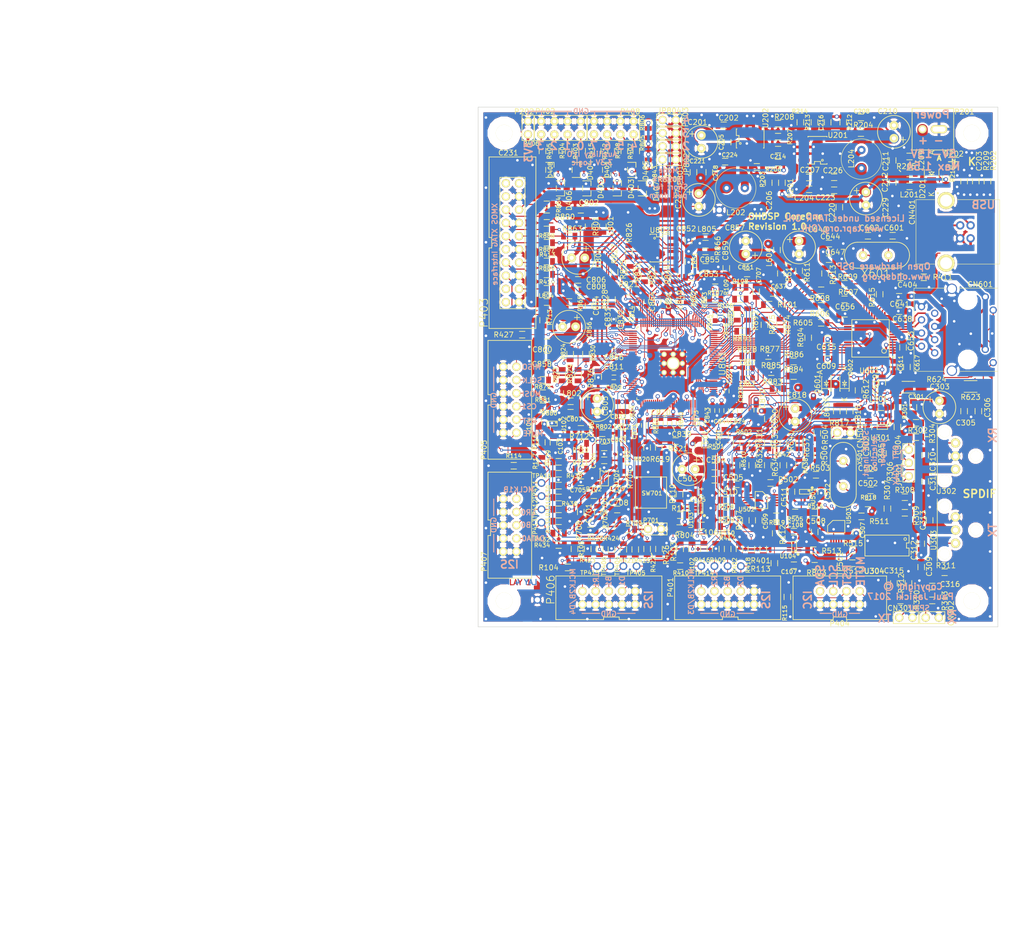
<source format=kicad_pcb>
(kicad_pcb (version 4) (host pcbnew 4.0.5)
  (title_block (title "CoreOne - XMOS 200 Platform") (date 2017-02-08) (rev 1.0) (company "Open Hardware DSP Platform - www.ohdsp.org") (comment 1 "MERCHANTABILITY, SATISFACTORY QUALITY AND FITNESS FOR A PARTICULAR PURPOSE.") (comment 2 "is distributed WITHOUT ANY EXPRESS OR IMPLIED WARRANTY, INCLUDING OF") (comment 3 "Licensed under the TAPR Open Hardware License (www.tapr.org/OHL). This documentation") (comment 4 "Copyright Paul Janicki 2017"))
  (layers (0 F.Cu signal) (1 In1.Cu signal) (2 In2.Cu signal) (31 B.Cu signal) (34 B.Paste user) (35 F.Paste user) (36 B.SilkS user) (37 F.SilkS user) (38 B.Mask user) (39 F.Mask user) (44 Edge.Cuts user))
  (net 0 "")
  (net 1 GNDD)
  (net 2 VCC)
  (net 3 "Net-(R305-Pad1)")
  (net 4 "Net-(CN401-Pad1)")
  (net 5 +3V3)
  (net 6 /XMOS200/DVDD)
  (net 7 /XMOS200/IOVDD)
  (net 8 /USB_VBUS)
  (net 9 /Clock-CS2200/CS_3V3)
  (net 10 "Net-(C601-Pad1)")
  (net 11 "Net-(C701-Pad1)")
  (net 12 "Net-(C702-Pad1)")
  (net 13 "Net-(C705-Pad1)")
  (net 14 /XMOS_RST)
  (net 15 /XMOS200/USB_VDD)
  (net 16 /XMOS200/PLL_VDD)
  (net 17 /ETH_RST)
  (net 18 /SPDIF_RX)
  (net 19 +1V0)
  (net 20 "Net-(L202-Pad1)")
  (net 21 "Net-(L204-Pad1)")
  (net 22 "Net-(P405-Pad2)")
  (net 23 /SPI_SCLK)
  (net 24 /SPI_MOSI)
  (net 25 /SPI_CS1)
  (net 26 /I2C1_SCL)
  (net 27 /I2C1_SDA)
  (net 28 /SPI_MISO)
  (net 29 /XMOS200/MEM_SPI_CS)
  (net 30 /SPDIF_TX)
  (net 31 "Net-(P402-Pad6)")
  (net 32 "Net-(R507-Pad1)")
  (net 33 "Net-(R509-Pad2)")
  (net 34 /Connectors/I2S_MCLKC/D3)
  (net 35 /ETH_INT)
  (net 36 "Net-(R607-Pad1)")
  (net 37 /ETH_RX_CLK)
  (net 38 "Net-(R608-Pad1)")
  (net 39 /ETH_RX_CTL)
  (net 40 "Net-(R609-Pad1)")
  (net 41 /ETH_RX0)
  (net 42 /ETH_RX1)
  (net 43 /ETH_RX2)
  (net 44 /ETH_RX3)
  (net 45 /ETH_MDIO)
  (net 46 /ETH_MDC)
  (net 47 /XMOS200/MEM_SPI_D0)
  (net 48 /XMOS200/MEM_SPI_D1)
  (net 49 /XMOS200/MEM_SPI_D2)
  (net 50 /XMOS200/MEM_SPI_D3)
  (net 51 /XMOS200/MEM_SPI_CLK)
  (net 52 /I2S_BCLK0)
  (net 53 /I2S_LRCLK0)
  (net 54 /I2S_SDATA0)
  (net 55 "Net-(R821-Pad2)")
  (net 56 "Net-(R822-Pad2)")
  (net 57 /AUD_MUTE)
  (net 58 "Net-(R823-Pad2)")
  (net 59 "Net-(R824-Pad2)")
  (net 60 "Net-(R825-Pad2)")
  (net 61 "Net-(R826-Pad2)")
  (net 62 "Net-(R827-Pad2)")
  (net 63 "Net-(R828-Pad2)")
  (net 64 /I2S_BCLK1)
  (net 65 "Net-(R830-Pad2)")
  (net 66 /I2S_LRCLK1)
  (net 67 "Net-(R831-Pad2)")
  (net 68 /I2S_SDATA1)
  (net 69 /I2S_BCLK2)
  (net 70 /I2S_LRCLK2)
  (net 71 /I2S_SDATA2)
  (net 72 /XL_UP0)
  (net 73 /XL_UP1)
  (net 74 /ETH_TX_CLK)
  (net 75 /ETH_TX_CTL)
  (net 76 /ETH_TX3)
  (net 77 /ETH_TX2)
  (net 78 "Net-(R869-Pad1)")
  (net 79 /ETH_TX1)
  (net 80 /ETH_TX0)
  (net 81 /TCK)
  (net 82 /TMS)
  (net 83 /TDO)
  (net 84 "Net-(R874-Pad1)")
  (net 85 /TDI)
  (net 86 "Net-(R875-Pad1)")
  (net 87 "Net-(R877-Pad1)")
  (net 88 "Net-(C301-Pad1)")
  (net 89 "Net-(C302-Pad1)")
  (net 90 "Net-(C315-Pad1)")
  (net 91 "Net-(C315-Pad2)")
  (net 92 "Net-(C316-Pad1)")
  (net 93 "Net-(C316-Pad2)")
  (net 94 "Net-(C501-Pad1)")
  (net 95 "Net-(C602-Pad1)")
  (net 96 "Net-(C637-Pad1)")
  (net 97 "Net-(C638-Pad1)")
  (net 98 "Net-(C641-Pad1)")
  (net 99 "Net-(C802-Pad1)")
  (net 100 "Net-(C803-Pad1)")
  (net 101 "Net-(C816-Pad1)")
  (net 102 "Net-(C854-Pad1)")
  (net 103 "Net-(C855-Pad1)")
  (net 104 "Net-(CN301-Pad1)")
  (net 105 "Net-(CN501-Pad1)")
  (net 106 "Net-(D201-Pad1)")
  (net 107 "Net-(D201-Pad2)")
  (net 108 "Net-(D202-Pad1)")
  (net 109 "Net-(JP301-Pad3)")
  (net 110 "Net-(JP301-Pad1)")
  (net 111 "Net-(P402-Pad2)")
  (net 112 "Net-(P402-Pad4)")
  (net 113 "Net-(P402-Pad8)")
  (net 114 /SPI_MUTE)
  (net 115 "Net-(P406-Pad4)")
  (net 116 "Net-(P406-Pad6)")
  (net 117 "Net-(P406-Pad8)")
  (net 118 "Net-(P407-Pad2)")
  (net 119 "Net-(P407-Pad4)")
  (net 120 "Net-(P407-Pad6)")
  (net 121 "Net-(P407-Pad8)")
  (net 122 "Net-(R305-Pad2)")
  (net 123 "Net-(R306-Pad1)")
  (net 124 "Net-(R306-Pad2)")
  (net 125 "Net-(R307-Pad1)")
  (net 126 "Net-(R308-Pad2)")
  (net 127 "Net-(R309-Pad2)")
  (net 128 "Net-(P403-Pad14)")
  (net 129 "Net-(P403-Pad18)")
  (net 130 /SPI_RST)
  (net 131 "Net-(R508-Pad2)")
  (net 132 "Net-(R511-Pad2)")
  (net 133 "Net-(R604-Pad1)")
  (net 134 "Net-(R605-Pad1)")
  (net 135 "Net-(R606-Pad1)")
  (net 136 "Net-(R615-Pad1)")
  (net 137 "Net-(CN601-Pad9)")
  (net 138 "Net-(CN601-Pad11)")
  (net 139 /GEN_RST)
  (net 140 "Net-(R829-Pad2)")
  (net 141 "Net-(R862-Pad2)")
  (net 142 "Net-(R863-Pad2)")
  (net 143 "Net-(R864-Pad2)")
  (net 144 "Net-(R876-Pad2)")
  (net 145 "Net-(R878-Pad1)")
  (net 146 "Net-(R879-Pad1)")
  (net 147 "Net-(R880-Pad1)")
  (net 148 "Net-(R881-Pad1)")
  (net 149 "Net-(R883-Pad1)")
  (net 150 "Net-(R884-Pad1)")
  (net 151 "Net-(R885-Pad1)")
  (net 152 "Net-(R886-Pad1)")
  (net 153 "Net-(R887-Pad1)")
  (net 154 "Net-(R888-Pad1)")
  (net 155 "Net-(R889-Pad1)")
  (net 156 "Net-(R890-Pad1)")
  (net 157 "Net-(R891-Pad1)")
  (net 158 "Net-(R892-Pad1)")
  (net 159 "Net-(R893-Pad1)")
  (net 160 "Net-(U304-Pad11)")
  (net 161 GNDPWR)
  (net 162 /I2C_RST)
  (net 163 /I2C_MUTE)
  (net 164 /AUD_MCLK2B)
  (net 165 /XMOS200/AUD_MCLKB/I2S_DATA3)
  (net 166 /AUD_MCLK2A)
  (net 167 /XMOS200/AUD_MCLKC/I2S_DATA4)
  (net 168 /AUD_MCLK1A)
  (net 169 /AUD_MCLK1B)
  (net 170 "Net-(R110-Pad2)")
  (net 171 "Net-(R111-Pad2)")
  (net 172 "Net-(R112-Pad2)")
  (net 173 /XL_DN1)
  (net 174 /XL_DN0)
  (net 175 /AUD_CLK1)
  (net 176 /SYS_CLK)
  (net 177 /AUD_PLLSYNC)
  (net 178 /AUD_CLK2)
  (net 179 "Net-(TP803-Pad1)")
  (net 180 /XSYS_RST)
  (net 181 "Net-(P701-Pad1)")
  (net 182 /XMOS200/~TRST~)
  (net 183 /USBD_P)
  (net 184 /USBD_N)
  (net 185 "Net-(C209-Pad1)")
  (net 186 "Net-(C214-Pad2)")
  (net 187 "Net-(C216-Pad2)")
  (net 188 "Net-(C502-Pad1)")
  (net 189 "Net-(C506-Pad1)")
  (net 190 "Net-(R113-Pad2)")
  (net 191 "Net-(R207-Pad1)")
  (net 192 "Net-(R213-Pad1)")
  (net 193 "Net-(R502-Pad1)")
  (net 194 "Net-(R505-Pad2)")
  (net 195 "Net-(R512-Pad1)")
  (net 196 "Net-(R513-Pad2)")
  (net 197 "Net-(R302-Pad2)")
  (net 198 "Net-(R710-Pad2)")
  (net 199 "Net-(R116-Pad2)")
  (net 200 "Net-(R117-Pad2)")
  (net 201 "Net-(P401-Pad4)")
  (net 202 "Net-(P401-Pad6)")
  (net 203 "Net-(P401-Pad8)")
  (net 204 /Eth-KSZ8081/D1V2)
  (net 205 /Eth-KSZ8081/KSZ_RST)
  (net 206 /Eth-KSZ8081/A3V3)
  (net 207 /Eth-KSZ8081/TX_N)
  (net 208 /Eth-KSZ8081/RX_N)
  (net 209 /Eth-KSZ8081/TX_P)
  (net 210 /Eth-KSZ8081/RX_P)
  (net 211 /Eth-KSZ8081/ISO)
  (net 212 /Eth-KSZ8081/NWAYEN)
  (net 213 /Eth-KSZ8081/SPEED)
  (net 214 /Eth-KSZ8081/CONFIG0)
  (net 215 /Eth-KSZ8081/CONFIG1)
  (net 216 "Net-(C206-Pad2)")
  (net 217 "Net-(C208-Pad2)")
  (net 218 "Net-(C708-Pad1)")
  (net 219 "Net-(C709-Pad1)")
  (net 220 /Connectors/I2S_MCLKB/D4)
  (net 221 "Net-(R621-Pad2)")
  (net 222 /I2S_D3)
  (net 223 /I2S_D4)
  (net 224 /Clock-CS2200/24M_CLK_1)
  (net 225 /Clock-CS2200/24M_CLK_2)
  (net 226 /XMOS200/MODE1)
  (net 227 /XMOS200/MODE2)
  (net 228 /XMOS200/MODE3)
  (net 229 /XMOS200/MODE4)
  (net 230 /I2C2_SDA)
  (net 231 /I2C2_SCL)
  (net 232 "Net-(P408-Pad2)")
  (net 233 "Net-(P408-Pad4)")
  (net 234 "Net-(P408-Pad6)")
  (net 235 "Net-(P408-Pad8)")
  (net 236 "Net-(TP501-Pad1)")
  (net 237 /AUX_DIGI7)
  (net 238 /AUX_DIGI0)
  (net 239 /AUX_DIGI6)
  (net 240 /AUX_DIGI1)
  (net 241 /AUX_DIGI5)
  (net 242 /AUX_DIGI2)
  (net 243 /AUX_DIGI4)
  (net 244 /AUX_DIGI3)
  (net 245 VDD)
  (module MyKiCadLibs-Footprints:SMD-0805 (layer F.Cu) (at 145.75 110.49 270)
    (fp_text reference R110 (at -0.09 1.35 270) (layer F.SilkS))
    (fp_text value 33 hide)
    (pad 1 smd rect (at -1.1 0 270) (size 0.9 1.3) (layers F.Cu F.Paste F.Mask) (net 168 /AUD_MCLK1A))
    (pad 2 smd rect (at 1.1 0 270) (size 0.9 1.3) (layers F.Cu F.Paste F.Mask) (net 170 "Net-(R110-Pad2)"))
  )
  (module MyKiCadLibs-Footprints:IC-SC70-6 (layer F.Cu) (at 184.774 97.542 180)
    (fp_text reference U301 (at 0.374 -2.058 180) (layer F.SilkS))
    (fp_text value NC7WZ16P6X hide)
    (pad 1 smd rect (at -0.65 1 180) (size 0.45 0.8) (layers F.Cu F.Paste F.Mask) (net 30 /SPDIF_TX))
    (pad 2 smd rect (at 0 1 180) (size 0.45 0.8) (layers F.Cu F.Paste F.Mask) (net 1 GNDD))
    (pad 3 smd rect (at 0.65 1 180) (size 0.45 0.8) (layers F.Cu F.Paste F.Mask) (net 30 /SPDIF_TX))
    (pad 4 smd rect (at 0.65 -1 180) (size 0.45 0.8) (layers F.Cu F.Paste F.Mask) (net 122 "Net-(R305-Pad2)"))
    (pad 5 smd rect (at 0 -1 180) (size 0.45 0.8) (layers F.Cu F.Paste F.Mask) (net 89 "Net-(C302-Pad1)"))
    (pad 6 smd rect (at -0.65 -1 180) (size 0.45 0.8) (layers F.Cu F.Paste F.Mask) (net 123 "Net-(R306-Pad1)"))
  )
  (module MyKiCadLibs-Footprints:CONN-RJ45-ARJC02-111xxxx (layer F.Cu) (at 192.31 78.835 90)
    (fp_text reference CN601 (at 8.735 11.29 180) (layer F.SilkS))
    (fp_text value CONN_RJ45_ARJC02-111xxxx)
    (pad 1 thru_hole circle (at -4.445 2.54 90) (size 1.4 1.4) (drill 0.9) (layers *.Cu *.Mask) (net 210 /Eth-KSZ8081/RX_P))
    (pad 2 thru_hole circle (at -3.175 0 90) (size 1.4 1.4) (drill 0.9) (layers *.Cu *.Mask) (net 208 /Eth-KSZ8081/RX_N))
    (pad 3 thru_hole circle (at -1.905 2.54 90) (size 1.4 1.4) (drill 0.9) (layers *.Cu *.Mask) (net 209 /Eth-KSZ8081/TX_P))
    (pad 4 thru_hole circle (at -0.635 0 90) (size 1.4 1.4) (drill 0.9) (layers *.Cu *.Mask) (net 97 "Net-(C638-Pad1)"))
    (pad 5 thru_hole circle (at 0.635 2.54 90) (size 1.4 1.4) (drill 0.9) (layers *.Cu *.Mask) (net 98 "Net-(C641-Pad1)"))
    (pad 6 thru_hole circle (at 1.905 0 90) (size 1.4 1.4) (drill 0.9) (layers *.Cu *.Mask) (net 207 /Eth-KSZ8081/TX_N))
    (pad 7 thru_hole circle (at 3.175 2.54 90) (size 1.4 1.4) (drill 0.9) (layers *.Cu *.Mask))
    (pad 8 thru_hole circle (at 4.445 0 90) (size 1.4 1.4) (drill 0.9) (layers *.Cu *.Mask) (net 161 GNDPWR))
    (pad 13 thru_hole circle (at -7.875 5.84 90) (size 2 2) (drill 1.6) (layers *.Cu *.Mask) (net 161 GNDPWR))
    (pad 13 thru_hole circle (at 7.875 5.84 90) (size 2 2) (drill 1.6) (layers *.Cu *.Mask) (net 161 GNDPWR))
    (pad "" np_thru_hole circle (at -5.715 8.89 90) (size 3.2 3.2) (drill 3.2) (layers *.Cu *.Mask))
    (pad "" np_thru_hole circle (at 5.715 8.89 90) (size 3.2 3.2) (drill 3.2) (layers *.Cu *.Mask))
    (pad 9 thru_hole circle (at -6.325 13.79 90) (size 1.4 1.4) (drill 0.9) (layers *.Cu *.Mask) (net 137 "Net-(CN601-Pad9)"))
    (pad 12 thru_hole circle (at 6.325 12.27 90) (size 1.4 1.4) (drill 0.9) (layers *.Cu *.Mask) (net 1 GNDD))
    (pad 10 thru_hole circle (at -3.785 12.27 90) (size 1.4 1.4) (drill 0.9) (layers *.Cu *.Mask) (net 1 GNDD))
    (pad 11 thru_hole circle (at 3.785 13.79 90) (size 1.4 1.4) (drill 0.9) (layers *.Cu *.Mask) (net 138 "Net-(CN601-Pad11)"))
  )
  (module MyKiCadLibs-Footprints:XTAL_HC49_TH (layer F.Cu) (at 183.5 64.5 180)
    (fp_text reference X601 (at 0 -3.5 180) (layer F.SilkS) (effects (font (size 1.5 1.5))))
    (fp_text value 25M000 hide)
    (pad 1 thru_hole circle (at -2.44 0 180) (size 1.6 1.6) (drill 0.8) (layers *.Cu *.Mask F.SilkS) (net 10 "Net-(C601-Pad1)"))
    (pad 2 thru_hole circle (at 2.44 0 180) (size 1.6 1.6) (drill 0.8) (layers *.Cu *.Mask F.SilkS) (net 95 "Net-(C602-Pad1)"))
  )
  (module MyKiCadLibs-Footprints:SMD-0805 (layer F.Cu) (at 187.68 97.542 90)
    (fp_text reference C304 (at -3.458 0.12 270) (layer F.SilkS))
    (fp_text value 100n hide)
    (pad 1 smd rect (at -1.1 0 90) (size 0.9 1.3) (layers F.Cu F.Paste F.Mask) (net 89 "Net-(C302-Pad1)"))
    (pad 2 smd rect (at 1.1 0 90) (size 0.9 1.3) (layers F.Cu F.Paste F.Mask) (net 1 GNDD))
  )
  (module MyKiCadLibs-Footprints:TP-TH-1mm (layer F.Cu) (at 118.4 130.8)
    (fp_text reference TP408 hide)
    (fp_text value PIN)
    (pad 1 thru_hole circle (at 0 0) (size 1.5 1.5) (drill 1) (layers *.Cu *.Mask F.Paste) (net 1 GNDD))
  )
  (module MyKiCadLibs-Footprints:TP-TH-1mm (layer F.Cu) (at 152.466 124.316)
    (fp_text reference TP401 hide)
    (fp_text value PIN)
    (pad 1 thru_hole circle (at 0 0) (size 1.5 1.5) (drill 1) (layers *.Cu *.Mask F.Paste) (net 201 "Net-(P401-Pad4)"))
  )
  (module MyKiCadLibs-Footprints:TP-TH-1mm (layer F.Cu) (at 155.006 124.316)
    (fp_text reference TP402 hide)
    (fp_text value PIN)
    (pad 1 thru_hole circle (at 0 0) (size 1.5 1.5) (drill 1) (layers *.Cu *.Mask F.Paste) (net 202 "Net-(P401-Pad6)"))
  )
  (module MyKiCadLibs-Footprints:TP-TH-1mm (layer F.Cu) (at 157.546 124.316)
    (fp_text reference TP403 hide)
    (fp_text value PIN)
    (pad 1 thru_hole circle (at 0 0) (size 1.5 1.5) (drill 1) (layers *.Cu *.Mask F.Paste) (net 203 "Net-(P401-Pad8)"))
  )
  (module MyKiCadLibs-Footprints:SMD-0603 (layer F.Cu) (at 150.05 96.9 270)
    (fp_text reference C873 (at -1.05 1.1 270) (layer F.SilkS) (effects (font (size 0.8 0.8))))
    (fp_text value 100n hide)
    (pad 1 smd rect (at -0.95 0 270) (size 0.9 0.9) (layers F.Cu F.Paste F.Mask) (net 7 /XMOS200/IOVDD))
    (pad 2 smd rect (at 0.95 0 270) (size 0.9 0.9) (layers F.Cu F.Paste F.Mask) (net 1 GNDD))
  )
  (module MyKiCadLibs-Footprints:SMD-0603 (layer F.Cu) (at 138 97.25 270)
    (fp_text reference C871 (at 1.15 0.95 270) (layer F.SilkS) (effects (font (size 0.8 0.8))))
    (fp_text value 100n hide)
    (pad 1 smd rect (at -0.95 0 270) (size 0.9 0.9) (layers F.Cu F.Paste F.Mask) (net 7 /XMOS200/IOVDD))
    (pad 2 smd rect (at 0.95 0 270) (size 0.9 0.9) (layers F.Cu F.Paste F.Mask) (net 1 GNDD))
  )
  (module MyKiCadLibs-Footprints:SMD-0603 (layer F.Cu) (at 139.346 73.38 90)
    (fp_text reference C864 (at -0.02 1.154 90) (layer F.SilkS))
    (fp_text value 100n hide)
    (pad 1 smd rect (at -0.95 0 90) (size 0.9 0.9) (layers F.Cu F.Paste F.Mask) (net 7 /XMOS200/IOVDD))
    (pad 2 smd rect (at 0.95 0 90) (size 0.9 0.9) (layers F.Cu F.Paste F.Mask) (net 1 GNDD))
  )
  (module MyKiCadLibs-Footprints:SMD-0603 (layer F.Cu) (at 137.5 74.75 90)
    (fp_text reference C814 (at -1 -0.9 90) (layer F.SilkS) (effects (font (size 0.8 0.8))))
    (fp_text value 1u hide)
    (pad 1 smd rect (at -0.95 0 90) (size 0.9 0.9) (layers F.Cu F.Paste F.Mask) (net 6 /XMOS200/DVDD))
    (pad 2 smd rect (at 0.95 0 90) (size 0.9 0.9) (layers F.Cu F.Paste F.Mask) (net 1 GNDD))
  )
  (module MyKiCadLibs-Footprints:SMD-0603 (layer F.Cu) (at 160.5 94.3 270)
    (fp_text reference C810 (at -2.25 -1.2 270) (layer F.SilkS))
    (fp_text value 1u hide)
    (pad 1 smd rect (at -0.95 0 270) (size 0.9 0.9) (layers F.Cu F.Paste F.Mask) (net 6 /XMOS200/DVDD))
    (pad 2 smd rect (at 0.95 0 270) (size 0.9 0.9) (layers F.Cu F.Paste F.Mask) (net 1 GNDD))
  )
  (module MyKiCadLibs-Footprints:SMD-1206 (layer F.Cu) (at 198.5 46.5)
    (fp_text reference D202 (at 0 -1.5) (layer F.SilkS))
    (fp_text value "Green LED 1206" hide)
    (pad 1 smd rect (at -1.7 0) (size 1.1 1.7) (layers F.Cu F.Paste F.Mask) (net 108 "Net-(D202-Pad1)"))
    (pad 2 smd rect (at 1.7 0) (size 1.1 1.7) (layers F.Cu F.Paste F.Mask) (net 1 GNDD))
  )
  (module MyKiCadLibs-Footprints:SMD-0805 (layer F.Cu) (at 148.432 48.524 90)
    (fp_text reference C221 (at 2.124 0.768 180) (layer F.SilkS) (effects (font (size 0.8 0.8))))
    (fp_text value 22u hide)
    (pad 1 smd rect (at -1.1 0 90) (size 0.9 1.3) (layers F.Cu F.Paste F.Mask) (net 19 +1V0))
    (pad 2 smd rect (at 1.1 0 90) (size 0.9 1.3) (layers F.Cu F.Paste F.Mask) (net 1 GNDD))
  )
  (module MyKiCadLibs-Footprints:SMD-0805 (layer F.Cu) (at 116.332 44.196 180)
    (fp_text reference C231 (at 3.532 -0.604 180) (layer F.SilkS))
    (fp_text value 100n hide)
    (pad 1 smd rect (at -1.1 0 180) (size 0.9 1.3) (layers F.Cu F.Paste F.Mask) (net 5 +3V3))
    (pad 2 smd rect (at 1.1 0 180) (size 0.9 1.3) (layers F.Cu F.Paste F.Mask) (net 1 GNDD))
  )
  (module MyKiCadLibs-Footprints:SMD-0805 (layer F.Cu) (at 167.278 110 90)
    (fp_text reference C511 (at -1 -1.378 270) (layer F.SilkS))
    (fp_text value 10u hide)
    (pad 1 smd rect (at -1.1 0 90) (size 0.9 1.3) (layers F.Cu F.Paste F.Mask) (net 9 /Clock-CS2200/CS_3V3))
    (pad 2 smd rect (at 1.1 0 90) (size 0.9 1.3) (layers F.Cu F.Paste F.Mask) (net 1 GNDD))
  )
  (module MyKiCadLibs-Footprints:SMD-0805 (layer F.Cu) (at 185.75 113.25 90)
    (fp_text reference R307 (at 3.5814 -0.0254 90) (layer F.SilkS))
    (fp_text value 75 hide)
    (pad 1 smd rect (at -1.1 0 90) (size 0.9 1.3) (layers F.Cu F.Paste F.Mask) (net 125 "Net-(R307-Pad1)"))
    (pad 2 smd rect (at 1.1 0 90) (size 0.9 1.3) (layers F.Cu F.Paste F.Mask) (net 109 "Net-(JP301-Pad3)"))
  )
  (module MyKiCadLibs-Footprints:SMD-0805 (layer F.Cu) (at 189.1 111.05 180)
    (fp_text reference R308 (at 0.017047 1.365339 180) (layer F.SilkS))
    (fp_text value 10k hide)
    (pad 1 smd rect (at -1.1 0 180) (size 0.9 1.3) (layers F.Cu F.Paste F.Mask) (net 1 GNDD))
    (pad 2 smd rect (at 1.1 0 180) (size 0.9 1.3) (layers F.Cu F.Paste F.Mask) (net 126 "Net-(R308-Pad2)"))
  )
  (module MyKiCadLibs-Footprints:SMD-0805 (layer F.Cu) (at 189.1 114.05)
    (fp_text reference R309 (at 2.2 0.55 90) (layer F.SilkS))
    (fp_text value 10k hide)
    (pad 1 smd rect (at -1.1 0) (size 0.9 1.3) (layers F.Cu F.Paste F.Mask) (net 126 "Net-(R308-Pad2)"))
    (pad 2 smd rect (at 1.1 0) (size 0.9 1.3) (layers F.Cu F.Paste F.Mask) (net 127 "Net-(R309-Pad2)"))
  )
  (module MyKiCadLibs-Footprints:SMD-0805 (layer F.Cu) (at 196.75 125.5)
    (fp_text reference R311 (at 0.25 -1.3) (layer F.SilkS))
    (fp_text value 100 hide)
    (pad 1 smd rect (at -1.1 0) (size 0.9 1.3) (layers F.Cu F.Paste F.Mask) (net 127 "Net-(R309-Pad2)"))
    (pad 2 smd rect (at 1.1 0) (size 0.9 1.3) (layers F.Cu F.Paste F.Mask) (net 92 "Net-(C316-Pad1)"))
  )
  (module MyKiCadLibs-Footprints:SMD-0805 (layer F.Cu) (at 194.376 130.92 180)
    (fp_text reference R313 (at -2.424 -0.08 270) (layer F.SilkS))
    (fp_text value 75 hide)
    (pad 1 smd rect (at -1.1 0 180) (size 0.9 1.3) (layers F.Cu F.Paste F.Mask) (net 1 GNDD))
    (pad 2 smd rect (at 1.1 0 180) (size 0.9 1.3) (layers F.Cu F.Paste F.Mask) (net 93 "Net-(C316-Pad2)"))
  )
  (module MyKiCadLibs-Footprints:SMD-0805 (layer F.Cu) (at 187 127.618 90)
    (fp_text reference C315 (at 2.418 0 180) (layer F.SilkS))
    (fp_text value 100n hide)
    (pad 1 smd rect (at -1.1 0 90) (size 0.9 1.3) (layers F.Cu F.Paste F.Mask) (net 90 "Net-(C315-Pad1)"))
    (pad 2 smd rect (at 1.1 0 90) (size 0.9 1.3) (layers F.Cu F.Paste F.Mask) (net 91 "Net-(C315-Pad2)"))
  )
  (module MyKiCadLibs-Footprints:SMD-0805 (layer F.Cu) (at 192.25 120 90)
    (fp_text reference C312 (at -1.27 -1.397 90) (layer F.SilkS))
    (fp_text value 100n hide)
    (pad 1 smd rect (at -1.1 0 90) (size 0.9 1.3) (layers F.Cu F.Paste F.Mask) (net 89 "Net-(C302-Pad1)"))
    (pad 2 smd rect (at 1.1 0 90) (size 0.9 1.3) (layers F.Cu F.Paste F.Mask) (net 1 GNDD))
  )
  (module MyKiCadLibs-Footprints:SMD-0805 (layer F.Cu) (at 192.25 124.5 270)
    (fp_text reference C309 (at -0.1 -1.55 450) (layer F.SilkS))
    (fp_text value 10u hide)
    (pad 1 smd rect (at -1.1 0 270) (size 0.9 1.3) (layers F.Cu F.Paste F.Mask) (net 89 "Net-(C302-Pad1)"))
    (pad 2 smd rect (at 1.1 0 270) (size 0.9 1.3) (layers F.Cu F.Paste F.Mask) (net 1 GNDD))
  )
  (module MyKiCadLibs-Footprints:SMD-0805 (layer F.Cu) (at 154.75 111.616)
    (fp_text reference R508 (at 0 1.284) (layer F.SilkS) (effects (font (size 0.8 0.8))))
    (fp_text value 33R hide)
    (pad 1 smd rect (at -1.1 0) (size 0.9 1.3) (layers F.Cu F.Paste F.Mask) (net 175 /AUD_CLK1))
    (pad 2 smd rect (at 1.1 0) (size 0.9 1.3) (layers F.Cu F.Paste F.Mask) (net 131 "Net-(R508-Pad2)"))
  )
  (module MyKiCadLibs-Footprints:SMD-0805 (layer F.Cu) (at 154.75 114.156)
    (fp_text reference R509 (at 0 1.294) (layer F.SilkS) (effects (font (size 0.8 0.8))))
    (fp_text value 33R hide)
    (pad 1 smd rect (at -1.1 0) (size 0.9 1.3) (layers F.Cu F.Paste F.Mask) (net 176 /SYS_CLK))
    (pad 2 smd rect (at 1.1 0) (size 0.9 1.3) (layers F.Cu F.Paste F.Mask) (net 33 "Net-(R509-Pad2)"))
  )
  (module MyKiCadLibs-Footprints:SMD-0805 (layer F.Cu) (at 154.752 116.696)
    (fp_text reference R510 (at 0.098 1.254) (layer F.SilkS) (effects (font (size 0.8 0.8))))
    (fp_text value N/F hide)
    (pad 1 smd rect (at -1.1 0) (size 0.9 1.3) (layers F.Cu F.Paste F.Mask) (net 177 /AUD_PLLSYNC))
    (pad 2 smd rect (at 1.1 0) (size 0.9 1.3) (layers F.Cu F.Paste F.Mask) (net 32 "Net-(R507-Pad1)"))
  )
  (module MyKiCadLibs-Footprints:SMD-0805 (layer F.Cu) (at 152.72 121.014 270)
    (fp_text reference R409 (at 2.136 -0.38 360) (layer F.SilkS) (effects (font (size 0.8 0.8))))
    (fp_text value N/F hide)
    (pad 1 smd rect (at -1.1 0 270) (size 0.9 1.3) (layers F.Cu F.Paste F.Mask) (net 1 GNDD))
    (pad 2 smd rect (at 1.1 0 270) (size 0.9 1.3) (layers F.Cu F.Paste F.Mask) (net 201 "Net-(P401-Pad4)"))
  )
  (module MyKiCadLibs-Footprints:SMD-0805 (layer F.Cu) (at 163.25 108.314 180)
    (fp_text reference R502 (at -3.4 0.664 180) (layer F.SilkS))
    (fp_text value 1k hide)
    (pad 1 smd rect (at -1.1 0 180) (size 0.9 1.3) (layers F.Cu F.Paste F.Mask) (net 193 "Net-(R502-Pad1)"))
    (pad 2 smd rect (at 1.1 0 180) (size 0.9 1.3) (layers F.Cu F.Paste F.Mask) (net 1 GNDD))
  )
  (module MyKiCadLibs-Footprints:SMD-0805 (layer F.Cu) (at 158.5 115.5 270)
    (fp_text reference R507 (at 0 1.3 270) (layer F.SilkS))
    (fp_text value 0R hide)
    (pad 1 smd rect (at -1.1 0 270) (size 0.9 1.3) (layers F.Cu F.Paste F.Mask) (net 32 "Net-(R507-Pad1)"))
    (pad 2 smd rect (at 1.1 0 270) (size 0.9 1.3) (layers F.Cu F.Paste F.Mask) (net 1 GNDD))
  )
  (module MyKiCadLibs-Footprints:SMD-0805 (layer F.Cu) (at 179 123.75)
    (fp_text reference R512 (at 0.2 1.45) (layer F.SilkS))
    (fp_text value 0R hide)
    (pad 1 smd rect (at -1.1 0) (size 0.9 1.3) (layers F.Cu F.Paste F.Mask) (net 195 "Net-(R512-Pad1)"))
    (pad 2 smd rect (at 1.1 0) (size 0.9 1.3) (layers F.Cu F.Paste F.Mask) (net 1 GNDD))
  )
  (module MyKiCadLibs-Footprints:SMD-0805 (layer F.Cu) (at 157.292 121.014 270)
    (fp_text reference R402 (at 3.186 0.942 270) (layer F.SilkS) (effects (font (size 0.8 0.8))))
    (fp_text value N/F hide)
    (pad 1 smd rect (at -1.1 0 270) (size 0.9 1.3) (layers F.Cu F.Paste F.Mask) (net 1 GNDD))
    (pad 2 smd rect (at 1.1 0 270) (size 0.9 1.3) (layers F.Cu F.Paste F.Mask) (net 202 "Net-(P401-Pad6)"))
  )
  (module MyKiCadLibs-Footprints:SMD-0805 (layer F.Cu) (at 180.75 114.75 180)
    (fp_text reference R511 (at -3.45 -0.95 180) (layer F.SilkS))
    (fp_text value 1k hide)
    (pad 1 smd rect (at -1.1 0 180) (size 0.9 1.3) (layers F.Cu F.Paste F.Mask) (net 5 +3V3))
    (pad 2 smd rect (at 1.1 0 180) (size 0.9 1.3) (layers F.Cu F.Paste F.Mask) (net 132 "Net-(R511-Pad2)"))
  )
  (module MyKiCadLibs-Footprints:SMD-0805 (layer F.Cu) (at 161.864 121.014 270)
    (fp_text reference R401 (at 2.236 0.514 360) (layer F.SilkS))
    (fp_text value N/F hide)
    (pad 1 smd rect (at -1.1 0 270) (size 0.9 1.3) (layers F.Cu F.Paste F.Mask) (net 1 GNDD))
    (pad 2 smd rect (at 1.1 0 270) (size 0.9 1.3) (layers F.Cu F.Paste F.Mask) (net 203 "Net-(P401-Pad8)"))
  )
  (module MyKiCadLibs-Footprints:SMD-0805 (layer F.Cu) (at 159.578 121.014 90)
    (fp_text reference R418 (at -3.136 -0.628 90) (layer F.SilkS) (effects (font (size 0.8 0.8))))
    (fp_text value 0 hide)
    (pad 1 smd rect (at -1.1 0 90) (size 0.9 1.3) (layers F.Cu F.Paste F.Mask) (net 203 "Net-(P401-Pad8)"))
    (pad 2 smd rect (at 1.1 0 90) (size 0.9 1.3) (layers F.Cu F.Paste F.Mask) (net 71 /I2S_SDATA2))
  )
  (module MyKiCadLibs-Footprints:SMD-0805 (layer F.Cu) (at 155.006 121.014 90)
    (fp_text reference R417 (at 2.064 -0.056 180) (layer F.SilkS) (effects (font (size 0.8 0.8))))
    (fp_text value 0 hide)
    (pad 1 smd rect (at -1.1 0 90) (size 0.9 1.3) (layers F.Cu F.Paste F.Mask) (net 202 "Net-(P401-Pad6)"))
    (pad 2 smd rect (at 1.1 0 90) (size 0.9 1.3) (layers F.Cu F.Paste F.Mask) (net 69 /I2S_BCLK2))
  )
  (module MyKiCadLibs-Footprints:SMD-0805 (layer F.Cu) (at 150.434 121.014 90)
    (fp_text reference R416 (at -2.136 -0.334 180) (layer F.SilkS) (effects (font (size 0.8 0.8))))
    (fp_text value 0 hide)
    (pad 1 smd rect (at -1.1 0 90) (size 0.9 1.3) (layers F.Cu F.Paste F.Mask) (net 201 "Net-(P401-Pad4)"))
    (pad 2 smd rect (at 1.1 0 90) (size 0.9 1.3) (layers F.Cu F.Paste F.Mask) (net 70 /I2S_LRCLK2))
  )
  (module MyKiCadLibs-Footprints:SMD-0805 (layer F.Cu) (at 171.72 38.922 270)
    (fp_text reference R213 (at 0 1.32 270) (layer F.SilkS) (effects (font (size 0.8 0.8))))
    (fp_text value 11k5 hide)
    (pad 1 smd rect (at -1.1 0 270) (size 0.9 1.3) (layers F.Cu F.Paste F.Mask) (net 192 "Net-(R213-Pad1)"))
    (pad 2 smd rect (at 1.1 0 270) (size 0.9 1.3) (layers F.Cu F.Paste F.Mask) (net 187 "Net-(C216-Pad2)"))
  )
  (module MyKiCadLibs-Footprints:SMD-0805 (layer F.Cu) (at 151.48 48.524 90)
    (fp_text reference C218 (at -0.176 1.22 90) (layer F.SilkS) (effects (font (size 0.8 0.8))))
    (fp_text value 22u hide)
    (pad 1 smd rect (at -1.1 0 90) (size 0.9 1.3) (layers F.Cu F.Paste F.Mask) (net 19 +1V0))
    (pad 2 smd rect (at 1.1 0 90) (size 0.9 1.3) (layers F.Cu F.Paste F.Mask) (net 1 GNDD))
  )
  (module MyKiCadLibs-Footprints:SMD-0805 (layer F.Cu) (at 148 68.75)
    (fp_text reference C853 (at 3.35 -0.6 180) (layer F.SilkS))
    (fp_text value 10u hide)
    (pad 1 smd rect (at -1.1 0) (size 0.9 1.3) (layers F.Cu F.Paste F.Mask) (net 5 +3V3))
    (pad 2 smd rect (at 1.1 0) (size 0.9 1.3) (layers F.Cu F.Paste F.Mask) (net 1 GNDD))
  )
  (module MyKiCadLibs-Footprints:SMD-0805 (layer F.Cu) (at 128.25 74.25 270)
    (fp_text reference C854 (at -0.05 -1.45 270) (layer F.SilkS))
    (fp_text value 100p hide)
    (pad 1 smd rect (at -1.1 0 270) (size 0.9 1.3) (layers F.Cu F.Paste F.Mask) (net 102 "Net-(C854-Pad1)"))
    (pad 2 smd rect (at 1.1 0 270) (size 0.9 1.3) (layers F.Cu F.Paste F.Mask) (net 1 GNDD))
  )
  (module MyKiCadLibs-Footprints:SMD-0805 (layer F.Cu) (at 175.5 52 180)
    (fp_text reference C223 (at 1.7 -1.4 180) (layer F.SilkS))
    (fp_text value 22u hide)
    (pad 1 smd rect (at -1.1 0 180) (size 0.9 1.3) (layers F.Cu F.Paste F.Mask) (net 5 +3V3))
    (pad 2 smd rect (at 1.1 0 180) (size 0.9 1.3) (layers F.Cu F.Paste F.Mask) (net 1 GNDD))
  )
  (module MyKiCadLibs-Footprints:SMD-0805 (layer F.Cu) (at 126.25 69.25 180)
    (fp_text reference C806 (at -3.45 0 180) (layer F.SilkS))
    (fp_text value 22u hide)
    (pad 1 smd rect (at -1.1 0 180) (size 0.9 1.3) (layers F.Cu F.Paste F.Mask) (net 6 /XMOS200/DVDD))
    (pad 2 smd rect (at 1.1 0 180) (size 0.9 1.3) (layers F.Cu F.Paste F.Mask) (net 1 GNDD))
  )
  (module MyKiCadLibs-Footprints:SMD-0805 (layer F.Cu) (at 126.75 55.75 180)
    (fp_text reference C802 (at -1.55 1.397 180) (layer F.SilkS))
    (fp_text value 100p hide)
    (pad 1 smd rect (at -1.1 0 180) (size 0.9 1.3) (layers F.Cu F.Paste F.Mask) (net 99 "Net-(C802-Pad1)"))
    (pad 2 smd rect (at 1.1 0 180) (size 0.9 1.3) (layers F.Cu F.Paste F.Mask) (net 1 GNDD))
  )
  (module MyKiCadLibs-Footprints:SMD-0805 (layer F.Cu) (at 173 110 90)
    (fp_text reference C512 (at 0.05 1.25 90) (layer F.SilkS) (effects (font (size 0.8 0.8))))
    (fp_text value 100n hide)
    (pad 1 smd rect (at -1.1 0 90) (size 0.9 1.3) (layers F.Cu F.Paste F.Mask) (net 9 /Clock-CS2200/CS_3V3))
    (pad 2 smd rect (at 1.1 0 90) (size 0.9 1.3) (layers F.Cu F.Paste F.Mask) (net 1 GNDD))
  )
  (module MyKiCadLibs-Footprints:SMD-0805 (layer F.Cu) (at 182.5 106.75)
    (fp_text reference C506 (at -0.5 -1.25) (layer F.SilkS))
    (fp_text value 33p hide)
    (pad 1 smd rect (at -1.1 0) (size 0.9 1.3) (layers F.Cu F.Paste F.Mask) (net 189 "Net-(C506-Pad1)"))
    (pad 2 smd rect (at 1.1 0) (size 0.9 1.3) (layers F.Cu F.Paste F.Mask) (net 1 GNDD))
  )
  (module MyKiCadLibs-Footprints:SMD-0805 (layer F.Cu) (at 182.5 109.75)
    (fp_text reference C502 (at -0.5 -1.35) (layer F.SilkS))
    (fp_text value 33p hide)
    (pad 1 smd rect (at -1.1 0) (size 0.9 1.3) (layers F.Cu F.Paste F.Mask) (net 188 "Net-(C502-Pad1)"))
    (pad 2 smd rect (at 1.1 0) (size 0.9 1.3) (layers F.Cu F.Paste F.Mask) (net 1 GNDD))
  )
  (module MyKiCadLibs-Footprints:SMD-0805 (layer F.Cu) (at 156.718 108.568 180)
    (fp_text reference C510 (at 1.668 -1.482 180) (layer F.SilkS))
    (fp_text value 100n hide)
    (pad 1 smd rect (at -1.1 0 180) (size 0.9 1.3) (layers F.Cu F.Paste F.Mask) (net 9 /Clock-CS2200/CS_3V3))
    (pad 2 smd rect (at 1.1 0 180) (size 0.9 1.3) (layers F.Cu F.Paste F.Mask) (net 1 GNDD))
  )
  (module MyKiCadLibs-Footprints:SMD-0805 (layer F.Cu) (at 161 115.5 270)
    (fp_text reference C509 (at 0.2 -1.3 270) (layer F.SilkS) (effects (font (size 0.8 0.8))))
    (fp_text value 10u hide)
    (pad 1 smd rect (at -1.1 0 270) (size 0.9 1.3) (layers F.Cu F.Paste F.Mask) (net 9 /Clock-CS2200/CS_3V3))
    (pad 2 smd rect (at 1.1 0 270) (size 0.9 1.3) (layers F.Cu F.Paste F.Mask) (net 1 GNDD))
  )
  (module MyKiCadLibs-Footprints:SMD-0805 (layer F.Cu) (at 191.25 99.5)
    (fp_text reference R304 (at 3.15 -0.7 90) (layer F.SilkS))
    (fp_text value 75 hide)
    (pad 1 smd rect (at -1.1 0) (size 0.9 1.3) (layers F.Cu F.Paste F.Mask) (net 110 "Net-(JP301-Pad1)"))
    (pad 2 smd rect (at 1.1 0) (size 0.9 1.3) (layers F.Cu F.Paste F.Mask) (net 197 "Net-(R302-Pad2)"))
  )
  (module MyKiCadLibs-Footprints:SMD-0805 (layer F.Cu) (at 135.128 44.45 270)
    (fp_text reference R408 (at -0.05 1.228 270) (layer F.SilkS) (effects (font (size 0.8 0.8))))
    (fp_text value 1k hide)
    (pad 1 smd rect (at -1.1 0 270) (size 0.9 1.3) (layers F.Cu F.Paste F.Mask) (net 233 "Net-(P408-Pad4)"))
    (pad 2 smd rect (at 1.1 0 270) (size 0.9 1.3) (layers F.Cu F.Paste F.Mask) (net 241 /AUX_DIGI5))
  )
  (module MyKiCadLibs-Footprints:SMD-0805 (layer F.Cu) (at 137.414 44.45 270)
    (fp_text reference R407 (at 0.05 1.114 270) (layer F.SilkS) (effects (font (size 0.8 0.8))))
    (fp_text value 1k hide)
    (pad 1 smd rect (at -1.1 0 270) (size 0.9 1.3) (layers F.Cu F.Paste F.Mask) (net 232 "Net-(P408-Pad2)"))
    (pad 2 smd rect (at 1.1 0 270) (size 0.9 1.3) (layers F.Cu F.Paste F.Mask) (net 243 /AUX_DIGI4))
  )
  (module MyKiCadLibs-Footprints:SMD-0805 (layer F.Cu) (at 119.38 44.45 270)
    (fp_text reference R406 (at -1.45 2.18 360) (layer F.SilkS) (effects (font (size 0.8 0.8))))
    (fp_text value 1k hide)
    (pad 1 smd rect (at -1.1 0 270) (size 0.9 1.3) (layers F.Cu F.Paste F.Mask) (net 113 "Net-(P402-Pad8)"))
    (pad 2 smd rect (at 1.1 0 270) (size 0.9 1.3) (layers F.Cu F.Paste F.Mask) (net 244 /AUX_DIGI3))
  )
  (module MyKiCadLibs-Footprints:SMD-0805 (layer F.Cu) (at 121.9 44.45 270)
    (fp_text reference R405 (at 0.05 1.2 270) (layer F.SilkS) (effects (font (size 0.8 0.8))))
    (fp_text value 1k hide)
    (pad 1 smd rect (at -1.1 0 270) (size 0.9 1.3) (layers F.Cu F.Paste F.Mask) (net 31 "Net-(P402-Pad6)"))
    (pad 2 smd rect (at 1.1 0 270) (size 0.9 1.3) (layers F.Cu F.Paste F.Mask) (net 242 /AUX_DIGI2))
  )
  (module MyKiCadLibs-Footprints:SMD-0805 (layer F.Cu) (at 124.4 44.45 270)
    (fp_text reference R404 (at -0.05 1.206 270) (layer F.SilkS) (effects (font (size 0.8 0.8))))
    (fp_text value 1k hide)
    (pad 1 smd rect (at -1.1 0 270) (size 0.9 1.3) (layers F.Cu F.Paste F.Mask) (net 112 "Net-(P402-Pad4)"))
    (pad 2 smd rect (at 1.1 0 270) (size 0.9 1.3) (layers F.Cu F.Paste F.Mask) (net 240 /AUX_DIGI1))
  )
  (module MyKiCadLibs-Footprints:SMD-0805 (layer F.Cu) (at 127 44.45 270)
    (fp_text reference R403 (at 0.05 1.246 270) (layer F.SilkS) (effects (font (size 0.8 0.8))))
    (fp_text value 1k hide)
    (pad 1 smd rect (at -1.1 0 270) (size 0.9 1.3) (layers F.Cu F.Paste F.Mask) (net 111 "Net-(P402-Pad2)"))
    (pad 2 smd rect (at 1.1 0 270) (size 0.9 1.3) (layers F.Cu F.Paste F.Mask) (net 238 /AUX_DIGI0))
  )
  (module MyKiCadLibs-Footprints:SMD-0805 (layer F.Cu) (at 191.25 96.75)
    (fp_text reference R302 (at 0.35 1.45) (layer F.SilkS))
    (fp_text value 10k hide)
    (pad 1 smd rect (at -1.1 0) (size 0.9 1.3) (layers F.Cu F.Paste F.Mask) (net 89 "Net-(C302-Pad1)"))
    (pad 2 smd rect (at 1.1 0) (size 0.9 1.3) (layers F.Cu F.Paste F.Mask) (net 197 "Net-(R302-Pad2)"))
  )
  (module MyKiCadLibs-Footprints:SMD-0805 (layer F.Cu) (at 187.75 93.75 270)
    (fp_text reference R301 (at 0.75 -1.35 270) (layer F.SilkS) (effects (font (size 0.8 0.8))))
    (fp_text value 47 hide)
    (pad 1 smd rect (at -1.1 0 270) (size 0.9 1.3) (layers F.Cu F.Paste F.Mask) (net 89 "Net-(C302-Pad1)"))
    (pad 2 smd rect (at 1.1 0 270) (size 0.9 1.3) (layers F.Cu F.Paste F.Mask) (net 88 "Net-(C301-Pad1)"))
  )
  (module MyKiCadLibs-Footprints:SMD-0805 (layer F.Cu) (at 197 49.75 90)
    (fp_text reference R215 (at 0.85 1.3 90) (layer F.SilkS) (effects (font (size 0.8 0.8))))
    (fp_text value 220 hide)
    (pad 1 smd rect (at -1.1 0 90) (size 0.9 1.3) (layers F.Cu F.Paste F.Mask) (net 5 +3V3))
    (pad 2 smd rect (at 1.1 0 90) (size 0.9 1.3) (layers F.Cu F.Paste F.Mask) (net 108 "Net-(D202-Pad1)"))
  )
  (module MyKiCadLibs-Footprints:SMD-0805 (layer F.Cu) (at 164.706 39.178)
    (fp_text reference R208 (at 1.194 -1.278 180) (layer F.SilkS))
    (fp_text value 0 hide)
    (pad 1 smd rect (at -1.1 0) (size 0.9 1.3) (layers F.Cu F.Paste F.Mask) (net 1 GNDD))
    (pad 2 smd rect (at 1.1 0) (size 0.9 1.3) (layers F.Cu F.Paste F.Mask) (net 191 "Net-(R207-Pad1)"))
  )
  (module MyKiCadLibs-Footprints:SMD-0805 (layer F.Cu) (at 164.706 41.678 180)
    (fp_text reference R207 (at -2.294 -0.022 270) (layer F.SilkS) (effects (font (size 0.8 0.8))))
    (fp_text value 33k hide)
    (pad 1 smd rect (at -1.1 0 180) (size 0.9 1.3) (layers F.Cu F.Paste F.Mask) (net 191 "Net-(R207-Pad1)"))
    (pad 2 smd rect (at 1.1 0 180) (size 0.9 1.3) (layers F.Cu F.Paste F.Mask) (net 186 "Net-(C214-Pad2)"))
  )
  (module MyKiCadLibs-Footprints:SMD-0805 (layer F.Cu) (at 164.706 46.678)
    (fp_text reference R206 (at -0.906 1.322) (layer F.SilkS) (effects (font (size 0.8 0.8))))
    (fp_text value 8k25 hide)
    (pad 1 smd rect (at -1.1 0) (size 0.9 1.3) (layers F.Cu F.Paste F.Mask) (net 186 "Net-(C214-Pad2)"))
    (pad 2 smd rect (at 1.1 0) (size 0.9 1.3) (layers F.Cu F.Paste F.Mask) (net 19 +1V0))
  )
  (module MyKiCadLibs-Footprints:SMD-0805 (layer F.Cu) (at 190 48.75)
    (fp_text reference R205 (at -0.6 -1.35 180) (layer F.SilkS))
    (fp_text value 47 hide)
    (pad 1 smd rect (at -1.1 0) (size 0.9 1.3) (layers F.Cu F.Paste F.Mask) (net 2 VCC))
    (pad 2 smd rect (at 1.1 0) (size 0.9 1.3) (layers F.Cu F.Paste F.Mask) (net 185 "Net-(C209-Pad1)"))
  )
  (module MyKiCadLibs-Footprints:SMD-0805 (layer F.Cu) (at 165.45 50.556 270)
    (fp_text reference R201 (at 1.044 -1.65 270) (layer F.SilkS))
    (fp_text value 1k hide)
    (pad 1 smd rect (at -1.1 0 270) (size 0.9 1.3) (layers F.Cu F.Paste F.Mask) (net 216 "Net-(C206-Pad2)"))
    (pad 2 smd rect (at 1.1 0 270) (size 0.9 1.3) (layers F.Cu F.Paste F.Mask) (net 5 +3V3))
  )
  (module MyKiCadLibs-Footprints:SMD-0805 (layer F.Cu) (at 144.75 68.5 90)
    (fp_text reference R844 (at 0.3 -1.3 90) (layer F.SilkS))
    (fp_text value 10k hide)
    (pad 1 smd rect (at -1.1 0 90) (size 0.9 1.3) (layers F.Cu F.Paste F.Mask) (net 5 +3V3))
    (pad 2 smd rect (at 1.1 0 90) (size 0.9 1.3) (layers F.Cu F.Paste F.Mask) (net 29 /XMOS200/MEM_SPI_CS))
  )
  (module MyKiCadLibs-Footprints:SMD-0805 (layer F.Cu) (at 124.5 73.5)
    (fp_text reference R865 (at 2.15 0.3 90) (layer F.SilkS) (effects (font (size 0.8 0.8))))
    (fp_text value 47 hide)
    (pad 1 smd rect (at -1.1 0) (size 0.9 1.3) (layers F.Cu F.Paste F.Mask) (net 7 /XMOS200/IOVDD))
    (pad 2 smd rect (at 1.1 0) (size 0.9 1.3) (layers F.Cu F.Paste F.Mask) (net 102 "Net-(C854-Pad1)"))
  )
  (module MyKiCadLibs-Footprints:SMD-0805 (layer F.Cu) (at 169 38.922 90)
    (fp_text reference R214 (at 2.122 -0.1 180) (layer F.SilkS) (effects (font (size 0.8 0.8))))
    (fp_text value 0 hide)
    (pad 1 smd rect (at -1.1 0 90) (size 0.9 1.3) (layers F.Cu F.Paste F.Mask) (net 1 GNDD))
    (pad 2 smd rect (at 1.1 0 90) (size 0.9 1.3) (layers F.Cu F.Paste F.Mask) (net 192 "Net-(R213-Pad1)"))
  )
  (module MyKiCadLibs-Footprints:SMD-0805 (layer F.Cu) (at 177.25 38.922 90)
    (fp_text reference R212 (at 0.022 1.25 90) (layer F.SilkS) (effects (font (size 0.8 0.8))))
    (fp_text value 36k hide)
    (pad 1 smd rect (at -1.1 0 90) (size 0.9 1.3) (layers F.Cu F.Paste F.Mask) (net 187 "Net-(C216-Pad2)"))
    (pad 2 smd rect (at 1.1 0 90) (size 0.9 1.3) (layers F.Cu F.Paste F.Mask) (net 5 +3V3))
  )
  (module MyKiCadLibs-Footprints:SMD-0805 (layer F.Cu) (at 202.75 50.25 90)
    (fp_text reference R209 (at 3.95 2.05 90) (layer F.SilkS))
    (fp_text value 10 hide)
    (pad 1 smd rect (at -1.1 0 90) (size 0.9 1.3) (layers F.Cu F.Paste F.Mask) (net 161 GNDPWR))
    (pad 2 smd rect (at 1.1 0 90) (size 0.9 1.3) (layers F.Cu F.Paste F.Mask) (net 1 GNDD))
  )
  (module MyKiCadLibs-Footprints:SMD-0805 (layer F.Cu) (at 160.624 47.508)
    (fp_text reference R203 (at 1.076 2.392 90) (layer F.SilkS) (effects (font (size 0.8 0.8))))
    (fp_text value 750 hide)
    (pad 1 smd rect (at -1.1 0) (size 0.9 1.3) (layers F.Cu F.Paste F.Mask) (net 1 GNDD))
    (pad 2 smd rect (at 1.1 0) (size 0.9 1.3) (layers F.Cu F.Paste F.Mask) (net 216 "Net-(C206-Pad2)"))
  )
  (module MyKiCadLibs-Footprints:SMD-0805 (layer F.Cu) (at 205 50.25 90)
    (fp_text reference R202 (at 3.95 1.15 90) (layer F.SilkS))
    (fp_text value 10 hide)
    (pad 1 smd rect (at -1.1 0 90) (size 0.9 1.3) (layers F.Cu F.Paste F.Mask) (net 161 GNDPWR))
    (pad 2 smd rect (at 1.1 0 90) (size 0.9 1.3) (layers F.Cu F.Paste F.Mask) (net 1 GNDD))
  )
  (module MyKiCadLibs-Footprints:SMD-0805 (layer F.Cu) (at 128.25 59 90)
    (fp_text reference R801 (at 0.1 1.397 90) (layer F.SilkS))
    (fp_text value 47 hide)
    (pad 1 smd rect (at -1.1 0 90) (size 0.9 1.3) (layers F.Cu F.Paste F.Mask) (net 6 /XMOS200/DVDD))
    (pad 2 smd rect (at 1.1 0 90) (size 0.9 1.3) (layers F.Cu F.Paste F.Mask) (net 99 "Net-(C802-Pad1)"))
  )
  (module MyKiCadLibs-Footprints:SMD-0805 (layer F.Cu) (at 145.75 117 180)
    (fp_text reference R804 (at -1 -1.4 180) (layer F.SilkS))
    (fp_text value N/F hide)
    (pad 1 smd rect (at -1.1 0 180) (size 0.9 1.3) (layers F.Cu F.Paste F.Mask) (net 5 +3V3))
    (pad 2 smd rect (at 1.1 0 180) (size 0.9 1.3) (layers F.Cu F.Paste F.Mask) (net 230 /I2C2_SDA))
  )
  (module MyKiCadLibs-Footprints:SMD-0805 (layer F.Cu) (at 171.75 124.25)
    (fp_text reference R803 (at 0.35 1.35) (layer F.SilkS))
    (fp_text value N/F hide)
    (pad 1 smd rect (at -1.1 0) (size 0.9 1.3) (layers F.Cu F.Paste F.Mask) (net 5 +3V3))
    (pad 2 smd rect (at 1.1 0) (size 0.9 1.3) (layers F.Cu F.Paste F.Mask) (net 231 /I2C2_SCL))
  )
  (module MyKiCadLibs-Footprints:SMD-0805 (layer F.Cu) (at 143.5 48.5 180)
    (fp_text reference R820 (at 0.1 -1.397 180) (layer F.SilkS))
    (fp_text value 1k hide)
    (pad 1 smd rect (at -1.1 0 180) (size 0.9 1.3) (layers F.Cu F.Paste F.Mask) (net 5 +3V3))
    (pad 2 smd rect (at 1.1 0 180) (size 0.9 1.3) (layers F.Cu F.Paste F.Mask) (net 226 /XMOS200/MODE1))
  )
  (module MyKiCadLibs-Footprints:SMD-0805 (layer F.Cu) (at 184.5 93.75)
    (fp_text reference L301 (at -0.4445 -1.5875) (layer F.SilkS))
    (fp_text value 600R@100MHz hide)
    (pad 1 smd rect (at -1.1 0) (size 0.9 1.3) (layers F.Cu F.Paste F.Mask) (net 5 +3V3))
    (pad 2 smd rect (at 1.1 0) (size 0.9 1.3) (layers F.Cu F.Paste F.Mask) (net 89 "Net-(C302-Pad1)"))
  )
  (module MyKiCadLibs-Footprints:SMD-0805 (layer F.Cu) (at 190 51.25 180)
    (fp_text reference L201 (at 0.043 -1.5875 180) (layer F.SilkS))
    (fp_text value 600R@100MHz hide)
    (pad 1 smd rect (at -1.1 0 180) (size 0.9 1.3) (layers F.Cu F.Paste F.Mask) (net 107 "Net-(D201-Pad2)"))
    (pad 2 smd rect (at 1.1 0 180) (size 0.9 1.3) (layers F.Cu F.Paste F.Mask) (net 2 VCC))
  )
  (module MyKiCadLibs-Footprints:SMD-0805 (layer F.Cu) (at 131 59 270)
    (fp_text reference L801 (at -0.1905 -1.5 270) (layer F.SilkS))
    (fp_text value 600R@100MHz hide)
    (pad 1 smd rect (at -1.1 0 270) (size 0.9 1.3) (layers F.Cu F.Paste F.Mask) (net 19 +1V0))
    (pad 2 smd rect (at 1.1 0 270) (size 0.9 1.3) (layers F.Cu F.Paste F.Mask) (net 6 /XMOS200/DVDD))
  )
  (module MyKiCadLibs-Footprints:SMD-0805 (layer F.Cu) (at 193.868 115.5 90)
    (fp_text reference C313 (at 0 -1.268 90) (layer F.SilkS))
    (fp_text value 100n hide)
    (pad 1 smd rect (at -1.1 0 90) (size 0.9 1.3) (layers F.Cu F.Paste F.Mask) (net 89 "Net-(C302-Pad1)"))
    (pad 2 smd rect (at 1.1 0 90) (size 0.9 1.3) (layers F.Cu F.Paste F.Mask) (net 1 GNDD))
  )
  (module MyKiCadLibs-Footprints:SMD-0805 (layer F.Cu) (at 190.75 93.75 90)
    (fp_text reference C301 (at 2.05 0.55 180) (layer F.SilkS) (effects (font (size 0.8 0.8))))
    (fp_text value 100p hide)
    (pad 1 smd rect (at -1.1 0 90) (size 0.9 1.3) (layers F.Cu F.Paste F.Mask) (net 88 "Net-(C301-Pad1)"))
    (pad 2 smd rect (at 1.1 0 90) (size 0.9 1.3) (layers F.Cu F.Paste F.Mask) (net 1 GNDD))
  )
  (module MyKiCadLibs-Footprints:SMD-0805 (layer F.Cu) (at 154.528 46.492 180)
    (fp_text reference C224 (at -0.872 1.292 180) (layer F.SilkS) (effects (font (size 0.8 0.8))))
    (fp_text value 100n hide)
    (pad 1 smd rect (at -1.1 0 180) (size 0.9 1.3) (layers F.Cu F.Paste F.Mask) (net 19 +1V0))
    (pad 2 smd rect (at 1.1 0 180) (size 0.9 1.3) (layers F.Cu F.Paste F.Mask) (net 1 GNDD))
  )
  (module MyKiCadLibs-Footprints:SMD-0805 (layer F.Cu) (at 186.75 50.5 90)
    (fp_text reference C212 (at 0.043 -1.4605 90) (layer F.SilkS))
    (fp_text value 100n hide)
    (pad 1 smd rect (at -1.1 0 90) (size 0.9 1.3) (layers F.Cu F.Paste F.Mask) (net 1 GNDD))
    (pad 2 smd rect (at 1.1 0 90) (size 0.9 1.3) (layers F.Cu F.Paste F.Mask) (net 2 VCC))
  )
  (module MyKiCadLibs-Footprints:SMD-0805 (layer F.Cu) (at 186.75 46.25 270)
    (fp_text reference C211 (at 0.15 1.35 270) (layer F.SilkS))
    (fp_text value 22u hide)
    (pad 1 smd rect (at -1.1 0 270) (size 0.9 1.3) (layers F.Cu F.Paste F.Mask) (net 1 GNDD))
    (pad 2 smd rect (at 1.1 0 270) (size 0.9 1.3) (layers F.Cu F.Paste F.Mask) (net 2 VCC))
  )
  (module MyKiCadLibs-Footprints:SMD-0805 (layer F.Cu) (at 190 45.5 180)
    (fp_text reference C209 (at -2.3 -0.7 270) (layer F.SilkS))
    (fp_text value 100p hide)
    (pad 1 smd rect (at -1.1 0 180) (size 0.9 1.3) (layers F.Cu F.Paste F.Mask) (net 185 "Net-(C209-Pad1)"))
    (pad 2 smd rect (at 1.1 0 180) (size 0.9 1.3) (layers F.Cu F.Paste F.Mask) (net 1 GNDD))
  )
  (module MyKiCadLibs-Footprints:SMD-0805 (layer F.Cu) (at 154.25 39.5)
    (fp_text reference C202 (at 0.95 -1.4224) (layer F.SilkS))
    (fp_text value 22u hide)
    (pad 1 smd rect (at -1.1 0) (size 0.9 1.3) (layers F.Cu F.Paste F.Mask) (net 1 GNDD))
    (pad 2 smd rect (at 1.1 0) (size 0.9 1.3) (layers F.Cu F.Paste F.Mask) (net 2 VCC))
  )
  (module MyKiCadLibs-Footprints:SMD-0805 (layer F.Cu) (at 147.5 61.75 90)
    (fp_text reference C852 (at 2.35 -0.5 360) (layer F.SilkS))
    (fp_text value 100n hide)
    (pad 1 smd rect (at -1.1 0 90) (size 0.9 1.3) (layers F.Cu F.Paste F.Mask) (net 5 +3V3))
    (pad 2 smd rect (at 1.1 0 90) (size 0.9 1.3) (layers F.Cu F.Paste F.Mask) (net 1 GNDD))
  )
  (module MyKiCadLibs-Footprints:SMD-0805 (layer F.Cu) (at 126.25 71.25 180)
    (fp_text reference C808 (at -3.45 0.7 180) (layer F.SilkS))
    (fp_text value 100n hide)
    (pad 1 smd rect (at -1.1 0 180) (size 0.9 1.3) (layers F.Cu F.Paste F.Mask) (net 6 /XMOS200/DVDD))
    (pad 2 smd rect (at 1.1 0 180) (size 0.9 1.3) (layers F.Cu F.Paste F.Mask) (net 1 GNDD))
  )
  (module MyKiCadLibs-Footprints:SMD-0805 (layer F.Cu) (at 155 42.75 90)
    (fp_text reference C205 (at 0.0036 -1.2 90) (layer F.SilkS) (effects (font (size 0.8 0.8))))
    (fp_text value 100n hide)
    (pad 1 smd rect (at -1.1 0 90) (size 0.9 1.3) (layers F.Cu F.Paste F.Mask) (net 1 GNDD))
    (pad 2 smd rect (at 1.1 0 90) (size 0.9 1.3) (layers F.Cu F.Paste F.Mask) (net 2 VCC))
  )
  (module MyKiCadLibs-Footprints:SMD-0805 (layer F.Cu) (at 193 103 90)
    (fp_text reference C310 (at -1.2 1.5 90) (layer F.SilkS))
    (fp_text value 10u hide)
    (pad 1 smd rect (at -1.1 0 90) (size 0.9 1.3) (layers F.Cu F.Paste F.Mask) (net 89 "Net-(C302-Pad1)"))
    (pad 2 smd rect (at 1.1 0 90) (size 0.9 1.3) (layers F.Cu F.Paste F.Mask) (net 1 GNDD))
  )
  (module MyKiCadLibs-Footprints:SMD-0805 (layer F.Cu) (at 193 108 270)
    (fp_text reference C311 (at -0.1 -1.5 270) (layer F.SilkS))
    (fp_text value 100n hide)
    (pad 1 smd rect (at -1.1 0 270) (size 0.9 1.3) (layers F.Cu F.Paste F.Mask) (net 89 "Net-(C302-Pad1)"))
    (pad 2 smd rect (at 1.1 0 270) (size 0.9 1.3) (layers F.Cu F.Paste F.Mask) (net 1 GNDD))
  )
  (module MyKiCadLibs-Footprints:SMD-0805 (layer F.Cu) (at 200.5 94.5 270)
    (fp_text reference C305 (at 2.25 -0.3 540) (layer F.SilkS))
    (fp_text value 22u hide)
    (pad 1 smd rect (at -1.1 0 270) (size 0.9 1.3) (layers F.Cu F.Paste F.Mask) (net 89 "Net-(C302-Pad1)"))
    (pad 2 smd rect (at 1.1 0 270) (size 0.9 1.3) (layers F.Cu F.Paste F.Mask) (net 1 GNDD))
  )
  (module MyKiCadLibs-Footprints:SMD-0805 (layer F.Cu) (at 203.25 94.5 270)
    (fp_text reference C306 (at -0.7 -1.75 450) (layer F.SilkS))
    (fp_text value 100n hide)
    (pad 1 smd rect (at -1.1 0 270) (size 0.9 1.3) (layers F.Cu F.Paste F.Mask) (net 89 "Net-(C302-Pad1)"))
    (pad 2 smd rect (at 1.1 0 270) (size 0.9 1.3) (layers F.Cu F.Paste F.Mask) (net 1 GNDD))
  )
  (module MyKiCadLibs-Footprints:SMD-0805 (layer F.Cu) (at 194.376 128.25 180)
    (fp_text reference C316 (at -3.424 0.45 360) (layer F.SilkS))
    (fp_text value 100n hide)
    (pad 1 smd rect (at -1.1 0 180) (size 0.9 1.3) (layers F.Cu F.Paste F.Mask) (net 92 "Net-(C316-Pad1)"))
    (pad 2 smd rect (at 1.1 0 180) (size 0.9 1.3) (layers F.Cu F.Paste F.Mask) (net 93 "Net-(C316-Pad2)"))
  )
  (module MyKiCadLibs-Footprints:SMD-0805 (layer F.Cu) (at 188.25 130.92 180)
    (fp_text reference R310 (at -3.15 0.12 450) (layer F.SilkS))
    (fp_text value 360 hide)
    (pad 1 smd rect (at -1.1 0 180) (size 0.9 1.3) (layers F.Cu F.Paste F.Mask) (net 104 "Net-(CN301-Pad1)"))
    (pad 2 smd rect (at 1.1 0 180) (size 0.9 1.3) (layers F.Cu F.Paste F.Mask) (net 90 "Net-(C315-Pad1)"))
  )
  (module MyKiCadLibs-Footprints:SMD-0805 (layer F.Cu) (at 189.804 127.618 270)
    (fp_text reference R312 (at -0.018 1.404 450) (layer F.SilkS))
    (fp_text value 91 hide)
    (pad 1 smd rect (at -1.1 0 270) (size 0.9 1.3) (layers F.Cu F.Paste F.Mask) (net 1 GNDD))
    (pad 2 smd rect (at 1.1 0 270) (size 0.9 1.3) (layers F.Cu F.Paste F.Mask) (net 104 "Net-(CN301-Pad1)"))
  )
  (module MyKiCadLibs-Footprints:IC_SOIC_14 (layer F.Cu) (at 185.67 120.353 270)
    (fp_text reference U304 (at 4.9276 2.47 360) (layer F.SilkS) (effects (font (thickness 0.2))))
    (fp_text value 74HC04 hide)
    (pad 1 smd rect (at -2.875 -3.81 270) (size 2.2 0.6) (layers F.Cu F.Paste F.Mask) (net 127 "Net-(R309-Pad2)"))
    (pad 2 smd rect (at -2.875 -2.54 270) (size 2.2 0.6) (layers F.Cu F.Paste F.Mask) (net 126 "Net-(R308-Pad2)"))
    (pad 3 smd rect (at -2.875 -1.27 270) (size 2.2 0.6) (layers F.Cu F.Paste F.Mask) (net 126 "Net-(R308-Pad2)"))
    (pad 4 smd rect (at -2.875 0 270) (size 2.2 0.6) (layers F.Cu F.Paste F.Mask) (net 125 "Net-(R307-Pad1)"))
    (pad 5 smd rect (at -2.875 1.27 270) (size 2.2 0.6) (layers F.Cu F.Paste F.Mask) (net 3 "Net-(R305-Pad1)"))
    (pad 6 smd rect (at -2.875 2.54 270) (size 2.2 0.6) (layers F.Cu F.Paste F.Mask) (net 160 "Net-(U304-Pad11)"))
    (pad 7 smd rect (at -2.875 3.81 270) (size 2.2 0.6) (layers F.Cu F.Paste F.Mask) (net 1 GNDD))
    (pad 14 smd rect (at 2.875 -3.81 270) (size 2.2 0.6) (layers F.Cu F.Paste F.Mask) (net 89 "Net-(C302-Pad1)"))
    (pad 13 smd rect (at 2.875 -2.54 270) (size 2.2 0.6) (layers F.Cu F.Paste F.Mask) (net 160 "Net-(U304-Pad11)"))
    (pad 12 smd rect (at 2.875 -1.27 270) (size 2.2 0.6) (layers F.Cu F.Paste F.Mask) (net 91 "Net-(C315-Pad2)"))
    (pad 11 smd rect (at 2.875 0 270) (size 2.2 0.6) (layers F.Cu F.Paste F.Mask) (net 160 "Net-(U304-Pad11)"))
    (pad 10 smd rect (at 2.875 1.27 270) (size 2.2 0.6) (layers F.Cu F.Paste F.Mask) (net 91 "Net-(C315-Pad2)"))
    (pad 9 smd rect (at 2.875 2.54 270) (size 2.2 0.6) (layers F.Cu F.Paste F.Mask) (net 160 "Net-(U304-Pad11)"))
    (pad 8 smd rect (at 2.875 3.81 270) (size 2.2 0.6) (layers F.Cu F.Paste F.Mask) (net 91 "Net-(C315-Pad2)"))
  )
  (module MyKiCadLibs-Footprints:SMD-0805 (layer F.Cu) (at 183.108 102.622 90)
    (fp_text reference R305 (at 0.022 1.492 90) (layer F.SilkS))
    (fp_text value 75 hide)
    (pad 1 smd rect (at -1.1 0 90) (size 0.9 1.3) (layers F.Cu F.Paste F.Mask) (net 3 "Net-(R305-Pad1)"))
    (pad 2 smd rect (at 1.1 0 90) (size 0.9 1.3) (layers F.Cu F.Paste F.Mask) (net 122 "Net-(R305-Pad2)"))
  )
  (module MyKiCadLibs-Footprints:SMD-0805 (layer F.Cu) (at 147.5 65.75 270)
    (fp_text reference C851 (at -0.25 -1.2 270) (layer F.SilkS) (effects (font (size 0.8 0.8))))
    (fp_text value 10n hide)
    (pad 1 smd rect (at -1.1 0 270) (size 0.9 1.3) (layers F.Cu F.Paste F.Mask) (net 5 +3V3))
    (pad 2 smd rect (at 1.1 0 270) (size 0.9 1.3) (layers F.Cu F.Paste F.Mask) (net 1 GNDD))
  )
  (module MyKiCadLibs-Footprints:SMD-0805 (layer F.Cu) (at 186.156 102.622 270)
    (fp_text reference R306 (at 3.478 -0.087257 270) (layer F.SilkS))
    (fp_text value 75 hide)
    (pad 1 smd rect (at -1.1 0 270) (size 0.9 1.3) (layers F.Cu F.Paste F.Mask) (net 123 "Net-(R306-Pad1)"))
    (pad 2 smd rect (at 1.1 0 270) (size 0.9 1.3) (layers F.Cu F.Paste F.Mask) (net 124 "Net-(R306-Pad2)"))
  )
  (module MyKiCadLibs-Footprints:SMD-0805 (layer F.Cu) (at 182.092 97.542 90)
    (fp_text reference C302 (at -3.758 -0.392 90) (layer F.SilkS))
    (fp_text value 10u hide)
    (pad 1 smd rect (at -1.1 0 90) (size 0.9 1.3) (layers F.Cu F.Paste F.Mask) (net 89 "Net-(C302-Pad1)"))
    (pad 2 smd rect (at 1.1 0 90) (size 0.9 1.3) (layers F.Cu F.Paste F.Mask) (net 1 GNDD))
  )
  (module MyKiCadLibs-Footprints:SMD-0805 (layer F.Cu) (at 120.25 73.5)
    (fp_text reference L804 (at -0.15 -1.2) (layer F.SilkS) (effects (font (size 0.8 0.8))))
    (fp_text value 600R@100MHz hide)
    (pad 1 smd rect (at -1.1 0) (size 0.9 1.3) (layers F.Cu F.Paste F.Mask) (net 5 +3V3))
    (pad 2 smd rect (at 1.1 0) (size 0.9 1.3) (layers F.Cu F.Paste F.Mask) (net 7 /XMOS200/IOVDD))
  )
  (module MyKiCadLibs-Footprints:SMD-0805 (layer F.Cu) (at 120.25 84 180)
    (fp_text reference C858 (at 1 -1.45 360) (layer F.SilkS))
    (fp_text value 22u hide)
    (pad 1 smd rect (at -1.1 0 180) (size 0.9 1.3) (layers F.Cu F.Paste F.Mask) (net 7 /XMOS200/IOVDD))
    (pad 2 smd rect (at 1.1 0 180) (size 0.9 1.3) (layers F.Cu F.Paste F.Mask) (net 1 GNDD))
  )
  (module MyKiCadLibs-Footprints:SMD-0805 (layer F.Cu) (at 120.25 81.25 180)
    (fp_text reference C860 (at 0.9 -1.4 180) (layer F.SilkS))
    (fp_text value 100n hide)
    (pad 1 smd rect (at -1.1 0 180) (size 0.9 1.3) (layers F.Cu F.Paste F.Mask) (net 7 /XMOS200/IOVDD))
    (pad 2 smd rect (at 1.1 0 180) (size 0.9 1.3) (layers F.Cu F.Paste F.Mask) (net 1 GNDD))
  )
  (module MyKiCadLibs-Footprints:SMD-0805 (layer F.Cu) (at 170.688 49.53 180)
    (fp_text reference C207 (at -0.112 1.43 180) (layer F.SilkS))
    (fp_text value 100n hide)
    (pad 1 smd rect (at -1.1 0 180) (size 0.9 1.3) (layers F.Cu F.Paste F.Mask) (net 1 GNDD))
    (pad 2 smd rect (at 1.1 0 180) (size 0.9 1.3) (layers F.Cu F.Paste F.Mask) (net 2 VCC))
  )
  (module MyKiCadLibs-Footprints:SMD-0805 (layer F.Cu) (at 176.5 55.25 270)
    (fp_text reference C220 (at 1.05 1.4 270) (layer F.SilkS))
    (fp_text value 22u hide)
    (pad 1 smd rect (at -1.1 0 270) (size 0.9 1.3) (layers F.Cu F.Paste F.Mask) (net 5 +3V3))
    (pad 2 smd rect (at 1.1 0 270) (size 0.9 1.3) (layers F.Cu F.Paste F.Mask) (net 1 GNDD))
  )
  (module MyKiCadLibs-Footprints:CAP-TH-D6.3mmP2.5mm (layer F.Cu) (at 195.75 93.75 270)
    (fp_text reference C303 (at -3.95 -0.05 360) (layer F.SilkS))
    (fp_text value 220u hide)
    (pad 1 thru_hole circle (at -1.25 0 270) (size 1.7 1.7) (drill 0.8) (layers *.Cu *.Mask F.SilkS) (net 89 "Net-(C302-Pad1)"))
    (pad 2 thru_hole circle (at 1.25 0 270) (size 1.7 1.7) (drill 0.8) (layers *.Cu *.Mask F.SilkS) (net 1 GNDD))
  )
  (module MyKiCadLibs-Footprints:CAP-TH-D6.3mmP2.5mm (layer F.Cu) (at 149.956 42.682 270)
    (fp_text reference C201 (at -3.782 0.756 360) (layer F.SilkS))
    (fp_text value 220u hide)
    (pad 1 thru_hole circle (at -1.25 0 270) (size 1.7 1.7) (drill 0.8) (layers *.Cu *.Mask F.SilkS) (net 2 VCC))
    (pad 2 thru_hole circle (at 1.25 0 270) (size 1.7 1.7) (drill 0.8) (layers *.Cu *.Mask F.SilkS) (net 1 GNDD))
  )
  (module MyKiCadLibs-Footprints:CAP-TH-D6.3mmP2.5mm (layer F.Cu) (at 187 40.75 90)
    (fp_text reference C210 (at 3.95 -1.2 180) (layer F.SilkS))
    (fp_text value 220u hide)
    (pad 1 thru_hole circle (at -1.25 0 90) (size 1.7 1.7) (drill 0.8) (layers *.Cu *.Mask F.SilkS) (net 2 VCC))
    (pad 2 thru_hole circle (at 1.25 0 90) (size 1.7 1.7) (drill 0.8) (layers *.Cu *.Mask F.SilkS) (net 1 GNDD))
  )
  (module MyKiCadLibs-Footprints:CAP-TH-D6.3mmP2.5mm (layer F.Cu) (at 126.25 65 180)
    (fp_text reference C804 (at -3.9 -0.05 270) (layer F.SilkS))
    (fp_text value 220u hide)
    (pad 1 thru_hole circle (at -1.25 0 180) (size 1.7 1.7) (drill 0.8) (layers *.Cu *.Mask F.SilkS) (net 6 /XMOS200/DVDD))
    (pad 2 thru_hole circle (at 1.25 0 180) (size 1.7 1.7) (drill 0.8) (layers *.Cu *.Mask F.SilkS) (net 1 GNDD))
  )
  (module MyKiCadLibs-Footprints:CAP-TH-D6.3mmP2.5mm (layer F.Cu) (at 124.5 78.25 180)
    (fp_text reference C856 (at -3.9 -0.55 270) (layer F.SilkS) (effects (font (size 0.8 0.8))))
    (fp_text value 220u hide)
    (pad 1 thru_hole circle (at -1.25 0 180) (size 1.7 1.7) (drill 0.8) (layers *.Cu *.Mask F.SilkS) (net 7 /XMOS200/IOVDD))
    (pad 2 thru_hole circle (at 1.25 0 180) (size 1.7 1.7) (drill 0.8) (layers *.Cu *.Mask F.SilkS) (net 1 GNDD))
  )
  (module MyKiCadLibs-Footprints:CAP-TH-D6.3mmP2.5mm (layer F.Cu) (at 149.448 53.858 270)
    (fp_text reference C227 (at -0.158 3.948 450) (layer F.SilkS))
    (fp_text value 220u hide)
    (pad 1 thru_hole circle (at -1.25 0 270) (size 1.7 1.7) (drill 0.8) (layers *.Cu *.Mask F.SilkS) (net 19 +1V0))
    (pad 2 thru_hole circle (at 1.25 0 270) (size 1.7 1.7) (drill 0.8) (layers *.Cu *.Mask F.SilkS) (net 1 GNDD))
  )
  (module MyKiCadLibs-Footprints:SMD-0805 (layer F.Cu) (at 171.5 121.25)
    (fp_text reference R513 (at 3.5 0.15) (layer F.SilkS))
    (fp_text value 33R hide)
    (pad 1 smd rect (at -1.1 0) (size 0.9 1.3) (layers F.Cu F.Paste F.Mask) (net 178 /AUD_CLK2))
    (pad 2 smd rect (at 1.1 0) (size 0.9 1.3) (layers F.Cu F.Paste F.Mask) (net 196 "Net-(R513-Pad2)"))
  )
  (module MyKiCadLibs-Footprints:SMD-0805 (layer F.Cu) (at 179 121.25 180)
    (fp_text reference R515 (at -0.15 1.3 360) (layer F.SilkS))
    (fp_text value N/F hide)
    (pad 1 smd rect (at -1.1 0 180) (size 0.9 1.3) (layers F.Cu F.Paste F.Mask) (net 177 /AUD_PLLSYNC))
    (pad 2 smd rect (at 1.1 0 180) (size 0.9 1.3) (layers F.Cu F.Paste F.Mask) (net 195 "Net-(R512-Pad1)"))
  )
  (module MyKiCadLibs-Footprints:SMD-0805 (layer F.Cu) (at 145.862 124.316)
    (fp_text reference R410 (at 0.138 1.334) (layer F.SilkS) (effects (font (size 0.8 0.8))))
    (fp_text value N/F hide)
    (pad 1 smd rect (at -1.1 0) (size 0.9 1.3) (layers F.Cu F.Paste F.Mask) (net 1 GNDD))
    (pad 2 smd rect (at 1.1 0) (size 0.9 1.3) (layers F.Cu F.Paste F.Mask) (net 34 /Connectors/I2S_MCLKC/D3))
  )
  (module MyKiCadLibs-Footprints:CONN-2WAY-2.54mm-3.81mm-SPACING (layer F.Cu) (at 192.5 40.25)
    (fp_text reference P201 (at 8.05 -3.35 180) (layer F.SilkS))
    (fp_text value CONN_2x1 hide)
    (pad 1 thru_hole circle (at 0 0) (size 1.6 1.6) (drill 1) (layers *.Cu *.Mask F.SilkS) (net 106 "Net-(D201-Pad1)"))
    (pad 2 thru_hole oval (at 3.175 0) (size 3.2 1.6) (drill oval 2.54 1) (layers *.Cu *.Mask F.SilkS) (net 1 GNDD))
  )
  (module MyKiCadLibs-Footprints:DIODE-SMA (layer F.Cu) (at 194.25 48.75 270)
    (fp_text reference D201 (at 2.95 1.75 270) (layer F.SilkS))
    (fp_text value B240A hide)
    (fp_text user K (at 4 0 270) (layer F.SilkS))
    (fp_text user A (at -4 0 270) (layer F.SilkS))
    (pad 1 smd rect (at -2 0 270) (size 2.5 1.7) (layers F.Cu F.Paste F.Mask) (net 106 "Net-(D201-Pad1)"))
    (pad 2 smd rect (at 2 0 270) (size 2.5 1.7) (layers F.Cu F.Paste F.Mask) (net 107 "Net-(D201-Pad2)"))
  )
  (module MyKiCadLibs-Footprints:CONN_SIL_2_1MM (layer F.Cu) (at 188.026 134.222)
    (fp_text reference CN301 (at 0.174 -1.822 180) (layer F.SilkS))
    (fp_text value COAX hide)
    (pad 1 thru_hole circle (at 0 0) (size 1.6 1.6) (drill 1) (layers *.Cu *.Mask F.SilkS) (net 104 "Net-(CN301-Pad1)"))
    (pad 2 thru_hole circle (at 2.54 0) (size 1.6 1.6) (drill 1) (layers *.Cu *.Mask F.SilkS) (net 1 GNDD))
  )
  (module MyKiCadLibs-Footprints:CONN_SIL_2_1MM (layer F.Cu) (at 193.106 134.222)
    (fp_text reference CN302 (at 4.894 -0.822 270) (layer F.SilkS))
    (fp_text value COAX hide)
    (pad 1 thru_hole circle (at 0 0) (size 1.6 1.6) (drill 1) (layers *.Cu *.Mask F.SilkS) (net 93 "Net-(C316-Pad2)"))
    (pad 2 thru_hole circle (at 2.54 0) (size 1.6 1.6) (drill 1) (layers *.Cu *.Mask F.SilkS) (net 1 GNDD))
  )
  (module MyKiCadLibs-Footprints:CONN_SIL_2_1MM (layer F.Cu) (at 142.49 46.092)
    (fp_text reference JP801 (at 3.41 3.408 90) (layer F.SilkS))
    (fp_text value CONN_2x1 hide)
    (pad 1 thru_hole circle (at 0 0) (size 1.6 1.6) (drill 1) (layers *.Cu *.Mask F.SilkS) (net 226 /XMOS200/MODE1))
    (pad 2 thru_hole circle (at 2.54 0) (size 1.6 1.6) (drill 1) (layers *.Cu *.Mask F.SilkS) (net 1 GNDD))
  )
  (module MyKiCadLibs-Footprints:CONN_SIL_2_1MM (layer F.Cu) (at 116.586 41.25 90)
    (fp_text reference P202 (at 4.4 -0.736 180) (layer F.SilkS))
    (fp_text value CONN_2x1 hide)
    (pad 1 thru_hole circle (at 0 0 90) (size 1.6 1.6) (drill 1) (layers *.Cu *.Mask F.SilkS) (net 5 +3V3))
    (pad 2 thru_hole circle (at 2.54 0 90) (size 1.6 1.6) (drill 1) (layers *.Cu *.Mask F.SilkS) (net 1 GNDD))
  )
  (module MyKiCadLibs-Footprints:CONN_SIL_3_1MM (layer F.Cu) (at 189.85 101.91 270)
    (fp_text reference JP301 (at 4.7625 1.8415 270) (layer F.SilkS))
    (fp_text value CONN_3x1 hide)
    (pad 3 thru_hole circle (at 5.08 0 270) (size 1.6 1.6) (drill 1) (layers *.Cu *.Mask F.SilkS) (net 109 "Net-(JP301-Pad3)"))
    (pad 1 thru_hole circle (at 0 0 270) (size 1.6 1.6) (drill 1) (layers *.Cu *.Mask F.SilkS) (net 110 "Net-(JP301-Pad1)"))
    (pad 2 thru_hole circle (at 2.54 0 270) (size 1.6 1.6) (drill 1) (layers *.Cu *.Mask F.SilkS) (net 18 /SPDIF_RX))
  )
  (module MyKiCadLibs-Footprints:IC_SPDIF_OPTO (layer F.Cu) (at 198.842 103.153)
    (fp_text reference U302 (at -1.792 6.747 180) (layer F.SilkS))
    (fp_text value IC-SPDIF-RX-OPTO hide)
    (pad 3 thru_hole circle (at 0 -2.54) (size 1.8 1.8) (drill 1) (layers *.Cu *.Mask F.SilkS) (net 197 "Net-(R302-Pad2)"))
    (pad 2 thru_hole circle (at 0 0) (size 1.8 1.8) (drill 1) (layers *.Cu *.Mask F.SilkS) (net 1 GNDD))
    (pad 1 thru_hole circle (at 0 2.54) (size 1.8 1.8) (drill 1) (layers *.Cu *.Mask F.SilkS) (net 89 "Net-(C302-Pad1)"))
    (pad "" np_thru_hole circle (at 3.9 0) (size 2 2) (drill 2) (layers *.Cu *.Mask F.SilkS))
    (pad "" np_thru_hole circle (at -2.1 -4.6) (size 2 2) (drill 2) (layers *.Cu *.Mask F.SilkS))
    (pad "" np_thru_hole circle (at -2.1 4.6) (size 2 2) (drill 2) (layers *.Cu *.Mask F.SilkS))
  )
  (module MyKiCadLibs-Footprints:IC_SPDIF_OPTO (layer F.Cu) (at 198.842 117.377)
    (fp_text reference U303 (at -4.192 1.973 270) (layer F.SilkS))
    (fp_text value IC-SPDIF-TX-OPTO hide)
    (pad 3 thru_hole circle (at 0 -2.54) (size 1.8 1.8) (drill 1) (layers *.Cu *.Mask F.SilkS) (net 1 GNDD))
    (pad 2 thru_hole circle (at 0 0) (size 1.8 1.8) (drill 1) (layers *.Cu *.Mask F.SilkS) (net 89 "Net-(C302-Pad1)"))
    (pad 1 thru_hole circle (at 0 2.54) (size 1.8 1.8) (drill 1) (layers *.Cu *.Mask F.SilkS) (net 124 "Net-(R306-Pad2)"))
    (pad "" np_thru_hole circle (at 3.9 0) (size 2 2) (drill 2) (layers *.Cu *.Mask F.SilkS))
    (pad "" np_thru_hole circle (at -2.1 -4.6) (size 2 2) (drill 2) (layers *.Cu *.Mask F.SilkS))
    (pad "" np_thru_hole circle (at -2.1 4.6) (size 2 2) (drill 2) (layers *.Cu *.Mask F.SilkS))
  )
  (module MyKiCadLibs-Footprints:MNT_HOLE_3.2mm (layer F.Cu) (at 112 131)
    (fp_text reference MNT201 hide)
    (fp_text value MNT_HOLE hide)
    (pad "" np_thru_hole circle (at 0 0) (size 3.2 3.2) (drill 3.2) (layers *.Cu *.Mask F.SilkS) (clearance 1.6))
  )
  (module MyKiCadLibs-Footprints:MNT_HOLE_3.2mm (layer F.Cu) (at 202 41)
    (fp_text reference MNT203 hide)
    (fp_text value MNT_HOLE hide)
    (pad "" np_thru_hole circle (at 0 0) (size 3.2 3.2) (drill 3.2) (layers *.Cu *.Mask F.SilkS) (clearance 1.6))
  )
  (module MyKiCadLibs-Footprints:MNT_HOLE_3.2mm (layer F.Cu) (at 202 131)
    (fp_text reference MNT202 hide)
    (fp_text value MNT_HOLE hide)
    (pad "" np_thru_hole circle (at 0 0) (size 3.2 3.2) (drill 3.2) (layers *.Cu *.Mask F.SilkS) (clearance 1.6))
  )
  (module MyKiCadLibs-Footprints:MNT_HOLE_3.2mm (layer F.Cu) (at 112 41)
    (fp_text reference MNT204 hide)
    (fp_text value MNT_HOLE hide)
    (pad "" np_thru_hole circle (at 0 0) (size 3.2 3.2) (drill 3.2) (layers *.Cu *.Mask F.SilkS) (clearance 1.6))
  )
  (module MyKiCadLibs-Footprints:FID-1MM-3MM (layer F.Cu) (at 202 125.5)
    (fp_text reference FID202 hide)
    (fp_text value MNT_HOLE hide)
    (pad 1 smd circle (at 0 0) (size 1 1) (layers F.Cu F.Paste F.Mask) (clearance 1.1))
  )
  (module MyKiCadLibs-Footprints:FID-1MM-3MM (layer F.Cu) (at 111 47.5)
    (fp_text reference FID203 hide)
    (fp_text value MNT_HOLE hide)
    (pad 1 smd circle (at 0 0) (size 1 1) (layers F.Cu F.Paste F.Mask) (clearance 1.1))
  )
  (module MyKiCadLibs-Footprints:FID-1MM-3MM (layer F.Cu) (at 116.5 133.5)
    (fp_text reference FID201 hide)
    (fp_text value MNT_HOLE hide)
    (pad 1 smd circle (at 0 0) (size 1 1) (layers F.Cu F.Paste F.Mask) (clearance 1.1))
  )
  (module MyKiCadLibs-Footprints:TP-TH-1mm (layer F.Cu) (at 153.4 55.8 270)
    (fp_text reference TP407 hide)
    (fp_text value PIN)
    (pad 1 thru_hole circle (at 0 0 270) (size 1.5 1.5) (drill 1) (layers *.Cu *.Mask F.Paste) (net 1 GNDD))
  )
  (module MyKiCadLibs-Footprints:SMD-0805 (layer F.Cu) (at 115.475 79.775)
    (fp_text reference R427 (at -3.575 0.025) (layer F.SilkS))
    (fp_text value 0 hide)
    (pad 1 smd rect (at -1.1 0) (size 0.9 1.3) (layers F.Cu F.Paste F.Mask) (net 22 "Net-(P405-Pad2)"))
    (pad 2 smd rect (at 1.1 0) (size 0.9 1.3) (layers F.Cu F.Paste F.Mask) (net 28 /SPI_MISO))
  )
  (module MyKiCadLibs-Footprints:CONN_DIL_2X6_BOX_1MM (layer F.Cu) (at 113.096 92.312)
    (fp_text reference P405 (at -4.953 9.652 90) (layer F.SilkS))
    (fp_text value CONN_02X06 hide)
    (pad 1 thru_hole circle (at -1.27 -6.35) (size 1.6 1.6) (drill 1) (layers *.Cu *.Mask F.SilkS) (net 1 GNDD))
    (pad 2 thru_hole circle (at 1.27 -6.35) (size 1.6 1.6) (drill 1) (layers *.Cu *.Mask F.SilkS) (net 22 "Net-(P405-Pad2)"))
    (pad 3 thru_hole circle (at -1.27 -3.81) (size 1.6 1.6) (drill 1) (layers *.Cu *.Mask F.SilkS) (net 1 GNDD))
    (pad 4 thru_hole circle (at 1.27 -3.81) (size 1.6 1.6) (drill 1) (layers *.Cu *.Mask F.SilkS) (net 23 /SPI_SCLK))
    (pad 5 thru_hole circle (at -1.27 -1.27) (size 1.6 1.6) (drill 1) (layers *.Cu *.Mask F.SilkS) (net 1 GNDD))
    (pad 6 thru_hole circle (at 1.27 -1.27) (size 1.6 1.6) (drill 1) (layers *.Cu *.Mask F.SilkS) (net 24 /SPI_MOSI))
    (pad 7 thru_hole circle (at -1.27 1.27) (size 1.6 1.6) (drill 1) (layers *.Cu *.Mask F.SilkS) (net 1 GNDD))
    (pad 8 thru_hole circle (at 1.27 1.27) (size 1.6 1.6) (drill 1) (layers *.Cu *.Mask F.SilkS) (net 25 /SPI_CS1))
    (pad 9 thru_hole circle (at -1.27 3.81) (size 1.6 1.6) (drill 1) (layers *.Cu *.Mask F.SilkS) (net 1 GNDD))
    (pad 10 thru_hole circle (at 1.27 3.81) (size 1.6 1.6) (drill 1) (layers *.Cu *.Mask F.SilkS) (net 130 /SPI_RST))
    (pad 12 thru_hole circle (at 1.27 6.35) (size 1.6 1.6) (drill 1) (layers *.Cu *.Mask F.SilkS) (net 114 /SPI_MUTE))
    (pad 11 thru_hole circle (at -1.27 6.35) (size 1.6 1.6) (drill 1) (layers *.Cu *.Mask F.SilkS) (net 1 GNDD))
  )
  (module MyKiCadLibs-Footprints:SMD-0805 (layer F.Cu) (at 200.5 50.25 270)
    (fp_text reference C203 (at -3.85 -2.9 270) (layer F.SilkS))
    (fp_text value 100n hide)
    (pad 1 smd rect (at -1.1 0 270) (size 0.9 1.3) (layers F.Cu F.Paste F.Mask) (net 1 GNDD))
    (pad 2 smd rect (at 1.1 0 270) (size 0.9 1.3) (layers F.Cu F.Paste F.Mask) (net 161 GNDPWR))
  )
  (module MyKiCadLibs-Footprints:SMD-0805 (layer F.Cu) (at 170.688 51.816 180)
    (fp_text reference C204 (at 0.988 -1.684 180) (layer F.SilkS))
    (fp_text value 22u hide)
    (pad 1 smd rect (at -1.1 0 180) (size 0.9 1.3) (layers F.Cu F.Paste F.Mask) (net 1 GNDD))
    (pad 2 smd rect (at 1.1 0 180) (size 0.9 1.3) (layers F.Cu F.Paste F.Mask) (net 2 VCC))
  )
  (module MyKiCadLibs-Footprints:SMD-0805 (layer F.Cu) (at 175.5 49.5 180)
    (fp_text reference C226 (at 0.254 1.3 180) (layer F.SilkS))
    (fp_text value 100n hide)
    (pad 1 smd rect (at -1.1 0 180) (size 0.9 1.3) (layers F.Cu F.Paste F.Mask) (net 5 +3V3))
    (pad 2 smd rect (at 1.1 0 180) (size 0.9 1.3) (layers F.Cu F.Paste F.Mask) (net 1 GNDD))
  )
  (module MyKiCadLibs-Footprints:CAP-TH-D6.3mmP2.5mm (layer F.Cu) (at 181.61 53.594 270)
    (fp_text reference C229 (at 1.706 -3.79 270) (layer F.SilkS))
    (fp_text value 220u hide)
    (pad 1 thru_hole circle (at -1.25 0 270) (size 1.7 1.7) (drill 0.8) (layers *.Cu *.Mask F.SilkS) (net 5 +3V3))
    (pad 2 thru_hole circle (at 1.25 0 270) (size 1.7 1.7) (drill 0.8) (layers *.Cu *.Mask F.SilkS) (net 1 GNDD))
  )
  (module MyKiCadLibs-Footprints:SMD-0805 (layer F.Cu) (at 188.25 68.75)
    (fp_text reference C404 (at 1.35 1.45) (layer F.SilkS))
    (fp_text value 100n hide)
    (pad 1 smd rect (at -1.1 0) (size 0.9 1.3) (layers F.Cu F.Paste F.Mask) (net 1 GNDD))
    (pad 2 smd rect (at 1.1 0) (size 0.9 1.3) (layers F.Cu F.Paste F.Mask) (net 8 /USB_VBUS))
  )
  (module MyKiCadLibs-Footprints:SMD-0805 (layer F.Cu) (at 154.5 99.1 90)
    (fp_text reference C501 (at -0.35 -1.3 90) (layer F.SilkS) (effects (font (size 0.8 0.8))))
    (fp_text value 100p hide)
    (pad 1 smd rect (at -1.1 0 90) (size 0.9 1.3) (layers F.Cu F.Paste F.Mask) (net 94 "Net-(C501-Pad1)"))
    (pad 2 smd rect (at 1.1 0 90) (size 0.9 1.3) (layers F.Cu F.Paste F.Mask) (net 1 GNDD))
  )
  (module MyKiCadLibs-Footprints:CAP-TH-D6.3mmP2.5mm (layer F.Cu) (at 147.5 105.664 180)
    (fp_text reference C503 (at 0.25 -1.836 180) (layer F.SilkS))
    (fp_text value 220u hide)
    (pad 1 thru_hole circle (at -1.25 0 180) (size 1.7 1.7) (drill 0.8) (layers *.Cu *.Mask F.SilkS) (net 9 /Clock-CS2200/CS_3V3))
    (pad 2 thru_hole circle (at 1.25 0 180) (size 1.7 1.7) (drill 0.8) (layers *.Cu *.Mask F.SilkS) (net 1 GNDD))
  )
  (module MyKiCadLibs-Footprints:SMD-0805 (layer F.Cu) (at 152.5 105.156)
    (fp_text reference C504 (at 0.254 -1.256) (layer F.SilkS))
    (fp_text value 22u hide)
    (pad 1 smd rect (at -1.1 0) (size 0.9 1.3) (layers F.Cu F.Paste F.Mask) (net 9 /Clock-CS2200/CS_3V3))
    (pad 2 smd rect (at 1.1 0) (size 0.9 1.3) (layers F.Cu F.Paste F.Mask) (net 1 GNDD))
  )
  (module MyKiCadLibs-Footprints:SMD-0805 (layer F.Cu) (at 152.5 107.696)
    (fp_text reference C505 (at 3.6 -0.446) (layer F.SilkS))
    (fp_text value 100n hide)
    (pad 1 smd rect (at -1.1 0) (size 0.9 1.3) (layers F.Cu F.Paste F.Mask) (net 9 /Clock-CS2200/CS_3V3))
    (pad 2 smd rect (at 1.1 0) (size 0.9 1.3) (layers F.Cu F.Paste F.Mask) (net 1 GNDD))
  )
  (module MyKiCadLibs-Footprints:SMD-0805 (layer F.Cu) (at 179.762 117.754 90)
    (fp_text reference C507 (at 0.354 1.238 90) (layer F.SilkS) (effects (font (size 0.8 0.8))))
    (fp_text value 10u hide)
    (pad 1 smd rect (at -1.1 0 90) (size 0.9 1.3) (layers F.Cu F.Paste F.Mask) (net 9 /Clock-CS2200/CS_3V3))
    (pad 2 smd rect (at 1.1 0 90) (size 0.9 1.3) (layers F.Cu F.Paste F.Mask) (net 1 GNDD))
  )
  (module MyKiCadLibs-Footprints:SMD-0805 (layer F.Cu) (at 171.75 117.75 90)
    (fp_text reference C508 (at 2.1 0.2 180) (layer F.SilkS))
    (fp_text value 100n hide)
    (pad 1 smd rect (at -1.1 0 90) (size 0.9 1.3) (layers F.Cu F.Paste F.Mask) (net 9 /Clock-CS2200/CS_3V3))
    (pad 2 smd rect (at 1.1 0 90) (size 0.9 1.3) (layers F.Cu F.Paste F.Mask) (net 1 GNDD))
  )
  (module MyKiCadLibs-Footprints:SMD-0805 (layer F.Cu) (at 184.75 89 270)
    (fp_text reference C619 (at 0.3 1.25 270) (layer F.SilkS))
    (fp_text value 10u hide)
    (pad 1 smd rect (at -1.1 0 270) (size 0.9 1.3) (layers F.Cu F.Paste F.Mask) (net 205 /Eth-KSZ8081/KSZ_RST))
    (pad 2 smd rect (at 1.1 0 270) (size 0.9 1.3) (layers F.Cu F.Paste F.Mask) (net 1 GNDD))
  )
  (module MyKiCadLibs-Footprints:SMD-0805 (layer F.Cu) (at 186.75 60.75)
    (fp_text reference C601 (at 0.254 -1.524) (layer F.SilkS))
    (fp_text value 33p hide)
    (pad 1 smd rect (at -1.1 0) (size 0.9 1.3) (layers F.Cu F.Paste F.Mask) (net 10 "Net-(C601-Pad1)"))
    (pad 2 smd rect (at 1.1 0) (size 0.9 1.3) (layers F.Cu F.Paste F.Mask) (net 1 GNDD))
  )
  (module MyKiCadLibs-Footprints:SMD-0805 (layer F.Cu) (at 188 75.25 180)
    (fp_text reference C638 (at -0.6 -1.524 180) (layer F.SilkS))
    (fp_text value 100n hide)
    (pad 1 smd rect (at -1.1 0 180) (size 0.9 1.3) (layers F.Cu F.Paste F.Mask) (net 97 "Net-(C638-Pad1)"))
    (pad 2 smd rect (at 1.1 0 180) (size 0.9 1.3) (layers F.Cu F.Paste F.Mask) (net 1 GNDD))
  )
  (module MyKiCadLibs-Footprints:SMD-0805 (layer F.Cu) (at 188 72.5 180)
    (fp_text reference C641 (at -0.1 -1.4 180) (layer F.SilkS))
    (fp_text value 100n hide)
    (pad 1 smd rect (at -1.1 0 180) (size 0.9 1.3) (layers F.Cu F.Paste F.Mask) (net 98 "Net-(C641-Pad1)"))
    (pad 2 smd rect (at 1.1 0 180) (size 0.9 1.3) (layers F.Cu F.Paste F.Mask) (net 1 GNDD))
  )
  (module MyKiCadLibs-Footprints:SMD-0805 (layer F.Cu) (at 126.75 113.902 270)
    (fp_text reference C701 (at 0.254 -1.524 270) (layer F.SilkS))
    (fp_text value 100p hide)
    (pad 1 smd rect (at -1.1 0 270) (size 0.9 1.3) (layers F.Cu F.Paste F.Mask) (net 11 "Net-(C701-Pad1)"))
    (pad 2 smd rect (at 1.1 0 270) (size 0.9 1.3) (layers F.Cu F.Paste F.Mask) (net 1 GNDD))
  )
  (module MyKiCadLibs-Footprints:SMD-0805 (layer F.Cu) (at 134.46 102.818 90)
    (fp_text reference C702 (at -0.682 1.29 90) (layer F.SilkS) (effects (font (size 0.8 0.8))))
    (fp_text value 10u hide)
    (pad 1 smd rect (at -1.1 0 90) (size 0.9 1.3) (layers F.Cu F.Paste F.Mask) (net 12 "Net-(C702-Pad1)"))
    (pad 2 smd rect (at 1.1 0 90) (size 0.9 1.3) (layers F.Cu F.Paste F.Mask) (net 1 GNDD))
  )
  (module MyKiCadLibs-Footprints:SMD-0805 (layer F.Cu) (at 131.26 101.468 180)
    (fp_text reference C703 (at 0.36 1.168 180) (layer F.SilkS) (effects (font (size 0.8 0.8))))
    (fp_text value 100n hide)
    (pad 1 smd rect (at -1.1 0 180) (size 0.9 1.3) (layers F.Cu F.Paste F.Mask) (net 12 "Net-(C702-Pad1)"))
    (pad 2 smd rect (at 1.1 0 180) (size 0.9 1.3) (layers F.Cu F.Paste F.Mask) (net 1 GNDD))
  )
  (module MyKiCadLibs-Footprints:SMD-0805 (layer F.Cu) (at 131.26 103.968 180)
    (fp_text reference C704 (at 2.06 -0.032 270) (layer F.SilkS) (effects (font (size 0.8 0.8))))
    (fp_text value 10n hide)
    (pad 1 smd rect (at -1.1 0 180) (size 0.9 1.3) (layers F.Cu F.Paste F.Mask) (net 12 "Net-(C702-Pad1)"))
    (pad 2 smd rect (at 1.1 0 180) (size 0.9 1.3) (layers F.Cu F.Paste F.Mask) (net 1 GNDD))
  )
  (module MyKiCadLibs-Footprints:SMD-0805 (layer F.Cu) (at 126.76 108.168 180)
    (fp_text reference C705 (at 0.56 -1.532 180) (layer F.SilkS) (effects (font (size 0.8 0.8))))
    (fp_text value 10n hide)
    (pad 1 smd rect (at -1.1 0 180) (size 0.9 1.3) (layers F.Cu F.Paste F.Mask) (net 13 "Net-(C705-Pad1)"))
    (pad 2 smd rect (at 1.1 0 180) (size 0.9 1.3) (layers F.Cu F.Paste F.Mask) (net 1 GNDD))
  )
  (module MyKiCadLibs-Footprints:SMD-0805 (layer F.Cu) (at 126.76 97.918 180)
    (fp_text reference C706 (at -2.09 -0.082 450) (layer F.SilkS) (effects (font (size 0.8 0.8))))
    (fp_text value 100n hide)
    (pad 1 smd rect (at -1.1 0 180) (size 0.9 1.3) (layers F.Cu F.Paste F.Mask) (net 139 /GEN_RST))
    (pad 2 smd rect (at 1.1 0 180) (size 0.9 1.3) (layers F.Cu F.Paste F.Mask) (net 1 GNDD))
  )
  (module MyKiCadLibs-Footprints:SMD-0805 (layer F.Cu) (at 160.5 71.5 90)
    (fp_text reference C707 (at 3.15 0.5 90) (layer F.SilkS) (effects (font (size 0.8 0.8))))
    (fp_text value 100n hide)
    (pad 1 smd rect (at -1.1 0 90) (size 0.9 1.3) (layers F.Cu F.Paste F.Mask) (net 14 /XMOS_RST))
    (pad 2 smd rect (at 1.1 0 90) (size 0.9 1.3) (layers F.Cu F.Paste F.Mask) (net 1 GNDD))
  )
  (module MyKiCadLibs-Footprints:SMD-0805 (layer F.Cu) (at 134.94 98.75)
    (fp_text reference C803 (at -0.94 1.3) (layer F.SilkS) (effects (font (size 0.8 0.8))))
    (fp_text value 100p hide)
    (pad 1 smd rect (at -1.1 0) (size 0.9 1.3) (layers F.Cu F.Paste F.Mask) (net 100 "Net-(C803-Pad1)"))
    (pad 2 smd rect (at 1.1 0) (size 0.9 1.3) (layers F.Cu F.Paste F.Mask) (net 1 GNDD))
  )
  (module MyKiCadLibs-Footprints:CAP-TH-D6.3mmP2.5mm (layer F.Cu) (at 129.88 93.328 270)
    (fp_text reference C805 (at 0.172 -1.57 270) (layer F.SilkS))
    (fp_text value 220u hide)
    (pad 1 thru_hole circle (at -1.25 0 270) (size 1.7 1.7) (drill 0.8) (layers *.Cu *.Mask F.SilkS) (net 15 /XMOS200/USB_VDD))
    (pad 2 thru_hole circle (at 1.25 0 270) (size 1.7 1.7) (drill 0.8) (layers *.Cu *.Mask F.SilkS) (net 1 GNDD))
  )
  (module MyKiCadLibs-Footprints:SMD-0805 (layer F.Cu) (at 124.78 94.8 180)
    (fp_text reference C807 (at -0.72 -1.25 180) (layer F.SilkS) (effects (font (size 0.8 0.8))))
    (fp_text value 22u hide)
    (pad 1 smd rect (at -1.1 0 180) (size 0.9 1.3) (layers F.Cu F.Paste F.Mask) (net 15 /XMOS200/USB_VDD))
    (pad 2 smd rect (at 1.1 0 180) (size 0.9 1.3) (layers F.Cu F.Paste F.Mask) (net 1 GNDD))
  )
  (module MyKiCadLibs-Footprints:SMD-0603 (layer F.Cu) (at 133.129605 87.128063 180)
    (fp_text reference C811 (at 0.029605 1.178063 180) (layer F.SilkS))
    (fp_text value 10n hide)
    (pad 1 smd rect (at -0.95 0 180) (size 0.9 0.9) (layers F.Cu F.Paste F.Mask) (net 15 /XMOS200/USB_VDD))
    (pad 2 smd rect (at 0.95 0 180) (size 0.9 0.9) (layers F.Cu F.Paste F.Mask) (net 1 GNDD))
  )
  (module MyKiCadLibs-Footprints:SMD-0603 (layer F.Cu) (at 134.75 96.5 180)
    (fp_text reference C812 (at 0.15 -1.05 360) (layer F.SilkS) (effects (font (size 0.8 0.8))))
    (fp_text value 1u hide)
    (pad 1 smd rect (at -0.95 0 180) (size 0.9 0.9) (layers F.Cu F.Paste F.Mask) (net 6 /XMOS200/DVDD))
    (pad 2 smd rect (at 0.95 0 180) (size 0.9 0.9) (layers F.Cu F.Paste F.Mask) (net 1 GNDD))
  )
  (module MyKiCadLibs-Footprints:SMD-0805 (layer F.Cu) (at 178.5 94.5 270)
    (fp_text reference C816 (at 0.7 -1.6 270) (layer F.SilkS))
    (fp_text value 100p hide)
    (pad 1 smd rect (at -1.1 0 270) (size 0.9 1.3) (layers F.Cu F.Paste F.Mask) (net 101 "Net-(C816-Pad1)"))
    (pad 2 smd rect (at 1.1 0 270) (size 0.9 1.3) (layers F.Cu F.Paste F.Mask) (net 1 GNDD))
  )
  (module MyKiCadLibs-Footprints:CAP-TH-D6.3mmP2.5mm (layer F.Cu) (at 168 95.25 270)
    (fp_text reference C818 (at -3.85 -0.3 360) (layer F.SilkS))
    (fp_text value 220u hide)
    (pad 1 thru_hole circle (at -1.25 0 270) (size 1.7 1.7) (drill 0.8) (layers *.Cu *.Mask F.SilkS) (net 16 /XMOS200/PLL_VDD))
    (pad 2 thru_hole circle (at 1.25 0 270) (size 1.7 1.7) (drill 0.8) (layers *.Cu *.Mask F.SilkS) (net 1 GNDD))
  )
  (module MyKiCadLibs-Footprints:SMD-0805 (layer F.Cu) (at 162.75 96 270)
    (fp_text reference C820 (at -0.05 -1.4 270) (layer F.SilkS))
    (fp_text value 22u hide)
    (pad 1 smd rect (at -1.1 0 270) (size 0.9 1.3) (layers F.Cu F.Paste F.Mask) (net 16 /XMOS200/PLL_VDD))
    (pad 2 smd rect (at 1.1 0 270) (size 0.9 1.3) (layers F.Cu F.Paste F.Mask) (net 1 GNDD))
  )
  (module MyKiCadLibs-Footprints:SMD-0603 (layer F.Cu) (at 155.596 94.38 270)
    (fp_text reference C824 (at 2.07 -1.354 360) (layer F.SilkS) (effects (font (size 0.8 0.8))))
    (fp_text value 10n hide)
    (pad 1 smd rect (at -0.95 0 270) (size 0.9 0.9) (layers F.Cu F.Paste F.Mask) (net 16 /XMOS200/PLL_VDD))
    (pad 2 smd rect (at 0.95 0 270) (size 0.9 0.9) (layers F.Cu F.Paste F.Mask) (net 1 GNDD))
  )
  (module MyKiCadLibs-Footprints:SMD-0603 (layer F.Cu) (at 133.096 76.88 90)
    (fp_text reference C831 (at 0.48 -1.146 90) (layer F.SilkS))
    (fp_text value 100n hide)
    (pad 1 smd rect (at -0.95 0 90) (size 0.9 0.9) (layers F.Cu F.Paste F.Mask) (net 6 /XMOS200/DVDD))
    (pad 2 smd rect (at 0.95 0 90) (size 0.9 0.9) (layers F.Cu F.Paste F.Mask) (net 1 GNDD))
  )
  (module MyKiCadLibs-Footprints:SMD-0603 (layer F.Cu) (at 135.596 76.88 90)
    (fp_text reference C832 (at 0 -1.146 90) (layer F.SilkS))
    (fp_text value 10n hide)
    (pad 1 smd rect (at -0.95 0 90) (size 0.9 0.9) (layers F.Cu F.Paste F.Mask) (net 6 /XMOS200/DVDD))
    (pad 2 smd rect (at 0.95 0 90) (size 0.9 0.9) (layers F.Cu F.Paste F.Mask) (net 1 GNDD))
  )
  (module MyKiCadLibs-Footprints:SMD-0603 (layer F.Cu) (at 133.846 93.63 270)
    (fp_text reference C833 (at 1.92 -0.104 360) (layer F.SilkS) (effects (font (size 0.8 0.8))))
    (fp_text value 100n hide)
    (pad 1 smd rect (at -0.95 0 270) (size 0.9 0.9) (layers F.Cu F.Paste F.Mask) (net 6 /XMOS200/DVDD))
    (pad 2 smd rect (at 0.95 0 270) (size 0.9 0.9) (layers F.Cu F.Paste F.Mask) (net 1 GNDD))
  )
  (module MyKiCadLibs-Footprints:SMD-0603 (layer F.Cu) (at 135.596 93.63 270)
    (fp_text reference C834 (at 1.27 -1.104 270) (layer F.SilkS) (effects (font (size 0.8 0.8))))
    (fp_text value 10n hide)
    (pad 1 smd rect (at -0.95 0 270) (size 0.9 0.9) (layers F.Cu F.Paste F.Mask) (net 6 /XMOS200/DVDD))
    (pad 2 smd rect (at 0.95 0 270) (size 0.9 0.9) (layers F.Cu F.Paste F.Mask) (net 1 GNDD))
  )
  (module MyKiCadLibs-Footprints:SMD-0603 (layer F.Cu) (at 143.846 96.88 270)
    (fp_text reference C839 (at 2.07 -2.304 360) (layer F.SilkS))
    (fp_text value 100n hide)
    (pad 1 smd rect (at -0.95 0 270) (size 0.9 0.9) (layers F.Cu F.Paste F.Mask) (net 6 /XMOS200/DVDD))
    (pad 2 smd rect (at 0.95 0 270) (size 0.9 0.9) (layers F.Cu F.Paste F.Mask) (net 1 GNDD))
  )
  (module MyKiCadLibs-Footprints:SMD-0603 (layer F.Cu) (at 145.555605 96.88 270)
    (fp_text reference C840 (at -0.73 -0.494395 450) (layer F.SilkS) (effects (font (size 0.8 0.8))))
    (fp_text value 10n hide)
    (pad 1 smd rect (at -0.95 0 270) (size 0.9 0.9) (layers F.Cu F.Paste F.Mask) (net 6 /XMOS200/DVDD))
    (pad 2 smd rect (at 0.95 0 270) (size 0.9 0.9) (layers F.Cu F.Paste F.Mask) (net 1 GNDD))
  )
  (module MyKiCadLibs-Footprints:SMD-0603 (layer F.Cu) (at 152.096 94.38 270)
    (fp_text reference C843 (at 0.92 0.996 270) (layer F.SilkS) (effects (font (size 0.8 0.8))))
    (fp_text value 100n hide)
    (pad 1 smd rect (at -0.95 0 270) (size 0.9 0.9) (layers F.Cu F.Paste F.Mask) (net 6 /XMOS200/DVDD))
    (pad 2 smd rect (at 0.95 0 270) (size 0.9 0.9) (layers F.Cu F.Paste F.Mask) (net 1 GNDD))
  )
  (module MyKiCadLibs-Footprints:SMD-0603 (layer F.Cu) (at 153.846 94.38 270)
    (fp_text reference C844 (at 2.12 -0.004 540) (layer F.SilkS) (effects (font (size 0.8 0.8))))
    (fp_text value 10n hide)
    (pad 1 smd rect (at -0.95 0 270) (size 0.9 0.9) (layers F.Cu F.Paste F.Mask) (net 6 /XMOS200/DVDD))
    (pad 2 smd rect (at 0.95 0 270) (size 0.9 0.9) (layers F.Cu F.Paste F.Mask) (net 1 GNDD))
  )
  (module MyKiCadLibs-Footprints:SMD-0603 (layer F.Cu) (at 152.596 76.13 90)
    (fp_text reference C845 (at -1.32 -0.996 270) (layer F.SilkS) (effects (font (size 0.8 0.8))))
    (fp_text value 100n hide)
    (pad 1 smd rect (at -0.95 0 90) (size 0.9 0.9) (layers F.Cu F.Paste F.Mask) (net 6 /XMOS200/DVDD))
    (pad 2 smd rect (at 0.95 0 90) (size 0.9 0.9) (layers F.Cu F.Paste F.Mask) (net 1 GNDD))
  )
  (module MyKiCadLibs-Footprints:SMD-0603 (layer F.Cu) (at 154.596 76.13 90)
    (fp_text reference C846 (at -2.97 0.104 90) (layer F.SilkS) (effects (font (size 0.8 0.8))))
    (fp_text value 10n hide)
    (pad 1 smd rect (at -0.95 0 90) (size 0.9 0.9) (layers F.Cu F.Paste F.Mask) (net 6 /XMOS200/DVDD))
    (pad 2 smd rect (at 0.95 0 90) (size 0.9 0.9) (layers F.Cu F.Paste F.Mask) (net 1 GNDD))
  )
  (module MyKiCadLibs-Footprints:SMD-0603 (layer F.Cu) (at 144.596 73.38 90)
    (fp_text reference C849 (at 0.28 1.254 90) (layer F.SilkS))
    (fp_text value 100n hide)
    (pad 1 smd rect (at -0.95 0 90) (size 0.9 0.9) (layers F.Cu F.Paste F.Mask) (net 6 /XMOS200/DVDD))
    (pad 2 smd rect (at 0.95 0 90) (size 0.9 0.9) (layers F.Cu F.Paste F.Mask) (net 1 GNDD))
  )
  (module MyKiCadLibs-Footprints:SMD-0603 (layer F.Cu) (at 142.596 73.38 90)
    (fp_text reference C850 (at 0.08 1.054 90) (layer F.SilkS) (effects (font (size 0.8 0.8))))
    (fp_text value 10n hide)
    (pad 1 smd rect (at -0.95 0 90) (size 0.9 0.9) (layers F.Cu F.Paste F.Mask) (net 6 /XMOS200/DVDD))
    (pad 2 smd rect (at 0.95 0 90) (size 0.9 0.9) (layers F.Cu F.Paste F.Mask) (net 1 GNDD))
  )
  (module MyKiCadLibs-Footprints:SMD-0805 (layer F.Cu) (at 150.75 66.75)
    (fp_text reference C855 (at 0.8 -1.4) (layer F.SilkS))
    (fp_text value 100p hide)
    (pad 1 smd rect (at -1.1 0) (size 0.9 1.3) (layers F.Cu F.Paste F.Mask) (net 103 "Net-(C855-Pad1)"))
    (pad 2 smd rect (at 1.1 0) (size 0.9 1.3) (layers F.Cu F.Paste F.Mask) (net 1 GNDD))
  )
  (module MyKiCadLibs-Footprints:CAP-TH-D6.3mmP2.5mm (layer F.Cu) (at 158.5 63 90)
    (fp_text reference C857 (at 3.8 -2.1 180) (layer F.SilkS))
    (fp_text value 220u hide)
    (pad 1 thru_hole circle (at -1.25 0 90) (size 1.7 1.7) (drill 0.8) (layers *.Cu *.Mask F.SilkS) (net 245 VDD))
    (pad 2 thru_hole circle (at 1.25 0 90) (size 1.7 1.7) (drill 0.8) (layers *.Cu *.Mask F.SilkS) (net 1 GNDD))
  )
  (module MyKiCadLibs-Footprints:SMD-0805 (layer F.Cu) (at 154.75 67 270)
    (fp_text reference C859 (at -3.4 0.15 270) (layer F.SilkS))
    (fp_text value 22u hide)
    (pad 1 smd rect (at -1.1 0 270) (size 0.9 1.3) (layers F.Cu F.Paste F.Mask) (net 245 VDD))
    (pad 2 smd rect (at 1.1 0 270) (size 0.9 1.3) (layers F.Cu F.Paste F.Mask) (net 1 GNDD))
  )
  (module MyKiCadLibs-Footprints:SMD-0805 (layer F.Cu) (at 158.75 68)
    (fp_text reference C861 (at -0.25 -1.2) (layer F.SilkS) (effects (font (size 0.8 0.8))))
    (fp_text value 100n hide)
    (pad 1 smd rect (at -1.1 0) (size 0.9 1.3) (layers F.Cu F.Paste F.Mask) (net 245 VDD))
    (pad 2 smd rect (at 1.1 0) (size 0.9 1.3) (layers F.Cu F.Paste F.Mask) (net 1 GNDD))
  )
  (module MyKiCadLibs-Footprints:SMD-0603 (layer F.Cu) (at 158.846 88.13)
    (fp_text reference C862 (at -0.046 1.17) (layer F.SilkS) (effects (font (size 0.8 0.8))))
    (fp_text value 100n hide)
    (pad 1 smd rect (at -0.95 0) (size 0.9 0.9) (layers F.Cu F.Paste F.Mask) (net 245 VDD))
    (pad 2 smd rect (at 0.95 0) (size 0.9 0.9) (layers F.Cu F.Paste F.Mask) (net 1 GNDD))
  )
  (module MyKiCadLibs-Footprints:SMD-0603 (layer F.Cu) (at 149.522 73.3 90)
    (fp_text reference C863 (at 0.2 1.078 90) (layer F.SilkS) (effects (font (size 0.8 0.8))))
    (fp_text value 100n hide)
    (pad 1 smd rect (at -0.95 0 90) (size 0.9 0.9) (layers F.Cu F.Paste F.Mask) (net 7 /XMOS200/IOVDD))
    (pad 2 smd rect (at 0.95 0 90) (size 0.9 0.9) (layers F.Cu F.Paste F.Mask) (net 1 GNDD))
  )
  (module MyKiCadLibs-Footprints:SMD-0603 (layer F.Cu) (at 133.096 82.88 180)
    (fp_text reference C866 (at 0 -1.27 180) (layer F.SilkS))
    (fp_text value 100n hide)
    (pad 1 smd rect (at -0.95 0 180) (size 0.9 0.9) (layers F.Cu F.Paste F.Mask) (net 7 /XMOS200/IOVDD))
    (pad 2 smd rect (at 0.95 0 180) (size 0.9 0.9) (layers F.Cu F.Paste F.Mask) (net 1 GNDD))
  )
  (module MyKiCadLibs-Footprints:SMD-0603 (layer F.Cu) (at 158.846 86.13)
    (fp_text reference C867 (at 0 -0.98) (layer F.SilkS) (effects (font (size 0.8 0.8))))
    (fp_text value 10n hide)
    (pad 1 smd rect (at -0.95 0) (size 0.9 0.9) (layers F.Cu F.Paste F.Mask) (net 245 VDD))
    (pad 2 smd rect (at 0.95 0) (size 0.9 0.9) (layers F.Cu F.Paste F.Mask) (net 1 GNDD))
  )
  (module MyKiCadLibs-Footprints:SMD-0603 (layer F.Cu) (at 142.175 96.875 270)
    (fp_text reference C870 (at -2.125 0.025 360) (layer F.SilkS))
    (fp_text value 100n hide)
    (pad 1 smd rect (at -0.95 0 270) (size 0.9 0.9) (layers F.Cu F.Paste F.Mask) (net 7 /XMOS200/IOVDD))
    (pad 2 smd rect (at 0.95 0 270) (size 0.9 0.9) (layers F.Cu F.Paste F.Mask) (net 1 GNDD))
  )
  (module MyKiCadLibs-Footprints:SMD-0603 (layer F.Cu) (at 154.846 90.63 270)
    (fp_text reference C874 (at -3.33 -0.504 270) (layer F.SilkS))
    (fp_text value 100n hide)
    (pad 1 smd rect (at -0.95 0 270) (size 0.9 0.9) (layers F.Cu F.Paste F.Mask) (net 7 /XMOS200/IOVDD))
    (pad 2 smd rect (at 0.95 0 270) (size 0.9 0.9) (layers F.Cu F.Paste F.Mask) (net 1 GNDD))
  )
  (module MyKiCadLibs-Footprints:CONN-USB-B-61729-0010 (layer F.Cu) (at 197.04 60 270)
    (fp_text reference CN401 (at -3.8 6.54 270) (layer F.SilkS))
    (fp_text value CONN-USB-B-61729 hide)
    (pad 5 thru_hole circle (at -6.02 0 270) (size 3.3 3.3) (drill 2.3) (layers *.Cu *.Mask F.SilkS) (net 161 GNDPWR))
    (pad 5 thru_hole circle (at 6.02 0 270) (size 3.3 3.3) (drill 2.3) (layers *.Cu *.Mask F.SilkS) (net 161 GNDPWR))
    (pad 1 thru_hole circle (at 1.25 -4.71 270) (size 1.6 1.6) (drill 0.95) (layers *.Cu *.Mask) (net 4 "Net-(CN401-Pad1)"))
    (pad 4 thru_hole circle (at 1.25 -2.71 270) (size 1.6 1.6) (drill 0.95) (layers *.Cu *.Mask) (net 1 GNDD))
    (pad 3 thru_hole circle (at -1.25 -2.71 270) (size 1.6 1.6) (drill 0.95) (layers *.Cu *.Mask) (net 183 /USBD_P))
    (pad 2 thru_hole circle (at -1.25 -4.71 270) (size 1.6 1.6) (drill 0.95) (layers *.Cu *.Mask) (net 184 /USBD_N))
  )
  (module MyKiCadLibs-Footprints:CONN_SIL_2_1MM (layer F.Cu) (at 176.088 98.662)
    (fp_text reference CN501 (at 4.412 0.538 90) (layer F.SilkS))
    (fp_text value COAX hide)
    (pad 1 thru_hole circle (at 0 0) (size 1.6 1.6) (drill 1) (layers *.Cu *.Mask F.SilkS) (net 105 "Net-(CN501-Pad1)"))
    (pad 2 thru_hole circle (at 2.54 0) (size 1.6 1.6) (drill 1) (layers *.Cu *.Mask F.SilkS) (net 1 GNDD))
  )
  (module MyKiCadLibs-Footprints:DIODE-SOD-123 (layer F.Cu) (at 174 89.25 90)
    (fp_text reference D601 (at 0 -1.7 90) (layer F.SilkS))
    (fp_text value SS14L hide)
    (fp_text user K (at -3 0 90) (layer F.SilkS))
    (fp_text user A (at 2.25 -1.25 90) (layer F.SilkS))
    (pad 2 smd rect (at -1.7 0 90) (size 1 1) (layers F.Cu F.Paste F.Mask) (net 17 /ETH_RST))
    (pad 1 smd rect (at 1.7 0 90) (size 1 1) (layers F.Cu F.Paste F.Mask) (net 205 /Eth-KSZ8081/KSZ_RST))
  )
  (module MyKiCadLibs-Footprints:DIODE-SOD-123 (layer F.Cu) (at 177.5 89.25 90)
    (fp_text reference D602 (at 3.2 1.15 90) (layer F.SilkS) (effects (font (size 0.8 0.8))))
    (fp_text value SS14L hide)
    (fp_text user K (at -3 0 90) (layer F.SilkS))
    (fp_text user A (at 3 0 90) (layer F.SilkS))
    (pad 2 smd rect (at -1.7 0 90) (size 1 1) (layers F.Cu F.Paste F.Mask) (net 5 +3V3))
    (pad 1 smd rect (at 1.7 0 90) (size 1 1) (layers F.Cu F.Paste F.Mask) (net 205 /Eth-KSZ8081/KSZ_RST))
  )
  (module MyKiCadLibs-Footprints:CONN_SIL_2_1MM (layer F.Cu) (at 142.49 43.552)
    (fp_text reference JP802 (at 4.61 3.548 90) (layer F.SilkS))
    (fp_text value CONN_2x1 hide)
    (pad 1 thru_hole circle (at 0 0) (size 1.6 1.6) (drill 1) (layers *.Cu *.Mask F.SilkS) (net 227 /XMOS200/MODE2))
    (pad 2 thru_hole circle (at 2.54 0) (size 1.6 1.6) (drill 1) (layers *.Cu *.Mask F.SilkS) (net 1 GNDD))
  )
  (module MyKiCadLibs-Footprints:SMD-0805 (layer F.Cu) (at 149.352 101 270)
    (fp_text reference L501 (at -1.05 -1.398 270) (layer F.SilkS))
    (fp_text value 600R@100MHz hide)
    (pad 1 smd rect (at -1.1 0 270) (size 0.9 1.3) (layers F.Cu F.Paste F.Mask) (net 5 +3V3))
    (pad 2 smd rect (at 1.1 0 270) (size 0.9 1.3) (layers F.Cu F.Paste F.Mask) (net 9 /Clock-CS2200/CS_3V3))
  )
  (module MyKiCadLibs-Footprints:SMD-0805 (layer F.Cu) (at 124.78 92.6)
    (fp_text reference L802 (at 0.254 -1.524) (layer F.SilkS))
    (fp_text value 600R@100MHz hide)
    (pad 1 smd rect (at -1.1 0) (size 0.9 1.3) (layers F.Cu F.Paste F.Mask) (net 19 +1V0))
    (pad 2 smd rect (at 1.1 0) (size 0.9 1.3) (layers F.Cu F.Paste F.Mask) (net 15 /XMOS200/USB_VDD))
  )
  (module MyKiCadLibs-Footprints:SMD-0805 (layer F.Cu) (at 172.5 94.5 270)
    (fp_text reference L803 (at 0.1 -1.6 270) (layer F.SilkS))
    (fp_text value 600R@100MHz hide)
    (pad 1 smd rect (at -1.1 0 270) (size 0.9 1.3) (layers F.Cu F.Paste F.Mask) (net 19 +1V0))
    (pad 2 smd rect (at 1.1 0 270) (size 0.9 1.3) (layers F.Cu F.Paste F.Mask) (net 16 /XMOS200/PLL_VDD))
  )
  (module MyKiCadLibs-Footprints:SMD-0805 (layer F.Cu) (at 150.75 61)
    (fp_text reference L805 (at 0.254 -1.524) (layer F.SilkS))
    (fp_text value 600R@100MHz hide)
    (pad 1 smd rect (at -1.1 0) (size 0.9 1.3) (layers F.Cu F.Paste F.Mask) (net 5 +3V3))
    (pad 2 smd rect (at 1.1 0) (size 0.9 1.3) (layers F.Cu F.Paste F.Mask) (net 245 VDD))
  )
  (module MyKiCadLibs-Footprints:CONN_DIL_2X5_BOX_1MM (layer F.Cu) (at 155.006 130.412 90)
    (fp_text reference P401 (at 2.012 -11.006 90) (layer F.SilkS))
    (fp_text value CONN_02X05 hide)
    (pad 1 thru_hole circle (at -1.27 -5.08 90) (size 1.6 1.6) (drill 1) (layers *.Cu *.Mask F.SilkS) (net 1 GNDD))
    (pad 2 thru_hole circle (at 1.27 -5.08 90) (size 1.6 1.6) (drill 1) (layers *.Cu *.Mask F.SilkS) (net 34 /Connectors/I2S_MCLKC/D3))
    (pad 3 thru_hole circle (at -1.27 -2.54 90) (size 1.6 1.6) (drill 1) (layers *.Cu *.Mask F.SilkS) (net 1 GNDD))
    (pad 4 thru_hole circle (at 1.27 -2.54 90) (size 1.6 1.6) (drill 1) (layers *.Cu *.Mask F.SilkS) (net 201 "Net-(P401-Pad4)"))
    (pad 5 thru_hole circle (at -1.27 0 90) (size 1.6 1.6) (drill 1) (layers *.Cu *.Mask F.SilkS) (net 1 GNDD))
    (pad 6 thru_hole circle (at 1.27 0 90) (size 1.6 1.6) (drill 1) (layers *.Cu *.Mask F.SilkS) (net 202 "Net-(P401-Pad6)"))
    (pad 7 thru_hole circle (at -1.27 2.54 90) (size 1.6 1.6) (drill 1) (layers *.Cu *.Mask F.SilkS) (net 1 GNDD))
    (pad 8 thru_hole circle (at 1.27 2.54 90) (size 1.6 1.6) (drill 1) (layers *.Cu *.Mask F.SilkS) (net 203 "Net-(P401-Pad8)"))
    (pad 9 thru_hole circle (at -1.27 5.08 90) (size 1.6 1.6) (drill 1) (layers *.Cu *.Mask F.SilkS) (net 1 GNDD))
    (pad 10 thru_hole circle (at 1.27 5.08 90) (size 1.6 1.6) (drill 1) (layers *.Cu *.Mask F.SilkS) (net 1 GNDD))
  )
  (module MyKiCadLibs-Footprints:CONN_DIL_2X5_BOX_1MM (layer F.Cu) (at 132.146 130.412 90)
    (fp_text reference P406 (at 1.562 -11.196 270) (layer F.SilkS) (effects (font (size 1.5 1.5))))
    (fp_text value CONN_02X05 hide)
    (pad 1 thru_hole circle (at -1.27 -5.08 90) (size 1.6 1.6) (drill 1) (layers *.Cu *.Mask F.SilkS) (net 1 GNDD))
    (pad 2 thru_hole circle (at 1.27 -5.08 90) (size 1.6 1.6) (drill 1) (layers *.Cu *.Mask F.SilkS) (net 220 /Connectors/I2S_MCLKB/D4))
    (pad 3 thru_hole circle (at -1.27 -2.54 90) (size 1.6 1.6) (drill 1) (layers *.Cu *.Mask F.SilkS) (net 1 GNDD))
    (pad 4 thru_hole circle (at 1.27 -2.54 90) (size 1.6 1.6) (drill 1) (layers *.Cu *.Mask F.SilkS) (net 115 "Net-(P406-Pad4)"))
    (pad 5 thru_hole circle (at -1.27 0 90) (size 1.6 1.6) (drill 1) (layers *.Cu *.Mask F.SilkS) (net 1 GNDD))
    (pad 6 thru_hole circle (at 1.27 0 90) (size 1.6 1.6) (drill 1) (layers *.Cu *.Mask F.SilkS) (net 116 "Net-(P406-Pad6)"))
    (pad 7 thru_hole circle (at -1.27 2.54 90) (size 1.6 1.6) (drill 1) (layers *.Cu *.Mask F.SilkS) (net 1 GNDD))
    (pad 8 thru_hole circle (at 1.27 2.54 90) (size 1.6 1.6) (drill 1) (layers *.Cu *.Mask F.SilkS) (net 117 "Net-(P406-Pad8)"))
    (pad 9 thru_hole circle (at -1.27 5.08 90) (size 1.6 1.6) (drill 1) (layers *.Cu *.Mask F.SilkS) (net 1 GNDD))
    (pad 10 thru_hole circle (at 1.27 5.08 90) (size 1.6 1.6) (drill 1) (layers *.Cu *.Mask F.SilkS) (net 1 GNDD))
  )
  (module MyKiCadLibs-Footprints:CONN_DIL_2X5_BOX_1MM (layer F.Cu) (at 113.096 116.442)
    (fp_text reference P407 (at -4.946 7.008 90) (layer F.SilkS))
    (fp_text value CONN_02X05 hide)
    (pad 1 thru_hole circle (at -1.27 -5.08) (size 1.6 1.6) (drill 1) (layers *.Cu *.Mask F.SilkS) (net 1 GNDD))
    (pad 2 thru_hole circle (at 1.27 -5.08) (size 1.6 1.6) (drill 1) (layers *.Cu *.Mask F.SilkS) (net 118 "Net-(P407-Pad2)"))
    (pad 3 thru_hole circle (at -1.27 -2.54) (size 1.6 1.6) (drill 1) (layers *.Cu *.Mask F.SilkS) (net 1 GNDD))
    (pad 4 thru_hole circle (at 1.27 -2.54) (size 1.6 1.6) (drill 1) (layers *.Cu *.Mask F.SilkS) (net 119 "Net-(P407-Pad4)"))
    (pad 5 thru_hole circle (at -1.27 0) (size 1.6 1.6) (drill 1) (layers *.Cu *.Mask F.SilkS) (net 1 GNDD))
    (pad 6 thru_hole circle (at 1.27 0) (size 1.6 1.6) (drill 1) (layers *.Cu *.Mask F.SilkS) (net 120 "Net-(P407-Pad6)"))
    (pad 7 thru_hole circle (at -1.27 2.54) (size 1.6 1.6) (drill 1) (layers *.Cu *.Mask F.SilkS) (net 1 GNDD))
    (pad 8 thru_hole circle (at 1.27 2.54) (size 1.6 1.6) (drill 1) (layers *.Cu *.Mask F.SilkS) (net 121 "Net-(P407-Pad8)"))
    (pad 9 thru_hole circle (at -1.27 5.08) (size 1.6 1.6) (drill 1) (layers *.Cu *.Mask F.SilkS) (net 1 GNDD))
    (pad 10 thru_hole circle (at 1.27 5.08) (size 1.6 1.6) (drill 1) (layers *.Cu *.Mask F.SilkS) (net 1 GNDD))
  )
  (module MyKiCadLibs-Footprints:CONN_SIL_2_1MM (layer F.Cu) (at 139.672 117.168)
    (fp_text reference P701 (at 0.578 -1.668) (layer F.SilkS) (effects (font (size 0.8 0.8))))
    (fp_text value CONN_2x1 hide)
    (pad 1 thru_hole circle (at 0 0) (size 1.6 1.6) (drill 1) (layers *.Cu *.Mask F.SilkS) (net 181 "Net-(P701-Pad1)"))
    (pad 2 thru_hole circle (at 2.54 0) (size 1.6 1.6) (drill 1) (layers *.Cu *.Mask F.SilkS) (net 1 GNDD))
  )
  (module MyKiCadLibs-Footprints:SMD-0805 (layer F.Cu) (at 120.208 65.7)
    (fp_text reference R413 (at 0.092 -1.296) (layer F.SilkS) (effects (font (size 0.8 0.8))))
    (fp_text value 0 hide)
    (pad 1 smd rect (at -1.1 0) (size 0.9 1.3) (layers F.Cu F.Paste F.Mask) (net 128 "Net-(P403-Pad14)"))
    (pad 2 smd rect (at 1.1 0) (size 0.9 1.3) (layers F.Cu F.Paste F.Mask) (net 174 /XL_DN0))
  )
  (module MyKiCadLibs-Footprints:SMD-0805 (layer F.Cu) (at 120.208 70.976)
    (fp_text reference R414 (at 0.042 -1.326) (layer F.SilkS) (effects (font (size 0.8 0.8))))
    (fp_text value 0 hide)
    (pad 1 smd rect (at -1.1 0) (size 0.9 1.3) (layers F.Cu F.Paste F.Mask) (net 129 "Net-(P403-Pad18)"))
    (pad 2 smd rect (at 1.1 0) (size 0.9 1.3) (layers F.Cu F.Paste F.Mask) (net 173 /XL_DN1))
  )
  (module MyKiCadLibs-Footprints:SMD-0805 (layer F.Cu) (at 130.368 121.014 90)
    (fp_text reference R420 (at 2.014 -0.818 180) (layer F.SilkS) (effects (font (size 0.8 0.8))))
    (fp_text value 0 hide)
    (pad 1 smd rect (at -1.1 0 90) (size 0.9 1.3) (layers F.Cu F.Paste F.Mask) (net 115 "Net-(P406-Pad4)"))
    (pad 2 smd rect (at 1.1 0 90) (size 0.9 1.3) (layers F.Cu F.Paste F.Mask) (net 66 /I2S_LRCLK1))
  )
  (module MyKiCadLibs-Footprints:SMD-0805 (layer F.Cu) (at 134.94 121.102 90)
    (fp_text reference R421 (at -2.148 0.66 360) (layer F.SilkS) (effects (font (size 0.8 0.8))))
    (fp_text value 0 hide)
    (pad 1 smd rect (at -1.1 0 90) (size 0.9 1.3) (layers F.Cu F.Paste F.Mask) (net 116 "Net-(P406-Pad6)"))
    (pad 2 smd rect (at 1.1 0 90) (size 0.9 1.3) (layers F.Cu F.Paste F.Mask) (net 64 /I2S_BCLK1))
  )
  (module MyKiCadLibs-Footprints:SMD-0805 (layer F.Cu) (at 139.512 121.014 90)
    (fp_text reference R422 (at -2.986 1.188 90) (layer F.SilkS) (effects (font (size 0.8 0.8))))
    (fp_text value 0 hide)
    (pad 1 smd rect (at -1.1 0 90) (size 0.9 1.3) (layers F.Cu F.Paste F.Mask) (net 117 "Net-(P406-Pad8)"))
    (pad 2 smd rect (at 1.1 0 90) (size 0.9 1.3) (layers F.Cu F.Paste F.Mask) (net 68 /I2S_SDATA1))
  )
  (module MyKiCadLibs-Footprints:SMD-0805 (layer F.Cu) (at 128.082 121.014 270)
    (fp_text reference R423 (at 2.186 0.032 360) (layer F.SilkS) (effects (font (size 0.8 0.8))))
    (fp_text value N/F hide)
    (pad 1 smd rect (at -1.1 0 270) (size 0.9 1.3) (layers F.Cu F.Paste F.Mask) (net 1 GNDD))
    (pad 2 smd rect (at 1.1 0 270) (size 0.9 1.3) (layers F.Cu F.Paste F.Mask) (net 220 /Connectors/I2S_MCLKB/D4))
  )
  (module MyKiCadLibs-Footprints:SMD-0805 (layer F.Cu) (at 132.654 121.102 270)
    (fp_text reference R424 (at -2.102 0.004 360) (layer F.SilkS) (effects (font (size 0.8 0.8))))
    (fp_text value N/F hide)
    (pad 1 smd rect (at -1.1 0 270) (size 0.9 1.3) (layers F.Cu F.Paste F.Mask) (net 1 GNDD))
    (pad 2 smd rect (at 1.1 0 270) (size 0.9 1.3) (layers F.Cu F.Paste F.Mask) (net 115 "Net-(P406-Pad4)"))
  )
  (module MyKiCadLibs-Footprints:SMD-0805 (layer F.Cu) (at 137.226 121.102 270)
    (fp_text reference R425 (at 2.148 -1.324 360) (layer F.SilkS) (effects (font (size 0.8 0.8))))
    (fp_text value N/F hide)
    (pad 1 smd rect (at -1.1 0 270) (size 0.9 1.3) (layers F.Cu F.Paste F.Mask) (net 1 GNDD))
    (pad 2 smd rect (at 1.1 0 270) (size 0.9 1.3) (layers F.Cu F.Paste F.Mask) (net 116 "Net-(P406-Pad6)"))
  )
  (module MyKiCadLibs-Footprints:SMD-0805 (layer F.Cu) (at 141.798 121.014 270)
    (fp_text reference R426 (at 1.136 -1.402 270) (layer F.SilkS))
    (fp_text value N/F hide)
    (pad 1 smd rect (at -1.1 0 270) (size 0.9 1.3) (layers F.Cu F.Paste F.Mask) (net 1 GNDD))
    (pad 2 smd rect (at 1.1 0 270) (size 0.9 1.3) (layers F.Cu F.Paste F.Mask) (net 117 "Net-(P406-Pad8)"))
  )
  (module MyKiCadLibs-Footprints:SMD-0805 (layer F.Cu) (at 122.494 104.25 180)
    (fp_text reference R429 (at 1.994 0.75 450) (layer F.SilkS) (effects (font (size 0.8 0.8))))
    (fp_text value 0 hide)
    (pad 1 smd rect (at -1.1 0 180) (size 0.9 1.3) (layers F.Cu F.Paste F.Mask) (net 169 /AUD_MCLK1B))
    (pad 2 smd rect (at 1.1 0 180) (size 0.9 1.3) (layers F.Cu F.Paste F.Mask) (net 118 "Net-(P407-Pad2)"))
  )
  (module MyKiCadLibs-Footprints:SMD-0805 (layer F.Cu) (at 122.494 108.822 180)
    (fp_text reference R430 (at 1.994 -1.428 270) (layer F.SilkS) (effects (font (size 0.8 0.8))))
    (fp_text value 75 hide)
    (pad 1 smd rect (at -1.1 0 180) (size 0.9 1.3) (layers F.Cu F.Paste F.Mask) (net 53 /I2S_LRCLK0))
    (pad 2 smd rect (at 1.1 0 180) (size 0.9 1.3) (layers F.Cu F.Paste F.Mask) (net 119 "Net-(P407-Pad4)"))
  )
  (module MyKiCadLibs-Footprints:SMD-0805 (layer F.Cu) (at 122.494 113.394 180)
    (fp_text reference R431 (at 1.994 0.144 270) (layer F.SilkS) (effects (font (size 0.8 0.8))))
    (fp_text value 75 hide)
    (pad 1 smd rect (at -1.1 0 180) (size 0.9 1.3) (layers F.Cu F.Paste F.Mask) (net 52 /I2S_BCLK0))
    (pad 2 smd rect (at 1.1 0 180) (size 0.9 1.3) (layers F.Cu F.Paste F.Mask) (net 120 "Net-(P407-Pad6)"))
  )
  (module MyKiCadLibs-Footprints:SMD-0805 (layer F.Cu) (at 122.494 117.966 180)
    (fp_text reference R432 (at 3.194 -1.234 180) (layer F.SilkS) (effects (font (size 0.8 0.8))))
    (fp_text value 75 hide)
    (pad 1 smd rect (at -1.1 0 180) (size 0.9 1.3) (layers F.Cu F.Paste F.Mask) (net 54 /I2S_SDATA0))
    (pad 2 smd rect (at 1.1 0 180) (size 0.9 1.3) (layers F.Cu F.Paste F.Mask) (net 121 "Net-(P407-Pad8)"))
  )
  (module MyKiCadLibs-Footprints:SMD-0805 (layer F.Cu) (at 122.494 120.252 180)
    (fp_text reference R434 (at 3.194 -0.048 180) (layer F.SilkS) (effects (font (size 0.8 0.8))))
    (fp_text value N/F hide)
    (pad 1 smd rect (at -1.1 0 180) (size 0.9 1.3) (layers F.Cu F.Paste F.Mask) (net 1 GNDD))
    (pad 2 smd rect (at 1.1 0 180) (size 0.9 1.3) (layers F.Cu F.Paste F.Mask) (net 121 "Net-(P407-Pad8)"))
  )
  (module MyKiCadLibs-Footprints:SMD-0805 (layer F.Cu) (at 122.494 115.68 180)
    (fp_text reference R435 (at 1.994 -0.77 270) (layer F.SilkS) (effects (font (size 0.8 0.8))))
    (fp_text value N/F hide)
    (pad 1 smd rect (at -1.1 0 180) (size 0.9 1.3) (layers F.Cu F.Paste F.Mask) (net 1 GNDD))
    (pad 2 smd rect (at 1.1 0 180) (size 0.9 1.3) (layers F.Cu F.Paste F.Mask) (net 120 "Net-(P407-Pad6)"))
  )
  (module MyKiCadLibs-Footprints:SMD-0805 (layer F.Cu) (at 122.494 111.108 180)
    (fp_text reference R436 (at -2.106 -1.192 180) (layer F.SilkS) (effects (font (size 0.8 0.8))))
    (fp_text value N/F hide)
    (pad 1 smd rect (at -1.1 0 180) (size 0.9 1.3) (layers F.Cu F.Paste F.Mask) (net 1 GNDD))
    (pad 2 smd rect (at 1.1 0 180) (size 0.9 1.3) (layers F.Cu F.Paste F.Mask) (net 119 "Net-(P407-Pad4)"))
  )
  (module MyKiCadLibs-Footprints:SMD-0805 (layer F.Cu) (at 122.494 106.536 180)
    (fp_text reference R438 (at -3.006 -0.414 360) (layer F.SilkS) (effects (font (size 0.8 0.8))))
    (fp_text value N/F hide)
    (pad 1 smd rect (at -1.1 0 180) (size 0.9 1.3) (layers F.Cu F.Paste F.Mask) (net 1 GNDD))
    (pad 2 smd rect (at 1.1 0 180) (size 0.9 1.3) (layers F.Cu F.Paste F.Mask) (net 118 "Net-(P407-Pad2)"))
  )
  (module MyKiCadLibs-Footprints:SMD-0805 (layer F.Cu) (at 152.535347 102.464653)
    (fp_text reference R501 (at 0.264653 -1.164653) (layer F.SilkS) (effects (font (size 0.8 0.8))))
    (fp_text value 47 hide)
    (pad 1 smd rect (at -1.1 0) (size 0.9 1.3) (layers F.Cu F.Paste F.Mask) (net 9 /Clock-CS2200/CS_3V3))
    (pad 2 smd rect (at 1.1 0) (size 0.9 1.3) (layers F.Cu F.Paste F.Mask) (net 94 "Net-(C501-Pad1)"))
  )
  (module MyKiCadLibs-Footprints:SMD-0805 (layer F.Cu) (at 172.25 103 270)
    (fp_text reference R506 (at 0 -1.4 270) (layer F.SilkS))
    (fp_text value N/F hide)
    (pad 1 smd rect (at -1.1 0 270) (size 0.9 1.3) (layers F.Cu F.Paste F.Mask) (net 105 "Net-(CN501-Pad1)"))
    (pad 2 smd rect (at 1.1 0 270) (size 0.9 1.3) (layers F.Cu F.Paste F.Mask) (net 189 "Net-(C506-Pad1)"))
  )
  (module MyKiCadLibs-Footprints:SMD-0805 (layer F.Cu) (at 172.25 98.75 270)
    (fp_text reference R504 (at 0.254 -1.524 270) (layer F.SilkS))
    (fp_text value N/F hide)
    (pad 1 smd rect (at -1.1 0 270) (size 0.9 1.3) (layers F.Cu F.Paste F.Mask) (net 1 GNDD))
    (pad 2 smd rect (at 1.1 0 270) (size 0.9 1.3) (layers F.Cu F.Paste F.Mask) (net 105 "Net-(CN501-Pad1)"))
  )
  (module MyKiCadLibs-Footprints:SMD-0805 (layer F.Cu) (at 168.75 67.5 270)
    (fp_text reference R611 (at 0.254 -1.524 270) (layer F.SilkS))
    (fp_text value 1k hide)
    (pad 1 smd rect (at -1.1 0 270) (size 0.9 1.3) (layers F.Cu F.Paste F.Mask) (net 5 +3V3))
    (pad 2 smd rect (at 1.1 0 270) (size 0.9 1.3) (layers F.Cu F.Paste F.Mask) (net 45 /ETH_MDIO))
  )
  (module MyKiCadLibs-Footprints:SMD-0805 (layer F.Cu) (at 180.2 90.5 90)
    (fp_text reference R612 (at 0.25 1.45 90) (layer F.SilkS))
    (fp_text value 10k hide)
    (pad 1 smd rect (at -1.1 0 90) (size 0.9 1.3) (layers F.Cu F.Paste F.Mask) (net 5 +3V3))
    (pad 2 smd rect (at 1.1 0 90) (size 0.9 1.3) (layers F.Cu F.Paste F.Mask) (net 205 /Eth-KSZ8081/KSZ_RST))
  )
  (module MyKiCadLibs-Footprints:SMD-0805 (layer F.Cu) (at 173.75 68 270)
    (fp_text reference R613 (at 0.254 -1.524 270) (layer F.SilkS))
    (fp_text value 1k hide)
    (pad 1 smd rect (at -1.1 0 270) (size 0.9 1.3) (layers F.Cu F.Paste F.Mask) (net 5 +3V3))
    (pad 2 smd rect (at 1.1 0 270) (size 0.9 1.3) (layers F.Cu F.Paste F.Mask) (net 46 /ETH_MDC))
  )
  (module MyKiCadLibs-Footprints:SMD-0805 (layer F.Cu) (at 184.25 72 90)
    (fp_text reference R615 (at -0.6 -1.45 90) (layer F.SilkS))
    (fp_text value 6K49 hide)
    (pad 1 smd rect (at -1.1 0 90) (size 0.9 1.3) (layers F.Cu F.Paste F.Mask) (net 136 "Net-(R615-Pad1)"))
    (pad 2 smd rect (at 1.1 0 90) (size 0.9 1.3) (layers F.Cu F.Paste F.Mask) (net 1 GNDD))
  )
  (module MyKiCadLibs-Footprints:SMD_MELF_0207 (layer F.Cu) (at 201.75 89.75 180)
    (fp_text reference R623 (at 0 -2.05 180) (layer F.SilkS))
    (fp_text value 220 hide)
    (pad 1 smd rect (at -2.45 0 180) (size 2.1 2.6) (layers F.Cu F.Paste F.Mask) (net 137 "Net-(CN601-Pad9)"))
    (pad 2 smd rect (at 2.45 0 180) (size 2.1 2.6) (layers F.Cu F.Paste F.Mask) (net 212 /Eth-KSZ8081/NWAYEN))
  )
  (module MyKiCadLibs-Footprints:SMD_MELF_0207 (layer F.Cu) (at 189.788 89.88 180)
    (fp_text reference R624 (at -5.412 1.48 180) (layer F.SilkS))
    (fp_text value 220 hide)
    (pad 1 smd rect (at -2.45 0 180) (size 2.1 2.6) (layers F.Cu F.Paste F.Mask) (net 138 "Net-(CN601-Pad11)"))
    (pad 2 smd rect (at 2.45 0 180) (size 2.1 2.6) (layers F.Cu F.Paste F.Mask) (net 213 /Eth-KSZ8081/SPEED))
  )
  (module MyKiCadLibs-Footprints:SMD-0805 (layer F.Cu) (at 159.73 100.65 270)
    (fp_text reference R631 (at -0.95 -1.42 270) (layer F.SilkS))
    (fp_text value N/F hide)
    (pad 1 smd rect (at -1.1 0 270) (size 0.9 1.3) (layers F.Cu F.Paste F.Mask) (net 5 +3V3))
    (pad 2 smd rect (at 1.1 0 270) (size 0.9 1.3) (layers F.Cu F.Paste F.Mask) (net 214 /Eth-KSZ8081/CONFIG0))
  )
  (module MyKiCadLibs-Footprints:SMD-0805 (layer F.Cu) (at 159.73 104.9 270)
    (fp_text reference R632 (at -1.3 -1.42 270) (layer F.SilkS))
    (fp_text value 1k hide)
    (pad 1 smd rect (at -1.1 0 270) (size 0.9 1.3) (layers F.Cu F.Paste F.Mask) (net 214 /Eth-KSZ8081/CONFIG0))
    (pad 2 smd rect (at 1.1 0 270) (size 0.9 1.3) (layers F.Cu F.Paste F.Mask) (net 1 GNDD))
  )
  (module MyKiCadLibs-Footprints:SMD-0805 (layer F.Cu) (at 162.73 100.65 270)
    (fp_text reference R633 (at -0.75 -1.42 270) (layer F.SilkS))
    (fp_text value N/F hide)
    (pad 1 smd rect (at -1.1 0 270) (size 0.9 1.3) (layers F.Cu F.Paste F.Mask) (net 5 +3V3))
    (pad 2 smd rect (at 1.1 0 270) (size 0.9 1.3) (layers F.Cu F.Paste F.Mask) (net 215 /Eth-KSZ8081/CONFIG1))
  )
  (module MyKiCadLibs-Footprints:SMD-0805 (layer F.Cu) (at 162.73 104.9 270)
    (fp_text reference R634 (at 0.3 -1.42 270) (layer F.SilkS))
    (fp_text value 1k hide)
    (pad 1 smd rect (at -1.1 0 270) (size 0.9 1.3) (layers F.Cu F.Paste F.Mask) (net 215 /Eth-KSZ8081/CONFIG1))
    (pad 2 smd rect (at 1.1 0 270) (size 0.9 1.3) (layers F.Cu F.Paste F.Mask) (net 1 GNDD))
  )
  (module MyKiCadLibs-Footprints:SMD-0805 (layer F.Cu) (at 168.73 100.65 270)
    (fp_text reference R637 (at 0.8 -1.47 270) (layer F.SilkS))
    (fp_text value 4k7 hide)
    (pad 1 smd rect (at -1.1 0 270) (size 0.9 1.3) (layers F.Cu F.Paste F.Mask) (net 5 +3V3))
    (pad 2 smd rect (at 1.1 0 270) (size 0.9 1.3) (layers F.Cu F.Paste F.Mask) (net 213 /Eth-KSZ8081/SPEED))
  )
  (module MyKiCadLibs-Footprints:SMD-0805 (layer F.Cu) (at 168.73 104.9 270)
    (fp_text reference R638 (at 0.1 -1.27 270) (layer F.SilkS) (effects (font (size 0.8 0.8))))
    (fp_text value N/F hide)
    (pad 1 smd rect (at -1.1 0 270) (size 0.9 1.3) (layers F.Cu F.Paste F.Mask) (net 213 /Eth-KSZ8081/SPEED))
    (pad 2 smd rect (at 1.1 0 270) (size 0.9 1.3) (layers F.Cu F.Paste F.Mask) (net 1 GNDD))
  )
  (module MyKiCadLibs-Footprints:SMD-0805 (layer F.Cu) (at 165.73 100.65 270)
    (fp_text reference R641 (at -0.4 -1.47 270) (layer F.SilkS))
    (fp_text value 4k7 hide)
    (pad 1 smd rect (at -1.1 0 270) (size 0.9 1.3) (layers F.Cu F.Paste F.Mask) (net 5 +3V3))
    (pad 2 smd rect (at 1.1 0 270) (size 0.9 1.3) (layers F.Cu F.Paste F.Mask) (net 212 /Eth-KSZ8081/NWAYEN))
  )
  (module MyKiCadLibs-Footprints:SMD-0805 (layer F.Cu) (at 165.73 104.9 270)
    (fp_text reference R642 (at -2.05 0.28 360) (layer F.SilkS) (effects (font (size 0.8 0.8))))
    (fp_text value N/F hide)
    (pad 1 smd rect (at -1.1 0 270) (size 0.9 1.3) (layers F.Cu F.Paste F.Mask) (net 212 /Eth-KSZ8081/NWAYEN))
    (pad 2 smd rect (at 1.1 0 270) (size 0.9 1.3) (layers F.Cu F.Paste F.Mask) (net 1 GNDD))
  )
  (module MyKiCadLibs-Footprints:SMD-0805 (layer F.Cu) (at 130 113.902 270)
    (fp_text reference R701 (at -1.352 -1.4 270) (layer F.SilkS) (effects (font (size 0.8 0.8))))
    (fp_text value 1 hide)
    (pad 1 smd rect (at -1.1 0 270) (size 0.9 1.3) (layers F.Cu F.Paste F.Mask) (net 12 "Net-(C702-Pad1)"))
    (pad 2 smd rect (at 1.1 0 270) (size 0.9 1.3) (layers F.Cu F.Paste F.Mask) (net 5 +3V3))
  )
  (module MyKiCadLibs-Footprints:SMD-0805 (layer F.Cu) (at 129.26 110.668 180)
    (fp_text reference R702 (at 0.01 1.168 180) (layer F.SilkS) (effects (font (size 0.8 0.8))))
    (fp_text value 47 hide)
    (pad 1 smd rect (at -1.1 0 180) (size 0.9 1.3) (layers F.Cu F.Paste F.Mask) (net 12 "Net-(C702-Pad1)"))
    (pad 2 smd rect (at 1.1 0 180) (size 0.9 1.3) (layers F.Cu F.Paste F.Mask) (net 11 "Net-(C701-Pad1)"))
  )
  (module MyKiCadLibs-Footprints:SMD-0805 (layer F.Cu) (at 132.654 116.696 90)
    (fp_text reference R703 (at 1.146 -1.204 90) (layer F.SilkS) (effects (font (size 0.8 0.8))))
    (fp_text value 10k hide)
    (pad 1 smd rect (at -1.1 0 90) (size 0.9 1.3) (layers F.Cu F.Paste F.Mask) (net 19 +1V0))
    (pad 2 smd rect (at 1.1 0 90) (size 0.9 1.3) (layers F.Cu F.Paste F.Mask) (net 218 "Net-(C708-Pad1)"))
  )
  (module MyKiCadLibs-Footprints:SMD-0805 (layer F.Cu) (at 134.76 107.168 270)
    (fp_text reference R704 (at 0.382 -1.49 270) (layer F.SilkS))
    (fp_text value 100k hide)
    (pad 1 smd rect (at -1.1 0 270) (size 0.9 1.3) (layers F.Cu F.Paste F.Mask) (net 12 "Net-(C702-Pad1)"))
    (pad 2 smd rect (at 1.1 0 270) (size 0.9 1.3) (layers F.Cu F.Paste F.Mask) (net 219 "Net-(C709-Pad1)"))
  )
  (module MyKiCadLibs-Footprints:SMD-0805 (layer F.Cu) (at 128.59 117.458)
    (fp_text reference R708 (at -2.14 -0.008 90) (layer F.SilkS))
    (fp_text value 7k5 hide)
    (pad 1 smd rect (at -1.1 0) (size 0.9 1.3) (layers F.Cu F.Paste F.Mask) (net 1 GNDD))
    (pad 2 smd rect (at 1.1 0) (size 0.9 1.3) (layers F.Cu F.Paste F.Mask) (net 218 "Net-(C708-Pad1)"))
  )
  (module MyKiCadLibs-Footprints:SMD-0805 (layer F.Cu) (at 136 117.25)
    (fp_text reference R709 (at 0.95 -1.2) (layer F.SilkS) (effects (font (size 0.8 0.8))))
    (fp_text value 100 hide)
    (pad 1 smd rect (at -1.1 0) (size 0.9 1.3) (layers F.Cu F.Paste F.Mask) (net 13 "Net-(C705-Pad1)"))
    (pad 2 smd rect (at 1.1 0) (size 0.9 1.3) (layers F.Cu F.Paste F.Mask) (net 181 "Net-(P701-Pad1)"))
  )
  (module MyKiCadLibs-Footprints:SMD-0805 (layer F.Cu) (at 126.76 103.168)
    (fp_text reference R710 (at -0.06 -1.168) (layer F.SilkS) (effects (font (size 0.8 0.8))))
    (fp_text value 100 hide)
    (pad 1 smd rect (at -1.1 0) (size 0.9 1.3) (layers F.Cu F.Paste F.Mask) (net 14 /XMOS_RST))
    (pad 2 smd rect (at 1.1 0) (size 0.9 1.3) (layers F.Cu F.Paste F.Mask) (net 198 "Net-(R710-Pad2)"))
  )
  (module MyKiCadLibs-Footprints:SMD-0805 (layer F.Cu) (at 126.76 105.668)
    (fp_text reference R711 (at -0.06 -1.218) (layer F.SilkS) (effects (font (size 0.8 0.8))))
    (fp_text value 100 hide)
    (pad 1 smd rect (at -1.1 0) (size 0.9 1.3) (layers F.Cu F.Paste F.Mask) (net 139 /GEN_RST))
    (pad 2 smd rect (at 1.1 0) (size 0.9 1.3) (layers F.Cu F.Paste F.Mask) (net 198 "Net-(R710-Pad2)"))
  )
  (module MyKiCadLibs-Footprints:SMD-0805 (layer F.Cu) (at 126.76 100.668)
    (fp_text reference R712 (at -0.31 -1.318) (layer F.SilkS))
    (fp_text value 100k hide)
    (pad 1 smd rect (at -1.1 0) (size 0.9 1.3) (layers F.Cu F.Paste F.Mask) (net 1 GNDD))
    (pad 2 smd rect (at 1.1 0) (size 0.9 1.3) (layers F.Cu F.Paste F.Mask) (net 198 "Net-(R710-Pad2)"))
  )
  (module MyKiCadLibs-Footprints:SMD-0805 (layer F.Cu) (at 130.876 98.75)
    (fp_text reference R802 (at 0.254 -1.25) (layer F.SilkS) (effects (font (size 0.8 0.8))))
    (fp_text value 47 hide)
    (pad 1 smd rect (at -1.1 0) (size 0.9 1.3) (layers F.Cu F.Paste F.Mask) (net 15 /XMOS200/USB_VDD))
    (pad 2 smd rect (at 1.1 0) (size 0.9 1.3) (layers F.Cu F.Paste F.Mask) (net 100 "Net-(C803-Pad1)"))
  )
  (module MyKiCadLibs-Footprints:SMD-0805 (layer F.Cu) (at 176 94.5 90)
    (fp_text reference R817 (at -2.3 0.5 180) (layer F.SilkS))
    (fp_text value 47 hide)
    (pad 1 smd rect (at -1.1 0 90) (size 0.9 1.3) (layers F.Cu F.Paste F.Mask) (net 16 /XMOS200/PLL_VDD))
    (pad 2 smd rect (at 1.1 0 90) (size 0.9 1.3) (layers F.Cu F.Paste F.Mask) (net 101 "Net-(C816-Pad1)"))
  )
  (module MyKiCadLibs-Footprints:SMD-0805 (layer F.Cu) (at 182 112.25 180)
    (fp_text reference R818 (at -0.1 1.15 180) (layer F.SilkS) (effects (font (size 0.8 0.8))))
    (fp_text value 2k2 hide)
    (pad 1 smd rect (at -1.1 0 180) (size 0.9 1.3) (layers F.Cu F.Paste F.Mask) (net 5 +3V3))
    (pad 2 smd rect (at 1.1 0 180) (size 0.9 1.3) (layers F.Cu F.Paste F.Mask) (net 27 /I2C1_SDA))
  )
  (module MyKiCadLibs-Footprints:SMD-0805 (layer F.Cu) (at 164.35 114.75 180)
    (fp_text reference R819 (at -0.15 -1.2 180) (layer F.SilkS) (effects (font (size 0.8 0.8))))
    (fp_text value 2k2 hide)
    (pad 1 smd rect (at -1.1 0 180) (size 0.9 1.3) (layers F.Cu F.Paste F.Mask) (net 5 +3V3))
    (pad 2 smd rect (at 1.1 0 180) (size 0.9 1.3) (layers F.Cu F.Paste F.Mask) (net 26 /I2C1_SCL))
  )
  (module MyKiCadLibs-Footprints:SMD-0805 (layer F.Cu) (at 136 71.5)
    (fp_text reference R821 (at -0.05 -1.4) (layer F.SilkS))
    (fp_text value 0 hide)
    (pad 1 smd rect (at -1.1 0) (size 0.9 1.3) (layers F.Cu F.Paste F.Mask) (net 177 /AUD_PLLSYNC))
    (pad 2 smd rect (at 1.1 0) (size 0.9 1.3) (layers F.Cu F.Paste F.Mask) (net 55 "Net-(R821-Pad2)"))
  )
  (module MyKiCadLibs-Footprints:SMD-0805 (layer F.Cu) (at 141.75 68.5 270)
    (fp_text reference R822 (at -0.2 1.3 270) (layer F.SilkS))
    (fp_text value 0 hide)
    (pad 1 smd rect (at -1.1 0 270) (size 0.9 1.3) (layers F.Cu F.Paste F.Mask) (net 29 /XMOS200/MEM_SPI_CS))
    (pad 2 smd rect (at 1.1 0 270) (size 0.9 1.3) (layers F.Cu F.Paste F.Mask) (net 56 "Net-(R822-Pad2)"))
  )
  (module MyKiCadLibs-Footprints:SMD-0805 (layer F.Cu) (at 123.178 87.574 90)
    (fp_text reference R823 (at 0.024 -1.278 90) (layer F.SilkS) (effects (font (size 0.8 0.8))))
    (fp_text value 0 hide)
    (pad 1 smd rect (at -1.1 0 90) (size 0.9 1.3) (layers F.Cu F.Paste F.Mask) (net 26 /I2C1_SCL))
    (pad 2 smd rect (at 1.1 0 90) (size 0.9 1.3) (layers F.Cu F.Paste F.Mask) (net 58 "Net-(R823-Pad2)"))
  )
  (module MyKiCadLibs-Footprints:SMD-0805 (layer F.Cu) (at 124.702 83.51 90)
    (fp_text reference R824 (at 0.51 -1.302 90) (layer F.SilkS) (effects (font (size 0.8 0.8))))
    (fp_text value 0 hide)
    (pad 1 smd rect (at -1.1 0 90) (size 0.9 1.3) (layers F.Cu F.Paste F.Mask) (net 27 /I2C1_SDA))
    (pad 2 smd rect (at 1.1 0 90) (size 0.9 1.3) (layers F.Cu F.Paste F.Mask) (net 59 "Net-(R824-Pad2)"))
  )
  (module MyKiCadLibs-Footprints:SMD-0805 (layer F.Cu) (at 136.25 67.75 270)
    (fp_text reference R825 (at -0.55 1.35 270) (layer F.SilkS))
    (fp_text value 0 hide)
    (pad 1 smd rect (at -1.1 0 270) (size 0.9 1.3) (layers F.Cu F.Paste F.Mask) (net 47 /XMOS200/MEM_SPI_D0))
    (pad 2 smd rect (at 1.1 0 270) (size 0.9 1.3) (layers F.Cu F.Paste F.Mask) (net 60 "Net-(R825-Pad2)"))
  )
  (module MyKiCadLibs-Footprints:SMD-0805 (layer F.Cu) (at 136 63.75 270)
    (fp_text reference R826 (at -3.6 -0.05 270) (layer F.SilkS))
    (fp_text value 0 hide)
    (pad 1 smd rect (at -1.1 0 270) (size 0.9 1.3) (layers F.Cu F.Paste F.Mask) (net 48 /XMOS200/MEM_SPI_D1))
    (pad 2 smd rect (at 1.1 0 270) (size 0.9 1.3) (layers F.Cu F.Paste F.Mask) (net 61 "Net-(R826-Pad2)"))
  )
  (module MyKiCadLibs-Footprints:SMD-0805 (layer F.Cu) (at 133.25 67.75 270)
    (fp_text reference R827 (at -3.5 0 270) (layer F.SilkS))
    (fp_text value 0 hide)
    (pad 1 smd rect (at -1.1 0 270) (size 0.9 1.3) (layers F.Cu F.Paste F.Mask) (net 49 /XMOS200/MEM_SPI_D2))
    (pad 2 smd rect (at 1.1 0 270) (size 0.9 1.3) (layers F.Cu F.Paste F.Mask) (net 62 "Net-(R827-Pad2)"))
  )
  (module MyKiCadLibs-Footprints:SMD-0805 (layer F.Cu) (at 132.75 73 270)
    (fp_text reference R828 (at 0 1.35 270) (layer F.SilkS))
    (fp_text value 0 hide)
    (pad 1 smd rect (at -1.1 0 270) (size 0.9 1.3) (layers F.Cu F.Paste F.Mask) (net 50 /XMOS200/MEM_SPI_D3))
    (pad 2 smd rect (at 1.1 0 270) (size 0.9 1.3) (layers F.Cu F.Paste F.Mask) (net 63 "Net-(R828-Pad2)"))
  )
  (module MyKiCadLibs-Footprints:SMD-0805 (layer F.Cu) (at 126.226 87.574 90)
    (fp_text reference R829 (at 0.254 -1.524 90) (layer F.SilkS))
    (fp_text value 0 hide)
    (pad 1 smd rect (at -1.1 0 90) (size 0.9 1.3) (layers F.Cu F.Paste F.Mask) (net 230 /I2C2_SDA))
    (pad 2 smd rect (at 1.1 0 90) (size 0.9 1.3) (layers F.Cu F.Paste F.Mask) (net 140 "Net-(R829-Pad2)"))
  )
  (module MyKiCadLibs-Footprints:SMD-0805 (layer F.Cu) (at 127.75 83.51 90)
    (fp_text reference R830 (at 0.21 1.35 90) (layer F.SilkS) (effects (font (size 0.8 0.8))))
    (fp_text value 0 hide)
    (pad 1 smd rect (at -1.1 0 90) (size 0.9 1.3) (layers F.Cu F.Paste F.Mask) (net 231 /I2C2_SCL))
    (pad 2 smd rect (at 1.1 0 90) (size 0.9 1.3) (layers F.Cu F.Paste F.Mask) (net 65 "Net-(R830-Pad2)"))
  )
  (module MyKiCadLibs-Footprints:SMD-0805 (layer F.Cu) (at 139 68.5 270)
    (fp_text reference R831 (at -0.85 1.3 270) (layer F.SilkS))
    (fp_text value 0 hide)
    (pad 1 smd rect (at -1.1 0 270) (size 0.9 1.3) (layers F.Cu F.Paste F.Mask) (net 51 /XMOS200/MEM_SPI_CLK))
    (pad 2 smd rect (at 1.1 0 270) (size 0.9 1.3) (layers F.Cu F.Paste F.Mask) (net 67 "Net-(R831-Pad2)"))
  )
  (module MyKiCadLibs-Footprints:SMD-0805 (layer F.Cu) (at 139.746 47.25 90)
    (fp_text reference R843 (at -1.55 1.254 90) (layer F.SilkS) (effects (font (size 0.8 0.8))))
    (fp_text value 1k hide)
    (pad 1 smd rect (at -1.1 0 90) (size 0.9 1.3) (layers F.Cu F.Paste F.Mask) (net 5 +3V3))
    (pad 2 smd rect (at 1.1 0 90) (size 0.9 1.3) (layers F.Cu F.Paste F.Mask) (net 227 /XMOS200/MODE2))
  )
  (module MyKiCadLibs-Footprints:SMD-0805 (layer F.Cu) (at 147.236 72.538 270)
    (fp_text reference R862 (at 0.312 -1.264 270) (layer F.SilkS) (effects (font (size 0.8 0.8))))
    (fp_text value 0 hide)
    (pad 1 smd rect (at -1.1 0 270) (size 0.9 1.3) (layers F.Cu F.Paste F.Mask) (net 30 /SPDIF_TX))
    (pad 2 smd rect (at 1.1 0 270) (size 0.9 1.3) (layers F.Cu F.Paste F.Mask) (net 141 "Net-(R862-Pad2)"))
  )
  (module MyKiCadLibs-Footprints:SMD-0805 (layer F.Cu) (at 124.526 60.816)
    (fp_text reference R863 (at 0.574 -1.416) (layer F.SilkS))
    (fp_text value 33 hide)
    (pad 1 smd rect (at -1.1 0) (size 0.9 1.3) (layers F.Cu F.Paste F.Mask) (net 72 /XL_UP0))
    (pad 2 smd rect (at 1.1 0) (size 0.9 1.3) (layers F.Cu F.Paste F.Mask) (net 142 "Net-(R863-Pad2)"))
  )
  (module MyKiCadLibs-Footprints:SMD-0805 (layer F.Cu) (at 120.208 54.72)
    (fp_text reference R864 (at 2.292 0.08 90) (layer F.SilkS) (effects (font (size 0.8 0.8))))
    (fp_text value 33 hide)
    (pad 1 smd rect (at -1.1 0) (size 0.9 1.3) (layers F.Cu F.Paste F.Mask) (net 73 /XL_UP1))
    (pad 2 smd rect (at 1.1 0) (size 0.9 1.3) (layers F.Cu F.Paste F.Mask) (net 143 "Net-(R864-Pad2)"))
  )
  (module MyKiCadLibs-Footprints:SMD-0805 (layer F.Cu) (at 150.75 63.75 180)
    (fp_text reference R866 (at -2.35 1.05 270) (layer F.SilkS))
    (fp_text value 47 hide)
    (pad 1 smd rect (at -1.1 0 180) (size 0.9 1.3) (layers F.Cu F.Paste F.Mask) (net 245 VDD))
    (pad 2 smd rect (at 1.1 0 180) (size 0.9 1.3) (layers F.Cu F.Paste F.Mask) (net 103 "Net-(C855-Pad1)"))
  )
  (module MyKiCadLibs-Footprints:SMD-0805 (layer F.Cu) (at 139.975 97.25 270)
    (fp_text reference R869 (at 0.1 -1.275 270) (layer F.SilkS) (effects (font (size 0.8 0.8))))
    (fp_text value 33 hide)
    (pad 1 smd rect (at -1.1 0 270) (size 0.9 1.3) (layers F.Cu F.Paste F.Mask) (net 78 "Net-(R869-Pad1)"))
    (pad 2 smd rect (at 1.1 0 270) (size 0.9 1.3) (layers F.Cu F.Paste F.Mask) (net 17 /ETH_RST))
  )
  (module MyKiCadLibs-Footprints:SMD-0805 (layer F.Cu) (at 165.096 77.88 90)
    (fp_text reference R874 (at 0.03 1.504 90) (layer F.SilkS))
    (fp_text value 0 hide)
    (pad 1 smd rect (at -1.1 0 90) (size 0.9 1.3) (layers F.Cu F.Paste F.Mask) (net 84 "Net-(R874-Pad1)"))
    (pad 2 smd rect (at 1.1 0 90) (size 0.9 1.3) (layers F.Cu F.Paste F.Mask) (net 45 /ETH_MDIO))
  )
  (module MyKiCadLibs-Footprints:SMD-0805 (layer F.Cu) (at 162.096 77.88 90)
    (fp_text reference R875 (at 0.03 1.504 90) (layer F.SilkS))
    (fp_text value 0 hide)
    (pad 1 smd rect (at -1.1 0 90) (size 0.9 1.3) (layers F.Cu F.Paste F.Mask) (net 86 "Net-(R875-Pad1)"))
    (pad 2 smd rect (at 1.1 0 90) (size 0.9 1.3) (layers F.Cu F.Paste F.Mask) (net 46 /ETH_MDC))
  )
  (module MyKiCadLibs-Footprints:SMD-0805 (layer F.Cu) (at 130.096 87.88 90)
    (fp_text reference R876 (at -0.27 -1.396 90) (layer F.SilkS))
    (fp_text value 43R2 hide)
    (pad 1 smd rect (at -1.1 0 90) (size 0.9 1.3) (layers F.Cu F.Paste F.Mask) (net 1 GNDD))
    (pad 2 smd rect (at 1.1 0 90) (size 0.9 1.3) (layers F.Cu F.Paste F.Mask) (net 144 "Net-(R876-Pad2)"))
  )
  (module MyKiCadLibs-Footprints:SMD-0805 (layer F.Cu) (at 162.846 83.88)
    (fp_text reference R877 (at 0.254 -1.33) (layer F.SilkS))
    (fp_text value 33 hide)
    (pad 1 smd rect (at -1.1 0) (size 0.9 1.3) (layers F.Cu F.Paste F.Mask) (net 87 "Net-(R877-Pad1)"))
    (pad 2 smd rect (at 1.1 0) (size 0.9 1.3) (layers F.Cu F.Paste F.Mask) (net 74 /ETH_TX_CLK))
  )
  (module MyKiCadLibs-Footprints:SMD-0805 (layer F.Cu) (at 158.846 83.88)
    (fp_text reference R878 (at -0.096 -1.28) (layer F.SilkS))
    (fp_text value 33 hide)
    (pad 1 smd rect (at -1.1 0) (size 0.9 1.3) (layers F.Cu F.Paste F.Mask) (net 145 "Net-(R878-Pad1)"))
    (pad 2 smd rect (at 1.1 0) (size 0.9 1.3) (layers F.Cu F.Paste F.Mask) (net 75 /ETH_TX_CTL))
  )
  (module MyKiCadLibs-Footprints:SMD-0805 (layer F.Cu) (at 119.446 88.502 180)
    (fp_text reference R879 (at 0.046 -1.298 180) (layer F.SilkS) (effects (font (size 0.8 0.8))))
    (fp_text value 33 hide)
    (pad 1 smd rect (at -1.1 0 180) (size 0.9 1.3) (layers F.Cu F.Paste F.Mask) (net 146 "Net-(R879-Pad1)"))
    (pad 2 smd rect (at 1.1 0 180) (size 0.9 1.3) (layers F.Cu F.Paste F.Mask) (net 23 /SPI_SCLK))
  )
  (module MyKiCadLibs-Footprints:SMD-0805 (layer F.Cu) (at 119.446 93.582 180)
    (fp_text reference R880 (at -1.254 -1.318 180) (layer F.SilkS) (effects (font (size 0.8 0.8))))
    (fp_text value 33 hide)
    (pad 1 smd rect (at -1.1 0 180) (size 0.9 1.3) (layers F.Cu F.Paste F.Mask) (net 147 "Net-(R880-Pad1)"))
    (pad 2 smd rect (at 1.1 0 180) (size 0.9 1.3) (layers F.Cu F.Paste F.Mask) (net 25 /SPI_CS1))
  )
  (module MyKiCadLibs-Footprints:SMD-0805 (layer F.Cu) (at 119.446 91.042 180)
    (fp_text reference R881 (at -0.004 -1.308 180) (layer F.SilkS) (effects (font (size 0.8 0.8))))
    (fp_text value 33 hide)
    (pad 1 smd rect (at -1.1 0 180) (size 0.9 1.3) (layers F.Cu F.Paste F.Mask) (net 148 "Net-(R881-Pad1)"))
    (pad 2 smd rect (at 1.1 0 180) (size 0.9 1.3) (layers F.Cu F.Paste F.Mask) (net 24 /SPI_MOSI))
  )
  (module MyKiCadLibs-Footprints:SMD-0805 (layer F.Cu) (at 164.658 90.153)
    (fp_text reference R883 (at -1.008 -1.303) (layer F.SilkS))
    (fp_text value 33 hide)
    (pad 1 smd rect (at -1.1 0) (size 0.9 1.3) (layers F.Cu F.Paste F.Mask) (net 149 "Net-(R883-Pad1)"))
    (pad 2 smd rect (at 1.1 0) (size 0.9 1.3) (layers F.Cu F.Paste F.Mask) (net 76 /ETH_TX3))
  )
  (module MyKiCadLibs-Footprints:SMD-0805 (layer F.Cu) (at 167.706 87.74)
    (fp_text reference R884 (at -0.056 -1.29) (layer F.SilkS))
    (fp_text value 33 hide)
    (pad 1 smd rect (at -1.1 0) (size 0.9 1.3) (layers F.Cu F.Paste F.Mask) (net 150 "Net-(R884-Pad1)"))
    (pad 2 smd rect (at 1.1 0) (size 0.9 1.3) (layers F.Cu F.Paste F.Mask) (net 77 /ETH_TX2))
  )
  (module MyKiCadLibs-Footprints:SMD-0805 (layer F.Cu) (at 163.388 86.978)
    (fp_text reference R885 (at -0.038 -1.278) (layer F.SilkS))
    (fp_text value 33 hide)
    (pad 1 smd rect (at -1.1 0) (size 0.9 1.3) (layers F.Cu F.Paste F.Mask) (net 151 "Net-(R885-Pad1)"))
    (pad 2 smd rect (at 1.1 0) (size 0.9 1.3) (layers F.Cu F.Paste F.Mask) (net 79 /ETH_TX1))
  )
  (module MyKiCadLibs-Footprints:SMD-0805 (layer F.Cu) (at 167.706 84.946)
    (fp_text reference R886 (at 0.044 -1.346) (layer F.SilkS))
    (fp_text value 33 hide)
    (pad 1 smd rect (at -1.1 0) (size 0.9 1.3) (layers F.Cu F.Paste F.Mask) (net 152 "Net-(R886-Pad1)"))
    (pad 2 smd rect (at 1.1 0) (size 0.9 1.3) (layers F.Cu F.Paste F.Mask) (net 80 /ETH_TX0))
  )
  (module MyKiCadLibs-Footprints:SMD-0805 (layer F.Cu) (at 120.208 62.086 180)
    (fp_text reference R887 (at 0.008 -1.314 180) (layer F.SilkS) (effects (font (size 0.8 0.8))))
    (fp_text value 0 hide)
    (pad 1 smd rect (at -1.1 0 180) (size 0.9 1.3) (layers F.Cu F.Paste F.Mask) (net 153 "Net-(R887-Pad1)"))
    (pad 2 smd rect (at 1.1 0 180) (size 0.9 1.3) (layers F.Cu F.Paste F.Mask) (net 81 /TCK))
  )
  (module MyKiCadLibs-Footprints:SMD-0805 (layer F.Cu) (at 120.208 59.546 180)
    (fp_text reference R888 (at 0.008 -1.254 180) (layer F.SilkS) (effects (font (size 0.8 0.8))))
    (fp_text value 0 hide)
    (pad 1 smd rect (at -1.1 0 180) (size 0.9 1.3) (layers F.Cu F.Paste F.Mask) (net 154 "Net-(R888-Pad1)"))
    (pad 2 smd rect (at 1.1 0 180) (size 0.9 1.3) (layers F.Cu F.Paste F.Mask) (net 82 /TMS))
  )
  (module MyKiCadLibs-Footprints:SMD-0805 (layer F.Cu) (at 120.208 68.182 180)
    (fp_text reference R889 (at 0.008 1.182 360) (layer F.SilkS) (effects (font (size 0.8 0.8))))
    (fp_text value 33 hide)
    (pad 1 smd rect (at -1.1 0 180) (size 0.9 1.3) (layers F.Cu F.Paste F.Mask) (net 155 "Net-(R889-Pad1)"))
    (pad 2 smd rect (at 1.1 0 180) (size 0.9 1.3) (layers F.Cu F.Paste F.Mask) (net 83 /TDO))
  )
  (module MyKiCadLibs-Footprints:SMD-0805 (layer F.Cu) (at 120.208 57.006 180)
    (fp_text reference R890 (at -3.492 -0.094 180) (layer F.SilkS))
    (fp_text value 0 hide)
    (pad 1 smd rect (at -1.1 0 180) (size 0.9 1.3) (layers F.Cu F.Paste F.Mask) (net 156 "Net-(R890-Pad1)"))
    (pad 2 smd rect (at 1.1 0 180) (size 0.9 1.3) (layers F.Cu F.Paste F.Mask) (net 85 /TDI))
  )
  (module MyKiCadLibs-Footprints:SMD-0805 (layer F.Cu) (at 157.846 79.13)
    (fp_text reference R891 (at 0.004 1.42) (layer F.SilkS))
    (fp_text value 0 hide)
    (pad 1 smd rect (at -1.1 0) (size 0.9 1.3) (layers F.Cu F.Paste F.Mask) (net 157 "Net-(R891-Pad1)"))
    (pad 2 smd rect (at 1.1 0) (size 0.9 1.3) (layers F.Cu F.Paste F.Mask) (net 182 /XMOS200/~TRST~))
  )
  (module MyKiCadLibs-Footprints:SMD-0805 (layer F.Cu) (at 158.846 75.88 90)
    (fp_text reference R892 (at -1.22 1.504 90) (layer F.SilkS))
    (fp_text value 0 hide)
    (pad 1 smd rect (at -1.1 0 90) (size 0.9 1.3) (layers F.Cu F.Paste F.Mask) (net 158 "Net-(R892-Pad1)"))
    (pad 2 smd rect (at 1.1 0 90) (size 0.9 1.3) (layers F.Cu F.Paste F.Mask) (net 14 /XMOS_RST))
  )
  (module MyKiCadLibs-Footprints:SMD-0805 (layer F.Cu) (at 156.846 75.88 90)
    (fp_text reference R893 (at -0.67 -1.146 90) (layer F.SilkS) (effects (font (size 0.8 0.8))))
    (fp_text value 0 hide)
    (pad 1 smd rect (at -1.1 0 90) (size 0.9 1.3) (layers F.Cu F.Paste F.Mask) (net 159 "Net-(R893-Pad1)"))
    (pad 2 smd rect (at 1.1 0 90) (size 0.9 1.3) (layers F.Cu F.Paste F.Mask) (net 176 /SYS_CLK))
  )
  (module MyKiCadLibs-Footprints:SW_TACT_SMD (layer F.Cu) (at 140.26 110.168 180)
    (fp_text reference SW701 (at -0.19 -0.132 360) (layer F.SilkS) (effects (font (size 0.8 0.8))))
    (fp_text value SWITCH hide)
    (pad 1 smd rect (at -2.25 -4.2 180) (size 1.4 2.1) (layers F.Cu F.Paste F.Mask) (net 181 "Net-(P701-Pad1)"))
    (pad 2 smd rect (at 2.25 -4.2 180) (size 1.4 2.1) (layers F.Cu F.Paste F.Mask) (net 1 GNDD))
    (pad 1 smd rect (at -2.25 4.2 180) (size 1.4 2.1) (layers F.Cu F.Paste F.Mask) (net 181 "Net-(P701-Pad1)"))
    (pad 2 smd rect (at 2.25 4.2 180) (size 1.4 2.1) (layers F.Cu F.Paste F.Mask) (net 1 GNDD))
  )
  (module MyKiCadLibs-Footprints:TP-TH-1mm (layer F.Cu) (at 134.94 124.316)
    (fp_text reference TP404 (at -1.19 -0.016 270) (layer F.SilkS) (effects (font (size 0.8 0.8))))
    (fp_text value PIN hide)
    (pad 1 thru_hole circle (at 0 0) (size 1.5 1.5) (drill 1) (layers *.Cu *.Mask F.Paste) (net 116 "Net-(P406-Pad6)"))
  )
  (module MyKiCadLibs-Footprints:TP-TH-1mm (layer F.Cu) (at 137.48 124.316)
    (fp_text reference TP405 (at -0.13 1.334) (layer F.SilkS) (effects (font (size 0.8 0.8))))
    (fp_text value PIN hide)
    (pad 1 thru_hole circle (at 0 0) (size 1.5 1.5) (drill 1) (layers *.Cu *.Mask F.Paste) (net 117 "Net-(P406-Pad8)"))
  )
  (module MyKiCadLibs-Footprints:TP-TH-1mm (layer F.Cu) (at 132.4 124.316)
    (fp_text reference TP406 (at -1.2 0.034 90) (layer F.SilkS) (effects (font (size 0.8 0.8))))
    (fp_text value PIN hide)
    (pad 1 thru_hole circle (at 0 0) (size 1.5 1.5) (drill 1) (layers *.Cu *.Mask F.Paste) (net 115 "Net-(P406-Pad4)"))
  )
  (module MyKiCadLibs-Footprints:TP-TH-1mm (layer F.Cu) (at 119.192 110.854 270)
    (fp_text reference TP411 (at -1.204 1.242 270) (layer F.SilkS) (effects (font (size 0.8 0.8))))
    (fp_text value PIN hide)
    (pad 1 thru_hole circle (at 0 0 270) (size 1.5 1.5) (drill 1) (layers *.Cu *.Mask F.Paste) (net 119 "Net-(P407-Pad4)"))
  )
  (module MyKiCadLibs-Footprints:TP-TH-1mm (layer F.Cu) (at 119.192 113.394 270)
    (fp_text reference TP412 (at -0.094 1.242 270) (layer F.SilkS) (effects (font (size 0.8 0.8))))
    (fp_text value PIN hide)
    (pad 1 thru_hole circle (at 0 0 270) (size 1.5 1.5) (drill 1) (layers *.Cu *.Mask F.Paste) (net 120 "Net-(P407-Pad6)"))
  )
  (module MyKiCadLibs-Footprints:TP-TH-1mm (layer F.Cu) (at 119.192 115.934 270)
    (fp_text reference TP413 (at 1.066 1.242 270) (layer F.SilkS) (effects (font (size 0.8 0.8))))
    (fp_text value PIN hide)
    (pad 1 thru_hole circle (at 0 0 270) (size 1.5 1.5) (drill 1) (layers *.Cu *.Mask F.Paste) (net 121 "Net-(P407-Pad8)"))
  )
  (module MyKiCadLibs-Footprints:IC-MSOP-10 (layer F.Cu) (at 175.896 116.722)
    (fp_text reference U503 (at 2.404 -2.072 90) (layer F.SilkS) (effects (font (size 0.8 0.8))))
    (fp_text value CS2100-CP hide)
    (pad 10 smd rect (at -1 -2.45) (size 0.3 1.5) (layers F.Cu F.Paste F.Mask) (net 27 /I2C1_SDA))
    (pad 1 smd rect (at -1 2.45) (size 0.3 1.5) (layers F.Cu F.Paste F.Mask) (net 9 /Clock-CS2200/CS_3V3))
    (pad 9 smd rect (at -0.5 -2.45) (size 0.3 1.5) (layers F.Cu F.Paste F.Mask) (net 26 /I2C1_SCL))
    (pad 2 smd rect (at -0.5 2.45) (size 0.3 1.5) (layers F.Cu F.Paste F.Mask) (net 1 GNDD))
    (pad 8 smd rect (at 0 -2.45) (size 0.3 1.5) (layers F.Cu F.Paste F.Mask) (net 132 "Net-(R511-Pad2)"))
    (pad 3 smd rect (at 0 2.45) (size 0.3 1.5) (layers F.Cu F.Paste F.Mask) (net 196 "Net-(R513-Pad2)"))
    (pad 7 smd rect (at 0.5 -2.45) (size 0.3 1.5) (layers F.Cu F.Paste F.Mask) (net 225 /Clock-CS2200/24M_CLK_2))
    (pad 4 smd rect (at 0.5 2.45) (size 0.3 1.5) (layers F.Cu F.Paste F.Mask) (net 236 "Net-(TP501-Pad1)"))
    (pad 6 smd rect (at 1 -2.45) (size 0.3 1.5) (layers F.Cu F.Paste F.Mask))
    (pad 5 smd rect (at 1 2.45) (size 0.3 1.5) (layers F.Cu F.Paste F.Mask) (net 195 "Net-(R512-Pad1)"))
  )
  (module MyKiCadLibs-Footprints:IC-MSOP-10 (layer F.Cu) (at 161.512 111.616 270)
    (fp_text reference U502 (at 1.784 2.862 360) (layer F.SilkS) (effects (font (size 0.8 0.8))))
    (fp_text value CS2200-CP hide)
    (pad 10 smd rect (at -1 -2.45 270) (size 0.3 1.5) (layers F.Cu F.Paste F.Mask) (net 27 /I2C1_SDA))
    (pad 1 smd rect (at -1 2.45 270) (size 0.3 1.5) (layers F.Cu F.Paste F.Mask) (net 9 /Clock-CS2200/CS_3V3))
    (pad 9 smd rect (at -0.5 -2.45 270) (size 0.3 1.5) (layers F.Cu F.Paste F.Mask) (net 26 /I2C1_SCL))
    (pad 2 smd rect (at -0.5 2.45 270) (size 0.3 1.5) (layers F.Cu F.Paste F.Mask) (net 1 GNDD))
    (pad 8 smd rect (at 0 -2.45 270) (size 0.3 1.5) (layers F.Cu F.Paste F.Mask) (net 193 "Net-(R502-Pad1)"))
    (pad 3 smd rect (at 0 2.45 270) (size 0.3 1.5) (layers F.Cu F.Paste F.Mask) (net 131 "Net-(R508-Pad2)"))
    (pad 7 smd rect (at 0.5 -2.45 270) (size 0.3 1.5) (layers F.Cu F.Paste F.Mask) (net 224 /Clock-CS2200/24M_CLK_1))
    (pad 4 smd rect (at 0.5 2.45 270) (size 0.3 1.5) (layers F.Cu F.Paste F.Mask) (net 33 "Net-(R509-Pad2)"))
    (pad 6 smd rect (at 1 -2.45 270) (size 0.3 1.5) (layers F.Cu F.Paste F.Mask))
    (pad 5 smd rect (at 1 2.45 270) (size 0.3 1.5) (layers F.Cu F.Paste F.Mask) (net 32 "Net-(R507-Pad1)"))
  )
  (module MyKiCadLibs-Footprints:IC_SOIC_8 (layer F.Cu) (at 139.3 61.21)
    (fp_text reference U802 (at 2.667 -1.524) (layer F.SilkS))
    (fp_text value IC-FLASH-SPI hide)
    (pad 1 smd rect (at 0 0) (size 2.2 0.6) (layers F.Cu F.Paste F.Mask) (net 29 /XMOS200/MEM_SPI_CS))
    (pad 2 smd rect (at 0 1.27) (size 2.2 0.6) (layers F.Cu F.Paste F.Mask) (net 48 /XMOS200/MEM_SPI_D1))
    (pad 3 smd rect (at 0 2.54) (size 2.2 0.6) (layers F.Cu F.Paste F.Mask) (net 49 /XMOS200/MEM_SPI_D2))
    (pad 4 smd rect (at 0 3.81) (size 2.2 0.6) (layers F.Cu F.Paste F.Mask) (net 1 GNDD))
    (pad 5 smd rect (at 5.2 3.81) (size 2.2 0.6) (layers F.Cu F.Paste F.Mask) (net 47 /XMOS200/MEM_SPI_D0))
    (pad 6 smd rect (at 5.2 2.54) (size 2.2 0.6) (layers F.Cu F.Paste F.Mask) (net 51 /XMOS200/MEM_SPI_CLK))
    (pad 7 smd rect (at 5.2 1.27) (size 2.2 0.6) (layers F.Cu F.Paste F.Mask) (net 50 /XMOS200/MEM_SPI_D3))
    (pad 8 smd rect (at 5.2 0) (size 2.2 0.6) (layers F.Cu F.Paste F.Mask) (net 5 +3V3))
  )
  (module MyKiCadLibs-Footprints:XTAL_HC49_TH (layer F.Cu) (at 177.25 106.5 90)
    (fp_text reference X501 (at 3.2 3.2 90) (layer F.SilkS) (effects (font (size 0.8 0.8))))
    (fp_text value 24M000 hide)
    (pad 1 thru_hole circle (at -2.44 0 90) (size 1.6 1.6) (drill 0.8) (layers *.Cu *.Mask F.SilkS) (net 188 "Net-(C502-Pad1)"))
    (pad 2 thru_hole circle (at 2.44 0 90) (size 1.6 1.6) (drill 0.8) (layers *.Cu *.Mask F.SilkS) (net 189 "Net-(C506-Pad1)"))
  )
  (module MyKiCadLibs-Footprints:SMD-0805 (layer F.Cu) (at 121.5 100.5 270)
    (fp_text reference C103 (at 0.8 -1.35 270) (layer F.SilkS) (effects (font (size 0.8 0.8))))
    (fp_text value 22u hide)
    (pad 1 smd rect (at -1.1 0 270) (size 0.9 1.3) (layers F.Cu F.Paste F.Mask) (net 5 +3V3))
    (pad 2 smd rect (at 1.1 0 270) (size 0.9 1.3) (layers F.Cu F.Paste F.Mask) (net 1 GNDD))
  )
  (module MyKiCadLibs-Footprints:SMD-0805 (layer F.Cu) (at 118.594 96.5 90)
    (fp_text reference C104 (at -0.95 -1.844 90) (layer F.SilkS) (effects (font (size 0.8 0.8))))
    (fp_text value 100n hide)
    (pad 1 smd rect (at -1.1 0 90) (size 0.9 1.3) (layers F.Cu F.Paste F.Mask) (net 5 +3V3))
    (pad 2 smd rect (at 1.1 0 90) (size 0.9 1.3) (layers F.Cu F.Paste F.Mask) (net 1 GNDD))
  )
  (module MyKiCadLibs-Footprints:SMD-0805 (layer F.Cu) (at 182 60.75)
    (fp_text reference C602 (at 0.254 -1.524) (layer F.SilkS))
    (fp_text value 33p hide)
    (pad 1 smd rect (at -1.1 0) (size 0.9 1.3) (layers F.Cu F.Paste F.Mask) (net 95 "Net-(C602-Pad1)"))
    (pad 2 smd rect (at 1.1 0) (size 0.9 1.3) (layers F.Cu F.Paste F.Mask) (net 1 GNDD))
  )
  (module MyKiCadLibs-Footprints:SMD-0805 (layer F.Cu) (at 163.75 71.75 180)
    (fp_text reference C637 (at -1.1 1.25 180) (layer F.SilkS) (effects (font (size 0.8 0.8))))
    (fp_text value 100p hide)
    (pad 1 smd rect (at -1.1 0 180) (size 0.9 1.3) (layers F.Cu F.Paste F.Mask) (net 96 "Net-(C637-Pad1)"))
    (pad 2 smd rect (at 1.1 0 180) (size 0.9 1.3) (layers F.Cu F.Paste F.Mask) (net 1 GNDD))
  )
  (module MyKiCadLibs-Footprints:CAP-TH-D6.3mmP2.5mm (layer F.Cu) (at 168.75 63 270)
    (fp_text reference C640 (at -3.45 -3.6 360) (layer F.SilkS))
    (fp_text value 220u hide)
    (pad 1 thru_hole circle (at -1.25 0 270) (size 1.7 1.7) (drill 0.8) (layers *.Cu *.Mask F.SilkS) (net 206 /Eth-KSZ8081/A3V3))
    (pad 2 thru_hole circle (at 1.25 0 270) (size 1.7 1.7) (drill 0.8) (layers *.Cu *.Mask F.SilkS) (net 1 GNDD))
  )
  (module MyKiCadLibs-Footprints:SMD-0805 (layer F.Cu) (at 174.5 62.25)
    (fp_text reference C644 (at 0.254 -1.35) (layer F.SilkS))
    (fp_text value 22u hide)
    (pad 1 smd rect (at -1.1 0) (size 0.9 1.3) (layers F.Cu F.Paste F.Mask) (net 206 /Eth-KSZ8081/A3V3))
    (pad 2 smd rect (at 1.1 0) (size 0.9 1.3) (layers F.Cu F.Paste F.Mask) (net 1 GNDD))
  )
  (module MyKiCadLibs-Footprints:SMD-0805 (layer F.Cu) (at 174.5 65.25)
    (fp_text reference C647 (at 1.2 -1.35) (layer F.SilkS))
    (fp_text value 100n hide)
    (pad 1 smd rect (at -1.1 0) (size 0.9 1.3) (layers F.Cu F.Paste F.Mask) (net 206 /Eth-KSZ8081/A3V3))
    (pad 2 smd rect (at 1.1 0) (size 0.9 1.3) (layers F.Cu F.Paste F.Mask) (net 1 GNDD))
  )
  (module MyKiCadLibs-Footprints:SMD-0805 (layer F.Cu) (at 164.5 63.5 270)
    (fp_text reference L604 (at 1.4 1.5 270) (layer F.SilkS))
    (fp_text value 600R@100MHz hide)
    (pad 1 smd rect (at -1.1 0 270) (size 0.9 1.3) (layers F.Cu F.Paste F.Mask) (net 5 +3V3))
    (pad 2 smd rect (at 1.1 0 270) (size 0.9 1.3) (layers F.Cu F.Paste F.Mask) (net 206 /Eth-KSZ8081/A3V3))
  )
  (module MyKiCadLibs-Footprints:SMD-0805 (layer F.Cu) (at 156.73 100.65 270)
    (fp_text reference R602 (at -2.15 -1.42 540) (layer F.SilkS) (effects (font (size 0.8 0.8))))
    (fp_text value N/F hide)
    (pad 1 smd rect (at -1.1 0 270) (size 0.9 1.3) (layers F.Cu F.Paste F.Mask) (net 5 +3V3))
    (pad 2 smd rect (at 1.1 0 270) (size 0.9 1.3) (layers F.Cu F.Paste F.Mask) (net 211 /Eth-KSZ8081/ISO))
  )
  (module MyKiCadLibs-Footprints:SMD-0805 (layer F.Cu) (at 165.25 68 270)
    (fp_text reference R617 (at -0.3 -1.5 270) (layer F.SilkS))
    (fp_text value 47 hide)
    (pad 1 smd rect (at -1.1 0 270) (size 0.9 1.3) (layers F.Cu F.Paste F.Mask) (net 206 /Eth-KSZ8081/A3V3))
    (pad 2 smd rect (at 1.1 0 270) (size 0.9 1.3) (layers F.Cu F.Paste F.Mask) (net 96 "Net-(C637-Pad1)"))
  )
  (module MyKiCadLibs-Footprints:IC_SOIC_8 (layer F.Cu) (at 174.895981 46.212 180)
    (fp_text reference U201 (at -1.304019 4.812 180) (layer F.SilkS))
    (fp_text value IC-REG-ST1S40IDR hide)
    (pad 1 smd rect (at 0 0 180) (size 2.2 0.6) (layers F.Cu F.Paste F.Mask) (net 21 "Net-(L204-Pad1)"))
    (pad 2 smd rect (at 0 1.27 180) (size 2.2 0.6) (layers F.Cu F.Paste F.Mask) (net 1 GNDD))
    (pad 3 smd rect (at 0 2.54 180) (size 2.2 0.6) (layers F.Cu F.Paste F.Mask) (net 2 VCC))
    (pad 4 smd rect (at 0 3.81 180) (size 2.2 0.6) (layers F.Cu F.Paste F.Mask) (net 217 "Net-(C208-Pad2)"))
    (pad 5 smd rect (at 5.2 3.81 180) (size 2.2 0.6) (layers F.Cu F.Paste F.Mask) (net 187 "Net-(C216-Pad2)"))
    (pad 6 smd rect (at 5.2 2.54 180) (size 2.2 0.6) (layers F.Cu F.Paste F.Mask) (net 1 GNDD))
    (pad 7 smd rect (at 5.2 1.27 180) (size 2.2 0.6) (layers F.Cu F.Paste F.Mask) (net 1 GNDD))
    (pad 8 smd rect (at 5.2 0 180) (size 2.2 0.6) (layers F.Cu F.Paste F.Mask) (net 2 VCC))
  )
  (module MyKiCadLibs-Footprints:SMD-0805 (layer F.Cu) (at 149.782 110.102)
    (fp_text reference C105 (at -0.532 1.398) (layer F.SilkS) (effects (font (size 0.8 0.8))))
    (fp_text value 22u hide)
    (pad 1 smd rect (at -1.1 0) (size 0.9 1.3) (layers F.Cu F.Paste F.Mask) (net 5 +3V3))
    (pad 2 smd rect (at 1.1 0) (size 0.9 1.3) (layers F.Cu F.Paste F.Mask) (net 1 GNDD))
  )
  (module MyKiCadLibs-Footprints:SMD-0805 (layer F.Cu) (at 150 116.5)
    (fp_text reference C106 (at 1.3 1.35) (layer F.SilkS))
    (fp_text value 100n hide)
    (pad 1 smd rect (at -1.1 0) (size 0.9 1.3) (layers F.Cu F.Paste F.Mask) (net 5 +3V3))
    (pad 2 smd rect (at 1.1 0) (size 0.9 1.3) (layers F.Cu F.Paste F.Mask) (net 1 GNDD))
  )
  (module MyKiCadLibs-Footprints:SMD-0805 (layer F.Cu) (at 167.75 124.15)
    (fp_text reference C107 (at -0.95 1.25 180) (layer F.SilkS) (effects (font (size 0.8 0.8))))
    (fp_text value 22u hide)
    (pad 1 smd rect (at -1.1 0) (size 0.9 1.3) (layers F.Cu F.Paste F.Mask) (net 5 +3V3))
    (pad 2 smd rect (at 1.1 0) (size 0.9 1.3) (layers F.Cu F.Paste F.Mask) (net 1 GNDD))
  )
  (module MyKiCadLibs-Footprints:SMD-0805 (layer F.Cu) (at 167.782 117.686)
    (fp_text reference C108 (at 0.254 -1.286) (layer F.SilkS) (effects (font (size 0.8 0.8))))
    (fp_text value 100n hide)
    (pad 1 smd rect (at -1.1 0) (size 0.9 1.3) (layers F.Cu F.Paste F.Mask) (net 5 +3V3))
    (pad 2 smd rect (at 1.1 0) (size 0.9 1.3) (layers F.Cu F.Paste F.Mask) (net 1 GNDD))
  )
  (module MyKiCadLibs-Footprints:CONN_DIL_2X10_BOX_1MM (layer F.Cu) (at 113.604 62.086)
    (fp_text reference P403 (at -5.5 13.5 90) (layer F.SilkS) (effects (font (size 1.5 1.5))))
    (fp_text value CONN_02X10 hide)
    (pad 1 thru_hole circle (at -1.27 -11.43) (size 1.6 1.6) (drill 1) (layers *.Cu *.Mask F.SilkS))
    (pad 2 thru_hole circle (at 1.27 -11.43) (size 1.6 1.6) (drill 1) (layers *.Cu *.Mask F.SilkS))
    (pad 3 thru_hole circle (at -1.27 -8.89) (size 1.6 1.6) (drill 1) (layers *.Cu *.Mask F.SilkS))
    (pad 4 thru_hole circle (at 1.27 -8.89) (size 1.6 1.6) (drill 1) (layers *.Cu *.Mask F.SilkS) (net 1 GNDD))
    (pad 5 thru_hole circle (at -1.27 -6.35) (size 1.6 1.6) (drill 1) (layers *.Cu *.Mask F.SilkS) (net 85 /TDI))
    (pad 6 thru_hole circle (at 1.27 -6.35) (size 1.6 1.6) (drill 1) (layers *.Cu *.Mask F.SilkS) (net 73 /XL_UP1))
    (pad 7 thru_hole circle (at -1.27 -3.81) (size 1.6 1.6) (drill 1) (layers *.Cu *.Mask F.SilkS) (net 82 /TMS))
    (pad 8 thru_hole circle (at 1.27 -3.81) (size 1.6 1.6) (drill 1) (layers *.Cu *.Mask F.SilkS) (net 1 GNDD))
    (pad 9 thru_hole circle (at -1.27 -1.27) (size 1.6 1.6) (drill 1) (layers *.Cu *.Mask F.SilkS) (net 81 /TCK))
    (pad 10 thru_hole circle (at 1.27 -1.27) (size 1.6 1.6) (drill 1) (layers *.Cu *.Mask F.SilkS) (net 72 /XL_UP0))
    (pad 11 thru_hole circle (at -1.27 1.27) (size 1.6 1.6) (drill 1) (layers *.Cu *.Mask F.SilkS))
    (pad 12 thru_hole circle (at 1.27 1.27) (size 1.6 1.6) (drill 1) (layers *.Cu *.Mask F.SilkS) (net 1 GNDD))
    (pad 13 thru_hole circle (at -1.27 3.81) (size 1.6 1.6) (drill 1) (layers *.Cu *.Mask F.SilkS) (net 83 /TDO))
    (pad 14 thru_hole circle (at 1.27 3.81) (size 1.6 1.6) (drill 1) (layers *.Cu *.Mask F.SilkS) (net 128 "Net-(P403-Pad14)"))
    (pad 15 thru_hole circle (at -1.27 6.35) (size 1.6 1.6) (drill 1) (layers *.Cu *.Mask F.SilkS) (net 180 /XSYS_RST))
    (pad 16 thru_hole circle (at 1.27 6.35) (size 1.6 1.6) (drill 1) (layers *.Cu *.Mask F.SilkS) (net 1 GNDD))
    (pad 17 thru_hole circle (at -1.27 8.89) (size 1.6 1.6) (drill 1) (layers *.Cu *.Mask F.SilkS))
    (pad 18 thru_hole circle (at 1.27 8.89) (size 1.6 1.6) (drill 1) (layers *.Cu *.Mask F.SilkS) (net 129 "Net-(P403-Pad18)"))
    (pad 19 thru_hole circle (at -1.27 11.43) (size 1.6 1.6) (drill 1) (layers *.Cu *.Mask F.SilkS))
    (pad 20 thru_hole circle (at 1.27 11.43) (size 1.6 1.6) (drill 1) (layers *.Cu *.Mask F.SilkS) (net 1 GNDD))
  )
  (module MyKiCadLibs-Footprints:CONN_DIL_2X4_BOX_1MM (layer F.Cu) (at 176.596 130.412 90)
    (fp_text reference P404 (at -4.938 -0.046 180) (layer F.SilkS))
    (fp_text value CONN_02X04 hide)
    (pad 1 thru_hole circle (at -1.27 -3.81 90) (size 1.6 1.6) (drill 1) (layers *.Cu *.Mask F.SilkS) (net 1 GNDD))
    (pad 2 thru_hole circle (at 1.27 -3.81 90) (size 1.6 1.6) (drill 1) (layers *.Cu *.Mask F.SilkS) (net 230 /I2C2_SDA))
    (pad 3 thru_hole circle (at -1.27 -1.27 90) (size 1.6 1.6) (drill 1) (layers *.Cu *.Mask F.SilkS) (net 1 GNDD))
    (pad 4 thru_hole circle (at 1.27 -1.27 90) (size 1.6 1.6) (drill 1) (layers *.Cu *.Mask F.SilkS) (net 231 /I2C2_SCL))
    (pad 5 thru_hole circle (at -1.27 1.27 90) (size 1.6 1.6) (drill 1) (layers *.Cu *.Mask F.SilkS) (net 1 GNDD))
    (pad 6 thru_hole circle (at 1.27 1.27 90) (size 1.6 1.6) (drill 1) (layers *.Cu *.Mask F.SilkS) (net 162 /I2C_RST))
    (pad 7 thru_hole circle (at -1.27 3.81 90) (size 1.6 1.6) (drill 1) (layers *.Cu *.Mask F.SilkS) (net 1 GNDD))
    (pad 8 thru_hole circle (at 1.27 3.81 90) (size 1.6 1.6) (drill 1) (layers *.Cu *.Mask F.SilkS) (net 163 /I2C_MUTE))
  )
  (module MyKiCadLibs-Footprints:SMD-0805 (layer F.Cu) (at 148.148 121.014 270)
    (fp_text reference R102 (at 3.186 -0.002 270) (layer F.SilkS) (effects (font (size 0.8 0.8))))
    (fp_text value 0 hide)
    (pad 1 smd rect (at -1.1 0 270) (size 0.9 1.3) (layers F.Cu F.Paste F.Mask) (net 222 /I2S_D3))
    (pad 2 smd rect (at 1.1 0 270) (size 0.9 1.3) (layers F.Cu F.Paste F.Mask) (net 34 /Connectors/I2S_MCLKC/D3))
  )
  (module MyKiCadLibs-Footprints:SMD-0805 (layer F.Cu) (at 145.862 121.014 270)
    (fp_text reference R103 (at 0.486 1.262 270) (layer F.SilkS))
    (fp_text value N/F hide)
    (pad 1 smd rect (at -1.1 0 270) (size 0.9 1.3) (layers F.Cu F.Paste F.Mask) (net 164 /AUD_MCLK2B))
    (pad 2 smd rect (at 1.1 0 270) (size 0.9 1.3) (layers F.Cu F.Paste F.Mask) (net 34 /Connectors/I2S_MCLKC/D3))
  )
  (module MyKiCadLibs-Footprints:SMD-0805 (layer F.Cu) (at 124.272 124.57)
    (fp_text reference R104 (at -3.722 0.03) (layer F.SilkS))
    (fp_text value 0 hide)
    (pad 1 smd rect (at -1.1 0) (size 0.9 1.3) (layers F.Cu F.Paste F.Mask) (net 223 /I2S_D4))
    (pad 2 smd rect (at 1.1 0) (size 0.9 1.3) (layers F.Cu F.Paste F.Mask) (net 220 /Connectors/I2S_MCLKB/D4))
  )
  (module MyKiCadLibs-Footprints:SMD-0805 (layer F.Cu) (at 125.542 121.014 270)
    (fp_text reference R105 (at -0.014 -1.308 270) (layer F.SilkS) (effects (font (size 0.8 0.8))))
    (fp_text value N/F hide)
    (pad 1 smd rect (at -1.1 0 270) (size 0.9 1.3) (layers F.Cu F.Paste F.Mask) (net 164 /AUD_MCLK2B))
    (pad 2 smd rect (at 1.1 0 270) (size 0.9 1.3) (layers F.Cu F.Paste F.Mask) (net 220 /Connectors/I2S_MCLKB/D4))
  )
  (module MyKiCadLibs-Footprints:SMD-0805 (layer F.Cu) (at 157.444 72.946 180)
    (fp_text reference R106 (at 2.844 -1.254 360) (layer F.SilkS) (effects (font (size 0.8 0.8))))
    (fp_text value 0 hide)
    (pad 1 smd rect (at -1.1 0 180) (size 0.9 1.3) (layers F.Cu F.Paste F.Mask) (net 222 /I2S_D3))
    (pad 2 smd rect (at 1.1 0 180) (size 0.9 1.3) (layers F.Cu F.Paste F.Mask) (net 165 /XMOS200/AUD_MCLKB/I2S_DATA3))
  )
  (module MyKiCadLibs-Footprints:SMD-0805 (layer F.Cu) (at 152.618 72.946)
    (fp_text reference R107 (at 0.032 -1.146) (layer F.SilkS) (effects (font (size 0.8 0.8))))
    (fp_text value N/F hide)
    (pad 1 smd rect (at -1.1 0) (size 0.9 1.3) (layers F.Cu F.Paste F.Mask) (net 166 /AUD_MCLK2A))
    (pad 2 smd rect (at 1.1 0) (size 0.9 1.3) (layers F.Cu F.Paste F.Mask) (net 165 /XMOS200/AUD_MCLKB/I2S_DATA3))
  )
  (module MyKiCadLibs-Footprints:SMD-0805 (layer F.Cu) (at 157.444 70.66 180)
    (fp_text reference R108 (at -0.006 1.16 180) (layer F.SilkS) (effects (font (size 0.8 0.8))))
    (fp_text value 0 hide)
    (pad 1 smd rect (at -1.1 0 180) (size 0.9 1.3) (layers F.Cu F.Paste F.Mask) (net 223 /I2S_D4))
    (pad 2 smd rect (at 1.1 0 180) (size 0.9 1.3) (layers F.Cu F.Paste F.Mask) (net 167 /XMOS200/AUD_MCLKC/I2S_DATA4))
  )
  (module MyKiCadLibs-Footprints:SMD-0805 (layer F.Cu) (at 152.618 70.66)
    (fp_text reference R109 (at 2.132 -0.01 90) (layer F.SilkS) (effects (font (size 0.8 0.8))))
    (fp_text value N/F hide)
    (pad 1 smd rect (at -1.1 0) (size 0.9 1.3) (layers F.Cu F.Paste F.Mask) (net 166 /AUD_MCLK2A))
    (pad 2 smd rect (at 1.1 0) (size 0.9 1.3) (layers F.Cu F.Paste F.Mask) (net 167 /XMOS200/AUD_MCLKC/I2S_DATA4))
  )
  (module MyKiCadLibs-Footprints:SMD-0805 (layer F.Cu) (at 145.862 114.5)
    (fp_text reference R111 (at 0.254 -1.3) (layer F.SilkS))
    (fp_text value 33 hide)
    (pad 1 smd rect (at -1.1 0) (size 0.9 1.3) (layers F.Cu F.Paste F.Mask) (net 169 /AUD_MCLK1B))
    (pad 2 smd rect (at 1.1 0) (size 0.9 1.3) (layers F.Cu F.Paste F.Mask) (net 171 "Net-(R111-Pad2)"))
  )
  (module MyKiCadLibs-Footprints:SMD-0805 (layer F.Cu) (at 164.25 118 270)
    (fp_text reference R112 (at 0.254 -1.35 270) (layer F.SilkS))
    (fp_text value 33 hide)
    (pad 1 smd rect (at -1.1 0 270) (size 0.9 1.3) (layers F.Cu F.Paste F.Mask) (net 166 /AUD_MCLK2A))
    (pad 2 smd rect (at 1.1 0 270) (size 0.9 1.3) (layers F.Cu F.Paste F.Mask) (net 172 "Net-(R112-Pad2)"))
  )
  (module MyKiCadLibs-Footprints:SMD-0805 (layer F.Cu) (at 164 123.75 270)
    (fp_text reference R113 (at 1.1 2.65 360) (layer F.SilkS))
    (fp_text value 33 hide)
    (pad 1 smd rect (at -1.1 0 270) (size 0.9 1.3) (layers F.Cu F.Paste F.Mask) (net 164 /AUD_MCLK2B))
    (pad 2 smd rect (at 1.1 0 270) (size 0.9 1.3) (layers F.Cu F.Paste F.Mask) (net 190 "Net-(R113-Pad2)"))
  )
  (module MyKiCadLibs-Footprints:SMD-0805 (layer F.Cu) (at 172 106.75)
    (fp_text reference R503 (at 0.8 -1.3) (layer F.SilkS))
    (fp_text value 1Meg hide)
    (pad 1 smd rect (at -1.1 0) (size 0.9 1.3) (layers F.Cu F.Paste F.Mask) (net 189 "Net-(C506-Pad1)"))
    (pad 2 smd rect (at 1.1 0) (size 0.9 1.3) (layers F.Cu F.Paste F.Mask) (net 188 "Net-(C502-Pad1)"))
  )
  (module MyKiCadLibs-Footprints:SMD-0805 (layer F.Cu) (at 168 114)
    (fp_text reference R505 (at 0 1.3) (layer F.SilkS) (effects (font (size 0.8 0.8))))
    (fp_text value 33R hide)
    (pad 1 smd rect (at -1.1 0) (size 0.9 1.3) (layers F.Cu F.Paste F.Mask) (net 224 /Clock-CS2200/24M_CLK_1))
    (pad 2 smd rect (at 1.1 0) (size 0.9 1.3) (layers F.Cu F.Paste F.Mask) (net 194 "Net-(R505-Pad2)"))
  )
  (module MyKiCadLibs-Footprints:TP-1mm (layer B.Cu) (at 140.025 83.775)
    (fp_text reference TP803 hide)
    (fp_text value PIN)
    (pad 1 smd circle (at 0 0) (size 1 1) (layers B.Cu B.Paste B.Mask) (net 179 "Net-(TP803-Pad1)"))
  )
  (module MyKiCadLibs-Footprints:IC-SC70-6 (layer F.Cu) (at 121.224 96.884 180)
    (fp_text reference U102 (at -2.276 -0.166 450) (layer F.SilkS) (effects (font (size 0.8 0.8))))
    (fp_text value NC7WZ16P6X hide)
    (pad 1 smd rect (at -0.65 1 180) (size 0.45 0.8) (layers F.Cu F.Paste F.Mask) (net 139 /GEN_RST))
    (pad 2 smd rect (at 0 1 180) (size 0.45 0.8) (layers F.Cu F.Paste F.Mask) (net 1 GNDD))
    (pad 3 smd rect (at 0.65 1 180) (size 0.45 0.8) (layers F.Cu F.Paste F.Mask) (net 139 /GEN_RST))
    (pad 4 smd rect (at 0.65 -1 180) (size 0.45 0.8) (layers F.Cu F.Paste F.Mask) (net 199 "Net-(R116-Pad2)"))
    (pad 5 smd rect (at 0 -1 180) (size 0.45 0.8) (layers F.Cu F.Paste F.Mask) (net 5 +3V3))
    (pad 6 smd rect (at -0.65 -1 180) (size 0.45 0.8) (layers F.Cu F.Paste F.Mask) (net 200 "Net-(R117-Pad2)"))
  )
  (module MyKiCadLibs-Footprints:IC-SC70-6 (layer F.Cu) (at 149.782 113.15 90)
    (fp_text reference U103 (at -2.35 -1.832 90) (layer F.SilkS) (effects (font (size 0.8 0.8))))
    (fp_text value NC7WZ16P6X hide)
    (pad 1 smd rect (at -0.65 1 90) (size 0.45 0.8) (layers F.Cu F.Paste F.Mask) (net 175 /AUD_CLK1))
    (pad 2 smd rect (at 0 1 90) (size 0.45 0.8) (layers F.Cu F.Paste F.Mask) (net 1 GNDD))
    (pad 3 smd rect (at 0.65 1 90) (size 0.45 0.8) (layers F.Cu F.Paste F.Mask) (net 175 /AUD_CLK1))
    (pad 4 smd rect (at 0.65 -1 90) (size 0.45 0.8) (layers F.Cu F.Paste F.Mask) (net 170 "Net-(R110-Pad2)"))
    (pad 5 smd rect (at 0 -1 90) (size 0.45 0.8) (layers F.Cu F.Paste F.Mask) (net 5 +3V3))
    (pad 6 smd rect (at -0.65 -1 90) (size 0.45 0.8) (layers F.Cu F.Paste F.Mask) (net 171 "Net-(R111-Pad2)"))
  )
  (module MyKiCadLibs-Footprints:IC-SC70-6 (layer F.Cu) (at 167.798 120.592 90)
    (fp_text reference U104 (at -1.808 -1.198 360) (layer F.SilkS) (effects (font (size 0.8 0.8))))
    (fp_text value NC7WZ16P6X hide)
    (pad 1 smd rect (at -0.65 1 90) (size 0.45 0.8) (layers F.Cu F.Paste F.Mask) (net 178 /AUD_CLK2))
    (pad 2 smd rect (at 0 1 90) (size 0.45 0.8) (layers F.Cu F.Paste F.Mask) (net 1 GNDD))
    (pad 3 smd rect (at 0.65 1 90) (size 0.45 0.8) (layers F.Cu F.Paste F.Mask) (net 178 /AUD_CLK2))
    (pad 4 smd rect (at 0.65 -1 90) (size 0.45 0.8) (layers F.Cu F.Paste F.Mask) (net 172 "Net-(R112-Pad2)"))
    (pad 5 smd rect (at 0 -1 90) (size 0.45 0.8) (layers F.Cu F.Paste F.Mask) (net 5 +3V3))
    (pad 6 smd rect (at -0.65 -1 90) (size 0.45 0.8) (layers F.Cu F.Paste F.Mask) (net 190 "Net-(R113-Pad2)"))
  )
  (module MyKiCadLibs-Footprints:IC-SC70-6 (layer F.Cu) (at 169.826 110 180)
    (fp_text reference U501 (at -1.624 -0.8 450) (layer F.SilkS) (effects (font (size 0.8 0.8))))
    (fp_text value NC7WZ04P6X hide)
    (pad 1 smd rect (at -0.65 1 180) (size 0.45 0.8) (layers F.Cu F.Paste F.Mask) (net 188 "Net-(C502-Pad1)"))
    (pad 2 smd rect (at 0 1 180) (size 0.45 0.8) (layers F.Cu F.Paste F.Mask) (net 1 GNDD))
    (pad 3 smd rect (at 0.65 1 180) (size 0.45 0.8) (layers F.Cu F.Paste F.Mask) (net 189 "Net-(C506-Pad1)"))
    (pad 4 smd rect (at 0.65 -1 180) (size 0.45 0.8) (layers F.Cu F.Paste F.Mask) (net 194 "Net-(R505-Pad2)"))
    (pad 5 smd rect (at 0 -1 180) (size 0.45 0.8) (layers F.Cu F.Paste F.Mask) (net 9 /Clock-CS2200/CS_3V3))
    (pad 6 smd rect (at -0.65 -1 180) (size 0.45 0.8) (layers F.Cu F.Paste F.Mask) (net 189 "Net-(C506-Pad1)"))
  )
  (module MyKiCadLibs-Footprints:IC-TQ128-XMOS-HF (layer F.Cu) (at 144.531605 85.312063 270)
    (fp_text reference U801 (at 0 -9.45 270) (layer F.SilkS) (effects (font (size 1.2 1.2))))
    (fp_text value IC-uC-XE216-512-TQ128)
    (pad 1 smd rect (at -7.75 -6.2) (size 0.23 1.5) (layers F.Cu F.Paste F.Mask) (net 155 "Net-(R889-Pad1)"))
    (pad 2 smd rect (at -7.75 -5.8) (size 0.23 1.5) (layers F.Cu F.Paste F.Mask) (net 156 "Net-(R890-Pad1)"))
    (pad 3 smd rect (at -7.75 -5.4) (size 0.23 1.5) (layers F.Cu F.Paste F.Mask) (net 71 /I2S_SDATA2))
    (pad 4 smd rect (at -7.75 -5) (size 0.23 1.5) (layers F.Cu F.Paste F.Mask) (net 165 /XMOS200/AUD_MCLKB/I2S_DATA3))
    (pad 5 smd rect (at -7.75 -4.6) (size 0.23 1.5) (layers F.Cu F.Paste F.Mask) (net 167 /XMOS200/AUD_MCLKC/I2S_DATA4))
    (pad 6 smd rect (at -7.75 -4.2) (size 0.23 1.5) (layers F.Cu F.Paste F.Mask) (net 7 /XMOS200/IOVDD))
    (pad 7 smd rect (at -7.75 -3.8) (size 0.23 1.5) (layers F.Cu F.Paste F.Mask) (net 141 "Net-(R862-Pad2)"))
    (pad 8 smd rect (at -7.75 -3.4) (size 0.23 1.5) (layers F.Cu F.Paste F.Mask) (net 174 /XL_DN0))
    (pad 9 smd rect (at -7.75 -3) (size 0.23 1.5) (layers F.Cu F.Paste F.Mask) (net 173 /XL_DN1))
    (pad 10 smd rect (at -7.75 -2.6) (size 0.23 1.5) (layers F.Cu F.Paste F.Mask) (net 142 "Net-(R863-Pad2)"))
    (pad 11 smd rect (at -7.75 -2.2) (size 0.23 1.5) (layers F.Cu F.Paste F.Mask) (net 6 /XMOS200/DVDD))
    (pad 12 smd rect (at -7.75 -1.8) (size 0.23 1.5) (layers F.Cu F.Paste F.Mask) (net 143 "Net-(R864-Pad2)"))
    (pad 13 smd rect (at -7.75 -1.4) (size 0.23 1.5) (layers F.Cu F.Paste F.Mask) (net 146 "Net-(R879-Pad1)"))
    (pad 14 smd rect (at -7.75 -1) (size 0.23 1.5) (layers F.Cu F.Paste F.Mask) (net 7 /XMOS200/IOVDD))
    (pad 15 smd rect (at -7.75 -0.6) (size 0.23 1.5) (layers F.Cu F.Paste F.Mask) (net 147 "Net-(R880-Pad1)"))
    (pad 16 smd rect (at -7.75 -0.2) (size 0.23 1.5) (layers F.Cu F.Paste F.Mask) (net 6 /XMOS200/DVDD))
    (pad 17 smd rect (at -7.75 0.2) (size 0.23 1.5) (layers F.Cu F.Paste F.Mask) (net 6 /XMOS200/DVDD))
    (pad 18 smd rect (at -7.75 0.6) (size 0.23 1.5) (layers F.Cu F.Paste F.Mask) (net 148 "Net-(R881-Pad1)"))
    (pad 19 smd rect (at -7.75 1) (size 0.23 1.5) (layers F.Cu F.Paste F.Mask) (net 7 /XMOS200/IOVDD))
    (pad 20 smd rect (at -7.75 1.4) (size 0.23 1.5) (layers F.Cu F.Paste F.Mask) (net 28 /SPI_MISO))
    (pad 21 smd rect (at -7.75 1.8) (size 0.23 1.5) (layers F.Cu F.Paste F.Mask))
    (pad 22 smd rect (at -7.75 2.2) (size 0.23 1.5) (layers F.Cu F.Paste F.Mask) (net 243 /AUX_DIGI4))
    (pad 23 smd rect (at -7.75 2.6) (size 0.23 1.5) (layers F.Cu F.Paste F.Mask) (net 241 /AUX_DIGI5))
    (pad 24 smd rect (at -7.75 3) (size 0.23 1.5) (layers F.Cu F.Paste F.Mask) (net 6 /XMOS200/DVDD))
    (pad 25 smd rect (at -7.75 3.4) (size 0.23 1.5) (layers F.Cu F.Paste F.Mask) (net 239 /AUX_DIGI6))
    (pad 26 smd rect (at -7.75 3.8) (size 0.23 1.5) (layers F.Cu F.Paste F.Mask) (net 237 /AUX_DIGI7))
    (pad 27 smd rect (at -7.75 4.2) (size 0.23 1.5) (layers F.Cu F.Paste F.Mask) (net 56 "Net-(R822-Pad2)"))
    (pad 28 smd rect (at -7.75 4.6) (size 0.23 1.5) (layers F.Cu F.Paste F.Mask) (net 67 "Net-(R831-Pad2)"))
    (pad 29 smd rect (at -7.75 5) (size 0.23 1.5) (layers F.Cu F.Paste F.Mask) (net 7 /XMOS200/IOVDD))
    (pad 30 smd rect (at -7.75 5.4) (size 0.23 1.5) (layers F.Cu F.Paste F.Mask) (net 55 "Net-(R821-Pad2)"))
    (pad 31 smd rect (at -7.75 5.8) (size 0.23 1.5) (layers F.Cu F.Paste F.Mask) (net 60 "Net-(R825-Pad2)"))
    (pad 32 smd rect (at -7.75 6.2) (size 0.23 1.5) (layers F.Cu F.Paste F.Mask) (net 52 /I2S_BCLK0))
    (pad 33 smd rect (at -6.2 7.75 270) (size 0.23 1.5) (layers F.Cu F.Paste F.Mask) (net 61 "Net-(R826-Pad2)"))
    (pad 34 smd rect (at -5.8 7.75 270) (size 0.23 1.5) (layers F.Cu F.Paste F.Mask) (net 62 "Net-(R827-Pad2)"))
    (pad 35 smd rect (at -5.4 7.75 270) (size 0.23 1.5) (layers F.Cu F.Paste F.Mask) (net 63 "Net-(R828-Pad2)"))
    (pad 36 smd rect (at -5 7.75 270) (size 0.23 1.5) (layers F.Cu F.Paste F.Mask) (net 6 /XMOS200/DVDD))
    (pad 37 smd rect (at -4.6 7.75 270) (size 0.23 1.5) (layers F.Cu F.Paste F.Mask) (net 58 "Net-(R823-Pad2)"))
    (pad 38 smd rect (at -4.2 7.75 270) (size 0.23 1.5) (layers F.Cu F.Paste F.Mask) (net 59 "Net-(R824-Pad2)"))
    (pad 39 smd rect (at -3.8 7.75 270) (size 0.23 1.5) (layers F.Cu F.Paste F.Mask) (net 140 "Net-(R829-Pad2)"))
    (pad 40 smd rect (at -3.4 7.75 270) (size 0.23 1.5) (layers F.Cu F.Paste F.Mask) (net 65 "Net-(R830-Pad2)"))
    (pad 41 smd rect (at -3 7.75 270) (size 0.23 1.5) (layers F.Cu F.Paste F.Mask) (net 6 /XMOS200/DVDD))
    (pad 42 smd rect (at -2.6 7.75 270) (size 0.23 1.5) (layers F.Cu F.Paste F.Mask) (net 7 /XMOS200/IOVDD))
    (pad 43 smd rect (at -2.2 7.75 270) (size 0.23 1.5) (layers F.Cu F.Paste F.Mask) (net 179 "Net-(TP803-Pad1)"))
    (pad 44 smd rect (at -1.8 7.75 270) (size 0.23 1.5) (layers F.Cu F.Paste F.Mask) (net 7 /XMOS200/IOVDD))
    (pad 45 smd rect (at -1.4 7.75 270) (size 0.23 1.5) (layers F.Cu F.Paste F.Mask) (net 8 /USB_VBUS))
    (pad 46 smd rect (at -1 7.75 270) (size 0.23 1.5) (layers F.Cu F.Paste F.Mask) (net 183 /USBD_P))
    (pad 47 smd rect (at -0.6 7.75 270) (size 0.23 1.5) (layers F.Cu F.Paste F.Mask) (net 184 /USBD_N))
    (pad 48 smd rect (at -0.2 7.75 270) (size 0.23 1.5) (layers F.Cu F.Paste F.Mask) (net 144 "Net-(R876-Pad2)"))
    (pad 49 smd rect (at 0.2 7.75 270) (size 0.23 1.5) (layers F.Cu F.Paste F.Mask) (net 15 /XMOS200/USB_VDD))
    (pad 50 smd rect (at 0.6 7.75 270) (size 0.23 1.5) (layers F.Cu F.Paste F.Mask))
    (pad 51 smd rect (at 1 7.75 270) (size 0.23 1.5) (layers F.Cu F.Paste F.Mask))
    (pad 52 smd rect (at 1.4 7.75 270) (size 0.23 1.5) (layers F.Cu F.Paste F.Mask) (net 7 /XMOS200/IOVDD))
    (pad 53 smd rect (at 1.8 7.75 270) (size 0.23 1.5) (layers F.Cu F.Paste F.Mask))
    (pad 54 smd rect (at 2.2 7.75 270) (size 0.23 1.5) (layers F.Cu F.Paste F.Mask))
    (pad 55 smd rect (at 2.6 7.75 270) (size 0.23 1.5) (layers F.Cu F.Paste F.Mask))
    (pad 56 smd rect (at 3 7.75 270) (size 0.23 1.5) (layers F.Cu F.Paste F.Mask) (net 6 /XMOS200/DVDD))
    (pad 57 smd rect (at 3.4 7.75 270) (size 0.23 1.5) (layers F.Cu F.Paste F.Mask) (net 238 /AUX_DIGI0))
    (pad 58 smd rect (at 3.8 7.75 270) (size 0.23 1.5) (layers F.Cu F.Paste F.Mask) (net 240 /AUX_DIGI1))
    (pad 59 smd rect (at 4.2 7.75 270) (size 0.23 1.5) (layers F.Cu F.Paste F.Mask) (net 242 /AUX_DIGI2))
    (pad 60 smd rect (at 4.6 7.75 270) (size 0.23 1.5) (layers F.Cu F.Paste F.Mask) (net 6 /XMOS200/DVDD))
    (pad 61 smd rect (at 5 7.75 270) (size 0.23 1.5) (layers F.Cu F.Paste F.Mask) (net 244 /AUX_DIGI3))
    (pad 62 smd rect (at 5.4 7.75 270) (size 0.23 1.5) (layers F.Cu F.Paste F.Mask) (net 53 /I2S_LRCLK0))
    (pad 63 smd rect (at 5.8 7.75 270) (size 0.23 1.5) (layers F.Cu F.Paste F.Mask) (net 54 /I2S_SDATA0))
    (pad 64 smd rect (at 6.2 7.75 270) (size 0.23 1.5) (layers F.Cu F.Paste F.Mask) (net 64 /I2S_BCLK1))
    (pad 65 smd rect (at 7.75 6.2) (size 0.23 1.5) (layers F.Cu F.Paste F.Mask))
    (pad 66 smd rect (at 7.75 5.8) (size 0.23 1.5) (layers F.Cu F.Paste F.Mask) (net 66 /I2S_LRCLK1))
    (pad 67 smd rect (at 7.75 5.4) (size 0.23 1.5) (layers F.Cu F.Paste F.Mask) (net 7 /XMOS200/IOVDD))
    (pad 68 smd rect (at 7.75 5) (size 0.23 1.5) (layers F.Cu F.Paste F.Mask) (net 57 /AUD_MUTE))
    (pad 69 smd rect (at 7.75 4.6) (size 0.23 1.5) (layers F.Cu F.Paste F.Mask))
    (pad 70 smd rect (at 7.75 4.2) (size 0.23 1.5) (layers F.Cu F.Paste F.Mask))
    (pad 71 smd rect (at 7.75 3.8) (size 0.23 1.5) (layers F.Cu F.Paste F.Mask))
    (pad 72 smd rect (at 7.75 3.4) (size 0.23 1.5) (layers F.Cu F.Paste F.Mask) (net 78 "Net-(R869-Pad1)"))
    (pad 73 smd rect (at 7.75 3) (size 0.23 1.5) (layers F.Cu F.Paste F.Mask) (net 6 /XMOS200/DVDD))
    (pad 74 smd rect (at 7.75 2.6) (size 0.23 1.5) (layers F.Cu F.Paste F.Mask) (net 35 /ETH_INT))
    (pad 75 smd rect (at 7.75 2.2) (size 0.23 1.5) (layers F.Cu F.Paste F.Mask))
    (pad 76 smd rect (at 7.75 1.8) (size 0.23 1.5) (layers F.Cu F.Paste F.Mask))
    (pad 77 smd rect (at 7.75 1.4) (size 0.23 1.5) (layers F.Cu F.Paste F.Mask))
    (pad 78 smd rect (at 7.75 1) (size 0.23 1.5) (layers F.Cu F.Paste F.Mask) (net 7 /XMOS200/IOVDD))
    (pad 79 smd rect (at 7.75 0.6) (size 0.23 1.5) (layers F.Cu F.Paste F.Mask))
    (pad 80 smd rect (at 7.75 0.2) (size 0.23 1.5) (layers F.Cu F.Paste F.Mask) (net 6 /XMOS200/DVDD))
    (pad 81 smd rect (at 7.75 -0.2) (size 0.23 1.5) (layers F.Cu F.Paste F.Mask) (net 6 /XMOS200/DVDD))
    (pad 82 smd rect (at 7.75 -0.6) (size 0.23 1.5) (layers F.Cu F.Paste F.Mask))
    (pad 83 smd rect (at 7.75 -1) (size 0.23 1.5) (layers F.Cu F.Paste F.Mask) (net 7 /XMOS200/IOVDD))
    (pad 84 smd rect (at 7.75 -1.4) (size 0.23 1.5) (layers F.Cu F.Paste F.Mask))
    (pad 85 smd rect (at 7.75 -1.8) (size 0.23 1.5) (layers F.Cu F.Paste F.Mask) (net 18 /SPDIF_RX))
    (pad 86 smd rect (at 7.75 -2.2) (size 0.23 1.5) (layers F.Cu F.Paste F.Mask))
    (pad 87 smd rect (at 7.75 -2.6) (size 0.23 1.5) (layers F.Cu F.Paste F.Mask) (net 6 /XMOS200/DVDD))
    (pad 88 smd rect (at 7.75 -3) (size 0.23 1.5) (layers F.Cu F.Paste F.Mask) (net 68 /I2S_SDATA1))
    (pad 89 smd rect (at 7.75 -3.4) (size 0.23 1.5) (layers F.Cu F.Paste F.Mask) (net 168 /AUD_MCLK1A))
    (pad 90 smd rect (at 7.75 -3.8) (size 0.23 1.5) (layers F.Cu F.Paste F.Mask) (net 69 /I2S_BCLK2))
    (pad 91 smd rect (at 7.75 -4.2) (size 0.23 1.5) (layers F.Cu F.Paste F.Mask) (net 70 /I2S_LRCLK2))
    (pad 92 smd rect (at 7.75 -4.6) (size 0.23 1.5) (layers F.Cu F.Paste F.Mask) (net 7 /XMOS200/IOVDD))
    (pad 93 smd rect (at 7.75 -5) (size 0.23 1.5) (layers F.Cu F.Paste F.Mask) (net 226 /XMOS200/MODE1))
    (pad 94 smd rect (at 7.75 -5.4) (size 0.23 1.5) (layers F.Cu F.Paste F.Mask) (net 227 /XMOS200/MODE2))
    (pad 95 smd rect (at 7.75 -5.8) (size 0.23 1.5) (layers F.Cu F.Paste F.Mask) (net 228 /XMOS200/MODE3))
    (pad 96 smd rect (at 7.75 -6.2) (size 0.23 1.5) (layers F.Cu F.Paste F.Mask))
    (pad 97 smd rect (at 6.2 -7.75 270) (size 0.23 1.5) (layers F.Cu F.Paste F.Mask) (net 229 /XMOS200/MODE4))
    (pad 98 smd rect (at 5.8 -7.75 270) (size 0.23 1.5) (layers F.Cu F.Paste F.Mask))
    (pad 99 smd rect (at 5.4 -7.75 270) (size 0.23 1.5) (layers F.Cu F.Paste F.Mask))
    (pad 100 smd rect (at 5 -7.75 270) (size 0.23 1.5) (layers F.Cu F.Paste F.Mask))
    (pad 101 smd rect (at 4.6 -7.75 270) (size 0.23 1.5) (layers F.Cu F.Paste F.Mask) (net 6 /XMOS200/DVDD))
    (pad 102 smd rect (at 4.2 -7.75 270) (size 0.23 1.5) (layers F.Cu F.Paste F.Mask) (net 6 /XMOS200/DVDD))
    (pad 103 smd rect (at 3.8 -7.75 270) (size 0.23 1.5) (layers F.Cu F.Paste F.Mask) (net 16 /XMOS200/PLL_VDD))
    (pad 104 smd rect (at 3.4 -7.75 270) (size 0.23 1.5) (layers F.Cu F.Paste F.Mask) (net 1 GNDD))
    (pad 105 smd rect (at 3 -7.75 270) (size 0.23 1.5) (layers F.Cu F.Paste F.Mask) (net 7 /XMOS200/IOVDD))
    (pad 106 smd rect (at 2.6 -7.75 270) (size 0.23 1.5) (layers F.Cu F.Paste F.Mask) (net 149 "Net-(R883-Pad1)"))
    (pad 107 smd rect (at 2.2 -7.75 270) (size 0.23 1.5) (layers F.Cu F.Paste F.Mask) (net 150 "Net-(R884-Pad1)"))
    (pad 108 smd rect (at 1.8 -7.75 270) (size 0.23 1.5) (layers F.Cu F.Paste F.Mask) (net 151 "Net-(R885-Pad1)"))
    (pad 109 smd rect (at 1.4 -7.75 270) (size 0.23 1.5) (layers F.Cu F.Paste F.Mask) (net 152 "Net-(R886-Pad1)"))
    (pad 110 smd rect (at 1 -7.75 270) (size 0.23 1.5) (layers F.Cu F.Paste F.Mask) (net 245 VDD))
    (pad 111 smd rect (at 0.6 -7.75 270) (size 0.23 1.5) (layers F.Cu F.Paste F.Mask) (net 245 VDD))
    (pad 112 smd rect (at 0.2 -7.75 270) (size 0.23 1.5) (layers F.Cu F.Paste F.Mask) (net 87 "Net-(R877-Pad1)"))
    (pad 113 smd rect (at -0.2 -7.75 270) (size 0.23 1.5) (layers F.Cu F.Paste F.Mask) (net 145 "Net-(R878-Pad1)"))
    (pad 114 smd rect (at -0.6 -7.75 270) (size 0.23 1.5) (layers F.Cu F.Paste F.Mask) (net 37 /ETH_RX_CLK))
    (pad 115 smd rect (at -1 -7.75 270) (size 0.23 1.5) (layers F.Cu F.Paste F.Mask) (net 39 /ETH_RX_CTL))
    (pad 116 smd rect (at -1.4 -7.75 270) (size 0.23 1.5) (layers F.Cu F.Paste F.Mask) (net 41 /ETH_RX0))
    (pad 117 smd rect (at -1.8 -7.75 270) (size 0.23 1.5) (layers F.Cu F.Paste F.Mask) (net 42 /ETH_RX1))
    (pad 118 smd rect (at -2.2 -7.75 270) (size 0.23 1.5) (layers F.Cu F.Paste F.Mask) (net 43 /ETH_RX2))
    (pad 119 smd rect (at -2.6 -7.75 270) (size 0.23 1.5) (layers F.Cu F.Paste F.Mask) (net 44 /ETH_RX3))
    (pad 120 smd rect (at -3 -7.75 270) (size 0.23 1.5) (layers F.Cu F.Paste F.Mask) (net 6 /XMOS200/DVDD))
    (pad 121 smd rect (at -3.4 -7.75 270) (size 0.23 1.5) (layers F.Cu F.Paste F.Mask) (net 84 "Net-(R874-Pad1)"))
    (pad 122 smd rect (at -3.8 -7.75 270) (size 0.23 1.5) (layers F.Cu F.Paste F.Mask) (net 86 "Net-(R875-Pad1)"))
    (pad 123 smd rect (at -4.2 -7.75 270) (size 0.23 1.5) (layers F.Cu F.Paste F.Mask) (net 157 "Net-(R891-Pad1)"))
    (pad 124 smd rect (at -4.6 -7.75 270) (size 0.23 1.5) (layers F.Cu F.Paste F.Mask) (net 158 "Net-(R892-Pad1)"))
    (pad 125 smd rect (at -5 -7.75 270) (size 0.23 1.5) (layers F.Cu F.Paste F.Mask) (net 159 "Net-(R893-Pad1)"))
    (pad 126 smd rect (at -5.4 -7.75 270) (size 0.23 1.5) (layers F.Cu F.Paste F.Mask) (net 6 /XMOS200/DVDD))
    (pad 127 smd rect (at -5.8 -7.75 270) (size 0.23 1.5) (layers F.Cu F.Paste F.Mask) (net 154 "Net-(R888-Pad1)"))
    (pad 128 smd rect (at -6.2 -7.75 270) (size 0.23 1.5) (layers F.Cu F.Paste F.Mask) (net 153 "Net-(R887-Pad1)"))
    (pad EP smd rect (at 0 0 270) (size 5 5) (layers F.Cu F.Paste F.Mask) (net 1 GNDD))
    (pad EP thru_hole oval (at 0 0 270) (size 2.5 2.5) (drill 2) (layers *.Cu *.Mask F.SilkS) (net 1 GNDD))
    (pad EP thru_hole oval (at -1.75 -1.75 270) (size 1 1) (drill 0.6) (layers *.Cu *.Mask F.SilkS) (net 1 GNDD))
    (pad EP thru_hole oval (at -1.75 0 270) (size 1 1) (drill 0.6) (layers *.Cu *.Mask F.SilkS) (net 1 GNDD))
    (pad EP thru_hole oval (at -1.75 1.75 270) (size 1 1) (drill 0.6) (layers *.Cu *.Mask F.SilkS) (net 1 GNDD))
    (pad EP thru_hole oval (at 0 1.75 270) (size 1 1) (drill 0.6) (layers *.Cu *.Mask F.SilkS) (net 1 GNDD))
    (pad EP thru_hole oval (at 1.75 1.75 270) (size 1 1) (drill 0.6) (layers *.Cu *.Mask F.SilkS) (net 1 GNDD))
    (pad EP thru_hole oval (at 1.75 0 270) (size 1 1) (drill 0.6) (layers *.Cu *.Mask F.SilkS) (net 1 GNDD))
    (pad EP thru_hole oval (at 1.75 -1.75 270) (size 1 1) (drill 0.6) (layers *.Cu *.Mask F.SilkS) (net 1 GNDD))
    (pad EP thru_hole oval (at 0 -1.75 270) (size 1 1) (drill 0.6) (layers *.Cu *.Mask F.SilkS) (net 1 GNDD))
  )
  (module MyKiCadLibs-Footprints:SMD-0805 (layer F.Cu) (at 163 74 180)
    (fp_text reference R101 (at -3.5 0 180) (layer F.SilkS))
    (fp_text value 0 hide)
    (pad 1 smd rect (at -1.1 0 180) (size 0.9 1.3) (layers F.Cu F.Paste F.Mask) (net 182 /XMOS200/~TRST~))
    (pad 2 smd rect (at 1.1 0 180) (size 0.9 1.3) (layers F.Cu F.Paste F.Mask) (net 14 /XMOS_RST))
  )
  (module MyKiCadLibs-Footprints:SMD-0805 (layer F.Cu) (at 119.5 77 90)
    (fp_text reference R713 (at 0.55 1.3 90) (layer F.SilkS) (effects (font (size 0.8 0.8))))
    (fp_text value 0 hide)
    (pad 1 smd rect (at -1.1 0 90) (size 0.9 1.3) (layers F.Cu F.Paste F.Mask) (net 181 "Net-(P701-Pad1)"))
    (pad 2 smd rect (at 1.1 0 90) (size 0.9 1.3) (layers F.Cu F.Paste F.Mask) (net 180 /XSYS_RST))
  )
  (module MyKiCadLibs-Footprints:SMD-0805 (layer F.Cu) (at 170.5 80.374 270)
    (fp_text reference R604 (at -0.074 1.45 270) (layer F.SilkS))
    (fp_text value 33 hide)
    (pad 1 smd rect (at -1.1 0 270) (size 0.9 1.3) (layers F.Cu F.Paste F.Mask) (net 133 "Net-(R604-Pad1)"))
    (pad 2 smd rect (at 1.1 0 270) (size 0.9 1.3) (layers F.Cu F.Paste F.Mask) (net 37 /ETH_RX_CLK))
  )
  (module MyKiCadLibs-Footprints:SMD-0805 (layer F.Cu) (at 173 77.5 180)
    (fp_text reference R605 (at 3.5 0 180) (layer F.SilkS))
    (fp_text value 33 hide)
    (pad 1 smd rect (at -1.1 0 180) (size 0.9 1.3) (layers F.Cu F.Paste F.Mask) (net 134 "Net-(R605-Pad1)"))
    (pad 2 smd rect (at 1.1 0 180) (size 0.9 1.3) (layers F.Cu F.Paste F.Mask) (net 39 /ETH_RX_CTL))
  )
  (module MyKiCadLibs-Footprints:SMD-0805 (layer F.Cu) (at 173 74.25 180)
    (fp_text reference R606 (at 0.254 -1.524 180) (layer F.SilkS))
    (fp_text value 33 hide)
    (pad 1 smd rect (at -1.1 0 180) (size 0.9 1.3) (layers F.Cu F.Paste F.Mask) (net 135 "Net-(R606-Pad1)"))
    (pad 2 smd rect (at 1.1 0 180) (size 0.9 1.3) (layers F.Cu F.Paste F.Mask) (net 41 /ETH_RX0))
  )
  (module MyKiCadLibs-Footprints:SMD-0805 (layer F.Cu) (at 177.5 73 180)
    (fp_text reference R607 (at -0.7 1.4 360) (layer F.SilkS))
    (fp_text value 33 hide)
    (pad 1 smd rect (at -1.1 0 180) (size 0.9 1.3) (layers F.Cu F.Paste F.Mask) (net 36 "Net-(R607-Pad1)"))
    (pad 2 smd rect (at 1.1 0 180) (size 0.9 1.3) (layers F.Cu F.Paste F.Mask) (net 42 /ETH_RX1))
  )
  (module MyKiCadLibs-Footprints:SMD-0805 (layer F.Cu) (at 173 71.25 180)
    (fp_text reference R608 (at 0.254 -1.524 180) (layer F.SilkS))
    (fp_text value 33 hide)
    (pad 1 smd rect (at -1.1 0 180) (size 0.9 1.3) (layers F.Cu F.Paste F.Mask) (net 38 "Net-(R608-Pad1)"))
    (pad 2 smd rect (at 1.1 0 180) (size 0.9 1.3) (layers F.Cu F.Paste F.Mask) (net 43 /ETH_RX2))
  )
  (module MyKiCadLibs-Footprints:SMD-0805 (layer F.Cu) (at 177.5 70 180)
    (fp_text reference R609 (at -0.6 1.35 180) (layer F.SilkS))
    (fp_text value 33 hide)
    (pad 1 smd rect (at -1.1 0 180) (size 0.9 1.3) (layers F.Cu F.Paste F.Mask) (net 40 "Net-(R609-Pad1)"))
    (pad 2 smd rect (at 1.1 0 180) (size 0.9 1.3) (layers F.Cu F.Paste F.Mask) (net 44 /ETH_RX3))
  )
  (module MyKiCadLibs-Footprints:SMD-0805 (layer F.Cu) (at 156.73 104.9 270)
    (fp_text reference R610 (at -1.15 -1.37 270) (layer F.SilkS) (effects (font (size 0.8 0.8))))
    (fp_text value 1k hide)
    (pad 1 smd rect (at -1.1 0 270) (size 0.9 1.3) (layers F.Cu F.Paste F.Mask) (net 211 /Eth-KSZ8081/ISO))
    (pad 2 smd rect (at 1.1 0 270) (size 0.9 1.3) (layers F.Cu F.Paste F.Mask) (net 1 GNDD))
  )
  (module MyKiCadLibs-Footprints:SMD-0805 (layer F.Cu) (at 180.65 37.984 180)
    (fp_text reference C208 (at -0.15 1.184 180) (layer F.SilkS) (effects (font (size 0.8 0.8))))
    (fp_text value 100n hide)
    (pad 1 smd rect (at -1.1 0 180) (size 0.9 1.3) (layers F.Cu F.Paste F.Mask) (net 1 GNDD))
    (pad 2 smd rect (at 1.1 0 180) (size 0.9 1.3) (layers F.Cu F.Paste F.Mask) (net 217 "Net-(C208-Pad2)"))
  )
  (module MyKiCadLibs-Footprints:SMD-0805 (layer F.Cu) (at 180.65 40.984)
    (fp_text reference R204 (at 0.45 -1.524) (layer F.SilkS))
    (fp_text value 1k hide)
    (pad 1 smd rect (at -1.1 0) (size 0.9 1.3) (layers F.Cu F.Paste F.Mask) (net 217 "Net-(C208-Pad2)"))
    (pad 2 smd rect (at 1.1 0) (size 0.9 1.3) (layers F.Cu F.Paste F.Mask) (net 2 VCC))
  )
  (module MyKiCadLibs-Footprints:SMD-0805 (layer F.Cu) (at 164.706 44.178 180)
    (fp_text reference C214 (at 0.006 -1.322 180) (layer F.SilkS) (effects (font (size 0.8 0.8))))
    (fp_text value N/F hide)
    (pad 1 smd rect (at -1.1 0 180) (size 0.9 1.3) (layers F.Cu F.Paste F.Mask) (net 19 +1V0))
    (pad 2 smd rect (at 1.1 0 180) (size 0.9 1.3) (layers F.Cu F.Paste F.Mask) (net 186 "Net-(C214-Pad2)"))
  )
  (module MyKiCadLibs-Footprints:SMD-0805 (layer F.Cu) (at 174.25 38.922 270)
    (fp_text reference C216 (at 0.078 1.25 270) (layer F.SilkS) (effects (font (size 0.8 0.8))))
    (fp_text value N/F hide)
    (pad 1 smd rect (at -1.1 0 270) (size 0.9 1.3) (layers F.Cu F.Paste F.Mask) (net 5 +3V3))
    (pad 2 smd rect (at 1.1 0 270) (size 0.9 1.3) (layers F.Cu F.Paste F.Mask) (net 187 "Net-(C216-Pad2)"))
  )
  (module MyKiCadLibs-Footprints:SMD-0805 (layer F.Cu) (at 113.85 105)
    (fp_text reference R114 (at 0 -1.9 180) (layer F.SilkS) (effects (font (size 0.8 0.8))))
    (fp_text value 33 hide)
    (pad 1 smd rect (at -1.1 0) (size 0.9 1.3) (layers F.Cu F.Paste F.Mask) (net 114 /SPI_MUTE))
    (pad 2 smd rect (at 1.1 0) (size 0.9 1.3) (layers F.Cu F.Paste F.Mask) (net 57 /AUD_MUTE))
  )
  (module MyKiCadLibs-Footprints:SMD-0805 (layer F.Cu) (at 166.5 130.25 90)
    (fp_text reference R115 (at -3.1 -0.5 90) (layer F.SilkS) (effects (font (size 0.8 0.8))))
    (fp_text value 33 hide)
    (pad 1 smd rect (at -1.1 0 90) (size 0.9 1.3) (layers F.Cu F.Paste F.Mask) (net 163 /I2C_MUTE))
    (pad 2 smd rect (at 1.1 0 90) (size 0.9 1.3) (layers F.Cu F.Paste F.Mask) (net 57 /AUD_MUTE))
  )
  (module MyKiCadLibs-Footprints:SMD-0805 (layer F.Cu) (at 119.25 100.5 90)
    (fp_text reference R116 (at 0.05 -1.3 90) (layer F.SilkS) (effects (font (size 0.8 0.8))))
    (fp_text value 33 hide)
    (pad 1 smd rect (at -1.1 0 90) (size 0.9 1.3) (layers F.Cu F.Paste F.Mask) (net 130 /SPI_RST))
    (pad 2 smd rect (at 1.1 0 90) (size 0.9 1.3) (layers F.Cu F.Paste F.Mask) (net 199 "Net-(R116-Pad2)"))
  )
  (module MyKiCadLibs-Footprints:SMD-0805 (layer F.Cu) (at 119.25 104.5 90)
    (fp_text reference R117 (at 0.35 -1.25 90) (layer F.SilkS) (effects (font (size 0.8 0.8))))
    (fp_text value 33 hide)
    (pad 1 smd rect (at -1.1 0 90) (size 0.9 1.3) (layers F.Cu F.Paste F.Mask) (net 162 /I2C_RST))
    (pad 2 smd rect (at 1.1 0 90) (size 0.9 1.3) (layers F.Cu F.Paste F.Mask) (net 200 "Net-(R117-Pad2)"))
  )
  (module MyKiCadLibs-Footprints:TP-TH-1mm (layer F.Cu) (at 149.926 124.316)
    (fp_text reference TP414 (at 0.574 1.384) (layer F.SilkS) (effects (font (size 0.8 0.8))))
    (fp_text value PIN hide)
    (pad 1 thru_hole circle (at 0 0) (size 1.5 1.5) (drill 1) (layers *.Cu *.Mask F.Paste) (net 34 /Connectors/I2S_MCLKC/D3))
  )
  (module MyKiCadLibs-Footprints:TP-TH-1mm (layer F.Cu) (at 129.86 124.316)
    (fp_text reference TP415 (at -1.36 1.284) (layer F.SilkS) (effects (font (size 0.8 0.8))))
    (fp_text value PIN hide)
    (pad 1 thru_hole circle (at 0 0) (size 1.5 1.5) (drill 1) (layers *.Cu *.Mask F.Paste) (net 220 /Connectors/I2S_MCLKB/D4))
  )
  (module MyKiCadLibs-Footprints:TP-TH-1mm (layer F.Cu) (at 119.192 108.314 270)
    (fp_text reference TP416 (at -1.364 -0.058 360) (layer F.SilkS) (effects (font (size 0.8 0.8))))
    (fp_text value PIN hide)
    (pad 1 thru_hole circle (at 0 0 270) (size 1.5 1.5) (drill 1) (layers *.Cu *.Mask F.Paste) (net 118 "Net-(P407-Pad2)"))
  )
  (module MyKiCadLibs-Footprints:SMD-0805 (layer F.Cu) (at 141.75 101.5 90)
    (fp_text reference R619 (at -2.25 0.25 180) (layer F.SilkS))
    (fp_text value 1k hide)
    (pad 1 smd rect (at -1.1 0 90) (size 0.9 1.3) (layers F.Cu F.Paste F.Mask) (net 5 +3V3))
    (pad 2 smd rect (at 1.1 0 90) (size 0.9 1.3) (layers F.Cu F.Paste F.Mask) (net 35 /ETH_INT))
  )
  (module MyKiCadLibs-Footprints:SMD-0805 (layer F.Cu) (at 139.5 101.5 270)
    (fp_text reference R620 (at 2.25 1 360) (layer F.SilkS) (effects (font (size 0.8 0.8))))
    (fp_text value N/F hide)
    (pad 1 smd rect (at -1.1 0 270) (size 0.9 1.3) (layers F.Cu F.Paste F.Mask) (net 35 /ETH_INT))
    (pad 2 smd rect (at 1.1 0 270) (size 0.9 1.3) (layers F.Cu F.Paste F.Mask) (net 1 GNDD))
  )
  (module MyKiCadLibs-Footprints:IC-LQFP48_7x7 (layer F.Cu) (at 182.5 80.5 180)
    (fp_text reference U601 (at 0.2 -6.2 180) (layer F.SilkS))
    (fp_text value KSZ8081MLX hide)
    (pad 1 smd rect (at -4.35 -2.75 180) (size 1.5 0.3) (layers F.Cu F.Paste F.Mask) (net 1 GNDD))
    (pad 2 smd rect (at -4.35 -2.25 180) (size 1.5 0.3) (layers F.Cu F.Paste F.Mask) (net 1 GNDD))
    (pad 3 smd rect (at -4.35 -1.75 180) (size 1.5 0.3) (layers F.Cu F.Paste F.Mask) (net 1 GNDD))
    (pad 4 smd rect (at -4.35 -1.25 180) (size 1.5 0.3) (layers F.Cu F.Paste F.Mask) (net 204 /Eth-KSZ8081/D1V2))
    (pad 5 smd rect (at -4.35 -0.75 180) (size 1.5 0.3) (layers F.Cu F.Paste F.Mask))
    (pad 6 smd rect (at -4.35 -0.25 180) (size 1.5 0.3) (layers F.Cu F.Paste F.Mask))
    (pad 7 smd rect (at -4.35 0.25 180) (size 1.5 0.3) (layers F.Cu F.Paste F.Mask) (net 206 /Eth-KSZ8081/A3V3))
    (pad 8 smd rect (at -4.35 0.75 180) (size 1.5 0.3) (layers F.Cu F.Paste F.Mask))
    (pad 9 smd rect (at -4.35 1.25 180) (size 1.5 0.3) (layers F.Cu F.Paste F.Mask) (net 208 /Eth-KSZ8081/RX_N))
    (pad 10 smd rect (at -4.35 1.75 180) (size 1.5 0.3) (layers F.Cu F.Paste F.Mask) (net 210 /Eth-KSZ8081/RX_P))
    (pad 11 smd rect (at -4.35 2.25 180) (size 1.5 0.3) (layers F.Cu F.Paste F.Mask) (net 207 /Eth-KSZ8081/TX_N))
    (pad 12 smd rect (at -4.35 2.75 180) (size 1.5 0.3) (layers F.Cu F.Paste F.Mask) (net 209 /Eth-KSZ8081/TX_P))
    (pad 13 smd rect (at -2.75 4.35 270) (size 1.5 0.3) (layers F.Cu F.Paste F.Mask) (net 1 GNDD))
    (pad 14 smd rect (at -2.25 4.35 270) (size 1.5 0.3) (layers F.Cu F.Paste F.Mask) (net 10 "Net-(C601-Pad1)"))
    (pad 15 smd rect (at -1.75 4.35 270) (size 1.5 0.3) (layers F.Cu F.Paste F.Mask) (net 95 "Net-(C602-Pad1)"))
    (pad 16 smd rect (at -1.25 4.35 270) (size 1.5 0.3) (layers F.Cu F.Paste F.Mask) (net 136 "Net-(R615-Pad1)"))
    (pad 17 smd rect (at -0.75 4.35 270) (size 1.5 0.3) (layers F.Cu F.Paste F.Mask) (net 1 GNDD))
    (pad 18 smd rect (at -0.25 4.35 270) (size 1.5 0.3) (layers F.Cu F.Paste F.Mask) (net 45 /ETH_MDIO))
    (pad 19 smd rect (at 0.25 4.35 270) (size 1.5 0.3) (layers F.Cu F.Paste F.Mask) (net 46 /ETH_MDC))
    (pad 20 smd rect (at 0.75 4.35 270) (size 1.5 0.3) (layers F.Cu F.Paste F.Mask) (net 40 "Net-(R609-Pad1)"))
    (pad 21 smd rect (at 1.25 4.35 270) (size 1.5 0.3) (layers F.Cu F.Paste F.Mask) (net 38 "Net-(R608-Pad1)"))
    (pad 22 smd rect (at 1.75 4.35 270) (size 1.5 0.3) (layers F.Cu F.Paste F.Mask) (net 36 "Net-(R607-Pad1)"))
    (pad 23 smd rect (at 2.25 4.35 270) (size 1.5 0.3) (layers F.Cu F.Paste F.Mask) (net 135 "Net-(R606-Pad1)"))
    (pad 24 smd rect (at 2.75 4.35 270) (size 1.5 0.3) (layers F.Cu F.Paste F.Mask) (net 1 GNDD))
    (pad 25 smd rect (at 4.35 2.75 180) (size 1.5 0.3) (layers F.Cu F.Paste F.Mask) (net 245 VDD))
    (pad 26 smd rect (at 4.35 2.25 180) (size 1.5 0.3) (layers F.Cu F.Paste F.Mask))
    (pad 27 smd rect (at 4.35 1.75 180) (size 1.5 0.3) (layers F.Cu F.Paste F.Mask) (net 134 "Net-(R605-Pad1)"))
    (pad 28 smd rect (at 4.35 1.25 180) (size 1.5 0.3) (layers F.Cu F.Paste F.Mask) (net 133 "Net-(R604-Pad1)"))
    (pad 29 smd rect (at 4.35 0.75 180) (size 1.5 0.3) (layers F.Cu F.Paste F.Mask) (net 211 /Eth-KSZ8081/ISO))
    (pad 30 smd rect (at 4.35 0.25 180) (size 1.5 0.3) (layers F.Cu F.Paste F.Mask) (net 1 GNDD))
    (pad 31 smd rect (at 4.35 -0.25 180) (size 1.5 0.3) (layers F.Cu F.Paste F.Mask) (net 204 /Eth-KSZ8081/D1V2))
    (pad 32 smd rect (at 4.35 -0.75 180) (size 1.5 0.3) (layers F.Cu F.Paste F.Mask) (net 221 "Net-(R621-Pad2)"))
    (pad 33 smd rect (at 4.35 -1.25 180) (size 1.5 0.3) (layers F.Cu F.Paste F.Mask) (net 74 /ETH_TX_CLK))
    (pad 34 smd rect (at 4.35 -1.75 180) (size 1.5 0.3) (layers F.Cu F.Paste F.Mask) (net 75 /ETH_TX_CTL))
    (pad 35 smd rect (at 4.35 -2.25 180) (size 1.5 0.3) (layers F.Cu F.Paste F.Mask) (net 80 /ETH_TX0))
    (pad 36 smd rect (at 4.35 -2.75 180) (size 1.5 0.3) (layers F.Cu F.Paste F.Mask) (net 79 /ETH_TX1))
    (pad 37 smd rect (at 2.75 -4.35 270) (size 1.5 0.3) (layers F.Cu F.Paste F.Mask) (net 1 GNDD))
    (pad 38 smd rect (at 2.25 -4.35 270) (size 1.5 0.3) (layers F.Cu F.Paste F.Mask) (net 77 /ETH_TX2))
    (pad 39 smd rect (at 1.75 -4.35 270) (size 1.5 0.3) (layers F.Cu F.Paste F.Mask) (net 76 /ETH_TX3))
    (pad 40 smd rect (at 1.25 -4.35 270) (size 1.5 0.3) (layers F.Cu F.Paste F.Mask) (net 214 /Eth-KSZ8081/CONFIG0))
    (pad 41 smd rect (at 0.75 -4.35 270) (size 1.5 0.3) (layers F.Cu F.Paste F.Mask) (net 215 /Eth-KSZ8081/CONFIG1))
    (pad 42 smd rect (at 0.25 -4.35 270) (size 1.5 0.3) (layers F.Cu F.Paste F.Mask) (net 212 /Eth-KSZ8081/NWAYEN))
    (pad 43 smd rect (at -0.25 -4.35 270) (size 1.5 0.3) (layers F.Cu F.Paste F.Mask) (net 213 /Eth-KSZ8081/SPEED))
    (pad 44 smd rect (at -0.75 -4.35 270) (size 1.5 0.3) (layers F.Cu F.Paste F.Mask))
    (pad 45 smd rect (at -1.25 -4.35 270) (size 1.5 0.3) (layers F.Cu F.Paste F.Mask))
    (pad 46 smd rect (at -1.75 -4.35 270) (size 1.5 0.3) (layers F.Cu F.Paste F.Mask))
    (pad 47 smd rect (at -2.25 -4.35 270) (size 1.5 0.3) (layers F.Cu F.Paste F.Mask) (net 205 /Eth-KSZ8081/KSZ_RST))
    (pad 48 smd rect (at -2.75 -4.35 270) (size 1.5 0.3) (layers F.Cu F.Paste F.Mask))
  )
  (module MyKiCadLibs-Footprints:SMD-0805 (layer F.Cu) (at 162.91 50.556 90)
    (fp_text reference C206 (at -3.444 0.09 90) (layer F.SilkS))
    (fp_text value 100n hide)
    (pad 1 smd rect (at -1.1 0 90) (size 0.9 1.3) (layers F.Cu F.Paste F.Mask) (net 1 GNDD))
    (pad 2 smd rect (at 1.1 0 90) (size 0.9 1.3) (layers F.Cu F.Paste F.Mask) (net 216 "Net-(C206-Pad2)"))
  )
  (module MyKiCadLibs-Footprints:SMD-0805 (layer F.Cu) (at 133.76 113.418)
    (fp_text reference C708 (at 0.254 -1.268) (layer F.SilkS))
    (fp_text value 10n hide)
    (pad 1 smd rect (at -1.1 0) (size 0.9 1.3) (layers F.Cu F.Paste F.Mask) (net 218 "Net-(C708-Pad1)"))
    (pad 2 smd rect (at 1.1 0) (size 0.9 1.3) (layers F.Cu F.Paste F.Mask) (net 1 GNDD))
  )
  (module MyKiCadLibs-Footprints:SMD-0805 (layer F.Cu) (at 133.76 110.668)
    (fp_text reference C709 (at -0.01 -1.268) (layer F.SilkS) (effects (font (size 0.8 0.8))))
    (fp_text value N/F hide)
    (pad 1 smd rect (at -1.1 0) (size 0.9 1.3) (layers F.Cu F.Paste F.Mask) (net 219 "Net-(C709-Pad1)"))
    (pad 2 smd rect (at 1.1 0) (size 0.9 1.3) (layers F.Cu F.Paste F.Mask) (net 1 GNDD))
  )
  (module MyKiCadLibs-Footprints:IND-TH-DR0608 (layer F.Cu) (at 156.56 51.572 180)
    (fp_text reference L202 (at 0 -4.7 180) (layer F.SilkS))
    (fp_text value DR0608-332L)
    (pad 1 thru_hole circle (at -1.75 0 180) (size 1.6 1.6) (drill 0.8) (layers *.Cu *.Mask) (net 20 "Net-(L202-Pad1)"))
    (pad 2 thru_hole circle (at 1.75 0 180) (size 1.6 1.6) (drill 0.8) (layers *.Cu *.Mask) (net 19 +1V0))
  )
  (module MyKiCadLibs-Footprints:IND-TH-DR0608 (layer F.Cu) (at 180.75 46.002 270)
    (fp_text reference L204 (at -0.102 1.95 270) (layer F.SilkS))
    (fp_text value DR0608-153L)
    (pad 1 thru_hole circle (at -1.75 0 270) (size 1.6 1.6) (drill 0.8) (layers *.Cu *.Mask) (net 21 "Net-(L204-Pad1)"))
    (pad 2 thru_hole circle (at 1.75 0 270) (size 1.6 1.6) (drill 0.8) (layers *.Cu *.Mask) (net 5 +3V3))
  )
  (module MyKiCadLibs-Footprints:IC_SOIC_8 (layer F.Cu) (at 157.436 44.628 90)
    (fp_text reference U202 (at 6.528 4.864 90) (layer F.SilkS))
    (fp_text value IC-REG-ST1S40IDR hide)
    (pad 1 smd rect (at 0 0 90) (size 2.2 0.6) (layers F.Cu F.Paste F.Mask) (net 20 "Net-(L202-Pad1)"))
    (pad 2 smd rect (at 0 1.27 90) (size 2.2 0.6) (layers F.Cu F.Paste F.Mask) (net 1 GNDD))
    (pad 3 smd rect (at 0 2.54 90) (size 2.2 0.6) (layers F.Cu F.Paste F.Mask) (net 2 VCC))
    (pad 4 smd rect (at 0 3.81 90) (size 2.2 0.6) (layers F.Cu F.Paste F.Mask) (net 216 "Net-(C206-Pad2)"))
    (pad 5 smd rect (at 5.2 3.81 90) (size 2.2 0.6) (layers F.Cu F.Paste F.Mask) (net 186 "Net-(C214-Pad2)"))
    (pad 6 smd rect (at 5.2 2.54 90) (size 2.2 0.6) (layers F.Cu F.Paste F.Mask) (net 1 GNDD))
    (pad 7 smd rect (at 5.2 1.27 90) (size 2.2 0.6) (layers F.Cu F.Paste F.Mask) (net 1 GNDD))
    (pad 8 smd rect (at 5.2 0 90) (size 2.2 0.6) (layers F.Cu F.Paste F.Mask) (net 2 VCC))
  )
  (module MyKiCadLibs-Footprints:IC-SOT23-6 (layer F.Cu) (at 131.26 107.418 270)
    (fp_text reference U701 (at -0.168 -2.34 270) (layer F.SilkS) (effects (font (size 0.8 0.8))))
    (fp_text value TPS3808 hide)
    (pad 5 smd rect (at 0 -1.2 270) (size 0.65 1.2) (layers F.Cu F.Paste F.Mask) (net 218 "Net-(C708-Pad1)"))
    (pad 1 smd rect (at -0.95 1.2 270) (size 0.65 1.2) (layers F.Cu F.Paste F.Mask) (net 198 "Net-(R710-Pad2)"))
    (pad 2 smd rect (at 0 1.2 270) (size 0.65 1.2) (layers F.Cu F.Paste F.Mask) (net 1 GNDD))
    (pad 3 smd rect (at 0.95 1.2 270) (size 0.65 1.2) (layers F.Cu F.Paste F.Mask) (net 13 "Net-(C705-Pad1)"))
    (pad 4 smd rect (at 0.95 -1.2 270) (size 0.65 1.2) (layers F.Cu F.Paste F.Mask) (net 219 "Net-(C709-Pad1)"))
    (pad 6 smd rect (at -0.95 -1.2 270) (size 0.65 1.2) (layers F.Cu F.Paste F.Mask) (net 12 "Net-(C702-Pad1)"))
  )
  (module MyKiCadLibs-Footprints:SMD-0603 (layer F.Cu) (at 157.346 94.38 270)
    (fp_text reference C823 (at -3.08 -0.204 270) (layer F.SilkS) (effects (font (size 0.8 0.8))))
    (fp_text value 100n hide)
    (pad 1 smd rect (at -0.95 0 270) (size 0.9 0.9) (layers F.Cu F.Paste F.Mask) (net 16 /XMOS200/PLL_VDD))
    (pad 2 smd rect (at 0.95 0 270) (size 0.9 0.9) (layers F.Cu F.Paste F.Mask) (net 1 GNDD))
  )
  (module MyKiCadLibs-Footprints:SMD-0603 (layer F.Cu) (at 133.096 88.88 180)
    (fp_text reference C809 (at 0 -1.07 180) (layer F.SilkS) (effects (font (size 0.8 0.8))))
    (fp_text value 100n hide)
    (pad 1 smd rect (at -0.95 0 180) (size 0.9 0.9) (layers F.Cu F.Paste F.Mask) (net 15 /XMOS200/USB_VDD))
    (pad 2 smd rect (at 0.95 0 180) (size 0.9 0.9) (layers F.Cu F.Paste F.Mask) (net 1 GNDD))
  )
  (module MyKiCadLibs-Footprints:SMD-0805 (layer F.Cu) (at 174.25 84.5 180)
    (fp_text reference C609 (at 0.3 -1.35 180) (layer F.SilkS))
    (fp_text value 1u hide)
    (pad 1 smd rect (at -1.1 0 180) (size 0.9 1.3) (layers F.Cu F.Paste F.Mask) (net 204 /Eth-KSZ8081/D1V2))
    (pad 2 smd rect (at 1.1 0 180) (size 0.9 1.3) (layers F.Cu F.Paste F.Mask) (net 1 GNDD))
  )
  (module MyKiCadLibs-Footprints:SMD-0805 (layer F.Cu) (at 187 86 270)
    (fp_text reference C611 (at -0.7 -1.3 270) (layer F.SilkS) (effects (font (size 0.8 0.8))))
    (fp_text value 1u hide)
    (pad 1 smd rect (at -1.1 0 270) (size 0.9 1.3) (layers F.Cu F.Paste F.Mask) (net 204 /Eth-KSZ8081/D1V2))
    (pad 2 smd rect (at 1.1 0 270) (size 0.9 1.3) (layers F.Cu F.Paste F.Mask) (net 1 GNDD))
  )
  (module MyKiCadLibs-Footprints:SMD-0805 (layer F.Cu) (at 174.25 80.628 180)
    (fp_text reference C615 (at 0.254 -1.524 180) (layer F.SilkS))
    (fp_text value 100n hide)
    (pad 1 smd rect (at -1.1 0 180) (size 0.9 1.3) (layers F.Cu F.Paste F.Mask) (net 204 /Eth-KSZ8081/D1V2))
    (pad 2 smd rect (at 1.1 0 180) (size 0.9 1.3) (layers F.Cu F.Paste F.Mask) (net 1 GNDD))
  )
  (module MyKiCadLibs-Footprints:SMD-0805 (layer F.Cu) (at 189.5 86 270)
    (fp_text reference C617 (at -0.8 -2 270) (layer F.SilkS) (effects (font (size 0.8 0.8))))
    (fp_text value 100n hide)
    (pad 1 smd rect (at -1.1 0 270) (size 0.9 1.3) (layers F.Cu F.Paste F.Mask) (net 204 /Eth-KSZ8081/D1V2))
    (pad 2 smd rect (at 1.1 0 270) (size 0.9 1.3) (layers F.Cu F.Paste F.Mask) (net 1 GNDD))
  )
  (module MyKiCadLibs-Footprints:SMD-0805 (layer F.Cu) (at 188.75 82.25 270)
    (fp_text reference C653 (at -1.25 -1.524 270) (layer F.SilkS))
    (fp_text value 100n hide)
    (pad 1 smd rect (at -1.1 0 270) (size 0.9 1.3) (layers F.Cu F.Paste F.Mask) (net 206 /Eth-KSZ8081/A3V3))
    (pad 2 smd rect (at 1.1 0 270) (size 0.9 1.3) (layers F.Cu F.Paste F.Mask) (net 1 GNDD))
  )
  (module MyKiCadLibs-Footprints:SMD-0805 (layer F.Cu) (at 177.5 75.75)
    (fp_text reference C656 (at 0.1 -1.35) (layer F.SilkS))
    (fp_text value 100n hide)
    (pad 1 smd rect (at -1.1 0) (size 0.9 1.3) (layers F.Cu F.Paste F.Mask) (net 245 VDD))
    (pad 2 smd rect (at 1.1 0) (size 0.9 1.3) (layers F.Cu F.Paste F.Mask) (net 1 GNDD))
  )
  (module MyKiCadLibs-Footprints:SMD-0805 (layer F.Cu) (at 145 100.25)
    (fp_text reference R621 (at 0.45 1.45) (layer F.SilkS))
    (fp_text value 33 hide)
    (pad 1 smd rect (at -1.1 0) (size 0.9 1.3) (layers F.Cu F.Paste F.Mask) (net 35 /ETH_INT))
    (pad 2 smd rect (at 1.1 0) (size 0.9 1.3) (layers F.Cu F.Paste F.Mask) (net 221 "Net-(R621-Pad2)"))
  )
  (module MyKiCadLibs-Footprints:IC-SOT23 (layer F.Cu) (at 131.726 48.074 270)
    (fp_text reference D401 (at -0.074 -0.074 270) (layer F.SilkS) (effects (font (size 0.8 0.8))))
    (fp_text value BAV99 hide)
    (pad 3 smd rect (at 0 -1.2 270) (size 0.65 1.2) (layers F.Cu F.Paste F.Mask) (net 237 /AUX_DIGI7))
    (pad 1 smd rect (at -0.95 1.2 270) (size 0.65 1.2) (layers F.Cu F.Paste F.Mask) (net 1 GNDD))
    (pad 2 smd rect (at 0.95 1.2 270) (size 0.65 1.2) (layers F.Cu F.Paste F.Mask) (net 5 +3V3))
  )
  (module MyKiCadLibs-Footprints:IC-SOT23 (layer F.Cu) (at 127.916 51.63 270)
    (fp_text reference D402 (at 0.1 -2.7 270) (layer F.SilkS))
    (fp_text value BAV99 hide)
    (pad 3 smd rect (at 0 -1.2 270) (size 0.65 1.2) (layers F.Cu F.Paste F.Mask) (net 238 /AUX_DIGI0))
    (pad 1 smd rect (at -0.95 1.2 270) (size 0.65 1.2) (layers F.Cu F.Paste F.Mask) (net 1 GNDD))
    (pad 2 smd rect (at 0.95 1.2 270) (size 0.65 1.2) (layers F.Cu F.Paste F.Mask) (net 5 +3V3))
  )
  (module MyKiCadLibs-Footprints:IC-SOT23 (layer F.Cu) (at 133.758 51.63 270)
    (fp_text reference D403 (at 0.1 -2.7 270) (layer F.SilkS))
    (fp_text value BAV99 hide)
    (pad 3 smd rect (at 0 -1.2 270) (size 0.65 1.2) (layers F.Cu F.Paste F.Mask) (net 239 /AUX_DIGI6))
    (pad 1 smd rect (at -0.95 1.2 270) (size 0.65 1.2) (layers F.Cu F.Paste F.Mask) (net 1 GNDD))
    (pad 2 smd rect (at 0.95 1.2 270) (size 0.65 1.2) (layers F.Cu F.Paste F.Mask) (net 5 +3V3))
  )
  (module MyKiCadLibs-Footprints:IC-SOT23 (layer F.Cu) (at 125.884 48.074 270)
    (fp_text reference D404 (at 0.1 -2.7 270) (layer F.SilkS))
    (fp_text value BAV99 hide)
    (pad 3 smd rect (at 0 -1.2 270) (size 0.65 1.2) (layers F.Cu F.Paste F.Mask) (net 240 /AUX_DIGI1))
    (pad 1 smd rect (at -0.95 1.2 270) (size 0.65 1.2) (layers F.Cu F.Paste F.Mask) (net 1 GNDD))
    (pad 2 smd rect (at 0.95 1.2 270) (size 0.65 1.2) (layers F.Cu F.Paste F.Mask) (net 5 +3V3))
  )
  (module MyKiCadLibs-Footprints:IC-SOT23 (layer F.Cu) (at 136.552 48.074 270)
    (fp_text reference D405 (at 0.1 -2.7 270) (layer F.SilkS))
    (fp_text value BAV99 hide)
    (pad 3 smd rect (at 0 -1.2 270) (size 0.65 1.2) (layers F.Cu F.Paste F.Mask) (net 241 /AUX_DIGI5))
    (pad 1 smd rect (at -0.95 1.2 270) (size 0.65 1.2) (layers F.Cu F.Paste F.Mask) (net 1 GNDD))
    (pad 2 smd rect (at 0.95 1.2 270) (size 0.65 1.2) (layers F.Cu F.Paste F.Mask) (net 5 +3V3))
  )
  (module MyKiCadLibs-Footprints:IC-SOT23 (layer F.Cu) (at 122.836 51.63 270)
    (fp_text reference D406 (at 2.37 -1.664 270) (layer F.SilkS))
    (fp_text value BAV99 hide)
    (pad 3 smd rect (at 0 -1.2 270) (size 0.65 1.2) (layers F.Cu F.Paste F.Mask) (net 242 /AUX_DIGI2))
    (pad 1 smd rect (at -0.95 1.2 270) (size 0.65 1.2) (layers F.Cu F.Paste F.Mask) (net 1 GNDD))
    (pad 2 smd rect (at 0.95 1.2 270) (size 0.65 1.2) (layers F.Cu F.Paste F.Mask) (net 5 +3V3))
  )
  (module MyKiCadLibs-Footprints:SMD-0805 (layer F.Cu) (at 192.75 68.75 180)
    (fp_text reference R411 (at -3.65 0.05 180) (layer F.SilkS))
    (fp_text value 1 hide)
    (pad 1 smd rect (at -1.1 0 180) (size 0.9 1.3) (layers F.Cu F.Paste F.Mask) (net 4 "Net-(CN401-Pad1)"))
    (pad 2 smd rect (at 1.1 0 180) (size 0.9 1.3) (layers F.Cu F.Paste F.Mask) (net 8 /USB_VBUS))
  )
  (module MyKiCadLibs-Footprints:SMD-0805 (layer F.Cu) (at 171.75 114 180)
    (fp_text reference R516 (at -0.15 1.2 180) (layer F.SilkS) (effects (font (size 0.8 0.8))))
    (fp_text value 33R hide)
    (pad 1 smd rect (at -1.1 0 180) (size 0.9 1.3) (layers F.Cu F.Paste F.Mask) (net 225 /Clock-CS2200/24M_CLK_2))
    (pad 2 smd rect (at 1.1 0 180) (size 0.9 1.3) (layers F.Cu F.Paste F.Mask) (net 194 "Net-(R505-Pad2)"))
  )
  (module MyKiCadLibs-Footprints:IC-SOT23 (layer F.Cu) (at 138.584 51.63 270)
    (fp_text reference D407 (at 0.57 -2.7 270) (layer F.SilkS))
    (fp_text value BAV99 hide)
    (pad 3 smd rect (at 0 -1.2 270) (size 0.65 1.2) (layers F.Cu F.Paste F.Mask) (net 243 /AUX_DIGI4))
    (pad 1 smd rect (at -0.95 1.2 270) (size 0.65 1.2) (layers F.Cu F.Paste F.Mask) (net 1 GNDD))
    (pad 2 smd rect (at 0.95 1.2 270) (size 0.65 1.2) (layers F.Cu F.Paste F.Mask) (net 5 +3V3))
  )
  (module MyKiCadLibs-Footprints:IC-SOT23 (layer F.Cu) (at 120.804 48.074 270)
    (fp_text reference D408 (at 0.026 -0.096 270) (layer F.SilkS) (effects (font (size 0.8 0.8))))
    (fp_text value BAV99 hide)
    (pad 3 smd rect (at 0 -1.2 270) (size 0.65 1.2) (layers F.Cu F.Paste F.Mask) (net 244 /AUX_DIGI3))
    (pad 1 smd rect (at -0.95 1.2 270) (size 0.65 1.2) (layers F.Cu F.Paste F.Mask) (net 1 GNDD))
    (pad 2 smd rect (at 0.95 1.2 270) (size 0.65 1.2) (layers F.Cu F.Paste F.Mask) (net 5 +3V3))
  )
  (module MyKiCadLibs-Footprints:CONN_SIL_2_1MM (layer F.Cu) (at 142.49 41.012)
    (fp_text reference JP803 (at 4.41 -2.712 90) (layer F.SilkS))
    (fp_text value CONN_2x1 hide)
    (pad 1 thru_hole circle (at 0 0) (size 1.6 1.6) (drill 1) (layers *.Cu *.Mask F.SilkS) (net 228 /XMOS200/MODE3))
    (pad 2 thru_hole circle (at 2.54 0) (size 1.6 1.6) (drill 1) (layers *.Cu *.Mask F.SilkS) (net 1 GNDD))
  )
  (module MyKiCadLibs-Footprints:CONN_SIL_2_1MM (layer F.Cu) (at 142.49 38.472)
    (fp_text reference JP804 (at 1.31 -1.772) (layer F.SilkS))
    (fp_text value CONN_2x1 hide)
    (pad 1 thru_hole circle (at 0 0) (size 1.6 1.6) (drill 1) (layers *.Cu *.Mask F.SilkS) (net 229 /XMOS200/MODE4))
    (pad 2 thru_hole circle (at 2.54 0) (size 1.6 1.6) (drill 1) (layers *.Cu *.Mask F.SilkS) (net 1 GNDD))
  )
  (module MyKiCadLibs-Footprints:SMD-0805 (layer F.Cu) (at 132.588 44.45 270)
    (fp_text reference R412 (at 0.05 1.188 270) (layer F.SilkS) (effects (font (size 0.8 0.8))))
    (fp_text value 1k hide)
    (pad 1 smd rect (at -1.1 0 270) (size 0.9 1.3) (layers F.Cu F.Paste F.Mask) (net 234 "Net-(P408-Pad6)"))
    (pad 2 smd rect (at 1.1 0 270) (size 0.9 1.3) (layers F.Cu F.Paste F.Mask) (net 239 /AUX_DIGI6))
  )
  (module MyKiCadLibs-Footprints:SMD-0805 (layer F.Cu) (at 130 44.45 270)
    (fp_text reference R415 (at -0.05 1.302 270) (layer F.SilkS) (effects (font (size 0.8 0.8))))
    (fp_text value 1k hide)
    (pad 1 smd rect (at -1.1 0 270) (size 0.9 1.3) (layers F.Cu F.Paste F.Mask) (net 235 "Net-(P408-Pad8)"))
    (pad 2 smd rect (at 1.1 0 270) (size 0.9 1.3) (layers F.Cu F.Paste F.Mask) (net 237 /AUX_DIGI7))
  )
  (module MyKiCadLibs-Footprints:SMD-0805 (layer F.Cu) (at 139.746 43 90)
    (fp_text reference R805 (at 0.1 -1.146 90) (layer F.SilkS) (effects (font (size 0.8 0.8))))
    (fp_text value 1k hide)
    (pad 1 smd rect (at -1.1 0 90) (size 0.9 1.3) (layers F.Cu F.Paste F.Mask) (net 5 +3V3))
    (pad 2 smd rect (at 1.1 0 90) (size 0.9 1.3) (layers F.Cu F.Paste F.Mask) (net 228 /XMOS200/MODE3))
  )
  (module MyKiCadLibs-Footprints:SMD-0805 (layer F.Cu) (at 139.746 39 90)
    (fp_text reference R806 (at 0 -1.146 90) (layer F.SilkS) (effects (font (size 0.8 0.8))))
    (fp_text value 1k hide)
    (pad 1 smd rect (at -1.1 0 90) (size 0.9 1.3) (layers F.Cu F.Paste F.Mask) (net 5 +3V3))
    (pad 2 smd rect (at 1.1 0 90) (size 0.9 1.3) (layers F.Cu F.Paste F.Mask) (net 229 /XMOS200/MODE4))
  )
  (module MyKiCadLibs-Footprints:CONN_DIL_2X04 (layer F.Cu) (at 122.936 39.992 270)
    (fp_text reference P402 (at -3.192 3.036 360) (layer F.SilkS))
    (fp_text value CONN_02X04 hide)
    (pad 1 thru_hole circle (at -1.27 -3.81 270) (size 1.6 1.6) (drill 0.8) (layers *.Cu *.Mask F.SilkS) (net 1 GNDD))
    (pad 2 thru_hole circle (at 1.27 -3.81 270) (size 1.6 1.6) (drill 0.8) (layers *.Cu *.Mask F.SilkS) (net 111 "Net-(P402-Pad2)"))
    (pad 3 thru_hole circle (at -1.27 -1.27 270) (size 1.6 1.6) (drill 0.8) (layers *.Cu *.Mask F.SilkS) (net 1 GNDD))
    (pad 4 thru_hole circle (at 1.27 -1.27 270) (size 1.6 1.6) (drill 0.8) (layers *.Cu *.Mask F.SilkS) (net 112 "Net-(P402-Pad4)"))
    (pad 5 thru_hole circle (at -1.27 1.27 270) (size 1.6 1.6) (drill 0.8) (layers *.Cu *.Mask F.SilkS) (net 1 GNDD))
    (pad 6 thru_hole circle (at 1.27 1.27 270) (size 1.6 1.6) (drill 0.8) (layers *.Cu *.Mask F.SilkS) (net 31 "Net-(P402-Pad6)"))
    (pad 7 thru_hole circle (at -1.27 3.81 270) (size 1.6 1.6) (drill 0.8) (layers *.Cu *.Mask F.SilkS) (net 1 GNDD))
    (pad 8 thru_hole circle (at 1.27 3.81 270) (size 1.6 1.6) (drill 0.8) (layers *.Cu *.Mask F.SilkS) (net 113 "Net-(P402-Pad8)"))
  )
  (module MyKiCadLibs-Footprints:CONN_DIL_2X04 (layer F.Cu) (at 133.096 39.98 270)
    (fp_text reference P408 (at -3.13 -3.154 360) (layer F.SilkS))
    (fp_text value CONN_02X04 hide)
    (pad 1 thru_hole circle (at -1.27 -3.81 270) (size 1.6 1.6) (drill 0.8) (layers *.Cu *.Mask F.SilkS) (net 1 GNDD))
    (pad 2 thru_hole circle (at 1.27 -3.81 270) (size 1.6 1.6) (drill 0.8) (layers *.Cu *.Mask F.SilkS) (net 232 "Net-(P408-Pad2)"))
    (pad 3 thru_hole circle (at -1.27 -1.27 270) (size 1.6 1.6) (drill 0.8) (layers *.Cu *.Mask F.SilkS) (net 1 GNDD))
    (pad 4 thru_hole circle (at 1.27 -1.27 270) (size 1.6 1.6) (drill 0.8) (layers *.Cu *.Mask F.SilkS) (net 233 "Net-(P408-Pad4)"))
    (pad 5 thru_hole circle (at -1.27 1.27 270) (size 1.6 1.6) (drill 0.8) (layers *.Cu *.Mask F.SilkS) (net 1 GNDD))
    (pad 6 thru_hole circle (at 1.27 1.27 270) (size 1.6 1.6) (drill 0.8) (layers *.Cu *.Mask F.SilkS) (net 234 "Net-(P408-Pad6)"))
    (pad 7 thru_hole circle (at -1.27 3.81 270) (size 1.6 1.6) (drill 0.8) (layers *.Cu *.Mask F.SilkS) (net 1 GNDD))
    (pad 8 thru_hole circle (at 1.27 3.81 270) (size 1.6 1.6) (drill 0.8) (layers *.Cu *.Mask F.SilkS) (net 235 "Net-(P408-Pad8)"))
  )
  (module MyKiCadLibs-Footprints:TP-1mm (layer F.Cu) (at 175.45 124.3)
    (fp_text reference TP501 (at 1.2 -0.45 90) (layer F.SilkS))
    (fp_text value PIN hide)
    (pad 1 smd circle (at 0 0) (size 1 1) (layers F.Cu F.Paste F.Mask) (net 236 "Net-(TP501-Pad1)"))
  )
  (gr_line (start 110 94.2) (end 110 98.6) (layer B.SilkS) (width 0.2))
  (gr_line (start 110 90.6) (end 110 86) (layer B.SilkS) (width 0.2))
  (gr_text GND (at 110 92.4 90) (layer B.SilkS) (effects (font (size 1 1) (thickness 0.2)) (justify mirror)))
  (gr_line (start 110 118.2) (end 110 121.6) (layer B.SilkS) (width 0.2))
  (gr_line (start 110 114.6) (end 110 111.4) (layer B.SilkS) (width 0.2))
  (gr_text GND (at 110 116.4 90) (layer B.SilkS) (effects (font (size 1 1) (thickness 0.2)) (justify mirror)))
  (gr_line (start 130.4 133.4) (end 127 133.4) (layer B.SilkS) (width 0.2))
  (gr_line (start 133.8 133.4) (end 137.2 133.4) (layer B.SilkS) (width 0.2))
  (gr_line (start 153.2 133.4) (end 149.8 133.4) (layer B.SilkS) (width 0.2))
  (gr_line (start 156.8 133.4) (end 160 133.4) (layer B.SilkS) (width 0.2))
  (gr_line (start 175 133.4) (end 172.8 133.4) (layer B.SilkS) (width 0.2))
  (gr_line (start 178.4 133.4) (end 180.4 133.4) (layer B.SilkS) (width 0.2))
  (gr_text GND (at 176.6 133.6) (layer B.SilkS) (effects (font (size 1 1) (thickness 0.2)) (justify mirror)))
  (gr_text GND (at 155 133.6) (layer B.SilkS) (effects (font (size 1 1) (thickness 0.2)) (justify mirror)))
  (gr_text GND (at 132.125 133.525) (layer B.SilkS) (effects (font (size 1 1) (thickness 0.2)) (justify mirror)))
  (gr_text 4 (at 147.05 38.475) (layer B.SilkS) (effects (font (size 1.5 1.5) (thickness 0.3)) (justify mirror)))
  (gr_text 3 (at 146.975 41.025) (layer B.SilkS) (effects (font (size 1.5 1.5) (thickness 0.3)) (justify mirror)))
  (gr_text 2 (at 147.025 43.5) (layer B.SilkS) (effects (font (size 1.5 1.5) (thickness 0.3)) (justify mirror)))
  (gr_text 1 (at 147.05 46.125) (layer B.SilkS) (effects (font (size 1.5 1.5) (thickness 0.3)) (justify mirror)))
  (gr_text "Mode\njumpers\nShort for \npull down" (at 143.575 50.575) (layer B.SilkS) (effects (font (size 1 1) (thickness 0.2)) (justify mirror)))
  (gr_line (start 119.15 94.65) (end 118.95 94.45) (layer F.SilkS) (width 0.2))
  (gr_line (start 132.95 99.35) (end 133.25 98.95) (layer F.SilkS) (width 0.2))
  (gr_text "LAY 4" (at 116.25 127.416418) (layer B.Cu) (effects (font (size 1 1) (thickness 0.2)) (justify mirror)))
  (gr_text "LAY 1" (at 115.1 127.45) (layer F.Cu) (effects (font (size 1 1) (thickness 0.2))))
  (gr_line (start 188 48.1) (end 188.3 48.4) (layer F.SilkS) (width 0.2))
  (gr_line (start 191.45 46.6) (end 191.15 46.35) (layer F.SilkS) (width 0.2))
  (gr_text "XMOS XTAG Interface" (at 110.2 62.4 90) (layer B.SilkS) (effects (font (size 1 1) (thickness 0.2)) (justify mirror)))
  (gr_text "SPDIF\n" (at 194 132.4) (layer B.SilkS) (effects (font (size 1 1) (thickness 0.2)) (justify left mirror)))
  (gr_text RX (at 198.2 134 90) (layer B.SilkS) (effects (font (size 1.5 1.5) (thickness 0.3)) (justify mirror)))
  (gr_text TX (at 185.2 134.4) (layer B.SilkS) (effects (font (size 1.5 1.5) (thickness 0.3)) (justify mirror)))
  (gr_line (start 188.4 102) (end 189 102) (layer B.SilkS) (width 0.2))
  (gr_line (start 188.4 103.8) (end 188.4 102) (layer B.SilkS) (width 0.2))
  (gr_line (start 189 103.8) (end 188.4 103.8) (layer B.SilkS) (width 0.2))
  (gr_line (start 188.4 105) (end 189 105) (layer B.SilkS) (width 0.2))
  (gr_line (start 188.4 107) (end 188.4 105) (layer B.SilkS) (width 0.2))
  (gr_line (start 189 107) (end 188.4 107) (layer B.SilkS) (width 0.2))
  (gr_text COAX (at 187.4 106.8 90) (layer B.SilkS) (effects (font (size 1 1) (thickness 0.2)) (justify mirror)))
  (gr_text OPT (at 187.4 102.4 90) (layer B.SilkS) (effects (font (size 1 1) (thickness 0.2)) (justify mirror)))
  (gr_text "SPDIF Input\nselection\njumper" (at 183.2 102.6 90) (layer B.SilkS) (effects (font (size 1 1) (thickness 0.2)) (justify mirror)))
  (gr_text MCLK2B/D3 (at 148 129.2 90) (layer B.SilkS) (effects (font (size 1 1) (thickness 0.2)) (justify mirror)))
  (gr_text LR2 (at 152.5 126.75 90) (layer B.SilkS) (effects (font (size 1 1) (thickness 0.2)) (justify mirror)))
  (gr_text B2 (at 154.907347 127.2 90) (layer B.SilkS) (effects (font (size 1 1) (thickness 0.2)) (justify mirror)))
  (gr_text D2 (at 157.507347 127.2 90) (layer B.SilkS) (effects (font (size 1 1) (thickness 0.2)) (justify mirror)))
  (gr_text MCLK2B/D4 (at 125.2 129.2 90) (layer B.SilkS) (effects (font (size 1 1) (thickness 0.2)) (justify mirror)))
  (gr_text LR1 (at 129.707347 127.075585 90) (layer B.SilkS) (effects (font (size 1 1) (thickness 0.2)) (justify mirror)))
  (gr_text B1 (at 132.107347 127.2 90) (layer B.SilkS) (effects (font (size 1 1) (thickness 0.2)) (justify mirror)))
  (gr_text D1 (at 134.707347 127.2 90) (layer B.SilkS) (effects (font (size 1 1) (thickness 0.2)) (justify mirror)))
  (gr_text MCLK1B (at 114.8 109.6) (layer B.SilkS) (effects (font (size 1 1) (thickness 0.2)) (justify mirror)))
  (gr_text DATA0 (at 117.6 119) (layer B.SilkS) (effects (font (size 1 1) (thickness 0.2)) (justify mirror)))
  (gr_text B0 (at 116.2 116.4) (layer B.SilkS) (effects (font (size 1 1) (thickness 0.2)) (justify mirror)))
  (gr_text USB (at 204.2 54.8) (layer B.SilkS) (effects (font (size 1.5 1.5) (thickness 0.3)) (justify mirror)))
  (gr_text MUTE (at 119.6 98.8) (layer B.SilkS) (effects (font (size 1 1) (thickness 0.2)) (justify left mirror)))
  (gr_text RST (at 118.4 96.4) (layer B.SilkS) (effects (font (size 1 1) (thickness 0.2)) (justify left mirror)))
  (gr_text CS1 (at 118.4 93.6) (layer B.SilkS) (effects (font (size 1 1) (thickness 0.2)) (justify left mirror)))
  (gr_text MOSI (at 119.2 91.2) (layer B.SilkS) (effects (font (size 1 1) (thickness 0.2)) (justify left mirror)))
  (gr_text SCLK (at 119.4 88.6) (layer B.SilkS) (effects (font (size 1 1) (thickness 0.2)) (justify left mirror)))
  (gr_text MISO (at 119.2 86) (layer B.SilkS) (effects (font (size 1 1) (thickness 0.2)) (justify left mirror)))
  (gr_text MUTE (at 180.6 122.2 90) (layer B.SilkS) (effects (font (size 1.5 1.5) (thickness 0.3)) (justify left mirror)))
  (gr_text RST (at 178 123.8 90) (layer B.SilkS) (effects (font (size 1.5 1.5) (thickness 0.3)) (justify left mirror)))
  (gr_text SCL (at 175.4 123.8 90) (layer B.SilkS) (effects (font (size 1.5 1.5) (thickness 0.3)) (justify left mirror)))
  (gr_text SDA (at 172.8 123.8 90) (layer B.SilkS) (effects (font (size 1.5 1.5) (thickness 0.3)) (justify left mirror)))
  (gr_text I2C (at 170.4 128.8 90) (layer B.SilkS) (effects (font (size 1.5 1.5) (thickness 0.3)) (justify left mirror)))
  (gr_text I2S (at 162.4 128.8 90) (layer B.SilkS) (effects (font (size 1.5 1.5) (thickness 0.3)) (justify left mirror)))
  (gr_text I2S (at 139.8 128.8 90) (layer B.SilkS) (effects (font (size 1.5 1.5) (thickness 0.3)) (justify left mirror)))
  (gr_text "5V-15V\nMax 1.5A" (at 194.6 46.2) (layer B.SilkS) (effects (font (size 1.5 1.5) (thickness 0.3)) (justify mirror)))
  (gr_line (start 116.6 36.8) (end 116.6 37.6) (layer B.SilkS) (width 0.2))
  (gr_line (start 119.2 36.8) (end 119.2 37.6) (layer B.SilkS) (width 0.2))
  (gr_line (start 121.6 36.8) (end 121.6 37.6) (layer B.SilkS) (width 0.2))
  (gr_line (start 124.2 36.8) (end 124.2 37.6) (layer B.SilkS) (width 0.2))
  (gr_line (start 129.4 36.8) (end 129.4 37.6) (layer B.SilkS) (width 0.2))
  (gr_line (start 131.8 36.8) (end 131.8 37.6) (layer B.SilkS) (width 0.2))
  (gr_line (start 134.4 36.8) (end 134.4 37.6) (layer B.SilkS) (width 0.2))
  (gr_line (start 137 36.8) (end 137 37.6) (layer B.SilkS) (width 0.2))
  (gr_line (start 116.6 36.8) (end 125 36.8) (layer B.SilkS) (width 0.2))
  (gr_line (start 128.6 36.8) (end 137 36.8) (layer B.SilkS) (width 0.2))
  (gr_text GND (at 126.8 36.8) (layer B.SilkS) (effects (font (size 1 1) (thickness 0.2)) (justify mirror)))
  (gr_text 3V3 (at 116.7 44.55 90) (layer B.SilkS) (effects (font (size 1.5 1.5) (thickness 0.3)) (justify mirror)))
  (gr_text "4 5 6 7 0 1 2 3" (at 128 43.45) (layer B.SilkS) (effects (font (size 1.5 1.5) (thickness 0.3)) (justify mirror)))
  (gr_line (start 144.8 98.2) (end 144.5 97.5) (layer F.SilkS) (width 0.2))
  (gr_line (start 143.05 95.25) (end 142.8 95.6) (layer F.SilkS) (width 0.2))
  (gr_text "Auxiliary I/O\n3.3V Logic" (at 128.9 45.85) (layer B.SilkS) (effects (font (size 1 1) (thickness 0.2)) (justify mirror)))
  (gr_line (start 165.45 108.35) (end 165 108.55) (layer F.SilkS) (width 0.2))
  (gr_line (start 154.3 107.7) (end 154.2 107.8) (layer F.SilkS) (width 0.2))
  (gr_line (start 154.5 109.25) (end 155 108.75) (layer F.SilkS) (width 0.2))
  (gr_line (start 146.8 44.75) (end 146.4 43.9) (layer F.SilkS) (width 0.2))
  (gr_line (start 146.85 40.55) (end 146.45 41.4) (layer F.SilkS) (width 0.2))
  (gr_text - (at 195.6 42.6 180) (layer B.SilkS) (effects (font (size 1.5 1.5) (thickness 0.3)) (justify mirror)))
  (gr_text + (at 192.6 42.6 180) (layer B.SilkS) (effects (font (size 1.5 1.5) (thickness 0.3)) (justify mirror)))
  (gr_line (start 134.75 94.85) (end 134.5 94.55) (layer F.SilkS) (width 0.2))
  (gr_line (start 140.55 122.4) (end 140.3 121.8) (layer F.SilkS) (width 0.2))
  (gr_line (start 156.15 74) (end 156.4 73.75) (layer F.SilkS) (width 0.2))
  (gr_line (start 193.6 99.4) (end 193 99.4) (layer F.SilkS) (width 0.2))
  (gr_line (start 198.746 46.502) (end 199.496 46.502) (layer F.SilkS) (width 0.2))
  (gr_line (start 198.746 46.002) (end 198.746 47.002) (layer F.SilkS) (width 0.2))
  (gr_line (start 198.746 46.502) (end 198.246 47.002) (layer F.SilkS) (width 0.2))
  (gr_line (start 198.246 46.002) (end 198.746 46.502) (layer F.SilkS) (width 0.2))
  (gr_line (start 198.246 46.002) (end 198.246 47.002) (layer F.SilkS) (width 0.2))
  (gr_line (start 198.246 46.502) (end 198.246 46.002) (layer F.SilkS) (width 0.2))
  (gr_line (start 197.496 46.502) (end 198.246 46.502) (layer F.SilkS) (width 0.2))
  (gr_text K (at 201.996 46.502) (layer F.SilkS) (effects (font (size 1.5 1.5) (thickness 0.3))))
  (gr_text A (at 195.7 45.8) (layer F.SilkS) (effects (font (size 1 1) (thickness 0.25))))
  (gr_line (start 107 36) (end 207 36) (angle 90) (layer Edge.Cuts) (width 0.1))
  (gr_line (start 122 136) (end 107 136) (angle 90) (layer Edge.Cuts) (width 0.1))
  (gr_line (start 207 136) (end 122 136) (angle 90) (layer Edge.Cuts) (width 0.1))
  (gr_text "Open Hardware DSP\nwww.ohdsp.org" (at 194.2 67.6) (layer B.SilkS) (effects (font (size 1.2 1.2) (thickness 0.25)) (justify left mirror)))
  (gr_text Power (at 194.4 37.4) (layer B.SilkS) (effects (font (size 1.5 1.5) (thickness 0.3)) (justify mirror)))
  (gr_text TX (at 206 117.4 90) (layer B.SilkS) (effects (font (size 1.5 1.5) (thickness 0.3)) (justify mirror)))
  (gr_text RX (at 206 99.1 90) (layer B.SilkS) (effects (font (size 1.5 1.5) (thickness 0.3)) (justify mirror)))
  (gr_text "SPDIF\n" (at 200.05 110.4) (layer F.SilkS) (effects (font (size 1.5 1.5) (thickness 0.3)) (justify left)))
  (gr_text "Copyright © \nPaul Janicki 2017" (at 190.2 129.2) (layer B.SilkS) (effects (font (size 1.2 1.2) (thickness 0.25)) (justify mirror)))
  (gr_text "OHDSP CoreOne\nRevision 1.0" (at 158.8 58) (layer F.SilkS) (effects (font (size 1.2 1.2) (thickness 0.25)) (justify left)))
  (gr_text "Licensed under TAPR OHL \nwww.tapr.org/OHL" (at 176.95 58.35) (layer B.SilkS) (effects (font (size 1.2 1.2) (thickness 0.25)) (justify mirror)))
  (gr_text LR0 (at 116.6 114) (layer B.SilkS) (effects (font (size 1 1) (thickness 0.2)) (justify mirror)))
  (gr_text I2S (at 115 124) (layer B.SilkS) (effects (font (size 1.5 1.5) (thickness 0.3)) (justify left mirror)))
  (gr_line (start 207 36) (end 207 136) (angle 90) (layer Edge.Cuts) (width 0.1))
  (gr_line (start 107 136) (end 107 36) (angle 90) (layer Edge.Cuts) (width 0.1))
  (segment (start 175.396 120.23773) (end 175.318349 120.23773) (width 0.3) (layer F.Cu) (net 1))
  (segment (start 175.318349 120.23773) (end 175.058977 120.497102) (width 0.3) (layer F.Cu) (net 1))
  (segment (start 175.058977 120.497102) (end 174.833418 120.497102) (width 0.3) (layer F.Cu) (net 1))
  (segment (start 175.396 119.172) (end 175.396 120.23773) (width 0.25) (layer F.Cu) (net 1))
  (segment (start 174.729823 120.537776) (end 174.474684 120.282637) (width 0.2) (layer F.Cu) (net 1))
  (segment (start 174.474684 120.282637) (end 173.908999 120.282637) (width 0.2) (layer F.Cu) (net 1))
  (via (at 173.908999 120.282637) (size 0.8) (drill 0.5) (layers F.Cu B.Cu) (net 1))
  (segment (start 132.558 49.531593) (end 132.47087 49.444463) (width 0.2) (layer F.Cu) (net 1))
  (segment (start 132.558 50.68) (end 132.558 49.531593) (width 0.2) (layer F.Cu) (net 1))
  (via (at 132.47087 49.444463) (size 0.6) (drill 0.3) (layers F.Cu B.Cu) (net 1))
  (segment (start 117.463061 47.124) (end 117.462995 47.123934) (width 0.2) (layer F.Cu) (net 1))
  (segment (start 119.604 47.124) (end 117.463061 47.124) (width 0.2) (layer F.Cu) (net 1))
  (via (at 117.462995 47.123934) (size 0.8) (drill 0.5) (layers F.Cu B.Cu) (net 1))
  (segment (start 135.352 47.942175) (end 135.34197 47.952205) (width 0.2) (layer F.Cu) (net 1))
  (segment (start 135.352 47.124) (end 135.352 47.942175) (width 0.2) (layer F.Cu) (net 1))
  (via (at 135.34197 47.952205) (size 0.8) (drill 0.5) (layers F.Cu B.Cu) (net 1))
  (segment (start 124.684 47.900257) (end 124.685443 47.9017) (width 0.2) (layer F.Cu) (net 1))
  (segment (start 124.684 47.124) (end 124.684 47.900257) (width 0.2) (layer F.Cu) (net 1))
  (via (at 124.685443 47.9017) (size 0.8) (drill 0.5) (layers F.Cu B.Cu) (net 1))
  (segment (start 163.4 87) (end 163.4 84.4) (width 0.2) (layer B.Cu) (net 1))
  (segment (start 163.4 84.4) (end 162.8 83.8) (width 0.2) (layer B.Cu) (net 1))
  (via (at 162.8 83.8) (size 0.6) (drill 0.3) (layers F.Cu B.Cu) (net 1))
  (via (at 163.4 87) (size 0.6) (drill 0.3) (layers F.Cu B.Cu) (net 1))
  (via (at 133.1 76.8) (size 0.8) (drill 0.5) (layers F.Cu B.Cu) (net 1))
  (segment (start 133.096 75.93) (end 133.096 76.796) (width 0.2) (layer F.Cu) (net 1))
  (segment (start 133.096 76.796) (end 133.1 76.8) (width 0.2) (layer F.Cu) (net 1))
  (segment (start 132.44337 82.58263) (end 132.146 82.88) (width 0.2) (layer F.Cu) (net 1))
  (segment (start 132.44337 81.820271) (end 132.44337 82.58263) (width 0.2) (layer F.Cu) (net 1))
  (via (at 132.44337 81.820271) (size 0.8) (drill 0.5) (layers F.Cu B.Cu) (net 1))
  (segment (start 132.146 82.117641) (end 132.44337 81.820271) (width 0.2) (layer F.Cu) (net 1))
  (segment (start 132.146 82.88) (end 132.146 82.117641) (width 0.2) (layer F.Cu) (net 1))
  (segment (start 128.4148 76.342302) (end 128.814799 76.742301) (width 0.2) (layer F.Cu) (net 1))
  (segment (start 128.25 76.177502) (end 128.4148 76.342302) (width 0.2) (layer F.Cu) (net 1))
  (segment (start 128.25 75.35) (end 128.25 76.177502) (width 0.2) (layer F.Cu) (net 1))
  (via (at 128.814799 76.742301) (size 0.8) (drill 0.5) (layers F.Cu B.Cu) (net 1))
  (via (at 184.82114 95.292252) (size 0.8) (drill 0.5) (layers F.Cu B.Cu) (net 1))
  (segment (start 184.82114 95.292252) (end 184.774 95.339392) (width 0.2) (layer F.Cu) (net 1))
  (segment (start 184.774 95.339392) (end 184.774 96.542) (width 0.2) (layer F.Cu) (net 1))
  (via (at 156.709022 97.554498) (size 0.8) (drill 0.5) (layers F.Cu B.Cu) (net 1))
  (segment (start 156.709022 97.554498) (end 156.709022 97.635136) (width 0.2) (layer F.Cu) (net 1))
  (segment (start 156.709022 97.635136) (end 156.344158 98) (width 0.2) (layer F.Cu) (net 1))
  (segment (start 156.344158 98) (end 154.5 98) (width 0.2) (layer F.Cu) (net 1))
  (via (at 160.928128 97.09026) (size 0.8) (drill 0.5) (layers F.Cu B.Cu) (net 1))
  (segment (start 162.75 97.1) (end 160.937868 97.1) (width 0.2) (layer F.Cu) (net 1))
  (segment (start 160.937868 97.1) (end 160.928128 97.09026) (width 0.2) (layer F.Cu) (net 1))
  (segment (start 174.75 101.2) (end 177.2 101.2) (width 0.2) (layer F.Cu) (net 1))
  (segment (start 177.2 101.2) (end 177.8 101.8) (width 0.2) (layer F.Cu) (net 1))
  (via (at 177.8 101.8) (size 0.8) (drill 0.5) (layers F.Cu B.Cu) (net 1))
  (segment (start 177.25 62.25) (end 178.25 62.25) (width 0.2) (layer F.Cu) (net 1))
  (segment (start 178.25 62.25) (end 179.2 63.2) (width 0.2) (layer F.Cu) (net 1))
  (via (at 179.2 63.2) (size 0.8) (drill 0.5) (layers F.Cu B.Cu) (net 1))
  (segment (start 184.241544 69.645824) (end 184.172226 69.645824) (width 0.5) (layer F.Cu) (net 1))
  (segment (start 184.172226 69.645824) (end 184.125 69.69305) (width 0.5) (layer F.Cu) (net 1))
  (segment (start 184.125 69.69305) (end 184.125 70.9) (width 0.5) (layer F.Cu) (net 1))
  (via (at 184.241544 69.645824) (size 0.8) (drill 0.5) (layers F.Cu B.Cu) (net 1))
  (via (at 179.738247 77.402094) (size 0.8) (drill 0.5) (layers F.Cu B.Cu) (net 1))
  (segment (start 179.75 76.15) (end 179.75 77.390341) (width 0.2) (layer F.Cu) (net 1))
  (segment (start 179.75 77.390341) (end 179.738247 77.402094) (width 0.2) (layer F.Cu) (net 1))
  (via (at 183.262186 77.371182) (size 0.8) (drill 0.5) (layers F.Cu B.Cu) (net 1))
  (segment (start 183.25 77.383368) (end 183.262186 77.371182) (width 0.4) (layer F.Cu) (net 1))
  (segment (start 183.25 76.15) (end 183.25 77.358996) (width 0.2) (layer F.Cu) (net 1))
  (segment (start 183.25 77.358996) (end 183.262186 77.371182) (width 0.2) (layer F.Cu) (net 1))
  (segment (start 134.86 110.668) (end 135.901238 110.668) (width 0.2) (layer F.Cu) (net 1))
  (segment (start 135.901238 110.668) (end 135.931338 110.6981) (width 0.2) (layer F.Cu) (net 1))
  (via (at 135.931338 110.6981) (size 0.8) (drill 0.5) (layers F.Cu B.Cu) (net 1))
  (via (at 136.087384 74.023909) (size 0.8) (drill 0.5) (layers F.Cu B.Cu) (net 1))
  (segment (start 136.087384 74.023909) (end 135.596 74.515293) (width 0.2) (layer F.Cu) (net 1))
  (segment (start 135.596 74.515293) (end 135.596 75.93) (width 0.2) (layer F.Cu) (net 1))
  (segment (start 131.236293 105.366058) (end 130.373593 105.366058) (width 0.2) (layer F.Cu) (net 1))
  (segment (start 130.373593 105.366058) (end 130.16 105.152465) (width 0.2) (layer F.Cu) (net 1))
  (segment (start 130.16 105.152465) (end 130.16 103.968) (width 0.2) (layer F.Cu) (net 1))
  (via (at 131.236293 105.366058) (size 0.8) (drill 0.5) (layers F.Cu B.Cu) (net 1))
  (via (at 150.467102 88.208302) (size 0.8) (drill 0.5) (layers F.Cu B.Cu) (net 1))
  (segment (start 150.467102 88.208302) (end 150.970863 88.712063) (width 0.2) (layer F.Cu) (net 1))
  (segment (start 150.970863 88.712063) (end 152.281605 88.712063) (width 0.2) (layer F.Cu) (net 1))
  (via (at 122.583509 94.807146) (size 0.8) (drill 0.5) (layers F.Cu B.Cu) (net 1))
  (segment (start 122.583509 94.807146) (end 122.590655 94.8) (width 0.2) (layer F.Cu) (net 1))
  (segment (start 122.590655 94.8) (end 123.68 94.8) (width 0.2) (layer F.Cu) (net 1))
  (via (at 181.47573 95.054301) (size 0.8) (drill 0.5) (layers F.Cu B.Cu) (net 1))
  (segment (start 181.47573 95.054301) (end 181.635682 95.054301) (width 0.2) (layer F.Cu) (net 1))
  (segment (start 181.635682 95.054301) (end 182.092 95.510619) (width 0.2) (layer F.Cu) (net 1))
  (segment (start 182.092 95.510619) (end 182.092 96.442) (width 0.2) (layer F.Cu) (net 1))
  (via (at 135.919348 100.291733) (size 0.8) (drill 0.5) (layers F.Cu B.Cu) (net 1))
  (segment (start 135.919348 100.291733) (end 136.04 100.171081) (width 0.2) (layer F.Cu) (net 1))
  (segment (start 136.04 100.171081) (end 136.04 98.75) (width 0.2) (layer F.Cu) (net 1))
  (via (at 193.649174 110.73977) (size 0.8) (drill 0.5) (layers F.Cu B.Cu) (net 1))
  (segment (start 193.649174 110.73977) (end 193 110.090596) (width 0.2) (layer F.Cu) (net 1))
  (segment (start 193 110.090596) (end 193 109.1) (width 0.2) (layer F.Cu) (net 1))
  (segment (start 152.72 119.914) (end 152.72 120.92) (width 0.2) (layer F.Cu) (net 1))
  (segment (start 152.72 120.92) (end 152.75 120.95) (width 0.2) (layer F.Cu) (net 1))
  (via (at 152.75 120.95) (size 0.8) (drill 0.5) (layers F.Cu B.Cu) (net 1))
  (via (at 123.388656 71.339727) (size 0.8) (drill 0.5) (layers F.Cu B.Cu) (net 1))
  (segment (start 123.388656 71.339727) (end 123.478383 71.25) (width 0.2) (layer F.Cu) (net 1))
  (segment (start 123.478383 71.25) (end 125.15 71.25) (width 0.2) (layer F.Cu) (net 1))
  (via (at 123.368727 70.104164) (size 0.8) (drill 0.5) (layers F.Cu B.Cu) (net 1))
  (segment (start 123.368727 70.104164) (end 124.222891 69.25) (width 0.2) (layer F.Cu) (net 1))
  (segment (start 124.222891 69.25) (end 125.15 69.25) (width 0.2) (layer F.Cu) (net 1))
  (segment (start 189.8 125.3) (end 189.8 122.45) (width 0.2) (layer B.Cu) (net 1))
  (via (at 187.2 119.85) (size 0.8) (drill 0.5) (layers F.Cu B.Cu) (net 1))
  (segment (start 189.8 122.45) (end 187.2 119.85) (width 0.2) (layer B.Cu) (net 1))
  (segment (start 111.826 98.662) (end 113.914 100.75) (width 0.2) (layer B.Cu) (net 1))
  (segment (start 113.914 100.75) (end 115.15 100.75) (width 0.2) (layer B.Cu) (net 1))
  (via (at 115.15 100.75) (size 0.8) (drill 0.5) (layers F.Cu B.Cu) (net 1))
  (segment (start 114.366 121.522) (end 115.594 122.75) (width 0.2) (layer F.Cu) (net 1))
  (segment (start 115.594 122.75) (end 119.3 122.75) (width 0.2) (layer F.Cu) (net 1))
  (via (at 119.3 122.75) (size 0.8) (drill 0.5) (layers F.Cu B.Cu) (net 1))
  (segment (start 127.066 131.682) (end 127.066 131.616) (width 0.2) (layer F.Cu) (net 1))
  (segment (start 127.066 131.616) (end 123.7 128.25) (width 0.2) (layer F.Cu) (net 1))
  (via (at 123.7 128.25) (size 0.8) (drill 0.5) (layers F.Cu B.Cu) (net 1))
  (via (at 166.75 127.45) (size 0.8) (drill 0.5) (layers F.Cu B.Cu) (net 1))
  (via (at 167.04961 134.048787) (size 0.8) (drill 0.5) (layers F.Cu B.Cu) (net 1))
  (segment (start 167.04961 134.048787) (end 167.000823 134) (width 0.2) (layer F.Cu) (net 1))
  (segment (start 167.000823 134) (end 144 134) (width 0.2) (layer F.Cu) (net 1))
  (segment (start 144 134) (end 143.5 134.5) (width 0.2) (layer F.Cu) (net 1))
  (segment (start 167.04961 134.048787) (end 167.098397 134) (width 0.2) (layer B.Cu) (net 1))
  (segment (start 167.098397 134) (end 170.468 134) (width 0.2) (layer B.Cu) (net 1))
  (segment (start 170.468 134) (end 172.786 131.682) (width 0.2) (layer B.Cu) (net 1))
  (via (at 137.399158 49.574351) (size 0.8) (drill 0.5) (layers F.Cu B.Cu) (net 1))
  (segment (start 137.399158 49.574351) (end 137.384 49.589509) (width 0.2) (layer F.Cu) (net 1))
  (segment (start 137.384 49.589509) (end 137.384 50.68) (width 0.2) (layer F.Cu) (net 1))
  (via (at 139.708025 106.23189) (size 0.8) (drill 0.5) (layers F.Cu B.Cu) (net 1))
  (segment (start 139.708025 106.23189) (end 139.239195 106.23189) (width 0.2) (layer F.Cu) (net 1))
  (segment (start 139.239195 106.23189) (end 138.975305 105.968) (width 0.2) (layer F.Cu) (net 1))
  (segment (start 138.975305 105.968) (end 138.01 105.968) (width 0.2) (layer F.Cu) (net 1))
  (via (at 139.839512 113.877279) (size 0.8) (drill 0.5) (layers F.Cu B.Cu) (net 1))
  (segment (start 139.839512 113.877279) (end 139.348791 114.368) (width 0.2) (layer F.Cu) (net 1))
  (segment (start 139.348791 114.368) (end 138.01 114.368) (width 0.2) (layer F.Cu) (net 1))
  (via (at 135.900027 113.380961) (size 0.8) (drill 0.5) (layers F.Cu B.Cu) (net 1))
  (segment (start 135.900027 113.380961) (end 135.862988 113.418) (width 0.2) (layer F.Cu) (net 1))
  (segment (start 135.862988 113.418) (end 134.86 113.418) (width 0.2) (layer F.Cu) (net 1))
  (segment (start 165.73 106) (end 166.916211 106) (width 0.2) (layer F.Cu) (net 1))
  (segment (start 166.916211 106) (end 167.280724 105.635487) (width 0.2) (layer F.Cu) (net 1))
  (segment (start 167.280724 105.635487) (end 167.280724 104.862608) (width 0.2) (layer F.Cu) (net 1))
  (via (at 167.280724 104.862608) (size 0.8) (drill 0.5) (layers F.Cu B.Cu) (net 1))
  (via (at 120.564831 50.678706) (size 0.8) (drill 0.5) (layers F.Cu B.Cu) (net 1))
  (segment (start 120.564831 50.678706) (end 121.634706 50.678706) (width 0.2) (layer F.Cu) (net 1))
  (segment (start 121.634706 50.678706) (end 121.636 50.68) (width 0.2) (layer F.Cu) (net 1))
  (via (at 125.92785 58.097167) (size 0.8) (drill 0.5) (layers F.Cu B.Cu) (net 1))
  (segment (start 125.92785 58.097167) (end 125.92785 56.02785) (width 0.2) (layer F.Cu) (net 1))
  (segment (start 125.92785 56.02785) (end 125.65 55.75) (width 0.2) (layer F.Cu) (net 1))
  (segment (start 179.800781 83.658689) (end 180.20078 83.25869) (width 0.3) (layer F.Cu) (net 1))
  (segment (start 179.75 83.70947) (end 179.800781 83.658689) (width 0.3) (layer F.Cu) (net 1))
  (segment (start 179.75 84.85) (end 179.75 83.70947) (width 0.3) (layer F.Cu) (net 1))
  (via (at 180.20078 83.25869) (size 0.8) (drill 0.5) (layers F.Cu B.Cu) (net 1))
  (segment (start 138 99.204218) (end 138.188076 99.392294) (width 0.2) (layer F.Cu) (net 1))
  (segment (start 138 98.2) (end 138 99.204218) (width 0.2) (layer F.Cu) (net 1))
  (via (at 138.188076 99.392294) (size 0.8) (drill 0.5) (layers F.Cu B.Cu) (net 1))
  (segment (start 152.044862 96.505138) (end 152.044862 96.420628) (width 0.2) (layer F.Cu) (net 1))
  (segment (start 150.7 97.85) (end 152.044862 96.505138) (width 0.2) (layer F.Cu) (net 1))
  (segment (start 150.05 97.85) (end 150.7 97.85) (width 0.2) (layer F.Cu) (net 1))
  (via (at 152.044862 96.420628) (size 0.8) (drill 0.5) (layers F.Cu B.Cu) (net 1))
  (segment (start 190.692686 118.9) (end 190.626411 118.966275) (width 0.2) (layer F.Cu) (net 1))
  (via (at 190.626411 118.966275) (size 0.8) (drill 0.5) (layers F.Cu B.Cu) (net 1))
  (segment (start 192.25 118.9) (end 190.692686 118.9) (width 0.2) (layer F.Cu) (net 1))
  (segment (start 190.2 111.05) (end 190.2 112.289869) (width 0.2) (layer F.Cu) (net 1))
  (segment (start 190.2 112.289869) (end 190.009396 112.480473) (width 0.2) (layer F.Cu) (net 1))
  (via (at 190.009396 112.480473) (size 0.8) (drill 0.5) (layers F.Cu B.Cu) (net 1))
  (segment (start 191.973042 92.789563) (end 192.373041 93.189562) (width 0.2) (layer F.Cu) (net 1))
  (segment (start 191.833479 92.65) (end 191.973042 92.789563) (width 0.2) (layer F.Cu) (net 1))
  (segment (start 190.75 92.65) (end 191.833479 92.65) (width 0.2) (layer F.Cu) (net 1))
  (via (at 192.373041 93.189562) (size 0.8) (drill 0.5) (layers F.Cu B.Cu) (net 1))
  (segment (start 175.396 117.236934) (end 175.401245 117.231689) (width 0.2) (layer F.Cu) (net 1))
  (segment (start 175.396 119.172) (end 175.396 117.236934) (width 0.2) (layer F.Cu) (net 1))
  (via (at 175.401245 117.231689) (size 0.8) (drill 0.5) (layers F.Cu B.Cu) (net 1))
  (segment (start 173.197026 116.65) (end 173.418764 116.428262) (width 0.2) (layer F.Cu) (net 1))
  (segment (start 171.75 116.65) (end 173.197026 116.65) (width 0.2) (layer F.Cu) (net 1))
  (via (at 173.418764 116.428262) (size 0.8) (drill 0.5) (layers F.Cu B.Cu) (net 1))
  (segment (start 126.720891 108.168) (end 126.747343 108.141548) (width 0.2) (layer F.Cu) (net 1))
  (segment (start 125.66 108.168) (end 126.720891 108.168) (width 0.2) (layer F.Cu) (net 1))
  (via (at 126.747343 108.141548) (size 0.8) (drill 0.5) (layers F.Cu B.Cu) (net 1))
  (segment (start 137.835676 118.742324) (end 137.91903 118.742324) (width 0.2) (layer F.Cu) (net 1))
  (segment (start 137.226 120.002) (end 137.226 119.352) (width 0.2) (layer F.Cu) (net 1))
  (segment (start 137.226 119.352) (end 137.835676 118.742324) (width 0.2) (layer F.Cu) (net 1))
  (via (at 137.91903 118.742324) (size 0.8) (drill 0.5) (layers F.Cu B.Cu) (net 1))
  (segment (start 122.454064 107.712903) (end 123.367097 107.712903) (width 0.3) (layer F.Cu) (net 1))
  (segment (start 123.367097 107.712903) (end 123.594 107.486) (width 0.3) (layer F.Cu) (net 1))
  (segment (start 123.594 107.486) (end 123.594 106.536) (width 0.3) (layer F.Cu) (net 1))
  (via (at 122.454064 107.712903) (size 0.8) (drill 0.5) (layers F.Cu B.Cu) (net 1))
  (segment (start 121.882749 102.505993) (end 121.882749 101.982749) (width 0.5) (layer F.Cu) (net 1))
  (segment (start 121.882749 101.982749) (end 121.5 101.6) (width 0.5) (layer F.Cu) (net 1))
  (segment (start 121.755993 102.505993) (end 121.882749 102.505993) (width 0.2) (layer F.Cu) (net 1))
  (segment (start 121.5 102.25) (end 121.755993 102.505993) (width 0.2) (layer F.Cu) (net 1))
  (segment (start 121.5 101.6) (end 121.5 102.25) (width 0.2) (layer F.Cu) (net 1))
  (via (at 121.882749 102.505993) (size 0.8) (drill 0.5) (layers F.Cu B.Cu) (net 1))
  (segment (start 172.27804 84.5) (end 172.253282 84.475242) (width 0.2) (layer F.Cu) (net 1))
  (segment (start 173.15 84.5) (end 172.27804 84.5) (width 0.2) (layer F.Cu) (net 1))
  (via (at 172.253282 84.475242) (size 0.8) (drill 0.5) (layers F.Cu B.Cu) (net 1))
  (segment (start 183.6 109.75) (end 183.6 108.551081) (width 0.2) (layer F.Cu) (net 1))
  (segment (start 183.6 108.551081) (end 183.975617 108.175464) (width 0.2) (layer F.Cu) (net 1))
  (segment (start 183.975617 108.175464) (end 184.864737 108.175464) (width 0.2) (layer F.Cu) (net 1))
  (via (at 184.864737 108.175464) (size 0.8) (drill 0.5) (layers F.Cu B.Cu) (net 1))
  (segment (start 153.603013 107.699013) (end 153.930147 107.699013) (width 0.5) (layer F.Cu) (net 1))
  (segment (start 154.495832 108.264698) (end 154.495832 107.699013) (width 0.5) (layer F.Cu) (net 1))
  (segment (start 154.495832 108.395832) (end 154.495832 108.264698) (width 0.5) (layer F.Cu) (net 1))
  (segment (start 153.930147 107.699013) (end 154.495832 107.699013) (width 0.5) (layer F.Cu) (net 1))
  (segment (start 155.618 108.568) (end 154.668 108.568) (width 0.5) (layer F.Cu) (net 1))
  (segment (start 154.668 108.568) (end 154.495832 108.395832) (width 0.5) (layer F.Cu) (net 1))
  (via (at 154.495832 107.699013) (size 0.8) (drill 0.5) (layers F.Cu B.Cu) (net 1))
  (segment (start 153.6 107.696) (end 153.603013 107.699013) (width 0.5) (layer F.Cu) (net 1))
  (segment (start 159.73 106.879951) (end 159.733346 106.883297) (width 0.2) (layer F.Cu) (net 1))
  (segment (start 159.73 106) (end 159.73 106.879951) (width 0.2) (layer F.Cu) (net 1))
  (via (at 159.733346 106.883297) (size 0.8) (drill 0.5) (layers F.Cu B.Cu) (net 1))
  (segment (start 158.6421 105.997323) (end 158.242101 105.597324) (width 0.2) (layer F.Cu) (net 1))
  (segment (start 158.644777 106) (end 158.6421 105.997323) (width 0.2) (layer F.Cu) (net 1))
  (segment (start 159.73 106) (end 158.644777 106) (width 0.2) (layer F.Cu) (net 1))
  (via (at 158.242101 105.597324) (size 0.8) (drill 0.5) (layers F.Cu B.Cu) (net 1))
  (segment (start 139.5 102.6) (end 139.5 101.657687) (width 0.2) (layer F.Cu) (net 1))
  (segment (start 139.5 101.657687) (end 139.506036 101.651651) (width 0.2) (layer F.Cu) (net 1))
  (via (at 139.506036 101.651651) (size 0.8) (drill 0.5) (layers F.Cu B.Cu) (net 1))
  (segment (start 124.485097 100.668) (end 124.480584 100.663487) (width 0.2) (layer F.Cu) (net 1))
  (segment (start 125.66 100.668) (end 124.485097 100.668) (width 0.2) (layer F.Cu) (net 1))
  (via (at 124.480584 100.663487) (size 0.8) (drill 0.5) (layers F.Cu B.Cu) (net 1))
  (segment (start 123.594 120.252) (end 123.594 121.386734) (width 0.2) (layer F.Cu) (net 1))
  (segment (start 123.594 121.386734) (end 123.164127 121.816607) (width 0.2) (layer F.Cu) (net 1))
  (segment (start 123.164127 121.816607) (end 122.737562 121.816607) (width 0.2) (layer F.Cu) (net 1))
  (via (at 122.737562 121.816607) (size 0.8) (drill 0.5) (layers F.Cu B.Cu) (net 1))
  (segment (start 168.85 125.262986) (end 168.845577 125.267409) (width 0.2) (layer F.Cu) (net 1))
  (segment (start 168.85 124.15) (end 168.85 125.262986) (width 0.2) (layer F.Cu) (net 1))
  (via (at 168.845577 125.267409) (size 0.8) (drill 0.5) (layers F.Cu B.Cu) (net 1))
  (segment (start 169.958604 117.686) (end 169.971444 117.67316) (width 0.2) (layer F.Cu) (net 1))
  (segment (start 168.882 117.686) (end 169.958604 117.686) (width 0.2) (layer F.Cu) (net 1))
  (via (at 169.971444 117.67316) (size 0.8) (drill 0.5) (layers F.Cu B.Cu) (net 1))
  (segment (start 160.431568 111.116) (end 160.826697 110.720871) (width 0.2) (layer F.Cu) (net 1))
  (segment (start 159.062 111.116) (end 160.431568 111.116) (width 0.2) (layer F.Cu) (net 1))
  (via (at 160.826697 110.720871) (size 0.8) (drill 0.5) (layers F.Cu B.Cu) (net 1))
  (segment (start 157.699921 111.116) (end 159.062 111.116) (width 0.2) (layer F.Cu) (net 1))
  (segment (start 157.699921 111.116) (end 157.304742 110.720821) (width 0.2) (layer F.Cu) (net 1))
  (via (at 157.304742 110.720821) (size 0.8) (drill 0.5) (layers F.Cu B.Cu) (net 1))
  (segment (start 152.059431 110.629431) (end 152.059431 110.71157) (width 0.2) (layer F.Cu) (net 1))
  (segment (start 151.532 110.102) (end 152.059431 110.629431) (width 0.2) (layer F.Cu) (net 1))
  (segment (start 150.882 110.102) (end 151.532 110.102) (width 0.2) (layer F.Cu) (net 1))
  (via (at 152.059431 110.71157) (size 0.8) (drill 0.5) (layers F.Cu B.Cu) (net 1))
  (segment (start 202.75 49.15) (end 203.9 49.15) (width 0.2) (layer F.Cu) (net 1))
  (via (at 203.9 49.15) (size 0.8) (drill 0.5) (layers F.Cu B.Cu) (net 1))
  (segment (start 202 44.8) (end 201.05 44.8) (width 0.2) (layer F.Cu) (net 1))
  (segment (start 201.05 44.8) (end 200.95 44.7) (width 0.2) (layer F.Cu) (net 1))
  (via (at 200.95 44.7) (size 0.8) (drill 0.5) (layers F.Cu B.Cu) (net 1))
  (segment (start 200.5 49.15) (end 200.5 48.1) (width 0.2) (layer F.Cu) (net 1))
  (via (at 200.5 48.1) (size 0.8) (drill 0.5) (layers F.Cu B.Cu) (net 1))
  (segment (start 200.5 49.15) (end 199.2 49.15) (width 0.2) (layer F.Cu) (net 1))
  (via (at 199.2 49.15) (size 0.8) (drill 0.5) (layers F.Cu B.Cu) (net 1))
  (segment (start 200.5 49.15) (end 201.6 49.15) (width 0.2) (layer F.Cu) (net 1))
  (via (at 201.6 49.15) (size 0.8) (drill 0.5) (layers F.Cu B.Cu) (net 1))
  (segment (start 202 44.8) (end 202 47.8) (width 0.2) (layer B.Cu) (net 1))
  (via (at 202 47.8) (size 0.8) (drill 0.5) (layers F.Cu B.Cu) (net 1))
  (segment (start 201.7 46.5) (end 202 46.2) (width 0.2) (layer F.Cu) (net 1))
  (segment (start 202 46.2) (end 202 44.8) (width 0.2) (layer F.Cu) (net 1))
  (via (at 202 44.8) (size 0.8) (drill 0.5) (layers F.Cu B.Cu) (net 1))
  (segment (start 200.2 46.5) (end 201.7 46.5) (width 0.2) (layer F.Cu) (net 1))
  (segment (start 193.75 70.65) (end 193.75 72.95) (width 0.5) (layer F.Cu) (net 1))
  (segment (start 193.75 72.95) (end 195 74.2) (width 0.5) (layer F.Cu) (net 1))
  (segment (start 195 74.2) (end 198.328831 74.2) (width 0.5) (layer F.Cu) (net 1))
  (segment (start 198.328831 74.2) (end 200.128831 76) (width 0.5) (layer F.Cu) (net 1))
  (segment (start 200.128831 76) (end 203.2 76) (width 0.5) (layer F.Cu) (net 1))
  (segment (start 204.58 82.62) (end 203.2 81.24) (width 0.5) (layer F.Cu) (net 1))
  (segment (start 203.2 81.24) (end 203.2 76) (width 0.5) (layer F.Cu) (net 1))
  (segment (start 203.2 76) (end 204.58 74.62) (width 0.5) (layer F.Cu) (net 1))
  (segment (start 204.58 74.62) (end 204.58 72.51) (width 0.5) (layer F.Cu) (net 1))
  (segment (start 201.369999 70.869999) (end 199.3 68.8) (width 1) (layer B.Cu) (net 1))
  (segment (start 199.3 68.8) (end 196.8 68.8) (width 1) (layer B.Cu) (net 1))
  (segment (start 202.939999 70.869999) (end 201.369999 70.869999) (width 1) (layer B.Cu) (net 1))
  (segment (start 204.58 72.51) (end 202.939999 70.869999) (width 1) (layer B.Cu) (net 1))
  (segment (start 204.58 82.62) (end 204.58 72.51) (width 1) (layer B.Cu) (net 1))
  (segment (start 143.45 131.605368) (end 143.469557 131.624925) (width 0.2) (layer B.Cu) (net 1))
  (segment (start 143.45 124.35) (end 143.45 131.605368) (width 0.2) (layer B.Cu) (net 1))
  (via (at 143.469557 131.624925) (size 0.8) (drill 0.5) (layers F.Cu B.Cu) (net 1))
  (segment (start 183.5 134) (end 183.5 127.5) (width 0.2) (layer F.Cu) (net 1))
  (segment (start 183.5 127.5) (end 184 127) (width 0.2) (layer F.Cu) (net 1))
  (via (at 184 127) (size 0.8) (drill 0.5) (layers F.Cu B.Cu) (net 1))
  (segment (start 195.476 130.92) (end 195.476 132.376) (width 0.2) (layer F.Cu) (net 1))
  (segment (start 195.476 132.376) (end 195.5 132.4) (width 0.2) (layer F.Cu) (net 1))
  (via (at 195.5 132.4) (size 0.8) (drill 0.5) (layers F.Cu B.Cu) (net 1))
  (segment (start 178.628 98.662) (end 176.09 101.2) (width 0.2) (layer F.Cu) (net 1))
  (segment (start 176.09 101.2) (end 174.75 101.2) (width 0.2) (layer F.Cu) (net 1))
  (via (at 174.75 101.2) (size 0.8) (drill 0.5) (layers F.Cu B.Cu) (net 1))
  (segment (start 186.75 51.6) (end 186.75 53.05) (width 0.2) (layer F.Cu) (net 1))
  (segment (start 186.75 53.05) (end 186.7 53.1) (width 0.2) (layer F.Cu) (net 1))
  (via (at 186.7 53.1) (size 0.8) (drill 0.5) (layers F.Cu B.Cu) (net 1))
  (segment (start 182.966 56.2) (end 186.7 56.2) (width 0.2) (layer F.Cu) (net 1))
  (segment (start 186.7 56.2) (end 187.9 55) (width 0.2) (layer F.Cu) (net 1))
  (via (at 187.9 55) (size 0.8) (drill 0.5) (layers F.Cu B.Cu) (net 1))
  (segment (start 181.61 54.844) (end 182.966 56.2) (width 0.2) (layer F.Cu) (net 1))
  (segment (start 175.6 65.25) (end 176.9 65.25) (width 0.2) (layer F.Cu) (net 1))
  (segment (start 176.9 65.25) (end 176.95 65.2) (width 0.2) (layer F.Cu) (net 1))
  (via (at 176.95 65.2) (size 0.8) (drill 0.5) (layers F.Cu B.Cu) (net 1))
  (segment (start 175.6 62.25) (end 177.25 62.25) (width 0.2) (layer F.Cu) (net 1))
  (via (at 177.25 62.25) (size 0.8) (drill 0.5) (layers F.Cu B.Cu) (net 1))
  (segment (start 144.4 56.85) (end 136.45 56.85) (width 0.2) (layer F.Cu) (net 1))
  (segment (start 136.45 56.85) (end 135.85 56.25) (width 0.2) (layer F.Cu) (net 1))
  (via (at 135.85 56.25) (size 0.8) (drill 0.5) (layers F.Cu B.Cu) (net 1))
  (segment (start 145.3 55.95) (end 144.4 56.85) (width 0.2) (layer F.Cu) (net 1))
  (segment (start 159.85 68) (end 161.65 68) (width 0.2) (layer F.Cu) (net 1))
  (segment (start 161.65 68) (end 161.9 68.25) (width 0.2) (layer F.Cu) (net 1))
  (via (at 161.9 68.25) (size 0.8) (drill 0.5) (layers F.Cu B.Cu) (net 1))
  (segment (start 162.65 71.75) (end 162.65 70.25) (width 0.2) (layer F.Cu) (net 1))
  (segment (start 162.65 70.25) (end 163.35 69.55) (width 0.2) (layer F.Cu) (net 1))
  (via (at 163.35 69.55) (size 0.8) (drill 0.5) (layers F.Cu B.Cu) (net 1))
  (segment (start 149.522 71.331404) (end 149.862112 70.991292) (width 0.2) (layer F.Cu) (net 1))
  (segment (start 149.522 72.35) (end 149.522 71.331404) (width 0.2) (layer F.Cu) (net 1))
  (via (at 149.862112 70.991292) (size 0.8) (drill 0.5) (layers F.Cu B.Cu) (net 1))
  (segment (start 152.442543 69.122758) (end 150.522758 69.122758) (width 0.2) (layer F.Cu) (net 1))
  (segment (start 150.522758 69.122758) (end 150.5 69.1) (width 0.2) (layer F.Cu) (net 1))
  (via (at 150.5 69.1) (size 0.8) (drill 0.5) (layers F.Cu B.Cu) (net 1))
  (segment (start 152.042544 68.722759) (end 152.442543 69.122758) (width 0.2) (layer F.Cu) (net 1))
  (segment (start 151.85 68.530215) (end 152.042544 68.722759) (width 0.2) (layer F.Cu) (net 1))
  (segment (start 151.85 66.75) (end 151.85 68.530215) (width 0.2) (layer F.Cu) (net 1))
  (via (at 152.442543 69.122758) (size 0.8) (drill 0.5) (layers F.Cu B.Cu) (net 1))
  (segment (start 147.5 60.65) (end 147.5 61.55) (width 0.2) (layer F.Cu) (net 1))
  (via (at 147.5 61.55) (size 0.8) (drill 0.5) (layers F.Cu B.Cu) (net 1))
  (segment (start 152.596 75.18) (end 153.53 75.18) (width 0.2) (layer F.Cu) (net 1))
  (via (at 153.6 75.25) (size 0.8) (drill 0.5) (layers F.Cu B.Cu) (net 1))
  (segment (start 153.53 75.18) (end 153.6 75.25) (width 0.2) (layer F.Cu) (net 1))
  (segment (start 159.796 88.13) (end 159.796 87.104) (width 0.2) (layer F.Cu) (net 1))
  (segment (start 159.796 87.104) (end 159.8 87.1) (width 0.2) (layer F.Cu) (net 1))
  (via (at 159.8 87.1) (size 0.8) (drill 0.5) (layers F.Cu B.Cu) (net 1))
  (segment (start 151.85 66.75) (end 153.2 66.75) (width 0.2) (layer F.Cu) (net 1))
  (via (at 153.2 66.75) (size 0.8) (drill 0.5) (layers F.Cu B.Cu) (net 1))
  (segment (start 118.594 95.4) (end 117 95.4) (width 0.4) (layer F.Cu) (net 1))
  (segment (start 117 95.4) (end 116.75 95.15) (width 0.4) (layer F.Cu) (net 1))
  (via (at 116.75 95.15) (size 0.8) (drill 0.5) (layers F.Cu B.Cu) (net 1))
  (segment (start 169.779999 120.017116) (end 170.179998 119.617117) (width 0.4) (layer F.Cu) (net 1))
  (segment (start 169.779999 120.139999) (end 169.779999 120.017116) (width 0.4) (layer F.Cu) (net 1))
  (segment (start 169.327998 120.592) (end 169.779999 120.139999) (width 0.4) (layer F.Cu) (net 1))
  (segment (start 168.798 120.592) (end 169.327998 120.592) (width 0.4) (layer F.Cu) (net 1))
  (via (at 170.179998 119.617117) (size 0.8) (drill 0.5) (layers F.Cu B.Cu) (net 1))
  (segment (start 151.1 116.5) (end 151.1 115) (width 0.2) (layer F.Cu) (net 1))
  (via (at 151.1 115) (size 0.8) (drill 0.5) (layers F.Cu B.Cu) (net 1))
  (segment (start 173 108.9) (end 173 108.067439) (width 0.2) (layer F.Cu) (net 1))
  (segment (start 173 108.067439) (end 173.161211 107.906228) (width 0.2) (layer F.Cu) (net 1))
  (segment (start 173.161211 107.906228) (end 173.786217 107.906228) (width 0.2) (layer F.Cu) (net 1))
  (via (at 173.786217 107.906228) (size 0.8) (drill 0.5) (layers F.Cu B.Cu) (net 1))
  (segment (start 147.5 66.85) (end 147.5 65.85) (width 0.5) (layer F.Cu) (net 1))
  (via (at 147.5 65.85) (size 0.8) (drill 0.5) (layers F.Cu B.Cu) (net 1))
  (segment (start 167.798362 44.942) (end 167.783466 44.956896) (width 0.5) (layer F.Cu) (net 1))
  (segment (start 169.695981 44.942) (end 167.798362 44.942) (width 0.5) (layer F.Cu) (net 1))
  (via (at 167.783466 44.956896) (size 0.8) (drill 0.5) (layers F.Cu B.Cu) (net 1))
  (segment (start 180.406584 80.25) (end 180.652951 80.496367) (width 0.3) (layer F.Cu) (net 1))
  (segment (start 178.15 80.25) (end 180.406584 80.25) (width 0.3) (layer F.Cu) (net 1))
  (via (at 180.652951 80.496367) (size 0.8) (drill 0.5) (layers F.Cu B.Cu) (net 1))
  (segment (start 109.3 118.35) (end 109.3 117.8) (width 0.2) (layer B.Cu) (net 1))
  (segment (start 109.3 117.8) (end 108.5 117) (width 0.2) (layer B.Cu) (net 1))
  (segment (start 109.918 118.35) (end 109.3 118.35) (width 0.2) (layer B.Cu) (net 1))
  (segment (start 111.826 116.442) (end 109.918 118.35) (width 0.2) (layer B.Cu) (net 1))
  (segment (start 181.75 37.984) (end 183.184 37.984) (width 0.2) (layer F.Cu) (net 1))
  (segment (start 183.184 37.984) (end 183.2 38) (width 0.2) (layer F.Cu) (net 1))
  (via (at 183.2 38) (size 0.8) (drill 0.5) (layers F.Cu B.Cu) (net 1))
  (segment (start 186.75 45.15) (end 186.75 43.95) (width 0.2) (layer F.Cu) (net 1))
  (via (at 186.75 43.95) (size 0.8) (drill 0.5) (layers F.Cu B.Cu) (net 1))
  (segment (start 188.9 45.5) (end 188.9 43.8) (width 0.2) (layer F.Cu) (net 1))
  (segment (start 188.9 43.8) (end 188.95 43.75) (width 0.2) (layer F.Cu) (net 1))
  (via (at 188.95 43.75) (size 0.8) (drill 0.5) (layers F.Cu B.Cu) (net 1))
  (segment (start 149.448 55.108) (end 146.142 55.108) (width 0.2) (layer F.Cu) (net 1))
  (segment (start 146.142 55.108) (end 145.3 55.95) (width 0.2) (layer F.Cu) (net 1))
  (via (at 145.3 55.95) (size 0.8) (drill 0.5) (layers F.Cu B.Cu) (net 1))
  (segment (start 148.432 47.424) (end 149.924 47.424) (width 0.2) (layer F.Cu) (net 1))
  (segment (start 149.924 47.424) (end 150 47.5) (width 0.2) (layer F.Cu) (net 1))
  (via (at 150 47.5) (size 0.8) (drill 0.5) (layers F.Cu B.Cu) (net 1))
  (segment (start 153.428 46.492) (end 153.428 45.072) (width 0.2) (layer F.Cu) (net 1))
  (segment (start 153.428 45.072) (end 153.5 45) (width 0.2) (layer F.Cu) (net 1))
  (via (at 153.5 45) (size 0.8) (drill 0.5) (layers F.Cu B.Cu) (net 1))
  (segment (start 151.48 47.424) (end 151.48 46.02) (width 0.2) (layer F.Cu) (net 1))
  (segment (start 151.48 46.02) (end 151.5 46) (width 0.2) (layer F.Cu) (net 1))
  (via (at 151.5 46) (size 0.8) (drill 0.5) (layers F.Cu B.Cu) (net 1))
  (segment (start 159.524 47.508) (end 159.524 48.751943) (width 0.4) (layer F.Cu) (net 1))
  (segment (start 159.524 48.751943) (end 160.072057 49.3) (width 0.2) (layer F.Cu) (net 1))
  (segment (start 160.072057 49.3) (end 160.8 49.3) (width 0.2) (layer F.Cu) (net 1))
  (segment (start 153.15 39.5) (end 151.5 39.5) (width 0.2) (layer F.Cu) (net 1))
  (via (at 151.5 39.5) (size 0.8) (drill 0.5) (layers F.Cu B.Cu) (net 1))
  (segment (start 153.15 39.5) (end 153.15 37.65) (width 0.2) (layer F.Cu) (net 1))
  (segment (start 153.15 37.65) (end 153 37.5) (width 0.2) (layer F.Cu) (net 1))
  (via (at 153 37.5) (size 0.8) (drill 0.5) (layers F.Cu B.Cu) (net 1))
  (segment (start 145.03 38.472) (end 146.002 37.5) (width 0.2) (layer B.Cu) (net 1))
  (segment (start 146.002 37.5) (end 150 37.5) (width 0.2) (layer B.Cu) (net 1))
  (via (at 150 37.5) (size 0.8) (drill 0.5) (layers F.Cu B.Cu) (net 1))
  (segment (start 108.5 51.5) (end 108.5 38) (width 0.2) (layer F.Cu) (net 1))
  (via (at 108.5 38) (size 0.8) (drill 0.5) (layers F.Cu B.Cu) (net 1))
  (segment (start 108.5 62) (end 108.5 51.5) (width 0.2) (layer B.Cu) (net 1))
  (via (at 108.5 51.5) (size 0.8) (drill 0.5) (layers F.Cu B.Cu) (net 1))
  (segment (start 108.5 80) (end 108.5 62) (width 0.2) (layer F.Cu) (net 1))
  (via (at 108.5 62) (size 0.8) (drill 0.5) (layers F.Cu B.Cu) (net 1))
  (segment (start 108.5 92.5) (end 108.5 80) (width 0.2) (layer B.Cu) (net 1))
  (via (at 108.5 80) (size 0.8) (drill 0.5) (layers F.Cu B.Cu) (net 1))
  (segment (start 109 105) (end 108.5 104.5) (width 0.2) (layer F.Cu) (net 1))
  (segment (start 108.5 104.5) (end 108.5 92.5) (width 0.2) (layer F.Cu) (net 1))
  (via (at 108.5 92.5) (size 0.8) (drill 0.5) (layers F.Cu B.Cu) (net 1))
  (segment (start 108.5 117) (end 108.5 105.5) (width 0.2) (layer B.Cu) (net 1))
  (segment (start 108.5 105.5) (end 109 105) (width 0.2) (layer B.Cu) (net 1))
  (via (at 109 105) (size 0.8) (drill 0.5) (layers F.Cu B.Cu) (net 1))
  (segment (start 108.5 127.5) (end 108.5 117) (width 0.2) (layer F.Cu) (net 1))
  (via (at 108.5 117) (size 0.8) (drill 0.5) (layers F.Cu B.Cu) (net 1))
  (segment (start 108.5 134.5) (end 108.5 127.5) (width 0.2) (layer B.Cu) (net 1))
  (via (at 108.5 127.5) (size 0.8) (drill 0.5) (layers F.Cu B.Cu) (net 1))
  (via (at 108.5 134.5) (size 0.8) (drill 0.5) (layers F.Cu B.Cu) (net 1))
  (segment (start 128 134.5) (end 119 134.5) (width 0.2) (layer B.Cu) (net 1))
  (via (at 119 134.5) (size 0.8) (drill 0.5) (layers F.Cu B.Cu) (net 1))
  (segment (start 136 134.5) (end 128 134.5) (width 0.2) (layer F.Cu) (net 1))
  (via (at 128 134.5) (size 0.8) (drill 0.5) (layers F.Cu B.Cu) (net 1))
  (segment (start 143.5 134.5) (end 136 134.5) (width 0.2) (layer B.Cu) (net 1))
  (via (at 136 134.5) (size 0.8) (drill 0.5) (layers F.Cu B.Cu) (net 1))
  (via (at 143.5 134.5) (size 0.8) (drill 0.5) (layers F.Cu B.Cu) (net 1))
  (segment (start 180.406 131.682) (end 182.724 134) (width 0.2) (layer B.Cu) (net 1))
  (segment (start 182.724 134) (end 183.5 134) (width 0.2) (layer B.Cu) (net 1))
  (via (at 183.5 134) (size 0.8) (drill 0.5) (layers F.Cu B.Cu) (net 1))
  (segment (start 205.5 134) (end 205 134.5) (width 0.2) (layer B.Cu) (net 1))
  (segment (start 205 134.5) (end 199.5 134.5) (width 0.2) (layer B.Cu) (net 1))
  (via (at 199.5 134.5) (size 0.8) (drill 0.5) (layers F.Cu B.Cu) (net 1))
  (segment (start 205.5 128.5) (end 205.5 134) (width 0.2) (layer F.Cu) (net 1))
  (via (at 205.5 134) (size 0.8) (drill 0.5) (layers F.Cu B.Cu) (net 1))
  (segment (start 205.5 121.5) (end 205.5 128.5) (width 0.2) (layer B.Cu) (net 1))
  (via (at 205.5 128.5) (size 0.8) (drill 0.5) (layers F.Cu B.Cu) (net 1))
  (segment (start 205.5 114) (end 205.5 121.5) (width 0.2) (layer F.Cu) (net 1))
  (via (at 205.5 121.5) (size 0.8) (drill 0.5) (layers F.Cu B.Cu) (net 1))
  (segment (start 205.5 108) (end 205.5 114) (width 0.2) (layer B.Cu) (net 1))
  (via (at 205.5 114) (size 0.8) (drill 0.5) (layers F.Cu B.Cu) (net 1))
  (segment (start 205.5 102) (end 205.5 108) (width 0.2) (layer F.Cu) (net 1))
  (via (at 205.5 108) (size 0.8) (drill 0.5) (layers F.Cu B.Cu) (net 1))
  (segment (start 205.5 96) (end 205.5 102) (width 0.2) (layer B.Cu) (net 1))
  (via (at 205.5 102) (size 0.8) (drill 0.5) (layers F.Cu B.Cu) (net 1))
  (segment (start 203.25 95.6) (end 205.1 95.6) (width 0.2) (layer F.Cu) (net 1))
  (via (at 205.5 96) (size 0.8) (drill 0.5) (layers F.Cu B.Cu) (net 1))
  (segment (start 205.1 95.6) (end 205.5 96) (width 0.2) (layer F.Cu) (net 1))
  (segment (start 200.5 95.6) (end 201.85 95.6) (width 0.2) (layer F.Cu) (net 1))
  (via (at 201.85 95.6) (size 0.8) (drill 0.5) (layers F.Cu B.Cu) (net 1))
  (via (at 193.75 70.65) (size 0.8) (drill 0.5) (layers F.Cu B.Cu) (net 1))
  (segment (start 187 87.1) (end 188.2 87.1) (width 0.2) (layer F.Cu) (net 1))
  (segment (start 188.2 87.1) (end 188.25 87.05) (width 0.2) (layer F.Cu) (net 1))
  (via (at 188.25 87.05) (size 0.8) (drill 0.5) (layers F.Cu B.Cu) (net 1))
  (segment (start 189.5 87.1) (end 191.1 87.1) (width 0.2) (layer F.Cu) (net 1))
  (segment (start 191.1 87.1) (end 191.15 87.15) (width 0.2) (layer F.Cu) (net 1))
  (via (at 191.15 87.15) (size 0.8) (drill 0.5) (layers F.Cu B.Cu) (net 1))
  (via (at 173.15 79.35) (size 0.8) (drill 0.5) (layers F.Cu B.Cu) (net 1))
  (segment (start 173.15 80.628) (end 173.15 79.35) (width 0.2) (layer F.Cu) (net 1))
  (segment (start 186.85 83.25) (end 188.65 83.25) (width 0.4) (layer F.Cu) (net 1))
  (segment (start 188.65 83.25) (end 188.75 83.35) (width 0.4) (layer F.Cu) (net 1))
  (segment (start 186.85 82.25) (end 186.85 82.75) (width 0.3) (layer F.Cu) (net 1))
  (segment (start 186.3 76.15) (end 186.9 75.55) (width 0.4) (layer F.Cu) (net 1))
  (segment (start 186.9 75.55) (end 186.9 75.25) (width 0.4) (layer F.Cu) (net 1))
  (segment (start 186.2 76.15) (end 186.3 76.15) (width 0.4) (layer F.Cu) (net 1))
  (segment (start 186.2 76.15) (end 186.2 75.95) (width 0.4) (layer F.Cu) (net 1))
  (segment (start 186.2 75.95) (end 186.9 75.25) (width 0.4) (layer F.Cu) (net 1))
  (segment (start 186.5 76.3) (end 186.9 75.9) (width 0.4) (layer F.Cu) (net 1))
  (segment (start 186.9 75.9) (end 186.9 75.25) (width 0.4) (layer F.Cu) (net 1))
  (segment (start 186.35 76.3) (end 186.5 76.3) (width 0.4) (layer F.Cu) (net 1))
  (segment (start 186.2 76.15) (end 186.35 76.3) (width 0.4) (layer F.Cu) (net 1))
  (segment (start 185.25 76.15) (end 186.2 76.15) (width 0.3) (layer F.Cu) (net 1))
  (segment (start 186.9 72.5) (end 187.85 72.5) (width 0.2) (layer F.Cu) (net 1))
  (via (at 187.85 72.5) (size 0.8) (drill 0.5) (layers F.Cu B.Cu) (net 1))
  (segment (start 186.9 75.25) (end 187.85 75.25) (width 0.2) (layer F.Cu) (net 1))
  (via (at 187.85 75.25) (size 0.8) (drill 0.5) (layers F.Cu B.Cu) (net 1))
  (segment (start 178.6 75.75) (end 177.6 75.75) (width 0.2) (layer F.Cu) (net 1))
  (via (at 177.6 75.75) (size 0.8) (drill 0.5) (layers F.Cu B.Cu) (net 1))
  (segment (start 121.224 95.884) (end 121.224 96.776) (width 0.4) (layer F.Cu) (net 1))
  (segment (start 121.224 96.776) (end 121.2 96.8) (width 0.4) (layer F.Cu) (net 1))
  (via (at 121.2 96.8) (size 0.8) (drill 0.5) (layers F.Cu B.Cu) (net 1))
  (segment (start 126.716 50.68) (end 127.68 50.68) (width 0.4) (layer F.Cu) (net 1))
  (segment (start 127.68 50.68) (end 127.75 50.75) (width 0.2) (layer F.Cu) (net 1))
  (via (at 127.75 50.75) (size 0.8) (drill 0.5) (layers F.Cu B.Cu) (net 1))
  (segment (start 151.74999 113.15) (end 151.75 113.14999) (width 0.4) (layer F.Cu) (net 1))
  (segment (start 150.782 113.15) (end 151.74999 113.15) (width 0.4) (layer F.Cu) (net 1))
  (via (at 151.75 113.14999) (size 0.8) (drill 0.5) (layers F.Cu B.Cu) (net 1))
  (segment (start 169.826 108.024) (end 169.85 108) (width 0.2) (layer F.Cu) (net 1))
  (segment (start 169.85 108) (end 169.85 107.296127) (width 0.2) (layer F.Cu) (net 1))
  (segment (start 169.85 107.296127) (end 169.859071 107.287056) (width 0.2) (layer F.Cu) (net 1))
  (via (at 169.859071 107.287056) (size 0.8) (drill 0.5) (layers F.Cu B.Cu) (net 1))
  (segment (start 115.232 44.196) (end 115.232 45.55) (width 0.2) (layer F.Cu) (net 1))
  (segment (start 115.232 45.55) (end 114.554 46.228) (width 0.2) (layer F.Cu) (net 1))
  (via (at 114.554 46.228) (size 0.8) (drill 0.5) (layers F.Cu B.Cu) (net 1))
  (segment (start 139.3 65.02) (end 141.48 65.02) (width 0.5) (layer F.Cu) (net 1))
  (segment (start 141.48 65.02) (end 141.5 65) (width 0.2) (layer F.Cu) (net 1))
  (via (at 141.5 65) (size 0.8) (drill 0.5) (layers F.Cu B.Cu) (net 1))
  (segment (start 138.25 71.75) (end 138.666 71.75) (width 1) (layer F.Cu) (net 1))
  (segment (start 138.666 71.75) (end 139.346 72.43) (width 1) (layer F.Cu) (net 1))
  (via (at 138.25 71.75) (size 0.8) (drill 0.5) (layers F.Cu B.Cu) (net 1))
  (segment (start 144.596 72.43) (end 144.596 71.404) (width 0.2) (layer F.Cu) (net 1))
  (segment (start 144.596 71.404) (end 145 71) (width 0.2) (layer F.Cu) (net 1))
  (via (at 145 71) (size 0.8) (drill 0.5) (layers F.Cu B.Cu) (net 1))
  (segment (start 183.1 60.75) (end 184.25 60.75) (width 0.2) (layer F.Cu) (net 1))
  (via (at 184.25 60.75) (size 0.8) (drill 0.5) (layers F.Cu B.Cu) (net 1))
  (segment (start 187.85 60.75) (end 189 60.75) (width 0.2) (layer F.Cu) (net 1))
  (segment (start 189 60.75) (end 189.5 61.25) (width 0.2) (layer F.Cu) (net 1))
  (via (at 189.5 61.25) (size 0.8) (drill 0.5) (layers F.Cu B.Cu) (net 1))
  (segment (start 134.46 101.718) (end 134.46 102.818654) (width 0.2) (layer F.Cu) (net 1))
  (via (at 134.47446 102.833114) (size 0.8) (drill 0.5) (layers F.Cu B.Cu) (net 1))
  (segment (start 134.46 102.818654) (end 134.47446 102.833114) (width 0.2) (layer F.Cu) (net 1))
  (via (at 124.543502 97.700891) (size 0.8) (drill 0.5) (layers F.Cu B.Cu) (net 1))
  (segment (start 125.66 97.918) (end 124.760611 97.918) (width 0.2) (layer F.Cu) (net 1))
  (segment (start 124.760611 97.918) (end 124.543502 97.700891) (width 0.2) (layer F.Cu) (net 1))
  (segment (start 171.788 51.816) (end 172.934 51.816) (width 0.2) (layer F.Cu) (net 1))
  (segment (start 172.934 51.816) (end 173 51.75) (width 0.2) (layer F.Cu) (net 1))
  (via (at 173 51.75) (size 0.8) (drill 0.5) (layers F.Cu B.Cu) (net 1))
  (segment (start 174.4 49.5) (end 173.25 49.5) (width 0.2) (layer F.Cu) (net 1))
  (via (at 173.25 49.5) (size 0.8) (drill 0.5) (layers F.Cu B.Cu) (net 1))
  (segment (start 130.526 47.124) (end 129.374 47.124) (width 0.2) (layer F.Cu) (net 1))
  (segment (start 129.374 47.124) (end 129.35 47.1) (width 0.2) (layer F.Cu) (net 1))
  (via (at 129.35 47.1) (size 0.8) (drill 0.5) (layers F.Cu B.Cu) (net 1))
  (segment (start 163.606 39.178) (end 163.606 37.756) (width 0.2) (layer F.Cu) (net 1))
  (segment (start 163.606 37.756) (end 163.6 37.75) (width 0.2) (layer F.Cu) (net 1))
  (via (at 163.6 37.75) (size 0.8) (drill 0.5) (layers F.Cu B.Cu) (net 1))
  (segment (start 169 40.022) (end 167.772 40.022) (width 0.2) (layer F.Cu) (net 1))
  (segment (start 167.772 40.022) (end 167.25 39.5) (width 0.2) (layer F.Cu) (net 1))
  (via (at 167.25 39.5) (size 0.8) (drill 0.5) (layers F.Cu B.Cu) (net 1))
  (segment (start 174.895981 44.942) (end 173.308 44.942) (width 0.5) (layer F.Cu) (net 1))
  (segment (start 173.308 44.942) (end 173.3 44.95) (width 0.5) (layer F.Cu) (net 1))
  (via (at 173.3 44.95) (size 0.8) (drill 0.5) (layers F.Cu B.Cu) (net 1))
  (segment (start 174.895981 44.942) (end 176.642 44.942) (width 0.5) (layer F.Cu) (net 1))
  (segment (start 176.642 44.942) (end 176.65 44.95) (width 0.5) (layer F.Cu) (net 1))
  (via (at 176.65 44.95) (size 0.8) (drill 0.5) (layers F.Cu B.Cu) (net 1))
  (segment (start 158.706 39.428) (end 158.706 37.744) (width 0.5) (layer F.Cu) (net 1))
  (segment (start 158.706 37.744) (end 158.75 37.7) (width 0.5) (layer F.Cu) (net 1))
  (via (at 158.75 37.7) (size 0.8) (drill 0.5) (layers F.Cu B.Cu) (net 1))
  (segment (start 159.976 39.428) (end 159.976 37.724) (width 0.5) (layer F.Cu) (net 1))
  (segment (start 159.976 37.724) (end 160 37.7) (width 0.5) (layer F.Cu) (net 1))
  (via (at 160 37.7) (size 0.8) (drill 0.5) (layers F.Cu B.Cu) (net 1))
  (segment (start 169.695981 43.672) (end 167.772 43.672) (width 0.5) (layer F.Cu) (net 1))
  (segment (start 167.772 43.672) (end 167.75 43.65) (width 0.5) (layer F.Cu) (net 1))
  (via (at 167.75 43.65) (size 0.8) (drill 0.5) (layers F.Cu B.Cu) (net 1))
  (segment (start 169.695981 43.672) (end 171.528 43.672) (width 0.5) (layer F.Cu) (net 1))
  (segment (start 171.528 43.672) (end 171.55 43.65) (width 0.5) (layer F.Cu) (net 1))
  (via (at 171.55 43.65) (size 0.8) (drill 0.5) (layers F.Cu B.Cu) (net 1))
  (segment (start 158.706 44.628) (end 158.706 45.556) (width 0.5) (layer F.Cu) (net 1))
  (segment (start 158.706 45.556) (end 159.4 46.25) (width 0.5) (layer F.Cu) (net 1))
  (via (at 159.4 46.25) (size 0.8) (drill 0.5) (layers F.Cu B.Cu) (net 1))
  (segment (start 158.706 44.628) (end 158.706 43.006) (width 0.5) (layer F.Cu) (net 1))
  (segment (start 158.706 43.006) (end 158.7 43) (width 0.2) (layer F.Cu) (net 1))
  (via (at 158.7 43) (size 0.8) (drill 0.5) (layers F.Cu B.Cu) (net 1))
  (via (at 160.8 49.3) (size 0.8) (drill 0.5) (layers F.Cu B.Cu) (net 1))
  (segment (start 117.249989 84.468796) (end 116.84999 84.868795) (width 0.2) (layer F.Cu) (net 1))
  (segment (start 119.15 84) (end 117.718785 84) (width 0.2) (layer F.Cu) (net 1))
  (segment (start 117.718785 84) (end 117.249989 84.468796) (width 0.2) (layer F.Cu) (net 1))
  (via (at 116.84999 84.868795) (size 0.8) (drill 0.5) (layers F.Cu B.Cu) (net 1))
  (segment (start 119.15 81.25) (end 117.719518 81.25) (width 0.2) (layer F.Cu) (net 1))
  (segment (start 117.249989 81.719529) (end 116.84999 82.119528) (width 0.2) (layer F.Cu) (net 1))
  (via (at 116.84999 82.119528) (size 0.8) (drill 0.5) (layers F.Cu B.Cu) (net 1))
  (segment (start 117.719518 81.25) (end 117.249989 81.719529) (width 0.2) (layer F.Cu) (net 1))
  (segment (start 135.596 94.58) (end 133.846 94.58) (width 1) (layer F.Cu) (net 1))
  (segment (start 133.8 96.5) (end 132.525 96.5) (width 0.2) (layer F.Cu) (net 1))
  (segment (start 132.525 96.5) (end 132.5 96.475) (width 0.2) (layer F.Cu) (net 1))
  (via (at 132.5 96.475) (size 0.8) (drill 0.5) (layers F.Cu B.Cu) (net 1))
  (segment (start 133.846 94.58) (end 132.48 94.58) (width 0.2) (layer F.Cu) (net 1))
  (segment (start 132.48 94.58) (end 132.4 94.5) (width 0.2) (layer F.Cu) (net 1))
  (via (at 132.4 94.5) (size 0.8) (drill 0.5) (layers F.Cu B.Cu) (net 1))
  (segment (start 184.25 70.9) (end 184.125 70.9) (width 0.2) (layer F.Cu) (net 1))
  (segment (start 186.9 72.5) (end 186.9 71.225) (width 0.2) (layer F.Cu) (net 1))
  (via (at 187.325 70.8) (size 0.8) (drill 0.5) (layers F.Cu B.Cu) (net 1))
  (segment (start 186.9 71.225) (end 187.325 70.8) (width 0.2) (layer F.Cu) (net 1))
  (segment (start 130.096 88.98) (end 130.096 88.054) (width 0.2) (layer F.Cu) (net 1))
  (segment (start 130.096 88.054) (end 130.125 88.025) (width 0.2) (layer F.Cu) (net 1))
  (via (at 130.125 88.025) (size 0.8) (drill 0.5) (layers F.Cu B.Cu) (net 1))
  (segment (start 154.846 91.58) (end 156.17 91.58) (width 0.2) (layer F.Cu) (net 1))
  (segment (start 156.17 91.58) (end 156.175 91.575) (width 0.2) (layer F.Cu) (net 1))
  (via (at 156.175 91.575) (size 0.8) (drill 0.5) (layers F.Cu B.Cu) (net 1))
  (segment (start 155.596 95.33) (end 156.47 95.33) (width 0.2) (layer F.Cu) (net 1))
  (segment (start 156.47 95.33) (end 156.475 95.325) (width 0.2) (layer F.Cu) (net 1))
  (via (at 156.475 95.325) (size 0.8) (drill 0.5) (layers F.Cu B.Cu) (net 1))
  (segment (start 152.096 95.33) (end 152.93 95.33) (width 0.2) (layer F.Cu) (net 1))
  (segment (start 152.93 95.33) (end 152.95 95.35) (width 0.2) (layer F.Cu) (net 1))
  (via (at 152.95 95.35) (size 0.8) (drill 0.5) (layers F.Cu B.Cu) (net 1))
  (segment (start 188.75 83.35) (end 190.25 83.35) (width 0.2) (layer F.Cu) (net 1))
  (via (at 190.25 83.35) (size 0.8) (drill 0.5) (layers F.Cu B.Cu) (net 1))
  (segment (start 184.75 90.1) (end 184.75 89.2) (width 0.2) (layer F.Cu) (net 1))
  (via (at 184.75 89.2) (size 0.8) (drill 0.5) (layers F.Cu B.Cu) (net 1))
  (segment (start 187.68 96.442) (end 188.967 96.442) (width 0.2) (layer F.Cu) (net 1))
  (segment (start 188.967 96.442) (end 188.975 96.45) (width 0.2) (layer F.Cu) (net 1))
  (via (at 188.975 96.45) (size 0.8) (drill 0.5) (layers F.Cu B.Cu) (net 1))
  (segment (start 193 101.9) (end 194.5 101.9) (width 0.2) (layer F.Cu) (net 1))
  (segment (start 194.5 101.9) (end 194.525 101.875) (width 0.2) (layer F.Cu) (net 1))
  (via (at 194.525 101.875) (size 0.8) (drill 0.5) (layers F.Cu B.Cu) (net 1))
  (segment (start 161 116.6) (end 159.8 116.6) (width 0.2) (layer F.Cu) (net 1))
  (segment (start 159.8 116.6) (end 159.775 116.575) (width 0.2) (layer F.Cu) (net 1))
  (via (at 159.775 116.575) (size 0.8) (drill 0.5) (layers F.Cu B.Cu) (net 1))
  (via (at 161.85 118.75) (size 0.8) (drill 0.5) (layers F.Cu B.Cu) (net 1))
  (segment (start 161.864 119.914) (end 161.864 118.764) (width 0.2) (layer F.Cu) (net 1))
  (segment (start 161.864 118.764) (end 161.85 118.75) (width 0.2) (layer F.Cu) (net 1))
  (segment (start 157.292 119.914) (end 157.292 118.708) (width 0.2) (layer F.Cu) (net 1))
  (segment (start 157.292 118.708) (end 157.3 118.7) (width 0.2) (layer F.Cu) (net 1))
  (via (at 157.3 118.7) (size 0.8) (drill 0.5) (layers F.Cu B.Cu) (net 1))
  (segment (start 144.762 124.316) (end 143.484 124.316) (width 0.2) (layer F.Cu) (net 1))
  (segment (start 143.484 124.316) (end 143.45 124.35) (width 0.2) (layer F.Cu) (net 1))
  (via (at 143.45 124.35) (size 0.8) (drill 0.5) (layers F.Cu B.Cu) (net 1))
  (segment (start 123.594 111.108) (end 124.617 111.108) (width 0.2) (layer F.Cu) (net 1))
  (segment (start 124.617 111.108) (end 124.625 111.1) (width 0.2) (layer F.Cu) (net 1))
  (via (at 124.625 111.1) (size 0.8) (drill 0.5) (layers F.Cu B.Cu) (net 1))
  (segment (start 123.594 115.68) (end 124.62 115.68) (width 0.2) (layer F.Cu) (net 1))
  (segment (start 124.62 115.68) (end 124.625 115.675) (width 0.2) (layer F.Cu) (net 1))
  (via (at 124.625 115.675) (size 0.8) (drill 0.5) (layers F.Cu B.Cu) (net 1))
  (segment (start 128.082 119.914) (end 128.082 120.943) (width 0.2) (layer F.Cu) (net 1))
  (segment (start 128.082 120.943) (end 128.075 120.95) (width 0.2) (layer F.Cu) (net 1))
  (via (at 128.075 120.95) (size 0.8) (drill 0.5) (layers F.Cu B.Cu) (net 1))
  (segment (start 132.654 120.002) (end 132.654 120.921) (width 0.2) (layer F.Cu) (net 1))
  (segment (start 132.654 120.921) (end 132.65 120.925) (width 0.2) (layer F.Cu) (net 1))
  (via (at 132.65 120.925) (size 0.8) (drill 0.5) (layers F.Cu B.Cu) (net 1))
  (segment (start 143.211 119.914) (end 143.25 119.875) (width 0.2) (layer F.Cu) (net 1))
  (segment (start 141.798 119.914) (end 143.211 119.914) (width 0.2) (layer F.Cu) (net 1))
  (via (at 143.25 119.875) (size 0.8) (drill 0.5) (layers F.Cu B.Cu) (net 1))
  (segment (start 193.868 114.4) (end 193.868 112.982) (width 0.2) (layer F.Cu) (net 1))
  (segment (start 193.868 112.982) (end 193.9 112.95) (width 0.2) (layer F.Cu) (net 1))
  (via (at 193.9 112.95) (size 0.8) (drill 0.5) (layers F.Cu B.Cu) (net 1))
  (segment (start 189.804 126.518) (end 189.804 125.304) (width 0.2) (layer F.Cu) (net 1))
  (segment (start 189.804 125.304) (end 189.8 125.3) (width 0.2) (layer F.Cu) (net 1))
  (via (at 189.8 125.3) (size 0.8) (drill 0.5) (layers F.Cu B.Cu) (net 1))
  (segment (start 192.25 125.6) (end 192.25 126.75) (width 0.2) (layer F.Cu) (net 1))
  (segment (start 192.25 126.75) (end 191.9 127.1) (width 0.2) (layer F.Cu) (net 1))
  (via (at 191.9 127.1) (size 0.8) (drill 0.5) (layers F.Cu B.Cu) (net 1))
  (segment (start 181.86 117.478) (end 181.86 119.36) (width 0.2) (layer F.Cu) (net 1))
  (segment (start 181.86 119.36) (end 181.95 119.45) (width 0.2) (layer F.Cu) (net 1))
  (via (at 181.95 119.45) (size 0.8) (drill 0.5) (layers F.Cu B.Cu) (net 1))
  (segment (start 179.762 116.654) (end 178.204 116.654) (width 0.2) (layer F.Cu) (net 1))
  (segment (start 178.204 116.654) (end 178.2 116.65) (width 0.2) (layer F.Cu) (net 1))
  (via (at 178.2 116.65) (size 0.8) (drill 0.5) (layers F.Cu B.Cu) (net 1))
  (segment (start 169.826 109) (end 169.826 108.024) (width 0.4) (layer F.Cu) (net 1))
  (segment (start 162.73 106) (end 161.25 106) (width 0.2) (layer F.Cu) (net 1))
  (via (at 161.25 106) (size 0.8) (drill 0.5) (layers F.Cu B.Cu) (net 1))
  (segment (start 143.846 97.83) (end 143.846 98.796) (width 0.2) (layer F.Cu) (net 1))
  (via (at 143.85 98.8) (size 0.8) (drill 0.5) (layers F.Cu B.Cu) (net 1))
  (segment (start 143.846 98.796) (end 143.85 98.8) (width 0.2) (layer F.Cu) (net 1))
  (segment (start 130.06 107.418) (end 128.968 107.418) (width 0.5) (layer F.Cu) (net 1))
  (segment (start 128.968 107.418) (end 128.95 107.4) (width 0.5) (layer F.Cu) (net 1))
  (via (at 128.95 107.4) (size 0.8) (drill 0.5) (layers F.Cu B.Cu) (net 1))
  (segment (start 126.75 115.002) (end 126.75 113.85) (width 0.2) (layer F.Cu) (net 1))
  (via (at 126.75 113.85) (size 0.8) (drill 0.5) (layers F.Cu B.Cu) (net 1))
  (segment (start 127.49 117.458) (end 128.592 117.458) (width 0.2) (layer F.Cu) (net 1))
  (segment (start 128.592 117.458) (end 128.6 117.45) (width 0.2) (layer F.Cu) (net 1))
  (via (at 128.6 117.45) (size 0.8) (drill 0.5) (layers F.Cu B.Cu) (net 1))
  (segment (start 130.16 102.94) (end 130.4 102.7) (width 0.2) (layer F.Cu) (net 1))
  (segment (start 130.4 102.7) (end 131.25 102.7) (width 0.2) (layer F.Cu) (net 1))
  (via (at 131.25 102.7) (size 0.8) (drill 0.5) (layers F.Cu B.Cu) (net 1))
  (segment (start 130.16 103.968) (end 130.16 102.94) (width 0.2) (layer F.Cu) (net 1))
  (segment (start 169.8 41.432) (end 169.670325 41.561675) (width 2) (layer B.Cu) (net 2))
  (segment (start 169.670325 41.561675) (end 169.670325 50.379675) (width 2) (layer B.Cu) (net 2))
  (segment (start 169.670325 50.379675) (end 168.25 51.8) (width 2) (layer B.Cu) (net 2))
  (segment (start 149.956 41.432) (end 155.918 41.432) (width 2) (layer B.Cu) (net 2))
  (segment (start 155.918 41.432) (end 156.471994 40.878006) (width 2) (layer B.Cu) (net 2))
  (segment (start 156.471994 40.878006) (end 160.346006 40.878006) (width 2) (layer B.Cu) (net 2))
  (segment (start 160.346006 40.878006) (end 160.9 41.432) (width 2) (layer B.Cu) (net 2))
  (segment (start 160.9 41.432) (end 169.8 41.432) (width 2) (layer B.Cu) (net 2))
  (segment (start 181.75 40.984) (end 184.2 40.984) (width 2) (layer F.Cu) (net 2))
  (segment (start 184.2 40.984) (end 184.25 41.034) (width 2) (layer F.Cu) (net 2))
  (segment (start 184.25 41.034) (end 184.25 42.5) (width 2) (layer F.Cu) (net 2))
  (segment (start 184.25 42.5) (end 184.75 42) (width 2) (layer F.Cu) (net 2))
  (segment (start 184.75 42) (end 187 42) (width 2) (layer F.Cu) (net 2))
  (segment (start 184.25 46.25) (end 184.25 42.5) (width 2) (layer F.Cu) (net 2))
  (segment (start 185.35 47.35) (end 184.25 46.25) (width 2) (layer F.Cu) (net 2))
  (segment (start 186.75 47.35) (end 185.35 47.35) (width 2) (layer F.Cu) (net 2))
  (segment (start 186.75 47.35) (end 186.75 49.4) (width 2) (layer F.Cu) (net 2))
  (segment (start 186.75 47.35) (end 186.75 48.1) (width 2) (layer F.Cu) (net 2))
  (segment (start 186.75 48.1) (end 187.4 48.75) (width 2) (layer F.Cu) (net 2))
  (segment (start 188.9 48.75) (end 187.4 48.75) (width 2) (layer F.Cu) (net 2))
  (segment (start 187.4 48.75) (end 186.75 49.4) (width 2) (layer F.Cu) (net 2))
  (segment (start 188.9 51.25) (end 188.9 48.75) (width 2) (layer F.Cu) (net 2))
  (segment (start 169.588 49.53) (end 169.588 48.25) (width 1) (layer F.Cu) (net 2))
  (segment (start 169.588 48.25) (end 169.588 46.319981) (width 1) (layer F.Cu) (net 2))
  (segment (start 172.4 47.3) (end 171.45 48.25) (width 0.5) (layer F.Cu) (net 2))
  (segment (start 171.45 48.25) (end 169.588 48.25) (width 0.5) (layer F.Cu) (net 2))
  (segment (start 172.4 44.35) (end 172.4 47.3) (width 0.5) (layer F.Cu) (net 2))
  (segment (start 173.078 43.672) (end 172.4 44.35) (width 0.5) (layer F.Cu) (net 2))
  (segment (start 174.895981 43.672) (end 173.078 43.672) (width 0.5) (layer F.Cu) (net 2))
  (segment (start 169.588 46.319981) (end 169.695981 46.212) (width 1) (layer F.Cu) (net 2))
  (segment (start 169.588 49.53) (end 169.588 51.816) (width 2) (layer F.Cu) (net 2))
  (segment (start 168.25 51.8) (end 169.572 51.8) (width 2) (layer F.Cu) (net 2))
  (segment (start 169.572 51.8) (end 169.588 51.816) (width 2) (layer F.Cu) (net 2))
  (segment (start 169.8 41.432) (end 186.432 41.432) (width 2) (layer B.Cu) (net 2))
  (via (at 168.25 51.8) (size 0.8) (drill 0.5) (layers F.Cu B.Cu) (net 2))
  (segment (start 186.432 41.432) (end 187 42) (width 2) (layer B.Cu) (net 2))
  (segment (start 159.976 43.126) (end 158.5 41.65) (width 0.5) (layer F.Cu) (net 2))
  (segment (start 158.5 41.65) (end 155 41.65) (width 0.5) (layer F.Cu) (net 2))
  (segment (start 159.976 44.628) (end 159.976 43.126) (width 0.5) (layer F.Cu) (net 2))
  (segment (start 155 41.65) (end 150.174 41.65) (width 1.5) (layer F.Cu) (net 2))
  (segment (start 150.174 41.65) (end 149.956 41.432) (width 1.5) (layer F.Cu) (net 2))
  (segment (start 155.35 39.5) (end 155.35 41.3) (width 1.5) (layer F.Cu) (net 2))
  (segment (start 155.35 41.3) (end 155 41.65) (width 1.5) (layer F.Cu) (net 2))
  (segment (start 157.436 39.428) (end 155.422 39.428) (width 1) (layer F.Cu) (net 2))
  (segment (start 155.422 39.428) (end 155.35 39.5) (width 1) (layer F.Cu) (net 2))
  (segment (start 183.108 103.722) (end 183.284209 103.722) (width 0.2) (layer F.Cu) (net 3))
  (segment (start 183.284209 103.722) (end 186.192881 106.630672) (width 0.2) (layer F.Cu) (net 3))
  (segment (start 186.192881 106.630672) (end 186.192881 109.35466) (width 0.2) (layer F.Cu) (net 3))
  (segment (start 186.192881 109.35466) (end 184.4 111.147541) (width 0.2) (layer F.Cu) (net 3))
  (segment (start 184.4 111.147541) (end 184.4 116.178) (width 0.2) (layer F.Cu) (net 3))
  (segment (start 184.4 116.178) (end 184.4 117.478) (width 0.2) (layer F.Cu) (net 3))
  (segment (start 183.108 103.722) (end 183.272 103.722) (width 0.2) (layer F.Cu) (net 3))
  (segment (start 201.5 63.25) (end 201.75 63) (width 0.5) (layer F.Cu) (net 4))
  (segment (start 195 63.25) (end 193.85 64.4) (width 0.5) (layer F.Cu) (net 4))
  (segment (start 193.85 64.4) (end 193.85 68.75) (width 0.5) (layer F.Cu) (net 4))
  (segment (start 201.5 63.25) (end 195 63.25) (width 0.5) (layer F.Cu) (net 4))
  (segment (start 201.75 61.25) (end 201.75 63) (width 0.5) (layer F.Cu) (net 4))
  (segment (start 119.604 49.024) (end 119.604 49.821586) (width 0.5) (layer F.Cu) (net 5))
  (segment (start 119.604 49.821586) (end 119.136893 50.288693) (width 0.5) (layer F.Cu) (net 5))
  (segment (start 119.136893 50.288693) (end 119.136893 51.636893) (width 0.5) (layer F.Cu) (net 5))
  (segment (start 119.136893 51.636893) (end 120.08 52.58) (width 0.5) (layer F.Cu) (net 5))
  (segment (start 120.08 52.58) (end 121.636 52.58) (width 0.5) (layer F.Cu) (net 5))
  (segment (start 117.432 44.196) (end 117.432 45.346) (width 0.5) (layer F.Cu) (net 5))
  (segment (start 117.432 45.346) (end 116.078 46.7) (width 0.5) (layer F.Cu) (net 5))
  (segment (start 116.078 46.7) (end 116.078 48.006) (width 0.5) (layer F.Cu) (net 5))
  (segment (start 116.078 48.006) (end 117.096 49.024) (width 0.5) (layer F.Cu) (net 5))
  (segment (start 117.096 49.024) (end 119.604 49.024) (width 0.5) (layer F.Cu) (net 5))
  (segment (start 168.78 99.5) (end 168.73 99.55) (width 0.5) (layer F.Cu) (net 5))
  (segment (start 170.75 99.5) (end 168.78 99.5) (width 0.5) (layer F.Cu) (net 5))
  (segment (start 165.5 113.75) (end 165.5 109.084002) (width 1.5) (layer B.Cu) (net 5))
  (segment (start 165.5 109.084002) (end 170.75 103.834002) (width 1.5) (layer B.Cu) (net 5))
  (segment (start 170.75 103.834002) (end 170.75 100.065685) (width 1.5) (layer B.Cu) (net 5))
  (segment (start 170.75 100.065685) (end 170.75 99.5) (width 1.5) (layer B.Cu) (net 5))
  (via (at 170.75 99.5) (size 0.8) (drill 0.5) (layers F.Cu B.Cu) (net 5))
  (via (at 147.404921 110.775382) (size 0.8) (drill 0.5) (layers F.Cu B.Cu) (net 5))
  (segment (start 146.875179 110.775382) (end 146.75 110.900561) (width 0.5) (layer B.Cu) (net 5))
  (segment (start 147.404921 110.775382) (end 147.780293 110.40001) (width 1) (layer F.Cu) (net 5))
  (segment (start 147.780293 110.40001) (end 148.38399 110.40001) (width 1) (layer F.Cu) (net 5))
  (segment (start 148.38399 110.40001) (end 148.682 110.102) (width 1) (layer F.Cu) (net 5))
  (segment (start 143.25 108.75) (end 143.25 102.5) (width 1.5) (layer B.Cu) (net 5))
  (segment (start 147.404921 110.775382) (end 145.275382 110.775382) (width 1.5) (layer B.Cu) (net 5))
  (segment (start 145.275382 110.775382) (end 143.25 108.75) (width 1.5) (layer B.Cu) (net 5))
  (segment (start 147.404921 110.775382) (end 146.875179 110.775382) (width 0.5) (layer B.Cu) (net 5))
  (segment (start 146.75 110.900561) (end 146.75 115.75) (width 0.5) (layer B.Cu) (net 5))
  (segment (start 117.25 73.5) (end 117.25 56.392125) (width 2) (layer B.Cu) (net 5))
  (segment (start 117.25 56.392125) (end 120.642125 53) (width 2) (layer B.Cu) (net 5))
  (segment (start 120.642125 53) (end 137.5 53) (width 2) (layer B.Cu) (net 5))
  (segment (start 137.5 53) (end 140 55.5) (width 2) (layer B.Cu) (net 5))
  (segment (start 144.5 61.21) (end 145.46 61.21) (width 0.5) (layer F.Cu) (net 5))
  (segment (start 145.46 61.21) (end 147.087302 62.837302) (width 0.5) (layer F.Cu) (net 5))
  (segment (start 147.087302 62.837302) (end 147.487302 62.837302) (width 0.5) (layer F.Cu) (net 5))
  (segment (start 147.487302 62.837302) (end 147.5 62.85) (width 0.5) (layer F.Cu) (net 5))
  (segment (start 140 53.955) (end 140.95 53.955) (width 1.5) (layer F.Cu) (net 5))
  (segment (start 140.95 53.955) (end 141 54.005) (width 1.5) (layer F.Cu) (net 5))
  (segment (start 141.1 53.905) (end 139.95 53.905) (width 1) (layer F.Cu) (net 5))
  (segment (start 139.95 53.905) (end 137.15 53.905) (width 1) (layer F.Cu) (net 5))
  (segment (start 140 55.5) (end 140 53.955) (width 1.5) (layer F.Cu) (net 5))
  (segment (start 140 53.955) (end 139.95 53.905) (width 1.5) (layer F.Cu) (net 5))
  (segment (start 141 55.5) (end 141 54.005) (width 1.5) (layer F.Cu) (net 5))
  (segment (start 141 54.005) (end 141.1 53.905) (width 1.5) (layer F.Cu) (net 5))
  (segment (start 148 68.75) (end 148.705128 68.044872) (width 0.5) (layer B.Cu) (net 5))
  (segment (start 148.705128 68.044872) (end 148.705128 64.955128) (width 0.5) (layer B.Cu) (net 5))
  (segment (start 148.705128 64.955128) (end 147.899999 64.149999) (width 0.5) (layer B.Cu) (net 5))
  (segment (start 147.899999 64.149999) (end 147.5 63.75) (width 0.5) (layer B.Cu) (net 5))
  (segment (start 144.75 69.6) (end 146.05 69.6) (width 0.5) (layer F.Cu) (net 5))
  (segment (start 146.05 69.6) (end 146.9 68.75) (width 0.5) (layer F.Cu) (net 5))
  (segment (start 197 49.9) (end 184.054 49.9) (width 0.5) (layer B.Cu) (net 5))
  (segment (start 184.054 49.9) (end 181.61 52.344) (width 0.5) (layer B.Cu) (net 5))
  (segment (start 197 50.85) (end 197 49.9) (width 0.5) (layer F.Cu) (net 5))
  (via (at 197 49.9) (size 0.8) (drill 0.5) (layers F.Cu B.Cu) (net 5))
  (segment (start 130.526 49.024) (end 130.770351 49.024) (width 0.5) (layer F.Cu) (net 5))
  (segment (start 130.770351 49.024) (end 131.53604 49.789689) (width 0.5) (layer F.Cu) (net 5))
  (segment (start 131.53604 49.789689) (end 131.53604 51.83304) (width 0.5) (layer F.Cu) (net 5))
  (segment (start 131.53604 51.83304) (end 132.283 52.58) (width 0.5) (layer F.Cu) (net 5))
  (segment (start 132.283 52.58) (end 132.558 52.58) (width 0.5) (layer F.Cu) (net 5))
  (segment (start 135.352 49.024) (end 135.53484 49.024) (width 0.5) (layer F.Cu) (net 5))
  (segment (start 136.1 52.45) (end 136.23 52.58) (width 0.5) (layer F.Cu) (net 5))
  (segment (start 135.53484 49.024) (end 136.1 49.58916) (width 0.5) (layer F.Cu) (net 5))
  (segment (start 136.1 49.58916) (end 136.1 52.45) (width 0.5) (layer F.Cu) (net 5))
  (segment (start 136.23 52.58) (end 137.384 52.58) (width 0.5) (layer F.Cu) (net 5))
  (segment (start 176 37.822) (end 177.25 37.822) (width 0.5) (layer F.Cu) (net 5))
  (segment (start 174.25 37.822) (end 176 37.822) (width 0.5) (layer F.Cu) (net 5))
  (via (at 176 37.822) (size 0.8) (drill 0.5) (layers F.Cu B.Cu) (net 5))
  (segment (start 170.6 66.4) (end 171.1 66.9) (width 0.5) (layer F.Cu) (net 5))
  (segment (start 171.1 66.9) (end 173.75 66.9) (width 0.5) (layer F.Cu) (net 5))
  (segment (start 168.75 66.4) (end 170.6 66.4) (width 0.5) (layer F.Cu) (net 5))
  (via (at 166.95 70.169064) (size 0.8) (drill 0.5) (layers F.Cu B.Cu) (net 5))
  (segment (start 168.75 66.4) (end 166.95 68.2) (width 0.5) (layer F.Cu) (net 5))
  (segment (start 166.95 68.2) (end 166.95 70.169064) (width 0.5) (layer F.Cu) (net 5))
  (segment (start 122.75 99.25) (end 121.270037 99.25) (width 1) (layer B.Cu) (net 5))
  (segment (start 121.270037 99.25) (end 119.75 97.729963) (width 1) (layer B.Cu) (net 5))
  (segment (start 119.75 97.729963) (end 119.75 97) (width 1) (layer B.Cu) (net 5))
  (segment (start 119.75 97) (end 119.194 97) (width 1) (layer F.Cu) (net 5))
  (segment (start 119.194 97) (end 118.594 97.6) (width 1) (layer F.Cu) (net 5))
  (via (at 119.75 97) (size 0.8) (drill 0.5) (layers F.Cu B.Cu) (net 5))
  (via (at 158.1 99.55) (size 0.8) (drill 0.5) (layers F.Cu B.Cu) (net 5))
  (segment (start 158.1 99.55) (end 156.73 99.55) (width 1) (layer F.Cu) (net 5))
  (segment (start 149.352 99.9) (end 149.1 99.9) (width 1) (layer F.Cu) (net 5))
  (segment (start 149.1 99.9) (end 148.25 100.75) (width 1) (layer F.Cu) (net 5))
  (via (at 148.25 100.75) (size 0.8) (drill 0.5) (layers F.Cu B.Cu) (net 5))
  (segment (start 158.35 99.55) (end 159.73 99.55) (width 0.5) (layer F.Cu) (net 5))
  (segment (start 159.73 99.55) (end 162.73 99.55) (width 0.5) (layer F.Cu) (net 5))
  (segment (start 158.1 99.55) (end 158.35 99.55) (width 0.5) (layer F.Cu) (net 5))
  (segment (start 168.73 99.55) (end 165.73 99.55) (width 0.5) (layer F.Cu) (net 5))
  (segment (start 116.586 41.25) (end 116.586 43.35) (width 0.5) (layer F.Cu) (net 5))
  (segment (start 116.586 43.35) (end 117.432 44.196) (width 0.5) (layer F.Cu) (net 5))
  (segment (start 149.65 62.199999) (end 152.295735 62.199999) (width 2) (layer B.Cu) (net 5))
  (segment (start 152.295735 62.199999) (end 158.823542 55.672192) (width 2) (layer B.Cu) (net 5))
  (segment (start 158.823542 55.672192) (end 160.240904 55.672192) (width 2) (layer B.Cu) (net 5))
  (segment (start 149.65 62.199999) (end 149.050001 62.199999) (width 1.5) (layer B.Cu) (net 5))
  (segment (start 149.050001 62.199999) (end 147.5 63.75) (width 1.5) (layer B.Cu) (net 5))
  (segment (start 149.65 61) (end 149.65 62.199999) (width 1.5) (layer F.Cu) (net 5))
  (via (at 149.65 62.199999) (size 0.8) (drill 0.5) (layers F.Cu B.Cu) (net 5))
  (segment (start 164.5 62.4) (end 162.932007 62.4) (width 1.5) (layer F.Cu) (net 5))
  (segment (start 162.932007 62.4) (end 162.782007 62.25) (width 1.5) (layer F.Cu) (net 5))
  (via (at 162.782007 62.25) (size 0.8) (drill 0.5) (layers F.Cu B.Cu) (net 5))
  (segment (start 160.240904 55.672192) (end 160.220177 55.651465) (width 2) (layer F.Cu) (net 5))
  (segment (start 161.463661 55.672192) (end 160.240904 55.672192) (width 2) (layer F.Cu) (net 5))
  (segment (start 160.240904 55.672192) (end 160.220177 55.651465) (width 2) (layer B.Cu) (net 5))
  (segment (start 161.463661 55.672192) (end 160.240904 55.672192) (width 2) (layer B.Cu) (net 5))
  (via (at 160.220177 55.651465) (size 0.8) (drill 0.5) (layers F.Cu B.Cu) (net 5))
  (segment (start 161.86366 55.272193) (end 161.463661 55.672192) (width 2) (layer F.Cu) (net 5))
  (segment (start 176.5 54.15) (end 162.985853 54.15) (width 2) (layer F.Cu) (net 5))
  (segment (start 162.985853 54.15) (end 161.86366 55.272193) (width 2) (layer F.Cu) (net 5))
  (via (at 161.463661 55.672192) (size 0.8) (drill 0.5) (layers F.Cu B.Cu) (net 5))
  (segment (start 176.5 54.15) (end 176.5 52.1) (width 2) (layer F.Cu) (net 5))
  (segment (start 176.5 52.1) (end 176.6 52) (width 2) (layer F.Cu) (net 5))
  (segment (start 146.9 68.75) (end 148 68.75) (width 0.5) (layer F.Cu) (net 5))
  (via (at 148 68.75) (size 0.8) (drill 0.5) (layers F.Cu B.Cu) (net 5))
  (segment (start 147.5 62.85) (end 147.5 63.5) (width 0.5) (layer F.Cu) (net 5))
  (segment (start 147.5 63.5) (end 147.5 63.75) (width 0.5) (layer F.Cu) (net 5))
  (segment (start 147.5 63.75) (end 147.5 64.65) (width 0.5) (layer F.Cu) (net 5))
  (via (at 147.5 63.75) (size 0.8) (drill 0.5) (layers F.Cu B.Cu) (net 5))
  (segment (start 140 55.5) (end 141 55.5) (width 2) (layer B.Cu) (net 5))
  (via (at 141 55.5) (size 0.8) (drill 0.5) (layers F.Cu B.Cu) (net 5))
  (via (at 140 55.5) (size 0.8) (drill 0.5) (layers F.Cu B.Cu) (net 5))
  (segment (start 125.47 50.635) (end 125.47 52.58) (width 0.5) (layer F.Cu) (net 5))
  (segment (start 125.47 49.81) (end 125.47 50.635) (width 0.5) (layer F.Cu) (net 5))
  (segment (start 124.684 49.024) (end 125.47 49.81) (width 0.5) (layer F.Cu) (net 5))
  (via (at 117.25 73.5) (size 0.8) (drill 0.5) (layers F.Cu B.Cu) (net 5))
  (segment (start 119.15 73.5) (end 117.25 73.5) (width 2) (layer F.Cu) (net 5))
  (segment (start 128.25 99.25) (end 129 100) (width 1) (layer B.Cu) (net 5))
  (via (at 129 100) (size 0.8) (drill 0.5) (layers F.Cu B.Cu) (net 5))
  (segment (start 122.75 99.25) (end 128.25 99.25) (width 1) (layer B.Cu) (net 5))
  (segment (start 121.5 99.4) (end 122.6 99.4) (width 0.5) (layer F.Cu) (net 5))
  (segment (start 122.6 99.4) (end 122.75 99.25) (width 0.5) (layer F.Cu) (net 5))
  (via (at 122.75 99.25) (size 0.8) (drill 0.5) (layers F.Cu B.Cu) (net 5))
  (segment (start 121.224 97.884) (end 121.224 99.124) (width 0.5) (layer F.Cu) (net 5))
  (segment (start 121.224 99.124) (end 121.5 99.4) (width 0.5) (layer F.Cu) (net 5))
  (segment (start 118.594 97.6) (end 118.794 97.6) (width 0.5) (layer F.Cu) (net 5))
  (segment (start 170.65 124.25) (end 170.65 123.9) (width 0.5) (layer F.Cu) (net 5))
  (segment (start 170.65 123.9) (end 170 123.25) (width 0.5) (layer F.Cu) (net 5))
  (via (at 170 123.25) (size 0.8) (drill 0.5) (layers F.Cu B.Cu) (net 5))
  (segment (start 165.5 117.5) (end 166.802001 118.802001) (width 1.5) (layer B.Cu) (net 5))
  (segment (start 166.802001 118.802001) (end 167.598001 118.802001) (width 1.5) (layer B.Cu) (net 5))
  (segment (start 165.5 113.75) (end 165.5 117.5) (width 1.5) (layer B.Cu) (net 5))
  (segment (start 165.45 114.75) (end 165.45 113.8) (width 0.5) (layer F.Cu) (net 5))
  (segment (start 165.45 113.8) (end 165.5 113.75) (width 0.5) (layer F.Cu) (net 5))
  (via (at 165.5 113.75) (size 0.8) (drill 0.5) (layers F.Cu B.Cu) (net 5))
  (via (at 167.598001 118.802001) (size 0.8) (drill 0.5) (layers F.Cu B.Cu) (net 5))
  (segment (start 167.598001 118.802001) (end 167.598001 120.75) (width 0.5) (layer F.Cu) (net 5))
  (segment (start 167.598001 120.75) (end 167.598001 122.051999) (width 0.5) (layer F.Cu) (net 5))
  (segment (start 166.798 120.592) (end 167.440001 120.592) (width 0.5) (layer F.Cu) (net 5))
  (segment (start 167.440001 120.592) (end 167.598001 120.75) (width 0.5) (layer F.Cu) (net 5))
  (segment (start 166.682 117.686) (end 166.682 117.886) (width 0.5) (layer F.Cu) (net 5))
  (segment (start 166.682 117.886) (end 167.598001 118.802001) (width 0.5) (layer F.Cu) (net 5))
  (segment (start 167.598001 122.051999) (end 166.65 123) (width 0.5) (layer F.Cu) (net 5))
  (segment (start 166.65 123) (end 166.65 124.15) (width 0.5) (layer F.Cu) (net 5))
  (segment (start 141.75 102.6) (end 143.15 102.6) (width 1) (layer F.Cu) (net 5))
  (segment (start 143.15 102.6) (end 143.25 102.5) (width 1) (layer F.Cu) (net 5))
  (via (at 143.25 102.5) (size 0.8) (drill 0.5) (layers F.Cu B.Cu) (net 5))
  (segment (start 129 116) (end 136.25 108.75) (width 0.5) (layer B.Cu) (net 5))
  (segment (start 136.25 108.75) (end 136.25 105.25) (width 0.5) (layer B.Cu) (net 5))
  (via (at 136.25 105.25) (size 0.8) (drill 0.5) (layers F.Cu B.Cu) (net 5))
  (segment (start 130 115.002) (end 129.998 115.002) (width 0.5) (layer F.Cu) (net 5))
  (segment (start 129.998 115.002) (end 129 116) (width 0.5) (layer F.Cu) (net 5))
  (via (at 129 116) (size 0.8) (drill 0.5) (layers F.Cu B.Cu) (net 5))
  (segment (start 146.85 117) (end 146.85 115.85) (width 0.5) (layer F.Cu) (net 5))
  (segment (start 146.85 115.85) (end 146.75 115.75) (width 0.5) (layer F.Cu) (net 5))
  (via (at 146.75 115.75) (size 0.8) (drill 0.5) (layers F.Cu B.Cu) (net 5))
  (segment (start 149.75 111.5) (end 149.75 113) (width 0.5) (layer F.Cu) (net 5))
  (segment (start 149.75 113) (end 149.75 114.5) (width 0.5) (layer F.Cu) (net 5))
  (segment (start 148.782 113.15) (end 149.682 113.15) (width 0.5) (layer F.Cu) (net 5))
  (segment (start 149.682 113.15) (end 149.75 113.082) (width 0.5) (layer F.Cu) (net 5))
  (segment (start 149.75 113.082) (end 149.75 113) (width 0.5) (layer F.Cu) (net 5))
  (segment (start 149.75 114.5) (end 148.9 115.35) (width 0.5) (layer F.Cu) (net 5))
  (segment (start 148.9 115.35) (end 148.9 116.5) (width 0.5) (layer F.Cu) (net 5))
  (segment (start 148.682 110.432) (end 149.75 111.5) (width 0.5) (layer F.Cu) (net 5))
  (segment (start 148.682 110.102) (end 148.682 110.432) (width 0.5) (layer F.Cu) (net 5))
  (segment (start 183.1 112.25) (end 183.1 113.4) (width 1) (layer F.Cu) (net 5))
  (segment (start 183.1 113.4) (end 182.75 113.75) (width 1) (layer F.Cu) (net 5))
  (segment (start 182.5 114.75) (end 182.75 114.5) (width 1) (layer F.Cu) (net 5))
  (segment (start 182.75 114.5) (end 182.75 113.75) (width 1) (layer F.Cu) (net 5))
  (segment (start 181.85 114.75) (end 182.5 114.75) (width 1) (layer F.Cu) (net 5))
  (via (at 182.75 113.75) (size 0.8) (drill 0.5) (layers F.Cu B.Cu) (net 5))
  (segment (start 168.530936 89.96194) (end 170.040249 89.96194) (width 1.5) (layer F.Cu) (net 5))
  (segment (start 170.040249 89.96194) (end 170.752189 89.25) (width 1.5) (layer F.Cu) (net 5))
  (segment (start 170.752189 89.25) (end 175.8 89.25) (width 1.5) (layer F.Cu) (net 5))
  (segment (start 182.5 93.75) (end 183.4 93.75) (width 1) (layer F.Cu) (net 5))
  (via (at 182.5 93.75) (size 0.8) (drill 0.5) (layers F.Cu B.Cu) (net 5))
  (via (at 175.8 89.25) (size 0.8) (drill 0.5) (layers F.Cu B.Cu) (net 5))
  (segment (start 177.5 90.95) (end 179.55 90.95) (width 1) (layer F.Cu) (net 5))
  (segment (start 179.55 90.95) (end 180.2 91.6) (width 1) (layer F.Cu) (net 5))
  (segment (start 175.8 89.25) (end 177.5 90.95) (width 1.5) (layer F.Cu) (net 5))
  (via (at 168.530936 89.96194) (size 0.8) (drill 0.5) (layers F.Cu B.Cu) (net 5))
  (segment (start 180.760001 53.193999) (end 181.61 52.344) (width 0.5) (layer B.Cu) (net 5))
  (segment (start 180.254001 53.699999) (end 180.760001 53.193999) (width 0.5) (layer B.Cu) (net 5))
  (segment (start 165.5 52.75) (end 166.449999 53.699999) (width 0.5) (layer B.Cu) (net 5))
  (segment (start 166.449999 53.699999) (end 180.254001 53.699999) (width 0.5) (layer B.Cu) (net 5))
  (segment (start 165.45 51.656) (end 165.45 52.7) (width 0.5) (layer F.Cu) (net 5))
  (via (at 165.5 52.75) (size 0.8) (drill 0.5) (layers F.Cu B.Cu) (net 5))
  (segment (start 165.45 52.7) (end 165.5 52.75) (width 0.5) (layer F.Cu) (net 5))
  (segment (start 180.75 47.752) (end 180.75 50.25) (width 2) (layer F.Cu) (net 5))
  (segment (start 180.75 50.25) (end 180.75 51.484) (width 2) (layer F.Cu) (net 5))
  (segment (start 176.6 51.9) (end 178.25 50.25) (width 2) (layer F.Cu) (net 5))
  (segment (start 178.25 50.25) (end 180.75 50.25) (width 2) (layer F.Cu) (net 5))
  (segment (start 176.6 52) (end 176.6 51.9) (width 2) (layer F.Cu) (net 5))
  (segment (start 176.6 53.4) (end 178.516 51.484) (width 2) (layer F.Cu) (net 5))
  (segment (start 178.516 51.484) (end 180.75 51.484) (width 2) (layer F.Cu) (net 5))
  (segment (start 180.75 51.484) (end 181.61 52.344) (width 2) (layer F.Cu) (net 5))
  (segment (start 176.6 49.5) (end 179.002 49.5) (width 2) (layer F.Cu) (net 5))
  (segment (start 179.002 49.5) (end 180.75 47.752) (width 2) (layer F.Cu) (net 5))
  (segment (start 176.6 52) (end 176.6 49.5) (width 2) (layer F.Cu) (net 5))
  (segment (start 139.75 39.05) (end 139.75 40.096) (width 0.5) (layer F.Cu) (net 5))
  (segment (start 139.75 40.096) (end 139.746 40.1) (width 0.5) (layer F.Cu) (net 5))
  (segment (start 139.75 43.05) (end 139.75 39.05) (width 0.5) (layer B.Cu) (net 5))
  (via (at 139.75 39.05) (size 0.8) (drill 0.5) (layers F.Cu B.Cu) (net 5))
  (segment (start 139.746 44.1) (end 139.746 43.054) (width 0.5) (layer F.Cu) (net 5))
  (segment (start 139.746 43.054) (end 139.75 43.05) (width 0.5) (layer F.Cu) (net 5))
  (via (at 139.75 43.05) (size 0.8) (drill 0.5) (layers F.Cu B.Cu) (net 5))
  (segment (start 139.75 47.25) (end 139.75 48.346) (width 0.5) (layer F.Cu) (net 5))
  (segment (start 139.75 48.346) (end 139.746 48.35) (width 0.5) (layer F.Cu) (net 5))
  (segment (start 139.75 45.1) (end 139.75 47.25) (width 0.5) (layer B.Cu) (net 5))
  (via (at 139.75 47.25) (size 0.8) (drill 0.5) (layers F.Cu B.Cu) (net 5))
  (segment (start 139.746 44.1) (end 139.746 45.096) (width 0.5) (layer F.Cu) (net 5))
  (segment (start 139.746 45.096) (end 139.75 45.1) (width 0.5) (layer F.Cu) (net 5))
  (via (at 139.75 45.1) (size 0.8) (drill 0.5) (layers F.Cu B.Cu) (net 5))
  (segment (start 144.345 53.905) (end 141.1 53.905) (width 1) (layer F.Cu) (net 5))
  (segment (start 140.2 48.35) (end 141.1 49.25) (width 0.5) (layer F.Cu) (net 5))
  (segment (start 141.1 49.25) (end 141.1 53.905) (width 0.5) (layer F.Cu) (net 5))
  (segment (start 139.746 48.35) (end 140.2 48.35) (width 0.5) (layer F.Cu) (net 5))
  (segment (start 137.15 53.905) (end 132.55 53.905) (width 1) (layer F.Cu) (net 5))
  (segment (start 137.384 52.58) (end 137.384 53.671) (width 0.5) (layer F.Cu) (net 5))
  (segment (start 137.384 53.671) (end 137.15 53.905) (width 0.5) (layer F.Cu) (net 5))
  (segment (start 132.558 52.58) (end 132.558 53.897) (width 0.5) (layer F.Cu) (net 5))
  (segment (start 132.55 53.905) (end 128.316 53.905) (width 1) (layer F.Cu) (net 5))
  (segment (start 132.558 53.897) (end 132.55 53.905) (width 0.5) (layer F.Cu) (net 5))
  (segment (start 124.45 53.6) (end 125.47 52.58) (width 0.5) (layer F.Cu) (net 5))
  (segment (start 125.47 52.58) (end 126.716 52.58) (width 0.5) (layer F.Cu) (net 5))
  (segment (start 123.756 53.6) (end 124.45 53.6) (width 0.5) (layer F.Cu) (net 5))
  (segment (start 121.636 52.58) (end 122.736 52.58) (width 0.5) (layer F.Cu) (net 5))
  (segment (start 122.736 52.58) (end 123.756 53.6) (width 0.5) (layer F.Cu) (net 5))
  (segment (start 144.6 53.65) (end 144.6 48.5) (width 1) (layer F.Cu) (net 5))
  (segment (start 144.6 53.65) (end 144.345 53.905) (width 1) (layer F.Cu) (net 5))
  (segment (start 128.316 53.905) (end 126.991 52.58) (width 1) (layer F.Cu) (net 5))
  (segment (start 126.991 52.58) (end 126.716 52.58) (width 1) (layer F.Cu) (net 5))
  (via (at 132.4 78.55) (size 0.6) (drill 0.3) (layers F.Cu B.Cu) (net 6))
  (segment (start 133.096 77.854) (end 132.4 78.55) (width 0.5) (layer F.Cu) (net 6))
  (segment (start 133.096 77.83) (end 133.096 77.854) (width 0.2) (layer F.Cu) (net 6))
  (segment (start 144.731605 77.562063) (end 144.562063 77.562063) (width 0.2) (layer F.Cu) (net 6))
  (segment (start 144.562063 77.562063) (end 144.55 77.55) (width 0.2) (layer F.Cu) (net 6))
  (segment (start 144.55 76.501963) (end 144.55 77.55) (width 0.5) (layer F.Cu) (net 6))
  (segment (start 144.331605 77.562063) (end 144.537937 77.562063) (width 0.2) (layer F.Cu) (net 6))
  (segment (start 144.55 77.55) (end 144.55 78.1) (width 0.5) (layer F.Cu) (net 6))
  (segment (start 144.537937 77.562063) (end 144.55 77.55) (width 0.2) (layer F.Cu) (net 6))
  (segment (start 143.57544 75.527403) (end 144.55 76.501963) (width 0.5) (layer F.Cu) (net 6))
  (segment (start 142.596 74.33) (end 143.55 74.33) (width 1) (layer F.Cu) (net 6))
  (segment (start 143.55 74.33) (end 144.596 74.33) (width 1) (layer F.Cu) (net 6))
  (segment (start 143.57544 75.527403) (end 143.57544 74.961718) (width 1) (layer F.Cu) (net 6))
  (segment (start 143.57544 74.961718) (end 143.55 74.936278) (width 1) (layer F.Cu) (net 6))
  (segment (start 143.55 74.936278) (end 143.55 74.33) (width 1) (layer F.Cu) (net 6))
  (segment (start 135 78.55) (end 135.275 78.275) (width 0.5) (layer B.Cu) (net 6))
  (segment (start 135.275 78.275) (end 136.85 78.275) (width 0.5) (layer B.Cu) (net 6))
  (segment (start 132.4 78.55) (end 135 78.55) (width 0.5) (layer B.Cu) (net 6))
  (segment (start 151.087194 89.787194) (end 151.028725 89.787194) (width 0.2) (layer F.Cu) (net 6))
  (segment (start 151.012257 89.637743) (end 150.981593 89.668407) (width 0.2) (layer F.Cu) (net 6))
  (segment (start 151.028725 89.787194) (end 150.981593 89.834326) (width 0.2) (layer F.Cu) (net 6))
  (segment (start 150.981593 89.668407) (end 150.981593 89.834326) (width 0.2) (layer F.Cu) (net 6))
  (via (at 150.981593 90.400011) (size 0.8) (drill 0.5) (layers F.Cu B.Cu) (net 6))
  (segment (start 150.981593 89.834326) (end 150.981593 90.400011) (width 0.2) (layer F.Cu) (net 6))
  (segment (start 146.731605 77.562063) (end 146.731605 75.813006) (width 0.2) (layer F.Cu) (net 6))
  (segment (start 146.731605 75.813006) (end 145.248599 74.33) (width 0.2) (layer F.Cu) (net 6))
  (segment (start 145.248599 74.33) (end 144.596 74.33) (width 0.2) (layer F.Cu) (net 6))
  (segment (start 141.531605 77.562063) (end 141.531605 78.818395) (width 0.2) (layer F.Cu) (net 6))
  (segment (start 141.531605 78.818395) (end 141.5 78.85) (width 0.2) (layer F.Cu) (net 6))
  (via (at 141.5 78.85) (size 0.8) (drill 0.5) (layers F.Cu B.Cu) (net 6))
  (via (at 143.57544 75.527403) (size 0.8) (drill 0.5) (layers F.Cu B.Cu) (net 6))
  (segment (start 131 60.1) (end 129.917436 60.1) (width 0.2) (layer F.Cu) (net 6))
  (segment (start 129.917824 60.099612) (end 129.917436 60.1) (width 2) (layer F.Cu) (net 6))
  (segment (start 129.917436 60.1) (end 128.25 60.1) (width 2) (layer F.Cu) (net 6))
  (segment (start 160.5 93.35) (end 160.5 92.25) (width 1) (layer F.Cu) (net 6))
  (via (at 160.5 92.25) (size 0.8) (drill 0.5) (layers F.Cu B.Cu) (net 6))
  (segment (start 127.35 69.25) (end 127.2 69.1) (width 2) (layer F.Cu) (net 6))
  (segment (start 127.2 69.1) (end 127.2 68.645604) (width 2) (layer F.Cu) (net 6))
  (segment (start 127.2 68.645604) (end 127.2 68.079919) (width 2) (layer F.Cu) (net 6))
  (via (at 127.2 68.079919) (size 0.8) (drill 0.5) (layers F.Cu B.Cu) (net 6))
  (segment (start 127.5 67.779919) (end 127.2 68.079919) (width 2) (layer F.Cu) (net 6))
  (segment (start 127.5 65) (end 127.5 67.779919) (width 2) (layer F.Cu) (net 6))
  (segment (start 127.35 71.25) (end 127.35 69.25) (width 2) (layer F.Cu) (net 6))
  (segment (start 128.25 60.1) (end 128.25 64.25) (width 2) (layer F.Cu) (net 6))
  (segment (start 128.25 64.25) (end 127.5 65) (width 2) (layer F.Cu) (net 6))
  (segment (start 135.596 77.83) (end 136.405 77.83) (width 0.5) (layer F.Cu) (net 6))
  (segment (start 136.405 77.83) (end 136.85 78.275) (width 0.5) (layer F.Cu) (net 6))
  (segment (start 137.5 75.7) (end 137.5 77.625) (width 0.5) (layer F.Cu) (net 6))
  (segment (start 137.5 77.625) (end 136.85 78.275) (width 0.5) (layer F.Cu) (net 6))
  (via (at 136.675 96.45) (size 0.8) (drill 0.5) (layers F.Cu B.Cu) (net 6))
  (segment (start 135.7 96.5) (end 136.625 96.5) (width 0.2) (layer F.Cu) (net 6))
  (segment (start 136.625 96.5) (end 136.675 96.45) (width 0.2) (layer F.Cu) (net 6))
  (segment (start 152.281605 82.312063) (end 151.271378 82.312063) (width 0.2) (layer F.Cu) (net 6))
  (segment (start 151.271378 82.312063) (end 150.675 81.715685) (width 0.2) (layer F.Cu) (net 6))
  (segment (start 150.675 81.715685) (end 150.675 81.15) (width 0.2) (layer F.Cu) (net 6))
  (segment (start 152.281605 79.912063) (end 151.331605 79.912063) (width 0.2) (layer F.Cu) (net 6))
  (segment (start 151.331605 79.912063) (end 150.675 80.568668) (width 0.2) (layer F.Cu) (net 6))
  (segment (start 150.675 80.568668) (end 150.675 81.15) (width 0.2) (layer F.Cu) (net 6))
  (via (at 150.675 81.15) (size 0.8) (drill 0.5) (layers F.Cu B.Cu) (net 6))
  (segment (start 133.846 92.68) (end 134.705 92.68) (width 0.5) (layer F.Cu) (net 6))
  (segment (start 134.705 92.68) (end 134.725 92.7) (width 0.5) (layer F.Cu) (net 6))
  (segment (start 135.596 92.68) (end 134.745 92.68) (width 0.5) (layer F.Cu) (net 6))
  (segment (start 134.745 92.68) (end 134.725 92.7) (width 0.5) (layer F.Cu) (net 6))
  (via (at 134.725 92.7) (size 0.8) (drill 0.5) (layers F.Cu B.Cu) (net 6))
  (segment (start 153.825 92.425) (end 153.825 93.409) (width 0.5) (layer F.Cu) (net 6))
  (segment (start 153.825 93.409) (end 153.846 93.43) (width 0.5) (layer F.Cu) (net 6))
  (segment (start 152.1 92.425) (end 152.1 93.426) (width 0.5) (layer F.Cu) (net 6))
  (segment (start 152.1 93.426) (end 152.096 93.43) (width 0.5) (layer F.Cu) (net 6))
  (segment (start 154.596 77.08) (end 153.805 77.08) (width 0.5) (layer F.Cu) (net 6))
  (segment (start 153.805 77.08) (end 153.6 76.875) (width 0.5) (layer F.Cu) (net 6))
  (segment (start 152.596 77.08) (end 153.395 77.08) (width 0.5) (layer F.Cu) (net 6))
  (segment (start 153.395 77.08) (end 153.6 76.875) (width 0.5) (layer F.Cu) (net 6))
  (via (at 153.6 76.875) (size 0.8) (drill 0.5) (layers F.Cu B.Cu) (net 6))
  (segment (start 152.281605 89.912063) (end 152.156736 89.787194) (width 0.2) (layer F.Cu) (net 6))
  (segment (start 152.156736 89.787194) (end 151.087194 89.787194) (width 0.3) (layer F.Cu) (net 6))
  (segment (start 152.281605 89.512063) (end 152.155925 89.637743) (width 0.2) (layer F.Cu) (net 6))
  (segment (start 152.155925 89.637743) (end 151.012257 89.637743) (width 0.3) (layer F.Cu) (net 6))
  (segment (start 153.846 93.43) (end 153.846 92.446) (width 0.2) (layer F.Cu) (net 6))
  (via (at 153.825 92.425) (size 0.8) (drill 0.5) (layers F.Cu B.Cu) (net 6))
  (segment (start 153.846 92.446) (end 153.825 92.425) (width 0.2) (layer F.Cu) (net 6))
  (segment (start 152.096 93.43) (end 152.096 92.429) (width 0.2) (layer F.Cu) (net 6))
  (segment (start 152.096 92.429) (end 152.1 92.425) (width 0.2) (layer F.Cu) (net 6))
  (via (at 152.1 92.425) (size 0.8) (drill 0.5) (layers F.Cu B.Cu) (net 6))
  (segment (start 147.131605 93.062063) (end 147.131605 91.718395) (width 0.2) (layer F.Cu) (net 6))
  (segment (start 147.131605 91.718395) (end 147.15 91.7) (width 0.2) (layer F.Cu) (net 6))
  (via (at 147.15 91.7) (size 0.8) (drill 0.5) (layers F.Cu B.Cu) (net 6))
  (segment (start 144.331605 93.062063) (end 144.731605 93.062063) (width 0.2) (layer F.Cu) (net 6))
  (segment (start 144.331605 93.062063) (end 144.436399 93.166857) (width 0.2) (layer F.Cu) (net 6))
  (segment (start 144.436399 93.166857) (end 144.436399 94.486399) (width 0.3) (layer F.Cu) (net 6))
  (segment (start 144.436399 94.486399) (end 144.525 94.575) (width 0.2) (layer F.Cu) (net 6))
  (segment (start 144.731605 93.062063) (end 144.632871 93.160797) (width 0.2) (layer F.Cu) (net 6))
  (segment (start 144.632871 93.160797) (end 144.632871 94.467129) (width 0.3) (layer F.Cu) (net 6))
  (segment (start 144.632871 94.467129) (end 144.525 94.575) (width 0.2) (layer F.Cu) (net 6))
  (segment (start 143.846 95.93) (end 144.525 95.93) (width 0.5) (layer F.Cu) (net 6))
  (segment (start 144.525 94.575) (end 144.525 95.93) (width 0.5) (layer F.Cu) (net 6))
  (segment (start 144.525 95.93) (end 145.555605 95.93) (width 0.5) (layer F.Cu) (net 6))
  (via (at 144.525 94.575) (size 0.8) (drill 0.5) (layers F.Cu B.Cu) (net 6))
  (segment (start 141.531605 93.062063) (end 141.531605 91.668395) (width 0.2) (layer F.Cu) (net 6))
  (segment (start 141.531605 91.668395) (end 141.55 91.65) (width 0.2) (layer F.Cu) (net 6))
  (via (at 141.55 91.65) (size 0.8) (drill 0.5) (layers F.Cu B.Cu) (net 6))
  (segment (start 138.187937 89.912063) (end 138.514426 89.585574) (width 0.2) (layer F.Cu) (net 6))
  (segment (start 138.514426 89.585574) (end 138.514426 88.874677) (width 0.2) (layer F.Cu) (net 6))
  (segment (start 136.781605 89.912063) (end 138.187937 89.912063) (width 0.2) (layer F.Cu) (net 6))
  (segment (start 138.114427 88.474678) (end 138.514426 88.874677) (width 0.2) (layer F.Cu) (net 6))
  (segment (start 137.951812 88.312063) (end 138.114427 88.474678) (width 0.2) (layer F.Cu) (net 6))
  (segment (start 136.781605 88.312063) (end 137.951812 88.312063) (width 0.2) (layer F.Cu) (net 6))
  (via (at 138.514426 88.874677) (size 0.8) (drill 0.5) (layers F.Cu B.Cu) (net 6))
  (via (at 136.85 78.275) (size 0.8) (drill 0.5) (layers F.Cu B.Cu) (net 6))
  (segment (start 136.781605 82.312063) (end 137.731605 82.312063) (width 0.2) (layer F.Cu) (net 6))
  (segment (start 137.731605 82.312063) (end 138.275 81.768668) (width 0.2) (layer F.Cu) (net 6))
  (segment (start 138.275 81.768668) (end 138.275 81.440685) (width 0.2) (layer F.Cu) (net 6))
  (segment (start 138.275 81.440685) (end 138.275 80.875) (width 0.2) (layer F.Cu) (net 6))
  (segment (start 136.781605 80.312063) (end 137.712063 80.312063) (width 0.2) (layer F.Cu) (net 6))
  (segment (start 137.712063 80.312063) (end 138.275 80.875) (width 0.2) (layer F.Cu) (net 6))
  (via (at 138.275 80.875) (size 0.8) (drill 0.5) (layers F.Cu B.Cu) (net 6))
  (segment (start 125.75 78.710002) (end 125.75 78.25) (width 2) (layer F.Cu) (net 7))
  (segment (start 123.860002 80.6) (end 125.75 78.710002) (width 2) (layer F.Cu) (net 7))
  (segment (start 122 80.6) (end 123.860002 80.6) (width 2) (layer F.Cu) (net 7))
  (segment (start 121.35 81.25) (end 122 80.6) (width 2) (layer F.Cu) (net 7))
  (via (at 139.9974 79.432556) (size 0.8) (drill 0.5) (layers F.Cu B.Cu) (net 7))
  (segment (start 139.9974 79.432556) (end 139.531605 78.966761) (width 0.5) (layer F.Cu) (net 7))
  (segment (start 139.531605 78.966761) (end 139.531605 77.562063) (width 0.2) (layer F.Cu) (net 7))
  (segment (start 143.110624 79.698358) (end 143.110624 79.204793) (width 0.2) (layer F.Cu) (net 7))
  (segment (start 143.110624 79.204793) (end 143.531605 78.783812) (width 0.2) (layer F.Cu) (net 7))
  (segment (start 143.531605 78.783812) (end 143.531605 77.562063) (width 0.2) (layer F.Cu) (net 7))
  (via (at 143.110624 79.698358) (size 0.8) (drill 0.5) (layers F.Cu B.Cu) (net 7))
  (via (at 154.301048 88.784307) (size 0.8) (drill 0.5) (layers F.Cu B.Cu) (net 7))
  (segment (start 154.301048 88.784307) (end 154.090693 88.784307) (width 1) (layer B.Cu) (net 7))
  (segment (start 154.090693 88.784307) (end 153.524999 89.350001) (width 1) (layer B.Cu) (net 7))
  (segment (start 153.524999 89.350001) (end 149.049999 89.350001) (width 1) (layer B.Cu) (net 7))
  (segment (start 149.049999 89.350001) (end 148.35 90.05) (width 1) (layer B.Cu) (net 7))
  (segment (start 154.301048 88.784307) (end 154.846 89.329259) (width 0.5) (layer F.Cu) (net 7))
  (segment (start 154.846 89.329259) (end 154.846 89.68) (width 0.5) (layer F.Cu) (net 7))
  (segment (start 154.301048 88.784307) (end 153.828804 88.312063) (width 0.2) (layer F.Cu) (net 7))
  (segment (start 153.828804 88.312063) (end 152.281605 88.312063) (width 0.2) (layer F.Cu) (net 7))
  (segment (start 134.996 82.88) (end 135.159533 83.043533) (width 0.5) (layer F.Cu) (net 7))
  (segment (start 134.046 82.88) (end 134.996 82.88) (width 0.5) (layer F.Cu) (net 7))
  (segment (start 135.559532 82.741756) (end 135.159533 83.141755) (width 0.2) (layer F.Cu) (net 7))
  (segment (start 135.589225 82.712063) (end 135.559532 82.741756) (width 0.2) (layer F.Cu) (net 7))
  (segment (start 135.529841 83.512063) (end 135.159533 83.141755) (width 0.2) (layer F.Cu) (net 7))
  (via (at 135.159533 83.141755) (size 0.8) (drill 0.5) (layers F.Cu B.Cu) (net 7))
  (segment (start 135.159533 83.043533) (end 135.159533 83.141755) (width 0.5) (layer F.Cu) (net 7))
  (segment (start 136.781605 83.512063) (end 135.529841 83.512063) (width 0.2) (layer F.Cu) (net 7))
  (segment (start 136.781605 82.712063) (end 135.589225 82.712063) (width 0.2) (layer F.Cu) (net 7))
  (segment (start 139.45 93.4) (end 142.825 93.4) (width 1.5) (layer B.Cu) (net 7))
  (segment (start 142.825 93.4) (end 144.55 91.675) (width 1.5) (layer B.Cu) (net 7))
  (segment (start 138.424999 94.425001) (end 139.45 93.4) (width 1) (layer B.Cu) (net 7))
  (segment (start 148.731605 77.562063) (end 148.731605 79.968395) (width 0.2) (layer F.Cu) (net 7))
  (segment (start 148.731605 79.968395) (end 148.25 80.45) (width 0.2) (layer F.Cu) (net 7))
  (via (at 148.25 80.45) (size 0.8) (drill 0.5) (layers F.Cu B.Cu) (net 7))
  (segment (start 138.025 95.4) (end 138.424999 95.000001) (width 1) (layer B.Cu) (net 7))
  (segment (start 138.424999 95.000001) (end 138.424999 94.425001) (width 1) (layer B.Cu) (net 7))
  (segment (start 148.4 91.380458) (end 148.35 91.330458) (width 1) (layer F.Cu) (net 7))
  (segment (start 148.35 91.330458) (end 148.35 90.05) (width 1) (layer F.Cu) (net 7))
  (segment (start 149.131605 93.062063) (end 149.131605 92.112063) (width 0.2) (layer F.Cu) (net 7))
  (segment (start 149.131605 92.112063) (end 148.4 91.380458) (width 0.2) (layer F.Cu) (net 7))
  (via (at 148.35 90.05) (size 0.8) (drill 0.5) (layers F.Cu B.Cu) (net 7))
  (segment (start 121.35 84) (end 121.35 81.25) (width 2) (layer F.Cu) (net 7))
  (segment (start 123.45 76.2) (end 124.902081 76.2) (width 2) (layer F.Cu) (net 7))
  (segment (start 124.902081 76.2) (end 125.75 77.047919) (width 2) (layer F.Cu) (net 7))
  (segment (start 125.75 77.047919) (end 125.75 78.25) (width 2) (layer F.Cu) (net 7))
  (segment (start 123.4 73.5) (end 123.4 76.15) (width 2) (layer F.Cu) (net 7))
  (segment (start 123.4 76.15) (end 123.45 76.2) (width 2) (layer F.Cu) (net 7))
  (segment (start 121.35 73.5) (end 123.4 73.5) (width 2) (layer F.Cu) (net 7))
  (segment (start 149.522 74.9) (end 148.918871 75.503129) (width 0.2) (layer F.Cu) (net 7))
  (segment (start 148.918871 76.424797) (end 148.731605 76.612063) (width 0.2) (layer F.Cu) (net 7))
  (segment (start 149.522 74.25) (end 149.522 74.9) (width 0.2) (layer F.Cu) (net 7))
  (segment (start 148.918871 75.503129) (end 148.918871 76.424797) (width 0.2) (layer F.Cu) (net 7))
  (segment (start 148.731605 76.612063) (end 148.731605 77.562063) (width 0.2) (layer F.Cu) (net 7))
  (segment (start 145.531605 78.512063) (end 145.9 78.880458) (width 0.2) (layer F.Cu) (net 7))
  (segment (start 145.531605 77.562063) (end 145.531605 78.512063) (width 0.2) (layer F.Cu) (net 7))
  (segment (start 145.9 78.880458) (end 145.9 79.325) (width 0.2) (layer F.Cu) (net 7))
  (via (at 145.9 79.325) (size 0.8) (drill 0.5) (layers F.Cu B.Cu) (net 7))
  (segment (start 136.781605 86.712063) (end 137.712937 86.712063) (width 0.2) (layer F.Cu) (net 7))
  (segment (start 137.712937 86.712063) (end 138.3 86.125) (width 0.2) (layer F.Cu) (net 7))
  (via (at 138.3 86.125) (size 0.8) (drill 0.5) (layers F.Cu B.Cu) (net 7))
  (segment (start 142.175 95.925) (end 142.175 95.275) (width 0.2) (layer F.Cu) (net 7))
  (segment (start 142.175 95.275) (end 143.531605 93.918395) (width 0.2) (layer F.Cu) (net 7))
  (segment (start 143.531605 93.918395) (end 143.531605 93.062063) (width 0.2) (layer F.Cu) (net 7))
  (segment (start 150.05 95.95) (end 150.05 94.975) (width 0.5) (layer F.Cu) (net 7))
  (segment (start 150.05 94.975) (end 150.075 94.95) (width 0.5) (layer F.Cu) (net 7))
  (segment (start 145.531605 93.062063) (end 145.531605 92.09092) (width 0.2) (layer F.Cu) (net 7))
  (segment (start 145.531605 92.09092) (end 145.115685 91.675) (width 0.2) (layer F.Cu) (net 7))
  (segment (start 145.115685 91.675) (end 144.55 91.675) (width 0.2) (layer F.Cu) (net 7))
  (segment (start 143.531605 93.062063) (end 143.531605 92.112063) (width 0.2) (layer F.Cu) (net 7))
  (segment (start 143.531605 92.112063) (end 143.968668 91.675) (width 0.2) (layer F.Cu) (net 7))
  (segment (start 143.968668 91.675) (end 144.55 91.675) (width 0.2) (layer F.Cu) (net 7))
  (via (at 144.55 91.675) (size 0.8) (drill 0.5) (layers F.Cu B.Cu) (net 7))
  (segment (start 138 96.3) (end 138 95.425) (width 0.5) (layer F.Cu) (net 7))
  (segment (start 138 95.425) (end 138.025 95.4) (width 0.5) (layer F.Cu) (net 7))
  (segment (start 139.131605 93.062063) (end 139.131605 94.293395) (width 0.2) (layer F.Cu) (net 7))
  (segment (start 139.131605 94.293395) (end 138.025 95.4) (width 0.2) (layer F.Cu) (net 7))
  (via (at 138.025 95.4) (size 0.8) (drill 0.5) (layers F.Cu B.Cu) (net 7))
  (segment (start 149.131605 93.062063) (end 149.126979 93.066689) (width 0.2) (layer F.Cu) (net 7))
  (segment (start 149.126979 93.066689) (end 149.126979 94.001979) (width 0.2) (layer F.Cu) (net 7))
  (segment (start 149.126979 94.001979) (end 150.075 94.95) (width 0.2) (layer F.Cu) (net 7))
  (segment (start 139.346 74.33) (end 139.346 74.98) (width 0.2) (layer F.Cu) (net 7))
  (segment (start 139.346 74.98) (end 139.531605 75.165605) (width 0.2) (layer F.Cu) (net 7))
  (segment (start 139.531605 75.165605) (end 139.531605 76.612063) (width 0.2) (layer F.Cu) (net 7))
  (segment (start 139.531605 76.612063) (end 139.531605 77.562063) (width 0.2) (layer F.Cu) (net 7))
  (segment (start 189.718285 59.675) (end 190.525 60.481715) (width 0.2) (layer F.Cu) (net 8))
  (segment (start 131.725 64.2) (end 136.25 59.675) (width 0.2) (layer F.Cu) (net 8))
  (segment (start 131.725 80.170409) (end 131.725 64.2) (width 0.2) (layer F.Cu) (net 8))
  (segment (start 133.093372 83.593372) (end 133.093372 81.538781) (width 0.2) (layer F.Cu) (net 8))
  (segment (start 136.781605 83.912063) (end 133.412063 83.912063) (width 0.2) (layer F.Cu) (net 8))
  (segment (start 136.25 59.675) (end 189.718285 59.675) (width 0.2) (layer F.Cu) (net 8))
  (segment (start 133.093372 81.538781) (end 131.725 80.170409) (width 0.2) (layer F.Cu) (net 8))
  (segment (start 133.412063 83.912063) (end 133.093372 83.593372) (width 0.2) (layer F.Cu) (net 8))
  (segment (start 190.525 60.481715) (end 190.525 68.75) (width 0.2) (layer F.Cu) (net 8))
  (segment (start 189.35 68.75) (end 190.525 68.75) (width 0.5) (layer F.Cu) (net 8))
  (segment (start 191.65 68.75) (end 190.525 68.75) (width 0.5) (layer F.Cu) (net 8))
  (segment (start 189.35 68.75) (end 189.25 68.85) (width 0.5) (layer F.Cu) (net 8))
  (segment (start 157.818 108.568) (end 158.718 108.568) (width 1) (layer F.Cu) (net 9))
  (segment (start 174.888891 118.801014) (end 174.888891 119.164891) (width 0.3) (layer F.Cu) (net 9))
  (segment (start 174.888891 119.164891) (end 174.896 119.172) (width 0.3) (layer F.Cu) (net 9))
  (segment (start 168.25 112.25) (end 168.25 112.072) (width 0.4) (layer F.Cu) (net 9))
  (segment (start 168.25 112.072) (end 167.278 111.1) (width 0.4) (layer F.Cu) (net 9))
  (segment (start 170 112.25) (end 168.25 112.25) (width 0.8) (layer B.Cu) (net 9))
  (via (at 168.25 112.25) (size 0.8) (drill 0.5) (layers F.Cu B.Cu) (net 9))
  (segment (start 171.5 117) (end 171.5 112.5) (width 1.5) (layer B.Cu) (net 9))
  (segment (start 171.5 112.5) (end 171.5 111.75) (width 1.5) (layer B.Cu) (net 9))
  (segment (start 170 112.25) (end 171.25 112.25) (width 0.8) (layer B.Cu) (net 9))
  (segment (start 171.25 112.25) (end 171.5 112.5) (width 0.4) (layer B.Cu) (net 9))
  (segment (start 169.826 111) (end 169.826 112.076) (width 0.4) (layer F.Cu) (net 9))
  (segment (start 169.826 112.076) (end 170 112.25) (width 0.4) (layer F.Cu) (net 9))
  (via (at 170 112.25) (size 0.8) (drill 0.5) (layers F.Cu B.Cu) (net 9))
  (segment (start 179.75 118) (end 179 118.75) (width 1) (layer B.Cu) (net 9))
  (segment (start 179 118.75) (end 173.25 118.75) (width 1) (layer B.Cu) (net 9))
  (segment (start 179.762 118.854) (end 179.762 118.012) (width 1) (layer F.Cu) (net 9))
  (segment (start 179.762 118.012) (end 179.75 118) (width 1) (layer F.Cu) (net 9))
  (via (at 179.75 118) (size 0.8) (drill 0.5) (layers F.Cu B.Cu) (net 9))
  (segment (start 173.25 118.75) (end 174.75 118.75) (width 0.4) (layer F.Cu) (net 9))
  (segment (start 173.25 118.75) (end 171.5 117) (width 1.5) (layer B.Cu) (net 9))
  (segment (start 171.5 111.75) (end 173 110.25) (width 1.5) (layer B.Cu) (net 9))
  (segment (start 171.75 118.85) (end 173.15 118.85) (width 1.5) (layer F.Cu) (net 9))
  (segment (start 173.15 118.85) (end 173.25 118.75) (width 1.5) (layer F.Cu) (net 9))
  (via (at 173.25 118.75) (size 0.8) (drill 0.5) (layers F.Cu B.Cu) (net 9))
  (segment (start 173 110.25) (end 173 111.1) (width 1) (layer F.Cu) (net 9))
  (via (at 173 110.25) (size 0.8) (drill 0.5) (layers F.Cu B.Cu) (net 9))
  (segment (start 149.352 102.1) (end 151.070694 102.1) (width 1.5) (layer F.Cu) (net 9))
  (segment (start 151.070694 102.1) (end 151.435347 102.464653) (width 1.5) (layer F.Cu) (net 9))
  (segment (start 151.4 107.696) (end 151.4 105.156) (width 1.5) (layer F.Cu) (net 9))
  (segment (start 151.4 105.156) (end 151.4 102.5) (width 1.5) (layer F.Cu) (net 9))
  (segment (start 151.4 102.5) (end 151.435347 102.464653) (width 1.5) (layer F.Cu) (net 9))
  (segment (start 148.75 105.664) (end 150.892 105.664) (width 1.5) (layer F.Cu) (net 9))
  (segment (start 150.892 105.664) (end 151.4 105.156) (width 1.5) (layer F.Cu) (net 9))
  (segment (start 159.800001 112.400001) (end 158.718 111.318) (width 1) (layer B.Cu) (net 9))
  (segment (start 158.718 111.318) (end 158.718 108.568) (width 1) (layer B.Cu) (net 9))
  (via (at 158.718 108.568) (size 0.8) (drill 0.5) (layers F.Cu B.Cu) (net 9))
  (segment (start 161.35 112.8) (end 160.950001 112.400001) (width 1) (layer B.Cu) (net 9))
  (segment (start 160.950001 112.400001) (end 159.800001 112.400001) (width 1) (layer B.Cu) (net 9))
  (segment (start 161 114.4) (end 161 113.15) (width 1) (layer F.Cu) (net 9))
  (segment (start 161 113.15) (end 161.35 112.8) (width 1) (layer F.Cu) (net 9))
  (via (at 161.35 112.8) (size 0.8) (drill 0.5) (layers F.Cu B.Cu) (net 9))
  (segment (start 158.718 108.568) (end 159.062 108.912) (width 1) (layer F.Cu) (net 9))
  (segment (start 159.062 108.912) (end 159.062 109.662) (width 1) (layer F.Cu) (net 9))
  (segment (start 159.062 110.616) (end 159.062 109.662) (width 0.3) (layer F.Cu) (net 9))
  (segment (start 185.94 64.5) (end 185.94 61.04) (width 0.2) (layer F.Cu) (net 10))
  (segment (start 185.94 61.04) (end 185.65 60.75) (width 0.2) (layer F.Cu) (net 10))
  (segment (start 184.75 76.15) (end 184.75 75.2) (width 0.2) (layer F.Cu) (net 10))
  (segment (start 185.94 74.01) (end 185.94 70.325998) (width 0.2) (layer F.Cu) (net 10))
  (segment (start 184.75 75.2) (end 185.94 74.01) (width 0.2) (layer F.Cu) (net 10))
  (segment (start 185.94 70.325998) (end 185.94 64.5) (width 0.2) (layer F.Cu) (net 10))
  (segment (start 128.16 110.668) (end 127.41 110.668) (width 0.3) (layer F.Cu) (net 11))
  (segment (start 127.41 110.668) (end 126.75 111.328) (width 0.3) (layer F.Cu) (net 11))
  (segment (start 126.75 111.328) (end 126.75 112.052) (width 0.3) (layer F.Cu) (net 11))
  (segment (start 126.75 112.052) (end 126.75 112.802) (width 0.3) (layer F.Cu) (net 11))
  (segment (start 130.36 110.668) (end 130.36 112.442) (width 0.3) (layer F.Cu) (net 12))
  (segment (start 130.36 112.442) (end 130 112.802) (width 0.3) (layer F.Cu) (net 12))
  (segment (start 132.46 106.468) (end 131.586676 106.468) (width 0.3) (layer F.Cu) (net 12))
  (segment (start 131.586676 106.468) (end 131.040272 107.014404) (width 0.3) (layer F.Cu) (net 12))
  (segment (start 131.040272 107.014404) (end 131.040272 109.037728) (width 0.3) (layer F.Cu) (net 12))
  (segment (start 131.040272 109.037728) (end 130.36 109.718) (width 0.3) (layer F.Cu) (net 12))
  (segment (start 130.36 109.718) (end 130.36 110.668) (width 0.3) (layer F.Cu) (net 12))
  (segment (start 130.36 110.668) (end 130.36 111.032) (width 0.3) (layer F.Cu) (net 12))
  (segment (start 132.36 101.468) (end 132.36 103.968) (width 0.3) (layer F.Cu) (net 12))
  (segment (start 132.36 103.968) (end 134.41 103.968) (width 0.3) (layer F.Cu) (net 12))
  (segment (start 134.41 103.968) (end 134.46 103.918) (width 0.3) (layer F.Cu) (net 12))
  (segment (start 134.46 103.918) (end 134.46 105.768) (width 0.3) (layer F.Cu) (net 12))
  (segment (start 134.46 105.768) (end 134.76 106.068) (width 0.3) (layer F.Cu) (net 12))
  (segment (start 132.46 106.468) (end 134.36 106.468) (width 0.3) (layer F.Cu) (net 12))
  (segment (start 134.36 106.468) (end 134.76 106.068) (width 0.3) (layer F.Cu) (net 12))
  (segment (start 134.9 117.25) (end 134.15 117.25) (width 0.3) (layer F.Cu) (net 13))
  (segment (start 134.15 117.25) (end 134 117.4) (width 0.3) (layer F.Cu) (net 13))
  (segment (start 134 117.4) (end 134 118.5) (width 0.3) (layer F.Cu) (net 13))
  (segment (start 134 118.5) (end 133.865218 118.634782) (width 0.3) (layer F.Cu) (net 13))
  (segment (start 133.865218 118.634782) (end 126.634782 118.634782) (width 0.3) (layer F.Cu) (net 13))
  (segment (start 126.634782 118.634782) (end 125.5 117.5) (width 0.3) (layer F.Cu) (net 13))
  (segment (start 125.5 117.5) (end 125.5 111.478) (width 0.3) (layer F.Cu) (net 13))
  (segment (start 125.5 111.478) (end 127.86 109.118) (width 0.3) (layer F.Cu) (net 13))
  (segment (start 127.86 109.118) (end 127.86 108.168) (width 0.3) (layer F.Cu) (net 13))
  (segment (start 128.9 108.368) (end 130.06 108.368) (width 0.3) (layer F.Cu) (net 13))
  (segment (start 128.9 108.368) (end 128.06 108.368) (width 0.3) (layer F.Cu) (net 13))
  (segment (start 128.06 108.368) (end 127.86 108.168) (width 0.3) (layer F.Cu) (net 13))
  (segment (start 160.5 74.75) (end 161.308866 74.75) (width 0.2) (layer F.Cu) (net 14))
  (segment (start 161.308866 74.75) (end 161.9 74.158866) (width 0.2) (layer F.Cu) (net 14))
  (segment (start 161.9 74.158866) (end 161.9 74) (width 0.2) (layer F.Cu) (net 14))
  (segment (start 160.5 74.75) (end 165.829272 80.079272) (width 0.2) (layer B.Cu) (net 14))
  (segment (start 165.829272 80.079272) (end 165.829272 95.493399) (width 0.2) (layer B.Cu) (net 14))
  (segment (start 165.829272 95.493399) (end 162.322671 99) (width 0.2) (layer B.Cu) (net 14))
  (segment (start 162.322671 99) (end 160 99) (width 0.2) (layer B.Cu) (net 14))
  (segment (start 160 99) (end 158 101) (width 0.2) (layer B.Cu) (net 14))
  (segment (start 158 101) (end 157 101) (width 0.2) (layer B.Cu) (net 14))
  (segment (start 157 101) (end 155.649999 102.350001) (width 0.2) (layer B.Cu) (net 14))
  (segment (start 155.649999 102.350001) (end 155.25 102.75) (width 0.2) (layer B.Cu) (net 14))
  (via (at 155.25 102.75) (size 0.6) (drill 0.3) (layers F.Cu B.Cu) (net 14))
  (segment (start 160.5 72.6) (end 160.5 74.75) (width 0.2) (layer F.Cu) (net 14))
  (segment (start 160.5 74.75) (end 158.876 74.75) (width 0.2) (layer F.Cu) (net 14))
  (segment (start 158.876 74.75) (end 158.846 74.78) (width 0.2) (layer F.Cu) (net 14))
  (via (at 160.5 74.75) (size 0.6) (drill 0.3) (layers F.Cu B.Cu) (net 14))
  (segment (start 125.66 103.168) (end 124.895421 103.168) (width 0.2) (layer F.Cu) (net 14))
  (segment (start 124.895421 103.168) (end 124.581235 103.482186) (width 0.2) (layer F.Cu) (net 14))
  (via (at 124.581235 103.482186) (size 0.6) (drill 0.3) (layers F.Cu B.Cu) (net 14))
  (segment (start 125.88 92.6) (end 125.88 94.8) (width 1.5) (layer F.Cu) (net 15))
  (segment (start 125.88 94.8) (end 127.83 94.8) (width 1.5) (layer F.Cu) (net 15))
  (segment (start 127.83 94.8) (end 128.05 95.02) (width 1.5) (layer F.Cu) (net 15))
  (segment (start 128.05 95.02) (end 128.05 95.338002) (width 1.5) (layer F.Cu) (net 15))
  (segment (start 129.776 98.75) (end 129.776 97.064002) (width 1.5) (layer F.Cu) (net 15))
  (segment (start 129.776 97.064002) (end 128.05 95.338002) (width 1.5) (layer F.Cu) (net 15))
  (segment (start 128.05 95.338002) (end 128.05 92.705919) (width 1.5) (layer F.Cu) (net 15))
  (segment (start 128.05 92.705919) (end 128.677919 92.078) (width 1.5) (layer F.Cu) (net 15))
  (segment (start 128.677919 92.078) (end 129.88 92.078) (width 1.5) (layer F.Cu) (net 15))
  (segment (start 129.88 92.078) (end 131.983 89.975) (width 0.5) (layer F.Cu) (net 15))
  (segment (start 131.983 89.975) (end 133.901 89.975) (width 0.5) (layer F.Cu) (net 15))
  (segment (start 133.901 89.975) (end 134.046 89.83) (width 0.5) (layer F.Cu) (net 15))
  (segment (start 134.046 89.83) (end 134.046 88.88) (width 0.5) (layer F.Cu) (net 15))
  (segment (start 134.079605 87.128063) (end 134.079605 88.846395) (width 0.5) (layer F.Cu) (net 15))
  (segment (start 134.079605 88.846395) (end 134.046 88.88) (width 0.5) (layer F.Cu) (net 15))
  (segment (start 135.475 86.55) (end 134.896937 87.128063) (width 0.2) (layer F.Cu) (net 15))
  (segment (start 134.896937 87.128063) (end 134.079605 87.128063) (width 0.2) (layer F.Cu) (net 15))
  (segment (start 135.475 85.868668) (end 135.475 86.55) (width 0.2) (layer F.Cu) (net 15))
  (segment (start 136.781605 85.512063) (end 135.831605 85.512063) (width 0.2) (layer F.Cu) (net 15))
  (segment (start 135.831605 85.512063) (end 135.475 85.868668) (width 0.2) (layer F.Cu) (net 15))
  (segment (start 172.5 95.6) (end 171.016238 95.6) (width 1) (layer F.Cu) (net 16))
  (segment (start 171.016238 95.6) (end 169.416238 94) (width 1) (layer F.Cu) (net 16))
  (segment (start 169.416238 94) (end 168 94) (width 1) (layer F.Cu) (net 16))
  (segment (start 172.605278 95.60044) (end 173.170963 95.60044) (width 1) (layer F.Cu) (net 16))
  (segment (start 172.50044 95.60044) (end 172.605278 95.60044) (width 1) (layer F.Cu) (net 16))
  (segment (start 172.5 95.6) (end 172.50044 95.60044) (width 1) (layer F.Cu) (net 16))
  (segment (start 176 95.6) (end 173.171403 95.6) (width 1) (layer F.Cu) (net 16))
  (segment (start 173.171403 95.6) (end 173.170963 95.60044) (width 1) (layer F.Cu) (net 16))
  (segment (start 161.5 94.45) (end 162.3 94.45) (width 1) (layer F.Cu) (net 16))
  (segment (start 162.3 94.45) (end 162.75 94.9) (width 1) (layer F.Cu) (net 16))
  (via (at 161.5 94.45) (size 0.8) (drill 0.5) (layers F.Cu B.Cu) (net 16))
  (segment (start 157.346 93.43) (end 158.38 93.43) (width 1) (layer F.Cu) (net 16))
  (via (at 158.4 93.45) (size 0.8) (drill 0.5) (layers F.Cu B.Cu) (net 16))
  (segment (start 158.38 93.43) (end 158.4 93.45) (width 1) (layer F.Cu) (net 16))
  (segment (start 157.346 93.43) (end 155.596 93.43) (width 1) (layer F.Cu) (net 16))
  (segment (start 157.3 91.4) (end 157.346 91.446) (width 1) (layer F.Cu) (net 16))
  (segment (start 157.346 91.446) (end 157.346 93.43) (width 1) (layer F.Cu) (net 16))
  (segment (start 156.6 90.7) (end 157.3 91.4) (width 0.2) (layer F.Cu) (net 16))
  (segment (start 154.515998 90.7) (end 156.6 90.7) (width 0.2) (layer F.Cu) (net 16))
  (segment (start 153.231605 89.112063) (end 154.145999 90.026457) (width 0.2) (layer F.Cu) (net 16))
  (segment (start 152.281605 89.112063) (end 153.231605 89.112063) (width 0.2) (layer F.Cu) (net 16))
  (segment (start 154.145999 90.026457) (end 154.145999 90.330001) (width 0.2) (layer F.Cu) (net 16))
  (segment (start 154.145999 90.330001) (end 154.515998 90.7) (width 0.2) (layer F.Cu) (net 16))
  (segment (start 140.389727 97.285273) (end 140.40001 97.285273) (width 0.2) (layer F.Cu) (net 17))
  (segment (start 139.975 97.7) (end 140.389727 97.285273) (width 0.2) (layer F.Cu) (net 17))
  (segment (start 151.724855 99.196493) (end 149.813635 97.285273) (width 0.2) (layer B.Cu) (net 17))
  (segment (start 139.975 98.35) (end 139.975 97.7) (width 0.2) (layer F.Cu) (net 17))
  (segment (start 149.813635 97.285273) (end 140.965695 97.285273) (width 0.2) (layer B.Cu) (net 17))
  (segment (start 156.553507 99.196493) (end 151.724855 99.196493) (width 0.2) (layer B.Cu) (net 17))
  (segment (start 159 96.75) (end 156.553507 99.196493) (width 0.2) (layer B.Cu) (net 17))
  (segment (start 140.965695 97.285273) (end 140.40001 97.285273) (width 0.2) (layer B.Cu) (net 17))
  (via (at 140.40001 97.285273) (size 0.6) (drill 0.3) (layers F.Cu B.Cu) (net 17))
  (segment (start 159.500019 95.999981) (end 159.500019 96.249981) (width 0.2) (layer F.Cu) (net 17))
  (segment (start 159.500019 96.249981) (end 159 96.75) (width 0.2) (layer F.Cu) (net 17))
  (via (at 159 96.75) (size 0.6) (drill 0.3) (layers F.Cu B.Cu) (net 17))
  (segment (start 159.5 92) (end 159.5 93.000002) (width 0.2) (layer F.Cu) (net 17))
  (segment (start 159.5 93.000002) (end 159.500019 93.000021) (width 0.2) (layer F.Cu) (net 17))
  (segment (start 159.500019 93.000021) (end 159.500019 95.999981) (width 0.2) (layer F.Cu) (net 17))
  (segment (start 160.027265 91.472735) (end 159.5 92) (width 0.2) (layer F.Cu) (net 17))
  (segment (start 171.104914 90.617821) (end 170.25 91.472735) (width 0.2) (layer F.Cu) (net 17))
  (segment (start 170.25 91.472735) (end 160.027265 91.472735) (width 0.2) (layer F.Cu) (net 17))
  (segment (start 172.802381 91.26073) (end 172.159472 90.617821) (width 0.2) (layer F.Cu) (net 17))
  (segment (start 172.159472 90.617821) (end 171.104914 90.617821) (width 0.2) (layer F.Cu) (net 17))
  (segment (start 172.802381 91.26073) (end 173.68927 91.26073) (width 0.2) (layer F.Cu) (net 17))
  (segment (start 173.68927 91.26073) (end 174 90.95) (width 0.2) (layer F.Cu) (net 17))
  (via (at 172.802381 91.26073) (size 0.6) (drill 0.3) (layers F.Cu B.Cu) (net 17))
  (segment (start 170.046613 92.850001) (end 164.399999 92.850001) (width 0.2) (layer F.Cu) (net 18))
  (segment (start 164.399999 92.850001) (end 164 93.25) (width 0.2) (layer F.Cu) (net 18))
  (segment (start 171.696612 94.5) (end 170.046613 92.850001) (width 0.2) (layer F.Cu) (net 18))
  (segment (start 179.5 94.5) (end 171.696612 94.5) (width 0.2) (layer F.Cu) (net 18))
  (segment (start 180.5 95.5) (end 179.5 94.5) (width 0.2) (layer F.Cu) (net 18))
  (segment (start 180.5 101.25) (end 180.5 95.5) (width 0.2) (layer F.Cu) (net 18))
  (segment (start 188.05 102.65) (end 181.9 102.65) (width 0.2) (layer F.Cu) (net 18))
  (segment (start 181.9 102.65) (end 180.5 101.25) (width 0.2) (layer F.Cu) (net 18))
  (segment (start 189.85 104.45) (end 188.05 102.65) (width 0.2) (layer F.Cu) (net 18))
  (segment (start 146.331605 95.690666) (end 146.59095 95.950011) (width 0.2) (layer F.Cu) (net 18))
  (segment (start 146.59095 95.950011) (end 146.990949 96.35001) (width 0.2) (layer F.Cu) (net 18))
  (segment (start 146.331605 93.062063) (end 146.331605 95.690666) (width 0.2) (layer F.Cu) (net 18))
  (segment (start 147.556634 96.35001) (end 146.990949 96.35001) (width 0.2) (layer B.Cu) (net 18))
  (segment (start 150.138008 96.35001) (end 147.556634 96.35001) (width 0.2) (layer B.Cu) (net 18))
  (segment (start 152.484503 98.696505) (end 150.138008 96.35001) (width 0.2) (layer B.Cu) (net 18))
  (segment (start 154.091493 98.696505) (end 152.484503 98.696505) (width 0.2) (layer B.Cu) (net 18))
  (segment (start 164 93.25) (end 159.537998 93.25) (width 0.2) (layer B.Cu) (net 18))
  (segment (start 159.537998 93.25) (end 154.091493 98.696505) (width 0.2) (layer B.Cu) (net 18))
  (via (at 146.990949 96.35001) (size 0.6) (drill 0.3) (layers F.Cu B.Cu) (net 18))
  (via (at 164 93.25) (size 0.6) (drill 0.3) (layers F.Cu B.Cu) (net 18))
  (segment (start 148.432 49.624) (end 149.8 49.624) (width 2) (layer F.Cu) (net 19))
  (segment (start 149.8 49.624) (end 151.48 49.624) (width 2) (layer F.Cu) (net 19))
  (via (at 149.8 49.624) (size 0.8) (drill 0.5) (layers F.Cu B.Cu) (net 19))
  (segment (start 129.75 56.150011) (end 121.335839 56.150011) (width 2) (layer B.Cu) (net 19))
  (segment (start 121.335839 56.150011) (end 119.60497 57.88088) (width 2) (layer B.Cu) (net 19))
  (segment (start 119.60497 57.88088) (end 119.60497 76.335472) (width 2) (layer B.Cu) (net 19))
  (segment (start 119.60497 76.335472) (end 118.800001 77.140441) (width 2) (layer B.Cu) (net 19))
  (segment (start 118.800001 77.140441) (end 118.800001 89.765686) (width 2) (layer B.Cu) (net 19))
  (segment (start 118.800001 89.765686) (end 121.334315 92.3) (width 2) (layer B.Cu) (net 19))
  (segment (start 121.334315 92.3) (end 121.9 92.3) (width 2) (layer B.Cu) (net 19))
  (segment (start 131.25 117.5) (end 130.684315 117.5) (width 0.2) (layer B.Cu) (net 19))
  (segment (start 130.684315 117.5) (end 129.434315 118.75) (width 0.2) (layer B.Cu) (net 19))
  (segment (start 129.434315 118.75) (end 123.25 118.75) (width 0.2) (layer B.Cu) (net 19))
  (segment (start 123.25 118.75) (end 121.327625 116.827625) (width 0.2) (layer B.Cu) (net 19))
  (segment (start 121.327625 116.827625) (end 121.327625 104.327625) (width 0.2) (layer B.Cu) (net 19))
  (segment (start 121.327625 104.327625) (end 117.978985 100.978985) (width 0.2) (layer B.Cu) (net 19))
  (segment (start 117.978985 100.978985) (end 117.978985 96.221015) (width 0.2) (layer B.Cu) (net 19))
  (segment (start 117.978985 96.221015) (end 121.9 92.3) (width 0.2) (layer B.Cu) (net 19))
  (segment (start 132.654 117.796) (end 131.546 117.796) (width 0.2) (layer F.Cu) (net 19))
  (segment (start 131.546 117.796) (end 131.25 117.5) (width 0.2) (layer F.Cu) (net 19))
  (via (at 131.25 117.5) (size 0.8) (drill 0.5) (layers F.Cu B.Cu) (net 19))
  (segment (start 150.297999 51.758001) (end 149.448 52.608) (width 0.5) (layer B.Cu) (net 19))
  (segment (start 165.8 48.15) (end 153.906 48.15) (width 0.5) (layer B.Cu) (net 19))
  (segment (start 153.906 48.15) (end 150.297999 51.758001) (width 0.5) (layer B.Cu) (net 19))
  (segment (start 130.950011 56.150011) (end 129.75 56.150011) (width 2) (layer B.Cu) (net 19))
  (via (at 129.75 56.150011) (size 0.8) (drill 0.5) (layers F.Cu B.Cu) (net 19))
  (segment (start 131.1 56.3) (end 130.950011 56.150011) (width 2) (layer B.Cu) (net 19))
  (segment (start 171.514011 92.048356) (end 171.514011 91.482671) (width 1) (layer F.Cu) (net 19))
  (segment (start 171.514011 92.414011) (end 171.514011 92.048356) (width 1) (layer F.Cu) (net 19))
  (segment (start 172.5 93.4) (end 171.514011 92.414011) (width 1) (layer F.Cu) (net 19))
  (via (at 171.514011 91.482671) (size 0.8) (drill 0.5) (layers F.Cu B.Cu) (net 19))
  (segment (start 155.628 48.25) (end 155.628 50.754) (width 2) (layer F.Cu) (net 19))
  (segment (start 155.628 50.754) (end 154.81 51.572) (width 2) (layer F.Cu) (net 19))
  (segment (start 155.628 46.492) (end 155.628 48.25) (width 2) (layer F.Cu) (net 19))
  (segment (start 155.628 48.25) (end 155.628 49.142) (width 2) (layer F.Cu) (net 19))
  (segment (start 151.48 49.624) (end 154.13 49.624) (width 2) (layer F.Cu) (net 19))
  (segment (start 154.13 49.624) (end 155.504 48.25) (width 2) (layer F.Cu) (net 19))
  (segment (start 155.504 48.25) (end 155.628 48.25) (width 2) (layer F.Cu) (net 19))
  (segment (start 154.81 51.572) (end 150.484 51.572) (width 2) (layer F.Cu) (net 19))
  (segment (start 150.484 51.572) (end 149.448 52.608) (width 2) (layer F.Cu) (net 19))
  (segment (start 165.806 46.678) (end 165.806 48.144) (width 0.5) (layer F.Cu) (net 19))
  (segment (start 165.806 48.144) (end 165.8 48.15) (width 0.5) (layer F.Cu) (net 19))
  (via (at 165.8 48.15) (size 0.8) (drill 0.5) (layers F.Cu B.Cu) (net 19))
  (segment (start 165.806 44.178) (end 165.806 46.678) (width 0.5) (layer F.Cu) (net 19))
  (segment (start 152.862 49.624) (end 153.85 50.612) (width 2) (layer F.Cu) (net 19))
  (segment (start 155.628 49.142) (end 154.158 50.612) (width 2) (layer F.Cu) (net 19))
  (segment (start 153.85 50.612) (end 154.81 51.572) (width 2) (layer F.Cu) (net 19))
  (segment (start 154.158 50.612) (end 153.85 50.612) (width 2) (layer F.Cu) (net 19))
  (segment (start 151.48 49.624) (end 152.862 49.624) (width 2) (layer F.Cu) (net 19))
  (segment (start 149.448 50.64) (end 150.464 50.64) (width 2) (layer F.Cu) (net 19))
  (segment (start 150.464 50.64) (end 151.48 49.624) (width 2) (layer F.Cu) (net 19))
  (segment (start 149.448 52.608) (end 149.448 50.64) (width 2) (layer F.Cu) (net 19))
  (segment (start 149.448 50.64) (end 148.432 49.624) (width 2) (layer F.Cu) (net 19))
  (segment (start 123.3 92.6) (end 123 92.3) (width 1.5) (layer F.Cu) (net 19))
  (segment (start 123 92.3) (end 121.9 92.3) (width 1.5) (layer F.Cu) (net 19))
  (segment (start 123.68 92.6) (end 123.3 92.6) (width 1.5) (layer F.Cu) (net 19))
  (via (at 121.9 92.3) (size 0.8) (drill 0.5) (layers F.Cu B.Cu) (net 19))
  (segment (start 131.1 56.3) (end 131.1 57.8) (width 2) (layer F.Cu) (net 19))
  (segment (start 131.1 57.8) (end 131 57.9) (width 2) (layer F.Cu) (net 19))
  (via (at 131.1 56.3) (size 0.8) (drill 0.5) (layers F.Cu B.Cu) (net 19))
  (segment (start 158.05 49) (end 158.31 49.26) (width 1.5) (layer F.Cu) (net 20))
  (segment (start 158.31 49.26) (end 158.31 51.572) (width 1.5) (layer F.Cu) (net 20))
  (segment (start 158.05 46.942) (end 158.05 49) (width 1.5) (layer F.Cu) (net 20))
  (segment (start 157.436 44.628) (end 157.436 46.328) (width 0.6) (layer F.Cu) (net 20))
  (segment (start 157.436 46.328) (end 158.05 46.942) (width 0.6) (layer F.Cu) (net 20))
  (segment (start 177.788 46.212) (end 178.79 46.212) (width 1) (layer F.Cu) (net 21))
  (segment (start 178.79 46.212) (end 180.75 44.252) (width 1) (layer F.Cu) (net 21))
  (segment (start 174.895981 46.212) (end 177.788 46.212) (width 0.6) (layer F.Cu) (net 21))
  (segment (start 114.375 79.775) (end 114.375 85.953) (width 0.135) (layer F.Cu) (net 22))
  (segment (start 114.375 85.953) (end 114.366 85.962) (width 0.135) (layer F.Cu) (net 22))
  (segment (start 114.366 88.502) (end 118.346 88.502) (width 0.135) (layer F.Cu) (net 23))
  (segment (start 118.346 91.042) (end 114.366 91.042) (width 0.135) (layer F.Cu) (net 24))
  (segment (start 114.366 93.582) (end 118.346 93.582) (width 0.135) (layer F.Cu) (net 25))
  (segment (start 162.5 111.25) (end 162.547385 111.202615) (width 0.135) (layer F.Cu) (net 26))
  (segment (start 162.547385 111.202615) (end 163.875385 111.202615) (width 0.135) (layer F.Cu) (net 26))
  (segment (start 163.875385 111.202615) (end 163.962 111.116) (width 0.135) (layer F.Cu) (net 26))
  (segment (start 122.978 88.674) (end 122.182718 89.469282) (width 0.135) (layer F.Cu) (net 26))
  (segment (start 122.182718 89.469282) (end 122.182718 89.498609) (width 0.135) (layer F.Cu) (net 26))
  (via (at 122.182718 89.498609) (size 0.6) (drill 0.3) (layers F.Cu B.Cu) (net 26))
  (segment (start 123.178 88.674) (end 122.978 88.674) (width 0.135) (layer F.Cu) (net 26))
  (segment (start 163.25 114.75) (end 163.25 114.55) (width 0.135) (layer F.Cu) (net 26))
  (segment (start 163.25 114.55) (end 162.5 113.8) (width 0.135) (layer F.Cu) (net 26))
  (segment (start 162.5 113.8) (end 162.5 111.815685) (width 0.135) (layer F.Cu) (net 26))
  (segment (start 162.5 111.815685) (end 162.5 111.25) (width 0.135) (layer F.Cu) (net 26))
  (via (at 162.5 111.25) (size 0.6) (drill 0.3) (layers F.Cu B.Cu) (net 26))
  (segment (start 175.396 114.272) (end 175.396 113.146) (width 0.135) (layer F.Cu) (net 26))
  (segment (start 175.396 113.146) (end 175 112.75) (width 0.135) (layer F.Cu) (net 26))
  (via (at 175 112.75) (size 0.6) (drill 0.3) (layers F.Cu B.Cu) (net 26))
  (via (at 173.751254 112.534312) (size 0.6) (drill 0.3) (layers F.Cu B.Cu) (net 27))
  (segment (start 174.896 113.679058) (end 174.896 114.272) (width 0.135) (layer F.Cu) (net 27))
  (segment (start 173.751254 112.534312) (end 174.896 113.679058) (width 0.135) (layer F.Cu) (net 27))
  (via (at 164 109.86801) (size 0.6) (drill 0.3) (layers F.Cu B.Cu) (net 27))
  (segment (start 163.962 110.616) (end 163.962 109.90601) (width 0.135) (layer F.Cu) (net 27))
  (segment (start 163.962 109.90601) (end 164 109.86801) (width 0.135) (layer F.Cu) (net 27))
  (segment (start 180.9 112.25) (end 180.25 112.25) (width 0.135) (layer F.Cu) (net 27))
  (segment (start 180.25 112.25) (end 179.5 113) (width 0.135) (layer F.Cu) (net 27))
  (via (at 179.5 113) (size 0.6) (drill 0.3) (layers F.Cu B.Cu) (net 27))
  (segment (start 124.702 84.61) (end 123.655134 84.61) (width 0.135) (layer F.Cu) (net 27))
  (segment (start 123.655134 84.61) (end 123.5 84.765134) (width 0.135) (layer F.Cu) (net 27))
  (segment (start 123.5 84.765134) (end 123.5 85.25) (width 0.135) (layer F.Cu) (net 27))
  (via (at 123.5 85.25) (size 0.6) (drill 0.3) (layers F.Cu B.Cu) (net 27))
  (via (at 120.477881 79.750369) (size 0.6) (drill 0.3) (layers F.Cu B.Cu) (net 28))
  (segment (start 120.477881 79.750369) (end 120.842747 79.385503) (width 0.135) (layer B.Cu) (net 28))
  (segment (start 120.842747 79.385503) (end 132.11782 79.385503) (width 0.135) (layer B.Cu) (net 28))
  (segment (start 132.11782 79.385503) (end 132.308357 79.194966) (width 0.135) (layer B.Cu) (net 28))
  (segment (start 132.308357 79.194966) (end 133.303133 79.194966) (width 0.135) (layer B.Cu) (net 28))
  (segment (start 133.303133 79.194966) (end 133.317797 79.180302) (width 0.135) (layer B.Cu) (net 28))
  (segment (start 133.317797 79.180302) (end 137.561171 79.180302) (width 0.135) (layer B.Cu) (net 28))
  (segment (start 137.561171 79.180302) (end 139.20248 80.821611) (width 0.135) (layer B.Cu) (net 28))
  (segment (start 139.20248 80.821611) (end 141.027764 80.821611) (width 0.135) (layer B.Cu) (net 28))
  (segment (start 141.027764 80.821611) (end 141.593449 80.821611) (width 0.135) (layer B.Cu) (net 28))
  (segment (start 120.477881 79.750369) (end 120.45325 79.775) (width 0.135) (layer F.Cu) (net 28))
  (segment (start 120.45325 79.775) (end 116.575 79.775) (width 0.135) (layer F.Cu) (net 28))
  (segment (start 143.131605 77.562063) (end 143.131605 78.54923) (width 0.135) (layer F.Cu) (net 28))
  (segment (start 143.131605 78.54923) (end 142.252635 79.4282) (width 0.135) (layer F.Cu) (net 28))
  (segment (start 142.252635 79.4282) (end 142.252635 80.162425) (width 0.135) (layer F.Cu) (net 28))
  (segment (start 142.252635 80.162425) (end 141.993448 80.421612) (width 0.135) (layer F.Cu) (net 28))
  (segment (start 141.993448 80.421612) (end 141.593449 80.821611) (width 0.135) (layer F.Cu) (net 28))
  (via (at 141.593449 80.821611) (size 0.6) (drill 0.3) (layers F.Cu B.Cu) (net 28))
  (segment (start 140.6 61.21) (end 139.3 61.21) (width 0.2) (layer F.Cu) (net 29))
  (segment (start 140.777006 61.21) (end 140.6 61.21) (width 0.2) (layer F.Cu) (net 29))
  (segment (start 142.717006 63.15) (end 140.777006 61.21) (width 0.2) (layer F.Cu) (net 29))
  (segment (start 145.750002 63.15) (end 142.717006 63.15) (width 0.2) (layer F.Cu) (net 29))
  (segment (start 146.350011 63.750009) (end 145.750002 63.15) (width 0.2) (layer F.Cu) (net 29))
  (segment (start 146.350011 65.999989) (end 146.350011 63.750009) (width 0.2) (layer F.Cu) (net 29))
  (segment (start 144.95 67.4) (end 146.350011 65.999989) (width 0.2) (layer F.Cu) (net 29))
  (segment (start 144.75 67.4) (end 144.95 67.4) (width 0.2) (layer F.Cu) (net 29))
  (segment (start 144.75 67.4) (end 144.85 67.4) (width 0.2) (layer F.Cu) (net 29))
  (segment (start 141.75 67.4) (end 144.75 67.4) (width 0.2) (layer F.Cu) (net 29))
  (segment (start 148.617941 70.232395) (end 148.617941 69.582059) (width 0.2) (layer B.Cu) (net 30))
  (segment (start 148.617941 69.582059) (end 150.2 68) (width 0.2) (layer B.Cu) (net 30))
  (segment (start 150.2 68) (end 154.567604 68) (width 0.2) (layer B.Cu) (net 30))
  (segment (start 154.567604 68) (end 156.4 69.832396) (width 0.2) (layer B.Cu) (net 30))
  (segment (start 156.4 69.832396) (end 162.124289 69.832396) (width 0.2) (layer B.Cu) (net 30))
  (segment (start 162.124289 69.832396) (end 167.891893 75.6) (width 0.2) (layer B.Cu) (net 30))
  (segment (start 167.891893 75.6) (end 172.381885 75.6) (width 0.2) (layer B.Cu) (net 30))
  (segment (start 172.381885 75.6) (end 175.234979 78.453094) (width 0.2) (layer B.Cu) (net 30))
  (segment (start 175.234979 78.453094) (end 184.203094 78.453094) (width 0.2) (layer B.Cu) (net 30))
  (segment (start 184.203094 78.453094) (end 186.75 81) (width 0.2) (layer B.Cu) (net 30))
  (segment (start 186.75 81) (end 186.75 87.175429) (width 0.2) (layer B.Cu) (net 30))
  (segment (start 186.75 87.175429) (end 185.758427 88.167002) (width 0.2) (layer B.Cu) (net 30))
  (segment (start 185.758427 88.167002) (end 183.939796 88.167002) (width 0.2) (layer B.Cu) (net 30))
  (segment (start 183.939796 88.167002) (end 183.4 88.706798) (width 0.2) (layer B.Cu) (net 30))
  (segment (start 183.4 88.706798) (end 183.4 90.05) (width 0.2) (layer B.Cu) (net 30))
  (segment (start 183.4 90.05) (end 183.4 94.684315) (width 0.2) (layer B.Cu) (net 30))
  (segment (start 183.4 89.587998) (end 183.4 90.05) (width 0.2) (layer B.Cu) (net 30))
  (segment (start 183.4 94.684315) (end 183.4 95.25) (width 0.2) (layer B.Cu) (net 30))
  (segment (start 148.617941 70.256059) (end 148.617941 70.232395) (width 0.2) (layer F.Cu) (net 30))
  (segment (start 147.236 71.438) (end 147.436 71.438) (width 0.2) (layer F.Cu) (net 30))
  (segment (start 147.436 71.438) (end 148.617941 70.256059) (width 0.2) (layer F.Cu) (net 30))
  (via (at 148.617941 70.232395) (size 0.6) (drill 0.3) (layers F.Cu B.Cu) (net 30))
  (segment (start 185.424 97.142) (end 185.324012 97.241988) (width 0.2) (layer F.Cu) (net 30))
  (segment (start 185.424 96.542) (end 185.424 97.142) (width 0.2) (layer F.Cu) (net 30))
  (segment (start 184.124 97.142) (end 184.124 96.542) (width 0.2) (layer F.Cu) (net 30))
  (segment (start 184.223988 97.241988) (end 184.124 97.142) (width 0.2) (layer F.Cu) (net 30))
  (segment (start 185.324012 97.241988) (end 184.223988 97.241988) (width 0.2) (layer F.Cu) (net 30))
  (segment (start 183.4 95.25) (end 183.98128 95.83128) (width 0.2) (layer F.Cu) (net 30))
  (segment (start 183.98128 95.83128) (end 183.98128 96.403647) (width 0.2) (layer F.Cu) (net 30))
  (segment (start 183.98128 96.403647) (end 184.119633 96.542) (width 0.2) (layer F.Cu) (net 30))
  (segment (start 184.119633 96.542) (end 184.124 96.542) (width 0.2) (layer F.Cu) (net 30))
  (via (at 183.4 95.25) (size 0.6) (drill 0.3) (layers F.Cu B.Cu) (net 30))
  (segment (start 121.666 43.35) (end 121.666 41.262) (width 0.2) (layer F.Cu) (net 31))
  (segment (start 157 115) (end 157.6 114.4) (width 0.2) (layer F.Cu) (net 32))
  (segment (start 157.6 114.4) (end 158.5 114.4) (width 0.2) (layer F.Cu) (net 32))
  (segment (start 157 116.198) (end 157 115) (width 0.2) (layer F.Cu) (net 32))
  (segment (start 155.852 116.696) (end 156.502 116.696) (width 0.2) (layer F.Cu) (net 32))
  (segment (start 156.502 116.696) (end 157 116.198) (width 0.2) (layer F.Cu) (net 32))
  (segment (start 159.062 112.616) (end 159.062 112.966) (width 0.2) (layer F.Cu) (net 32))
  (segment (start 159.062 112.966) (end 158.5 113.528) (width 0.2) (layer F.Cu) (net 32))
  (segment (start 158.5 113.528) (end 158.5 114.4) (width 0.2) (layer F.Cu) (net 32))
  (segment (start 158.112 112.116) (end 159.062 112.116) (width 0.2) (layer F.Cu) (net 33))
  (segment (start 156.922 113.306) (end 158.112 112.116) (width 0.2) (layer F.Cu) (net 33))
  (segment (start 156.5 113.306) (end 156.922 113.306) (width 0.2) (layer F.Cu) (net 33))
  (segment (start 155.85 113.956) (end 156.5 113.306) (width 0.2) (layer F.Cu) (net 33))
  (segment (start 155.85 114.156) (end 155.85 113.956) (width 0.2) (layer F.Cu) (net 33))
  (segment (start 146.962 122.212) (end 148.05 122.212) (width 0.135) (layer F.Cu) (net 34))
  (segment (start 148.05 122.212) (end 148.148 122.114) (width 0.135) (layer F.Cu) (net 34))
  (segment (start 146.962 122.212) (end 146.864 122.114) (width 0.135) (layer F.Cu) (net 34))
  (segment (start 146.864 122.114) (end 145.862 122.114) (width 0.135) (layer F.Cu) (net 34))
  (segment (start 146.962 124.316) (end 146.962 122.212) (width 0.135) (layer F.Cu) (net 34))
  (segment (start 149.926 124.316) (end 146.962 124.316) (width 0.135) (layer F.Cu) (net 34))
  (segment (start 149.926 129.142) (end 149.926 124.316) (width 0.135) (layer F.Cu) (net 34))
  (segment (start 141.75 100.4) (end 143.75 100.4) (width 0.2) (layer F.Cu) (net 35))
  (segment (start 143.75 100.4) (end 143.9 100.25) (width 0.2) (layer F.Cu) (net 35))
  (segment (start 139.5 100.4) (end 141.75 100.4) (width 0.2) (layer F.Cu) (net 35))
  (segment (start 141.75 100.4) (end 141.4 100.05) (width 0.2) (layer F.Cu) (net 35))
  (segment (start 141.4 100.05) (end 141.4 95.349998) (width 0.2) (layer F.Cu) (net 35))
  (segment (start 141.4 95.349998) (end 141.931605 94.818393) (width 0.2) (layer F.Cu) (net 35))
  (segment (start 141.931605 94.818393) (end 141.931605 93.062063) (width 0.2) (layer F.Cu) (net 35))
  (segment (start 180.75 74.25) (end 179.5 73) (width 0.2) (layer F.Cu) (net 36))
  (segment (start 179.5 73) (end 178.6 73) (width 0.2) (layer F.Cu) (net 36))
  (segment (start 180.75 76.15) (end 180.75 74.25) (width 0.2) (layer F.Cu) (net 36))
  (segment (start 152.281605 84.712063) (end 154.599701 84.712063) (width 0.2) (layer F.Cu) (net 37))
  (segment (start 154.599701 84.712063) (end 156.7167 82.595064) (width 0.2) (layer F.Cu) (net 37))
  (segment (start 156.7167 82.595064) (end 167.516936 82.595064) (width 0.2) (layer F.Cu) (net 37))
  (segment (start 167.516936 82.595064) (end 168.638 81.474) (width 0.2) (layer F.Cu) (net 37))
  (segment (start 168.638 81.474) (end 170.5 81.474) (width 0.2) (layer F.Cu) (net 37))
  (segment (start 181.25 73.25) (end 179.25 71.25) (width 0.2) (layer F.Cu) (net 38))
  (segment (start 179.25 71.25) (end 174.1 71.25) (width 0.2) (layer F.Cu) (net 38))
  (segment (start 181.25 76.15) (end 181.25 73.25) (width 0.2) (layer F.Cu) (net 38))
  (segment (start 169.31 77.5) (end 171.9 77.5) (width 0.2) (layer F.Cu) (net 39))
  (segment (start 168.468 78.342) (end 169.31 77.5) (width 0.2) (layer F.Cu) (net 39))
  (segment (start 168.468 80.374) (end 168.468 78.342) (width 0.2) (layer F.Cu) (net 39))
  (segment (start 156.571721 82.245053) (end 166.596947 82.245053) (width 0.2) (layer F.Cu) (net 39))
  (segment (start 154.504711 84.312063) (end 156.571721 82.245053) (width 0.2) (layer F.Cu) (net 39))
  (segment (start 166.596947 82.245053) (end 168.468 80.374) (width 0.2) (layer F.Cu) (net 39))
  (segment (start 152.281605 84.312063) (end 154.504711 84.312063) (width 0.2) (layer F.Cu) (net 39))
  (segment (start 171.9 77.3) (end 171.9 77.5) (width 0.2) (layer F.Cu) (net 39))
  (segment (start 181.75 71.5) (end 180.25 70) (width 0.2) (layer F.Cu) (net 40))
  (segment (start 180.25 70) (end 178.6 70) (width 0.2) (layer F.Cu) (net 40))
  (segment (start 181.75 76.15) (end 181.75 71.5) (width 0.2) (layer F.Cu) (net 40))
  (segment (start 171.9 74.25) (end 170.468362 74.25) (width 0.2) (layer F.Cu) (net 41))
  (segment (start 170.468362 74.25) (end 167.96 76.758362) (width 0.2) (layer F.Cu) (net 41))
  (segment (start 167.96 76.758362) (end 167.96 80.115857) (width 0.2) (layer F.Cu) (net 41))
  (segment (start 156.341255 81.893857) (end 154.323049 83.912063) (width 0.2) (layer F.Cu) (net 41))
  (segment (start 167.96 80.115857) (end 166.182 81.893857) (width 0.2) (layer F.Cu) (net 41))
  (segment (start 166.182 81.893857) (end 156.341255 81.893857) (width 0.2) (layer F.Cu) (net 41))
  (segment (start 154.323049 83.912063) (end 152.281605 83.912063) (width 0.2) (layer F.Cu) (net 41))
  (segment (start 154.228061 83.512063) (end 156.196276 81.543846) (width 0.2) (layer F.Cu) (net 42))
  (segment (start 156.196276 81.543846) (end 165.927142 81.543846) (width 0.2) (layer F.Cu) (net 42))
  (segment (start 167.452 80.018988) (end 167.452 76.025571) (width 0.2) (layer F.Cu) (net 42))
  (segment (start 165.927142 81.543846) (end 167.452 80.018988) (width 0.2) (layer F.Cu) (net 42))
  (segment (start 167.452 76.025571) (end 170.477571 73) (width 0.2) (layer F.Cu) (net 42))
  (segment (start 170.477571 73) (end 175.75 73) (width 0.2) (layer F.Cu) (net 42))
  (segment (start 175.75 73) (end 176.4 73) (width 0.2) (layer F.Cu) (net 42))
  (segment (start 152.281605 83.512063) (end 154.228061 83.512063) (width 0.2) (layer F.Cu) (net 42))
  (segment (start 154.228061 83.512063) (end 154.278053 83.462071) (width 0.2) (layer F.Cu) (net 42))
  (segment (start 152.281605 83.112063) (end 154.13307 83.112063) (width 0.2) (layer F.Cu) (net 43))
  (segment (start 154.13307 83.112063) (end 156.051297 81.193835) (width 0.2) (layer F.Cu) (net 43))
  (segment (start 165.616165 81.193835) (end 166.944 79.866) (width 0.2) (layer F.Cu) (net 43))
  (segment (start 156.051297 81.193835) (end 165.616165 81.193835) (width 0.2) (layer F.Cu) (net 43))
  (segment (start 166.944 79.866) (end 166.944 75.240353) (width 0.2) (layer F.Cu) (net 43))
  (segment (start 166.944 75.240353) (end 170.934353 71.25) (width 0.2) (layer F.Cu) (net 43))
  (segment (start 170.934353 71.25) (end 171.25 71.25) (width 0.2) (layer F.Cu) (net 43))
  (segment (start 171.25 71.25) (end 171.9 71.25) (width 0.2) (layer F.Cu) (net 43))
  (segment (start 152.281605 82.712063) (end 154.038085 82.712063) (width 0.2) (layer F.Cu) (net 44))
  (segment (start 155.908101 80.842047) (end 165.205953 80.842047) (width 0.2) (layer F.Cu) (net 44))
  (segment (start 154.038085 82.712063) (end 155.908101 80.842047) (width 0.2) (layer F.Cu) (net 44))
  (segment (start 171.083371 70) (end 175.75 70) (width 0.2) (layer F.Cu) (net 44))
  (segment (start 165.205953 80.842047) (end 166.532011 79.515989) (width 0.2) (layer F.Cu) (net 44))
  (segment (start 166.532011 79.515989) (end 166.532011 74.55136) (width 0.2) (layer F.Cu) (net 44))
  (segment (start 166.532011 74.55136) (end 171.083371 70) (width 0.2) (layer F.Cu) (net 44))
  (segment (start 175.75 70) (end 176.4 70) (width 0.2) (layer F.Cu) (net 44))
  (segment (start 168.75 68.6) (end 169.65 68.6) (width 0.2) (layer F.Cu) (net 45))
  (segment (start 169.65 68.6) (end 170.25 68) (width 0.2) (layer F.Cu) (net 45))
  (segment (start 170.25 68) (end 181.348003 68) (width 0.2) (layer F.Cu) (net 45))
  (segment (start 181.348003 68) (end 182.75 69.401997) (width 0.2) (layer F.Cu) (net 45))
  (segment (start 182.75 69.401997) (end 182.75 76.15) (width 0.2) (layer F.Cu) (net 45))
  (segment (start 168.75 68.5) (end 168.75 69.816838) (width 0.2) (layer F.Cu) (net 45))
  (segment (start 168.75 69.816838) (end 165.693752 72.873086) (width 0.2) (layer F.Cu) (net 45))
  (segment (start 165.693752 72.873086) (end 165.693752 75.532248) (width 0.2) (layer F.Cu) (net 45))
  (segment (start 165.693752 75.532248) (end 165.096 76.13) (width 0.2) (layer F.Cu) (net 45))
  (segment (start 165.096 76.13) (end 165.096 76.78) (width 0.2) (layer F.Cu) (net 45))
  (segment (start 173.75 69.1) (end 170.934816 69.1) (width 0.2) (layer F.Cu) (net 46))
  (segment (start 175.15 69.1) (end 173.75 69.1) (width 0.2) (layer F.Cu) (net 46))
  (segment (start 162.096 76.78) (end 162.246 76.78) (width 0.2) (layer F.Cu) (net 46))
  (segment (start 182.25 70.600279) (end 182.25 76.15) (width 0.2) (layer F.Cu) (net 46))
  (segment (start 162.246 76.78) (end 163.346 77.88) (width 0.2) (layer F.Cu) (net 46))
  (segment (start 163.346 77.88) (end 165.546002 77.88) (width 0.2) (layer F.Cu) (net 46))
  (segment (start 165.546002 77.88) (end 166.083749 77.342253) (width 0.2) (layer F.Cu) (net 46))
  (segment (start 166.083749 77.342253) (end 166.083749 73.951067) (width 0.2) (layer F.Cu) (net 46))
  (segment (start 166.083749 73.951067) (end 170.934816 69.1) (width 0.2) (layer F.Cu) (net 46))
  (segment (start 175.15 69.1) (end 175.5 68.75) (width 0.2) (layer F.Cu) (net 46))
  (segment (start 175.5 68.75) (end 180.399721 68.75) (width 0.2) (layer F.Cu) (net 46))
  (segment (start 180.399721 68.75) (end 182.25 70.600279) (width 0.2) (layer F.Cu) (net 46))
  (segment (start 143.2 65.02) (end 144.5 65.02) (width 0.2) (layer F.Cu) (net 47))
  (segment (start 142.370011 65.849989) (end 143.2 65.02) (width 0.2) (layer F.Cu) (net 47))
  (segment (start 137.1 66.65) (end 137.900011 65.849989) (width 0.2) (layer F.Cu) (net 47))
  (segment (start 137.900011 65.849989) (end 142.370011 65.849989) (width 0.2) (layer F.Cu) (net 47))
  (segment (start 136.25 66.65) (end 137.1 66.65) (width 0.2) (layer F.Cu) (net 47))
  (segment (start 139.3 62.48) (end 136.17 62.48) (width 0.2) (layer F.Cu) (net 48))
  (segment (start 136.17 62.48) (end 136 62.65) (width 0.2) (layer F.Cu) (net 48))
  (segment (start 135.5 63.75) (end 139.3 63.75) (width 0.2) (layer F.Cu) (net 49))
  (segment (start 133.25 66.65) (end 133.25 66) (width 0.2) (layer F.Cu) (net 49))
  (segment (start 133.25 66) (end 135.5 63.75) (width 0.2) (layer F.Cu) (net 49))
  (segment (start 132.75 71.9) (end 132.75 71.25) (width 0.2) (layer F.Cu) (net 50))
  (segment (start 132.1 70.6) (end 132.1 64.6) (width 0.2) (layer F.Cu) (net 50))
  (segment (start 132.75 71.25) (end 132.1 70.6) (width 0.2) (layer F.Cu) (net 50))
  (segment (start 132.1 64.6) (end 136.1 60.6) (width 0.2) (layer F.Cu) (net 50))
  (segment (start 136.1 60.6) (end 141.300017 60.6) (width 0.2) (layer F.Cu) (net 50))
  (segment (start 141.300017 60.6) (end 143.180017 62.48) (width 0.2) (layer F.Cu) (net 50))
  (segment (start 143.180017 62.48) (end 143.2 62.48) (width 0.2) (layer F.Cu) (net 50))
  (segment (start 143.2 62.48) (end 144.5 62.48) (width 0.2) (layer F.Cu) (net 50))
  (segment (start 139 67.4) (end 139.85 67.4) (width 0.2) (layer F.Cu) (net 51))
  (segment (start 140.839432 66.410568) (end 144.989432 66.410568) (width 0.2) (layer F.Cu) (net 51))
  (segment (start 139.85 67.4) (end 140.839432 66.410568) (width 0.2) (layer F.Cu) (net 51))
  (segment (start 144.989432 66.410568) (end 146 65.4) (width 0.2) (layer F.Cu) (net 51))
  (segment (start 146 65.4) (end 146 63.95) (width 0.2) (layer F.Cu) (net 51))
  (segment (start 146 63.95) (end 145.8 63.75) (width 0.2) (layer F.Cu) (net 51))
  (segment (start 145.8 63.75) (end 144.5 63.75) (width 0.2) (layer F.Cu) (net 51))
  (segment (start 124.55 113.35) (end 125.223718 113.35) (width 0.135) (layer B.Cu) (net 52))
  (segment (start 125.223718 113.35) (end 133.277255 105.296463) (width 0.135) (layer B.Cu) (net 52))
  (segment (start 133.277255 105.296463) (end 133.277255 97.507936) (width 0.135) (layer B.Cu) (net 52))
  (segment (start 133.277255 97.507936) (end 133.85 96.935191) (width 0.135) (layer B.Cu) (net 52))
  (segment (start 133.85 96.935191) (end 133.85 91.101347) (width 0.135) (layer B.Cu) (net 52))
  (segment (start 133.85 91.101347) (end 134.22128 90.730067) (width 0.135) (layer B.Cu) (net 52))
  (segment (start 134.22128 90.730067) (end 135.480291 90.730067) (width 0.135) (layer B.Cu) (net 52))
  (segment (start 135.480291 90.730067) (end 139.012502 87.197856) (width 0.135) (layer B.Cu) (net 52))
  (segment (start 139.012502 87.197856) (end 139.012502 85.111136) (width 0.135) (layer B.Cu) (net 52))
  (segment (start 139.012502 85.111136) (end 139.012502 84.545451) (width 0.135) (layer B.Cu) (net 52))
  (segment (start 139.012502 83.979766) (end 139.012502 84.545451) (width 0.135) (layer F.Cu) (net 52))
  (segment (start 139.012502 79.742078) (end 139.012502 83.979766) (width 0.135) (layer F.Cu) (net 52))
  (segment (start 138.331605 79.061181) (end 139.012502 79.742078) (width 0.135) (layer F.Cu) (net 52))
  (segment (start 138.331605 77.562063) (end 138.331605 79.061181) (width 0.135) (layer F.Cu) (net 52))
  (via (at 139.012502 84.545451) (size 0.6) (drill 0.3) (layers F.Cu B.Cu) (net 52))
  (segment (start 123.594 113.394) (end 124.506 113.394) (width 0.135) (layer F.Cu) (net 52))
  (via (at 124.55 113.35) (size 0.6) (drill 0.3) (layers F.Cu B.Cu) (net 52))
  (segment (start 124.506 113.394) (end 124.55 113.35) (width 0.135) (layer F.Cu) (net 52))
  (segment (start 132.982973 91.156513) (end 133.388634 90.750852) (width 0.135) (layer F.Cu) (net 53))
  (segment (start 133.388634 90.750852) (end 136.742816 90.750852) (width 0.135) (layer F.Cu) (net 53))
  (segment (start 136.742816 90.750852) (end 136.781605 90.712063) (width 0.135) (layer F.Cu) (net 53))
  (via (at 132.982973 91.156513) (size 0.6) (drill 0.3) (layers F.Cu B.Cu) (net 53))
  (segment (start 132.982973 91.156513) (end 131.82646 90) (width 0.135) (layer B.Cu) (net 53))
  (segment (start 131.82646 90) (end 128.95 90) (width 0.135) (layer B.Cu) (net 53))
  (segment (start 128.95 90) (end 127 91.95) (width 0.135) (layer B.Cu) (net 53))
  (segment (start 127 91.95) (end 127 95.368012) (width 0.135) (layer B.Cu) (net 53))
  (segment (start 127 95.368012) (end 129.722945 98.090957) (width 0.135) (layer B.Cu) (net 53))
  (segment (start 129.722945 98.090957) (end 129.722945 103.627055) (width 0.135) (layer B.Cu) (net 53))
  (segment (start 129.722945 103.627055) (end 124.55 108.8) (width 0.135) (layer B.Cu) (net 53))
  (segment (start 123.594 108.822) (end 124.528 108.822) (width 0.135) (layer F.Cu) (net 53))
  (segment (start 124.528 108.822) (end 124.55 108.8) (width 0.135) (layer F.Cu) (net 53))
  (via (at 124.55 108.8) (size 0.6) (drill 0.3) (layers F.Cu B.Cu) (net 53))
  (segment (start 134.742301 91.549427) (end 135.347652 92.154778) (width 0.135) (layer B.Cu) (net 54))
  (segment (start 135.347652 92.154778) (end 135.347652 95.55) (width 0.135) (layer B.Cu) (net 54))
  (segment (start 135.347652 95.55) (end 134.872439 96.025213) (width 0.135) (layer B.Cu) (net 54))
  (segment (start 134.872439 96.025213) (end 134.872439 101.122439) (width 0.135) (layer B.Cu) (net 54))
  (segment (start 134.872439 101.122439) (end 135.347652 101.597652) (width 0.135) (layer B.Cu) (net 54))
  (segment (start 135.347652 101.597652) (end 135.347652 107.102348) (width 0.135) (layer B.Cu) (net 54))
  (segment (start 135.347652 107.102348) (end 124.5 117.95) (width 0.135) (layer B.Cu) (net 54))
  (via (at 134.742301 91.549427) (size 0.6) (drill 0.3) (layers F.Cu B.Cu) (net 54))
  (segment (start 134.742301 91.549427) (end 135.179665 91.112063) (width 0.135) (layer F.Cu) (net 54))
  (segment (start 135.179665 91.112063) (end 136.781605 91.112063) (width 0.135) (layer F.Cu) (net 54))
  (segment (start 123.594 117.966) (end 124.484 117.966) (width 0.135) (layer F.Cu) (net 54))
  (segment (start 124.484 117.966) (end 124.5 117.95) (width 0.135) (layer F.Cu) (net 54))
  (via (at 124.5 117.95) (size 0.6) (drill 0.3) (layers F.Cu B.Cu) (net 54))
  (segment (start 137.1 71.5) (end 137.1 72.431458) (width 0.2) (layer F.Cu) (net 55))
  (segment (start 137.1 72.431458) (end 137.418531 72.749989) (width 0.2) (layer F.Cu) (net 55))
  (segment (start 137.418531 72.749989) (end 138.244979 72.749989) (width 0.2) (layer F.Cu) (net 55))
  (segment (start 138.244979 72.749989) (end 138.600011 73.105021) (width 0.2) (layer F.Cu) (net 55))
  (segment (start 138.600011 73.105021) (end 138.600011 75.605021) (width 0.2) (layer F.Cu) (net 55))
  (segment (start 138.600011 75.605021) (end 139.131605 76.136615) (width 0.2) (layer F.Cu) (net 55))
  (segment (start 139.131605 76.136615) (end 139.131605 76.612063) (width 0.2) (layer F.Cu) (net 55))
  (segment (start 139.131605 76.612063) (end 139.131605 77.562063) (width 0.2) (layer F.Cu) (net 55))
  (segment (start 140.499987 71.500013) (end 141.75 70.25) (width 0.2) (layer F.Cu) (net 56))
  (segment (start 140.499987 75.010033) (end 140.499987 71.500013) (width 0.2) (layer F.Cu) (net 56))
  (segment (start 140.331605 76.612063) (end 140.331572 76.61203) (width 0.2) (layer F.Cu) (net 56))
  (segment (start 140.331605 77.562063) (end 140.331605 76.612063) (width 0.2) (layer F.Cu) (net 56))
  (segment (start 140.331572 76.61203) (end 140.331572 75.178448) (width 0.2) (layer F.Cu) (net 56))
  (segment (start 141.75 70.25) (end 141.75 69.6) (width 0.2) (layer F.Cu) (net 56))
  (segment (start 140.331572 75.178448) (end 140.499987 75.010033) (width 0.2) (layer F.Cu) (net 56))
  (segment (start 139.531605 93.062063) (end 139.531605 95.031509) (width 0.135) (layer F.Cu) (net 57))
  (via (at 139.50063 95.062484) (size 0.6) (drill 0.3) (layers F.Cu B.Cu) (net 57))
  (segment (start 139.531605 95.031509) (end 139.50063 95.062484) (width 0.135) (layer F.Cu) (net 57))
  (segment (start 166.5 129.15) (end 164.85 129.15) (width 0.135) (layer F.Cu) (net 57))
  (segment (start 164.85 129.15) (end 161 133) (width 0.135) (layer F.Cu) (net 57))
  (segment (start 161 133) (end 126.25 133) (width 0.135) (layer F.Cu) (net 57))
  (segment (start 126.25 133) (end 118.5 125.25) (width 0.135) (layer F.Cu) (net 57))
  (segment (start 118.5 125.25) (end 113.25 125.25) (width 0.135) (layer F.Cu) (net 57))
  (segment (start 110.550418 109.599582) (end 114.95 105.2) (width 0.135) (layer F.Cu) (net 57))
  (segment (start 113.25 125.25) (end 110.550418 122.550418) (width 0.135) (layer F.Cu) (net 57))
  (segment (start 110.550418 122.550418) (end 110.550418 109.599582) (width 0.135) (layer F.Cu) (net 57))
  (segment (start 114.95 105.2) (end 114.95 105) (width 0.135) (layer F.Cu) (net 57))
  (segment (start 119.841502 106.5) (end 117.035 106.5) (width 0.135) (layer F.Cu) (net 57))
  (segment (start 117.035 106.5) (end 115.535 105) (width 0.135) (layer F.Cu) (net 57))
  (segment (start 115.535 105) (end 114.95 105) (width 0.135) (layer F.Cu) (net 57))
  (segment (start 120.5 103.652498) (end 120.5 105.841502) (width 0.135) (layer F.Cu) (net 57))
  (segment (start 120.5 105.841502) (end 119.841502 106.5) (width 0.135) (layer F.Cu) (net 57))
  (segment (start 124.25 102.25) (end 123.117501 103.382499) (width 0.135) (layer F.Cu) (net 57))
  (segment (start 123.117501 103.382499) (end 120.769999 103.382499) (width 0.135) (layer F.Cu) (net 57))
  (segment (start 120.769999 103.382499) (end 120.5 103.652498) (width 0.135) (layer F.Cu) (net 57))
  (via (at 124.25 102.25) (size 0.6) (drill 0.3) (layers F.Cu B.Cu) (net 57))
  (segment (start 131.753017 84.263438) (end 123.236562 84.263438) (width 0.135) (layer B.Cu) (net 58))
  (segment (start 123.236562 84.263438) (end 122.399999 85.100001) (width 0.135) (layer B.Cu) (net 58))
  (segment (start 135.06483 80.951625) (end 131.753017 84.263438) (width 0.135) (layer B.Cu) (net 58))
  (segment (start 122.399999 85.100001) (end 122 85.5) (width 0.135) (layer B.Cu) (net 58))
  (segment (start 135.495884 80.551626) (end 135.095885 80.951625) (width 0.135) (layer B.Cu) (net 58))
  (segment (start 135.095885 80.951625) (end 135.06483 80.951625) (width 0.135) (layer B.Cu) (net 58))
  (segment (start 136.781605 80.712063) (end 135.656321 80.712063) (width 0.135) (layer F.Cu) (net 58))
  (segment (start 135.656321 80.712063) (end 135.495884 80.551626) (width 0.135) (layer F.Cu) (net 58))
  (via (at 135.495884 80.551626) (size 0.6) (drill 0.3) (layers F.Cu B.Cu) (net 58))
  (segment (start 122.254 85.75) (end 122.25 85.75) (width 0.135) (layer F.Cu) (net 58))
  (segment (start 122.25 85.75) (end 122 85.5) (width 0.135) (layer F.Cu) (net 58))
  (via (at 122 85.5) (size 0.6) (drill 0.3) (layers F.Cu B.Cu) (net 58))
  (segment (start 123.178 86.474) (end 122.978 86.474) (width 0.135) (layer F.Cu) (net 58))
  (segment (start 122.978 86.474) (end 122.254 85.75) (width 0.135) (layer F.Cu) (net 58))
  (segment (start 136.781605 81.112063) (end 135.183044 81.112063) (width 0.135) (layer F.Cu) (net 59))
  (segment (start 135.183044 81.112063) (end 134.761578 80.690597) (width 0.135) (layer F.Cu) (net 59))
  (segment (start 134.761578 80.690597) (end 134.761578 80.313702) (width 0.135) (layer F.Cu) (net 59))
  (segment (start 134.761578 80.313702) (end 134.245679 79.797803) (width 0.135) (layer F.Cu) (net 59))
  (segment (start 134.245679 79.797803) (end 134.179905 79.797803) (width 0.135) (layer F.Cu) (net 59))
  (segment (start 134.179905 79.797803) (end 133.61422 79.797803) (width 0.135) (layer F.Cu) (net 59))
  (segment (start 124.702 82.41) (end 124.702 81.661863) (width 0.135) (layer F.Cu) (net 59))
  (segment (start 124.702 81.661863) (end 124.870571 81.493292) (width 0.135) (layer F.Cu) (net 59))
  (segment (start 124.870571 81.493292) (end 125.416355 81.493292) (width 0.135) (layer F.Cu) (net 59))
  (segment (start 125.816354 81.093293) (end 125.416355 81.493292) (width 0.135) (layer B.Cu) (net 59))
  (segment (start 132.186407 79.719982) (end 127.189665 79.719982) (width 0.135) (layer B.Cu) (net 59))
  (segment (start 132.426412 79.479977) (end 132.186407 79.719982) (width 0.135) (layer B.Cu) (net 59))
  (segment (start 133.296394 79.479977) (end 132.426412 79.479977) (width 0.135) (layer B.Cu) (net 59))
  (segment (start 133.61422 79.797803) (end 133.296394 79.479977) (width 0.135) (layer B.Cu) (net 59))
  (segment (start 127.189665 79.719982) (end 125.816354 81.093293) (width 0.135) (layer B.Cu) (net 59))
  (via (at 125.416355 81.493292) (size 0.6) (drill 0.3) (layers F.Cu B.Cu) (net 59))
  (via (at 133.61422 79.797803) (size 0.6) (drill 0.3) (layers F.Cu B.Cu) (net 59))
  (segment (start 138.25 75.75) (end 138.731605 76.231605) (width 0.2) (layer F.Cu) (net 60))
  (segment (start 138.731605 76.231605) (end 138.731605 77.562063) (width 0.2) (layer F.Cu) (net 60))
  (segment (start 138.25 73.25) (end 138.25 75.75) (width 0.2) (layer F.Cu) (net 60))
  (segment (start 138.099999 73.099999) (end 138.25 73.25) (width 0.2) (layer F.Cu) (net 60))
  (segment (start 136.25 68.85) (end 136.25 72.200002) (width 0.2) (layer F.Cu) (net 60))
  (segment (start 136.25 72.200002) (end 137.149997 73.099999) (width 0.2) (layer F.Cu) (net 60))
  (segment (start 137.149997 73.099999) (end 138.099999 73.099999) (width 0.2) (layer F.Cu) (net 60))
  (segment (start 136.781605 79.112063) (end 135.299963 79.112063) (width 0.2) (layer F.Cu) (net 61))
  (segment (start 135.299963 79.112063) (end 134.707363 78.519463) (width 0.2) (layer F.Cu) (net 61))
  (segment (start 134.707363 78.519463) (end 134.707363 74.397979) (width 0.2) (layer F.Cu) (net 61))
  (segment (start 134.649989 66.000011) (end 135.8 64.85) (width 0.2) (layer F.Cu) (net 61))
  (segment (start 135.8 64.85) (end 136 64.85) (width 0.2) (layer F.Cu) (net 61))
  (segment (start 134.707363 74.397979) (end 134.05 73.740616) (width 0.2) (layer F.Cu) (net 61))
  (segment (start 134.05 70.799998) (end 134.649989 70.200009) (width 0.2) (layer F.Cu) (net 61))
  (segment (start 134.05 73.740616) (end 134.05 70.799998) (width 0.2) (layer F.Cu) (net 61))
  (segment (start 134.649989 70.200009) (end 134.649989 66.000011) (width 0.2) (layer F.Cu) (net 61))
  (segment (start 136.781605 79.512063) (end 136.771352 79.50181) (width 0.2) (layer F.Cu) (net 62))
  (segment (start 136.771352 79.50181) (end 135.19472 79.50181) (width 0.2) (layer F.Cu) (net 62))
  (segment (start 135.19472 79.50181) (end 134.357353 78.664443) (width 0.2) (layer F.Cu) (net 62))
  (segment (start 134.357353 78.664443) (end 134.357353 74.704973) (width 0.2) (layer F.Cu) (net 62))
  (segment (start 133.699989 74.047609) (end 133.699989 69.949989) (width 0.2) (layer F.Cu) (net 62))
  (segment (start 134.357353 74.704973) (end 133.699989 74.047609) (width 0.2) (layer F.Cu) (net 62))
  (segment (start 133.699989 69.949989) (end 133.25 69.5) (width 0.2) (layer F.Cu) (net 62))
  (segment (start 133.25 69.5) (end 133.25 68.85) (width 0.2) (layer F.Cu) (net 62))
  (segment (start 132.75 74.1) (end 133.054844 74.1) (width 0.2) (layer F.Cu) (net 63))
  (segment (start 133.054844 74.1) (end 134.007342 75.052498) (width 0.2) (layer F.Cu) (net 63))
  (segment (start 134.007342 75.052498) (end 134.007342 78.809422) (width 0.2) (layer F.Cu) (net 63))
  (segment (start 135.049741 79.851821) (end 135.771363 79.851821) (width 0.2) (layer F.Cu) (net 63))
  (segment (start 135.771363 79.851821) (end 135.831605 79.912063) (width 0.2) (layer F.Cu) (net 63))
  (segment (start 134.007342 78.809422) (end 135.049741 79.851821) (width 0.2) (layer F.Cu) (net 63))
  (segment (start 135.831605 79.912063) (end 136.781605 79.912063) (width 0.2) (layer F.Cu) (net 63))
  (segment (start 134.95 118.95) (end 136.892501 117.007499) (width 0.135) (layer B.Cu) (net 64))
  (segment (start 136.8 93.715685) (end 136.8 93.15) (width 0.135) (layer B.Cu) (net 64))
  (segment (start 137.292501 96.153599) (end 136.8 95.661098) (width 0.135) (layer B.Cu) (net 64))
  (segment (start 137.292501 96.746401) (end 137.292501 96.153599) (width 0.135) (layer B.Cu) (net 64))
  (segment (start 136.8 95.661098) (end 136.8 93.715685) (width 0.135) (layer B.Cu) (net 64))
  (segment (start 136.892501 117.007499) (end 136.892501 97.146401) (width 0.135) (layer B.Cu) (net 64))
  (segment (start 136.892501 97.146401) (end 137.292501 96.746401) (width 0.135) (layer B.Cu) (net 64))
  (segment (start 136.8 93.15) (end 136.8 91.530458) (width 0.135) (layer F.Cu) (net 64))
  (segment (start 136.8 91.530458) (end 136.781605 91.512063) (width 0.135) (layer F.Cu) (net 64))
  (via (at 136.8 93.15) (size 0.6) (drill 0.3) (layers F.Cu B.Cu) (net 64))
  (segment (start 134.94 120.002) (end 134.94 118.96) (width 0.135) (layer F.Cu) (net 64))
  (segment (start 134.94 118.96) (end 134.95 118.95) (width 0.135) (layer F.Cu) (net 64))
  (via (at 134.95 118.95) (size 0.6) (drill 0.3) (layers F.Cu B.Cu) (net 64))
  (segment (start 133.548588 80.753965) (end 133.948587 81.153964) (width 0.135) (layer B.Cu) (net 65))
  (segment (start 129.209912 80.954687) (end 129.44961 80.714989) (width 0.135) (layer B.Cu) (net 65))
  (segment (start 133.509612 80.714989) (end 133.548588 80.753965) (width 0.135) (layer B.Cu) (net 65))
  (segment (start 134.348586 81.553963) (end 133.948587 81.153964) (width 0.135) (layer F.Cu) (net 65))
  (segment (start 134.706686 81.912063) (end 134.348586 81.553963) (width 0.135) (layer F.Cu) (net 65))
  (segment (start 129.44961 80.714989) (end 133.509612 80.714989) (width 0.135) (layer B.Cu) (net 65))
  (segment (start 128.644227 80.954687) (end 129.209912 80.954687) (width 0.135) (layer B.Cu) (net 65))
  (segment (start 136.781605 81.912063) (end 134.706686 81.912063) (width 0.135) (layer F.Cu) (net 65))
  (via (at 133.948587 81.153964) (size 0.6) (drill 0.3) (layers F.Cu B.Cu) (net 65))
  (segment (start 128.620313 80.954687) (end 128.644227 80.954687) (width 0.135) (layer F.Cu) (net 65))
  (segment (start 127.75 81.825) (end 128.620313 80.954687) (width 0.135) (layer F.Cu) (net 65))
  (segment (start 127.75 82.41) (end 127.75 81.825) (width 0.135) (layer F.Cu) (net 65))
  (via (at 128.644227 80.954687) (size 0.6) (drill 0.3) (layers F.Cu B.Cu) (net 65))
  (segment (start 130.350282 121.098654) (end 131.272638 122.02101) (width 0.135) (layer B.Cu) (net 66))
  (segment (start 131.272638 122.02101) (end 133.090088 122.02101) (width 0.135) (layer B.Cu) (net 66))
  (segment (start 133.090088 122.02101) (end 137.197488 117.91361) (width 0.135) (layer B.Cu) (net 66))
  (segment (start 137.197488 117.91361) (end 137.197488 97.24448) (width 0.135) (layer B.Cu) (net 66))
  (segment (start 137.197488 97.24448) (end 137.577512 96.864456) (width 0.135) (layer B.Cu) (net 66))
  (segment (start 137.577512 96.864456) (end 137.577512 95.967224) (width 0.135) (layer B.Cu) (net 66))
  (segment (start 137.577512 95.967224) (end 137.106381 95.496093) (width 0.135) (layer B.Cu) (net 66))
  (segment (start 137.106381 95.496093) (end 137.106381 94.316412) (width 0.135) (layer B.Cu) (net 66))
  (segment (start 137.106381 94.316412) (end 137.50638 93.916413) (width 0.135) (layer B.Cu) (net 66))
  (segment (start 138.731605 93.062063) (end 138.731605 93.947063) (width 0.135) (layer F.Cu) (net 66))
  (segment (start 138.731605 93.947063) (end 138.345193 94.333475) (width 0.135) (layer F.Cu) (net 66))
  (segment (start 138.345193 94.333475) (end 137.923442 94.333475) (width 0.135) (layer F.Cu) (net 66))
  (segment (start 137.923442 94.333475) (end 137.906379 94.316412) (width 0.135) (layer F.Cu) (net 66))
  (segment (start 137.906379 94.316412) (end 137.50638 93.916413) (width 0.135) (layer F.Cu) (net 66))
  (via (at 137.50638 93.916413) (size 0.6) (drill 0.3) (layers F.Cu B.Cu) (net 66))
  (segment (start 130.368 121.080936) (end 130.350282 121.098654) (width 0.135) (layer F.Cu) (net 66))
  (via (at 130.350282 121.098654) (size 0.6) (drill 0.3) (layers F.Cu B.Cu) (net 66))
  (segment (start 130.368 119.914) (end 130.368 121.080936) (width 0.135) (layer F.Cu) (net 66))
  (segment (start 140.149977 73.115053) (end 140.149977 71.399977) (width 0.2) (layer F.Cu) (net 67))
  (segment (start 140.149977 71.399977) (end 139 70.25) (width 0.2) (layer F.Cu) (net 67))
  (segment (start 140.081575 73.183455) (end 140.149977 73.115053) (width 0.2) (layer F.Cu) (net 67))
  (segment (start 139.931605 75.083425) (end 140.081574 74.933456) (width 0.2) (layer F.Cu) (net 67))
  (segment (start 139.931605 77.562063) (end 139.931605 75.083425) (width 0.2) (layer F.Cu) (net 67))
  (segment (start 139 70.25) (end 139 69.6) (width 0.2) (layer F.Cu) (net 67))
  (segment (start 140.081574 74.933456) (end 140.081575 73.183455) (width 0.2) (layer F.Cu) (net 67))
  (segment (start 139.55 118.95) (end 137.796083 117.196083) (width 0.135) (layer B.Cu) (net 68))
  (segment (start 137.796083 117.196083) (end 137.796083 101.601569) (width 0.135) (layer B.Cu) (net 68))
  (segment (start 137.796083 101.601569) (end 139.332489 100.065163) (width 0.135) (layer B.Cu) (net 68))
  (segment (start 139.332489 100.065163) (end 139.332489 96.518483) (width 0.135) (layer B.Cu) (net 68))
  (segment (start 139.332489 96.518483) (end 140.500278 95.350694) (width 0.135) (layer B.Cu) (net 68))
  (segment (start 140.500278 95.350694) (end 146.881596 95.350694) (width 0.135) (layer B.Cu) (net 68))
  (segment (start 146.881596 95.350694) (end 147.281595 94.950695) (width 0.135) (layer B.Cu) (net 68))
  (segment (start 147.531605 93.062063) (end 147.531605 94.700685) (width 0.135) (layer F.Cu) (net 68))
  (segment (start 147.531605 94.700685) (end 147.281595 94.950695) (width 0.135) (layer F.Cu) (net 68))
  (via (at 147.281595 94.950695) (size 0.6) (drill 0.3) (layers F.Cu B.Cu) (net 68))
  (segment (start 139.512 119.914) (end 139.512 118.988) (width 0.135) (layer F.Cu) (net 68))
  (segment (start 139.512 118.988) (end 139.55 118.95) (width 0.135) (layer F.Cu) (net 68))
  (via (at 139.55 118.95) (size 0.6) (drill 0.3) (layers F.Cu B.Cu) (net 68))
  (segment (start 147.683478 98.515675) (end 147.683478 97.94999) (width 0.135) (layer B.Cu) (net 69))
  (segment (start 147.467502 98.731651) (end 147.683478 98.515675) (width 0.135) (layer B.Cu) (net 69))
  (segment (start 149.157591 107.651493) (end 147.467502 105.961404) (width 0.135) (layer B.Cu) (net 69))
  (segment (start 149.157591 118.515961) (end 149.157591 107.651493) (width 0.135) (layer B.Cu) (net 69))
  (segment (start 147.467502 105.961404) (end 147.467502 98.731651) (width 0.135) (layer B.Cu) (net 69))
  (segment (start 148.083477 97.549991) (end 147.683478 97.94999) (width 0.135) (layer F.Cu) (net 69))
  (segment (start 148.331605 97.301863) (end 148.083477 97.549991) (width 0.135) (layer F.Cu) (net 69))
  (segment (start 148.331605 93.062063) (end 148.331605 97.301863) (width 0.135) (layer F.Cu) (net 69))
  (via (at 147.683478 97.94999) (size 0.6) (drill 0.3) (layers F.Cu B.Cu) (net 69))
  (segment (start 149.55759 118.115962) (end 149.157591 118.515961) (width 0.135) (layer F.Cu) (net 69))
  (segment (start 152.422962 118.115962) (end 149.55759 118.115962) (width 0.135) (layer F.Cu) (net 69))
  (segment (start 154.221 119.914) (end 152.422962 118.115962) (width 0.135) (layer F.Cu) (net 69))
  (segment (start 155.006 119.914) (end 154.221 119.914) (width 0.135) (layer F.Cu) (net 69))
  (via (at 149.157591 118.515961) (size 0.6) (drill 0.3) (layers F.Cu B.Cu) (net 69))
  (segment (start 150.45496 118.877812) (end 149.517501 117.940353) (width 0.135) (layer B.Cu) (net 70))
  (segment (start 149.517501 117.940353) (end 149.517501 108.132499) (width 0.135) (layer B.Cu) (net 70))
  (segment (start 149.517501 108.132499) (end 150.45 107.2) (width 0.135) (layer B.Cu) (net 70))
  (segment (start 150.45 107.2) (end 150.45 99.698403) (width 0.135) (layer B.Cu) (net 70))
  (segment (start 150.45 99.698403) (end 149.101586 98.349989) (width 0.135) (layer B.Cu) (net 70))
  (segment (start 149.101586 98.349989) (end 148.701587 97.94999) (width 0.135) (layer B.Cu) (net 70))
  (segment (start 148.731605 97.919972) (end 148.701587 97.94999) (width 0.135) (layer F.Cu) (net 70))
  (segment (start 148.731605 93.062063) (end 148.731605 97.919972) (width 0.135) (layer F.Cu) (net 70))
  (via (at 148.701587 97.94999) (size 0.6) (drill 0.3) (layers F.Cu B.Cu) (net 70))
  (via (at 150.45496 118.877812) (size 0.6) (drill 0.3) (layers F.Cu B.Cu) (net 70))
  (segment (start 150.434 118.898772) (end 150.45496 118.877812) (width 0.135) (layer F.Cu) (net 70))
  (segment (start 150.434 119.914) (end 150.434 118.898772) (width 0.135) (layer F.Cu) (net 70))
  (segment (start 150.45 119.93) (end 150.434 119.914) (width 0.135) (layer F.Cu) (net 70))
  (segment (start 159.55 118.45) (end 155.867502 114.767502) (width 0.135) (layer B.Cu) (net 71))
  (segment (start 155.867502 114.767502) (end 155.867502 102.6964) (width 0.135) (layer B.Cu) (net 71))
  (segment (start 155.697339 72.302661) (end 155 73) (width 0.135) (layer B.Cu) (net 71))
  (segment (start 155.867502 102.6964) (end 156.5 102.063902) (width 0.135) (layer B.Cu) (net 71))
  (segment (start 156.5 102.063902) (end 158.134723 102.063902) (width 0.135) (layer B.Cu) (net 71))
  (segment (start 158.134723 102.063902) (end 160.25 99.948625) (width 0.135) (layer B.Cu) (net 71))
  (segment (start 160.25 99.948625) (end 162.316177 99.948625) (width 0.135) (layer B.Cu) (net 71))
  (segment (start 162.316177 99.948625) (end 166.317511 95.947291) (width 0.135) (layer B.Cu) (net 71))
  (segment (start 166.317511 95.947291) (end 166.317511 77.791006) (width 0.135) (layer B.Cu) (net 71))
  (segment (start 166.317511 77.791006) (end 159.242757 70.716252) (width 0.135) (layer B.Cu) (net 71))
  (segment (start 159.242757 70.716252) (end 156.641104 70.716252) (width 0.135) (layer B.Cu) (net 71))
  (segment (start 156.641104 70.716252) (end 155.697339 71.660017) (width 0.135) (layer B.Cu) (net 71))
  (segment (start 155.697339 71.660017) (end 155.697339 72.302661) (width 0.135) (layer B.Cu) (net 71))
  (segment (start 154.053186 74.512499) (end 155 73.565685) (width 0.135) (layer F.Cu) (net 71))
  (segment (start 155 73.565685) (end 155 73) (width 0.135) (layer F.Cu) (net 71))
  (segment (start 149.931605 77.562063) (end 149.931605 75.939024) (width 0.135) (layer F.Cu) (net 71))
  (segment (start 151.35813 74.512499) (end 154.053186 74.512499) (width 0.135) (layer F.Cu) (net 71))
  (segment (start 149.931605 75.939024) (end 151.35813 74.512499) (width 0.135) (layer F.Cu) (net 71))
  (via (at 155 73) (size 0.6) (drill 0.3) (layers F.Cu B.Cu) (net 71))
  (segment (start 159.55 118.45) (end 159.55 119.886) (width 0.135) (layer F.Cu) (net 71))
  (segment (start 159.55 119.886) (end 159.578 119.914) (width 0.135) (layer F.Cu) (net 71))
  (via (at 159.55 118.45) (size 0.6) (drill 0.3) (layers F.Cu B.Cu) (net 71))
  (segment (start 114.874 60.816) (end 123.426 60.816) (width 0.2) (layer F.Cu) (net 72))
  (segment (start 119.108 54.72) (end 115.89 54.72) (width 0.2) (layer F.Cu) (net 73))
  (segment (start 115.89 54.72) (end 114.874 55.736) (width 0.2) (layer F.Cu) (net 73))
  (segment (start 168.722 82.406) (end 168.86698 82.26102) (width 0.2) (layer F.Cu) (net 74))
  (segment (start 164.458 83.168) (end 167.96 83.168) (width 0.2) (layer F.Cu) (net 74))
  (segment (start 167.96 83.168) (end 168.722 82.406) (width 0.2) (layer F.Cu) (net 74))
  (segment (start 163.946 83.88) (end 163.946 83.68) (width 0.2) (layer F.Cu) (net 74))
  (segment (start 163.946 83.68) (end 164.458 83.168) (width 0.2) (layer F.Cu) (net 74))
  (segment (start 177.2 81.75) (end 178.15 81.75) (width 0.2) (layer F.Cu) (net 74))
  (segment (start 168.86698 82.26102) (end 171.41999 82.26102) (width 0.2) (layer F.Cu) (net 74))
  (segment (start 171.41999 82.26102) (end 171.93101 81.75) (width 0.2) (layer F.Cu) (net 74))
  (segment (start 171.93101 81.75) (end 177.2 81.75) (width 0.2) (layer F.Cu) (net 74))
  (segment (start 159.946 83.88) (end 159.946 84.08) (width 0.2) (layer F.Cu) (net 75))
  (segment (start 164.658 84.946) (end 160.812 84.946) (width 0.2) (layer F.Cu) (net 75))
  (segment (start 165.928 83.676) (end 164.658 84.946) (width 0.2) (layer F.Cu) (net 75))
  (segment (start 171.516 82.914) (end 169.23 82.914) (width 0.2) (layer F.Cu) (net 75))
  (segment (start 178.15 82.25) (end 172.18 82.25) (width 0.2) (layer F.Cu) (net 75))
  (segment (start 168.468 83.676) (end 165.928 83.676) (width 0.2) (layer F.Cu) (net 75))
  (segment (start 169.23 82.914) (end 168.468 83.676) (width 0.2) (layer F.Cu) (net 75))
  (segment (start 172.18 82.25) (end 171.516 82.914) (width 0.2) (layer F.Cu) (net 75))
  (segment (start 159.946 84.08) (end 160.812 84.946) (width 0.2) (layer F.Cu) (net 75))
  (segment (start 169.5 88.75) (end 171.747134 86.502866) (width 0.2) (layer F.Cu) (net 76))
  (segment (start 168.25 88.75) (end 169.5 88.75) (width 0.2) (layer F.Cu) (net 76))
  (segment (start 171.747134 86.502866) (end 173.5 86.502866) (width 0.2) (layer F.Cu) (net 76))
  (segment (start 166.847 90.153) (end 168.25 88.75) (width 0.2) (layer F.Cu) (net 76))
  (segment (start 165.758 90.153) (end 166.847 90.153) (width 0.2) (layer F.Cu) (net 76))
  (segment (start 173.40777 86.502866) (end 173.5 86.502866) (width 0.2) (layer F.Cu) (net 76))
  (segment (start 173.5 86.502866) (end 180.047134 86.502866) (width 0.2) (layer F.Cu) (net 76))
  (segment (start 180.047134 86.502866) (end 180.75 85.8) (width 0.2) (layer F.Cu) (net 76))
  (segment (start 180.75 85.8) (end 180.75 84.85) (width 0.2) (layer F.Cu) (net 76))
  (segment (start 180.049329 86.000671) (end 180.25 85.8) (width 0.2) (layer F.Cu) (net 77))
  (segment (start 170.694319 86.000671) (end 180.049329 86.000671) (width 0.2) (layer F.Cu) (net 77))
  (segment (start 169.80499 86.89) (end 170.694319 86.000671) (width 0.2) (layer F.Cu) (net 77))
  (segment (start 168.806 87.74) (end 168.806 87.54) (width 0.2) (layer F.Cu) (net 77))
  (segment (start 169.456 86.89) (end 169.80499 86.89) (width 0.2) (layer F.Cu) (net 77))
  (segment (start 168.806 87.54) (end 169.456 86.89) (width 0.2) (layer F.Cu) (net 77))
  (segment (start 180.25 85.8) (end 180.25 84.85) (width 0.2) (layer F.Cu) (net 77))
  (segment (start 141.131605 94.012063) (end 140.468668 94.675) (width 0.2) (layer F.Cu) (net 78))
  (segment (start 140.468668 94.675) (end 140.468668 95.681332) (width 0.2) (layer F.Cu) (net 78))
  (segment (start 140.468668 95.681332) (end 140 96.15) (width 0.2) (layer F.Cu) (net 78))
  (segment (start 140 96.15) (end 139.975 96.15) (width 0.2) (layer F.Cu) (net 78))
  (segment (start 141.131605 93.062063) (end 141.131605 94.012063) (width 0.2) (layer F.Cu) (net 78))
  (segment (start 177.2 83.25) (end 178.15 83.25) (width 0.2) (layer F.Cu) (net 79))
  (segment (start 172.387996 83.25) (end 177.2 83.25) (width 0.2) (layer F.Cu) (net 79))
  (segment (start 169.788006 85.84999) (end 172.387996 83.25) (width 0.2) (layer F.Cu) (net 79))
  (segment (start 164.488 86.978) (end 165.138 86.978) (width 0.2) (layer F.Cu) (net 79))
  (segment (start 165.138 86.978) (end 166.26601 85.84999) (width 0.2) (layer F.Cu) (net 79))
  (segment (start 166.26601 85.84999) (end 169.788006 85.84999) (width 0.2) (layer F.Cu) (net 79))
  (segment (start 177.2 82.75) (end 178.15 82.75) (width 0.2) (layer F.Cu) (net 80))
  (segment (start 169.97899 84.946) (end 172.17499 82.75) (width 0.2) (layer F.Cu) (net 80))
  (segment (start 172.17499 82.75) (end 177.2 82.75) (width 0.2) (layer F.Cu) (net 80))
  (segment (start 168.806 84.946) (end 169.97899 84.946) (width 0.2) (layer F.Cu) (net 80))
  (segment (start 119.108 62.086) (end 113.604 62.086) (width 0.2) (layer F.Cu) (net 81))
  (segment (start 113.604 62.086) (end 112.334 60.816) (width 0.2) (layer F.Cu) (net 81))
  (segment (start 119.108 59.546) (end 113.604 59.546) (width 0.2) (layer F.Cu) (net 82))
  (segment (start 113.604 59.546) (end 112.334 58.276) (width 0.2) (layer F.Cu) (net 82))
  (segment (start 115.89 67.166) (end 113.604 67.166) (width 0.2) (layer F.Cu) (net 83))
  (segment (start 113.604 67.166) (end 112.334 65.896) (width 0.2) (layer F.Cu) (net 83))
  (segment (start 116.906 68.182) (end 115.89 67.166) (width 0.2) (layer F.Cu) (net 83))
  (segment (start 119.108 68.182) (end 116.906 68.182) (width 0.2) (layer F.Cu) (net 83))
  (segment (start 152.281605 81.912063) (end 154.308925 81.912063) (width 0.2) (layer F.Cu) (net 84))
  (segment (start 154.308925 81.912063) (end 155.740978 80.48001) (width 0.2) (layer F.Cu) (net 84))
  (segment (start 162.74599 80.48001) (end 164.246 78.98) (width 0.2) (layer F.Cu) (net 84))
  (segment (start 155.740978 80.48001) (end 162.74599 80.48001) (width 0.2) (layer F.Cu) (net 84))
  (segment (start 164.246 78.98) (end 165.096 78.98) (width 0.2) (layer F.Cu) (net 84))
  (segment (start 119.108 57.006) (end 113.604 57.006) (width 0.2) (layer F.Cu) (net 85))
  (segment (start 113.604 57.006) (end 112.334 55.736) (width 0.2) (layer F.Cu) (net 85))
  (segment (start 159.496002 80.13) (end 160.646002 78.98) (width 0.2) (layer F.Cu) (net 86))
  (segment (start 160.646002 78.98) (end 162.096 78.98) (width 0.2) (layer F.Cu) (net 86))
  (segment (start 155.596 80.13) (end 159.496002 80.13) (width 0.2) (layer F.Cu) (net 86))
  (segment (start 154.213937 81.512063) (end 155.596 80.13) (width 0.2) (layer F.Cu) (net 86))
  (segment (start 152.281605 81.512063) (end 154.213937 81.512063) (width 0.2) (layer F.Cu) (net 86))
  (segment (start 152.281605 85.512063) (end 155.213937 85.512063) (width 0.2) (layer F.Cu) (net 87))
  (segment (start 155.213937 85.512063) (end 155.846 84.88) (width 0.2) (layer F.Cu) (net 87))
  (segment (start 155.846 84.88) (end 158.296002 84.88) (width 0.2) (layer F.Cu) (net 87))
  (segment (start 159.330924 82.945074) (end 161.011074 82.945074) (width 0.2) (layer F.Cu) (net 87))
  (segment (start 158.296002 84.88) (end 158.596 84.580002) (width 0.2) (layer F.Cu) (net 87))
  (segment (start 161.011074 82.945074) (end 161.746 83.68) (width 0.2) (layer F.Cu) (net 87))
  (segment (start 158.596 84.580002) (end 158.596 83.679998) (width 0.2) (layer F.Cu) (net 87))
  (segment (start 158.596 83.679998) (end 159.330924 82.945074) (width 0.2) (layer F.Cu) (net 87))
  (segment (start 161.746 83.68) (end 161.746 83.88) (width 0.2) (layer F.Cu) (net 87))
  (segment (start 190.75 94.85) (end 187.75 94.85) (width 1) (layer F.Cu) (net 88))
  (segment (start 185.6 93.75) (end 186.486912 93.75) (width 1) (layer F.Cu) (net 89))
  (segment (start 186.486912 93.75) (end 187.586912 92.65) (width 1) (layer F.Cu) (net 89))
  (segment (start 187.586912 92.65) (end 187.75 92.65) (width 1) (layer F.Cu) (net 89))
  (segment (start 187.75 92.65) (end 188.995621 92.65) (width 1) (layer F.Cu) (net 89))
  (segment (start 188.995621 92.65) (end 189.201629 92.856008) (width 1) (layer F.Cu) (net 89))
  (via (at 189.201629 92.856008) (size 0.8) (drill 0.5) (layers F.Cu B.Cu) (net 89))
  (segment (start 189.201629 92.856008) (end 189.201629 91.661556) (width 1.5) (layer B.Cu) (net 89))
  (segment (start 189.201629 91.661556) (end 189.613185 91.25) (width 1.5) (layer B.Cu) (net 89))
  (segment (start 189.613185 91.25) (end 194.5 91.25) (width 1.5) (layer B.Cu) (net 89))
  (segment (start 194.5 91.25) (end 195.75 92.5) (width 1.5) (layer B.Cu) (net 89))
  (segment (start 189.201629 92.856008) (end 189.201629 94.226565) (width 1.5) (layer B.Cu) (net 89))
  (segment (start 189.201629 94.226565) (end 191.75 96.774936) (width 1.5) (layer B.Cu) (net 89))
  (segment (start 191.75 96.774936) (end 191.75 98.25) (width 1.5) (layer B.Cu) (net 89))
  (segment (start 192.25 122.2) (end 192.649999 121.800001) (width 1.5) (layer B.Cu) (net 89))
  (segment (start 192.649999 121.800001) (end 192.649999 117.649999) (width 1.5) (layer B.Cu) (net 89))
  (segment (start 192.649999 117.649999) (end 192.377 117.377) (width 1.5) (layer B.Cu) (net 89))
  (segment (start 195.75 92.5) (end 195.684512 92.5) (width 1.5) (layer B.Cu) (net 89))
  (segment (start 184.669001 97.741999) (end 186.779999 97.741999) (width 0.5) (layer F.Cu) (net 89))
  (segment (start 186.779999 97.741999) (end 187.68 98.642) (width 0.5) (layer F.Cu) (net 89))
  (segment (start 182.092 98.642) (end 182.358 98.642) (width 0.5) (layer F.Cu) (net 89))
  (segment (start 182.358 98.642) (end 183.258001 97.741999) (width 0.5) (layer F.Cu) (net 89))
  (segment (start 183.258001 97.741999) (end 184.669001 97.741999) (width 0.5) (layer F.Cu) (net 89))
  (segment (start 184.669001 97.741999) (end 184.774 97.846998) (width 0.5) (layer F.Cu) (net 89))
  (segment (start 184.774 97.846998) (end 184.774 98.542) (width 0.5) (layer F.Cu) (net 89))
  (segment (start 190.15 96.75) (end 190.15 97.35) (width 1) (layer F.Cu) (net 89))
  (segment (start 190.15 97.35) (end 189.25 98.25) (width 1) (layer F.Cu) (net 89))
  (segment (start 191.75 98.25) (end 191.75 105.75) (width 1.5) (layer B.Cu) (net 89))
  (segment (start 189.25 98.25) (end 191.75 98.25) (width 1) (layer B.Cu) (net 89))
  (segment (start 187.68 98.642) (end 188.858 98.642) (width 1) (layer F.Cu) (net 89))
  (segment (start 188.858 98.642) (end 189.25 98.25) (width 1) (layer F.Cu) (net 89))
  (via (at 189.25 98.25) (size 0.8) (drill 0.5) (layers F.Cu B.Cu) (net 89))
  (segment (start 191.75 105.75) (end 191.75 116.75) (width 1.5) (layer B.Cu) (net 89))
  (segment (start 198.842 105.693) (end 191.807 105.693) (width 1.5) (layer B.Cu) (net 89))
  (segment (start 191.807 105.693) (end 191.75 105.75) (width 1.5) (layer B.Cu) (net 89))
  (segment (start 193 105.5) (end 193 106.9) (width 1.5) (layer F.Cu) (net 89))
  (segment (start 193 104.1) (end 193 105.5) (width 1.5) (layer F.Cu) (net 89))
  (segment (start 193 105.5) (end 193.193 105.693) (width 1.5) (layer F.Cu) (net 89))
  (segment (start 193.193 105.693) (end 198.842 105.693) (width 1.5) (layer F.Cu) (net 89))
  (segment (start 193.868 116.6) (end 196.018 116.6) (width 1.5) (layer F.Cu) (net 89))
  (segment (start 196.018 116.6) (end 196.795 117.377) (width 1.5) (layer F.Cu) (net 89))
  (segment (start 196.795 117.377) (end 198.842 117.377) (width 1.5) (layer F.Cu) (net 89))
  (segment (start 191.75 116.75) (end 192.377 117.377) (width 1.5) (layer B.Cu) (net 89))
  (segment (start 192.377 117.377) (end 198.842 117.377) (width 1.5) (layer B.Cu) (net 89))
  (segment (start 200.5 93.4) (end 203.25 93.4) (width 1.5) (layer F.Cu) (net 89))
  (segment (start 195.75 92.5) (end 199.6 92.5) (width 1.5) (layer F.Cu) (net 89))
  (segment (start 199.6 92.5) (end 200.5 93.4) (width 1.5) (layer F.Cu) (net 89))
  (segment (start 192.25 122.2) (end 192.25 121.1) (width 0.2) (layer F.Cu) (net 89))
  (segment (start 192.25 123.4) (end 192.25 122.2) (width 0.2) (layer F.Cu) (net 89))
  (via (at 192.25 122.2) (size 0.8) (drill 0.5) (layers F.Cu B.Cu) (net 89))
  (segment (start 189.48 123.228) (end 192.078 123.228) (width 0.2) (layer F.Cu) (net 89))
  (segment (start 192.078 123.228) (end 192.25 123.4) (width 0.2) (layer F.Cu) (net 89))
  (segment (start 187.15 130.92) (end 187.15 128.868) (width 0.2) (layer F.Cu) (net 90))
  (segment (start 187.15 128.868) (end 187 128.718) (width 0.2) (layer F.Cu) (net 90))
  (segment (start 186.84 125) (end 187 125.16) (width 0.2) (layer F.Cu) (net 91))
  (segment (start 187 125.16) (end 187 126.518) (width 0.2) (layer F.Cu) (net 91))
  (segment (start 186.94 123.228) (end 186.94 124.9) (width 0.2) (layer F.Cu) (net 91))
  (segment (start 185.3 125) (end 186.84 125) (width 0.2) (layer F.Cu) (net 91))
  (segment (start 186.84 125) (end 186.94 124.9) (width 0.2) (layer F.Cu) (net 91))
  (segment (start 181.86 123.228) (end 181.86 124.01) (width 0.2) (layer F.Cu) (net 91))
  (segment (start 181.86 124.01) (end 182.8 124.95) (width 0.2) (layer F.Cu) (net 91))
  (segment (start 182.8 124.95) (end 183.544742 124.95) (width 0.2) (layer F.Cu) (net 91))
  (segment (start 183.544742 124.95) (end 184.4 124.094742) (width 0.2) (layer F.Cu) (net 91))
  (segment (start 184.4 124.094742) (end 184.4 123.228) (width 0.2) (layer F.Cu) (net 91))
  (segment (start 184.4 124.1) (end 185.3 125) (width 0.2) (layer F.Cu) (net 91))
  (segment (start 184.4 123.228) (end 184.4 124.1) (width 0.2) (layer F.Cu) (net 91))
  (segment (start 195.476 128.25) (end 195.476 128.05) (width 0.2) (layer F.Cu) (net 92))
  (segment (start 195.476 128.05) (end 197.85 125.676) (width 0.2) (layer F.Cu) (net 92))
  (segment (start 197.85 125.676) (end 197.85 125.5) (width 0.2) (layer F.Cu) (net 92))
  (segment (start 193.276 130.92) (end 193.276 130.07) (width 0.2) (layer F.Cu) (net 93))
  (segment (start 193.276 130.07) (end 193.276 128.25) (width 0.2) (layer F.Cu) (net 93))
  (segment (start 193.106 134.222) (end 193.106 131.09) (width 0.2) (layer F.Cu) (net 93))
  (segment (start 193.106 131.09) (end 193.276 130.92) (width 0.2) (layer F.Cu) (net 93))
  (segment (start 153.635347 102.464653) (end 153.635347 101.064653) (width 1) (layer F.Cu) (net 94))
  (segment (start 153.635347 101.064653) (end 154.5 100.2) (width 1) (layer F.Cu) (net 94))
  (segment (start 181.06 64.5) (end 181.06 60.91) (width 0.2) (layer F.Cu) (net 95))
  (segment (start 181.06 60.91) (end 180.9 60.75) (width 0.2) (layer F.Cu) (net 95))
  (segment (start 185.5 70.44) (end 185.5 68.25) (width 0.2) (layer F.Cu) (net 95))
  (segment (start 181.06 64.5) (end 182.19137 64.5) (width 0.2) (layer F.Cu) (net 95))
  (segment (start 182.19137 64.5) (end 185.5 67.80863) (width 0.2) (layer F.Cu) (net 95))
  (segment (start 185.5 67.80863) (end 185.5 68.25) (width 0.2) (layer F.Cu) (net 95))
  (segment (start 185.5 73.5) (end 185.5 70.44) (width 0.2) (layer F.Cu) (net 95))
  (segment (start 184.25 74.75) (end 185.5 73.5) (width 0.2) (layer F.Cu) (net 95))
  (segment (start 184.25 76.15) (end 184.25 74.75) (width 0.2) (layer F.Cu) (net 95))
  (segment (start 164.85 71.75) (end 164.85 69.5) (width 1) (layer F.Cu) (net 96))
  (segment (start 164.85 69.5) (end 165.25 69.1) (width 1) (layer F.Cu) (net 96))
  (segment (start 190 78.6) (end 190.87 79.47) (width 1) (layer B.Cu) (net 97))
  (segment (start 190.87 79.47) (end 192.31 79.47) (width 1) (layer B.Cu) (net 97))
  (segment (start 190 75.2) (end 190 78.6) (width 1) (layer B.Cu) (net 97))
  (segment (start 189.1 75.25) (end 189.95 75.25) (width 1) (layer F.Cu) (net 97))
  (segment (start 189.95 75.25) (end 190 75.2) (width 1) (layer F.Cu) (net 97))
  (via (at 190 75.2) (size 0.8) (drill 0.5) (layers F.Cu B.Cu) (net 97))
  (segment (start 190.4 72.4) (end 189.2 72.4) (width 1) (layer F.Cu) (net 98))
  (segment (start 189.2 72.4) (end 189.1 72.5) (width 1) (layer F.Cu) (net 98))
  (segment (start 196.6 77.439949) (end 196.6 75.411998) (width 1) (layer B.Cu) (net 98))
  (segment (start 196.6 75.411998) (end 193.588002 72.4) (width 1) (layer B.Cu) (net 98))
  (segment (start 193.588002 72.4) (end 190.4 72.4) (width 1) (layer B.Cu) (net 98))
  (via (at 190.4 72.4) (size 0.8) (drill 0.5) (layers F.Cu B.Cu) (net 98))
  (segment (start 194.85 78.2) (end 195.839949 78.2) (width 1) (layer B.Cu) (net 98))
  (segment (start 195.839949 78.2) (end 196.6 77.439949) (width 1) (layer B.Cu) (net 98))
  (segment (start 127.85 55.75) (end 127.85 57.5) (width 1) (layer F.Cu) (net 99))
  (segment (start 127.85 57.5) (end 128.25 57.9) (width 1) (layer F.Cu) (net 99))
  (segment (start 131.976 98.75) (end 133.84 98.75) (width 0.5) (layer F.Cu) (net 100))
  (segment (start 176 93.4) (end 178.5 93.4) (width 1) (layer F.Cu) (net 101))
  (segment (start 125.6 73.5) (end 127.9 73.5) (width 1) (layer F.Cu) (net 102))
  (segment (start 127.9 73.5) (end 128.25 73.15) (width 1) (layer F.Cu) (net 102))
  (segment (start 149.65 66.75) (end 149.65 63.75) (width 1) (layer F.Cu) (net 103))
  (segment (start 189.35 130.92) (end 189.35 129.172) (width 0.2) (layer F.Cu) (net 104))
  (segment (start 189.35 129.172) (end 189.804 128.718) (width 0.2) (layer F.Cu) (net 104))
  (segment (start 188.026 134.222) (end 189.35 132.898) (width 0.2) (layer F.Cu) (net 104))
  (segment (start 189.35 132.898) (end 189.35 130.92) (width 0.2) (layer F.Cu) (net 104))
  (segment (start 172.25 101.9) (end 172.25 99.85) (width 0.2) (layer F.Cu) (net 105))
  (segment (start 172.25 99.85) (end 174.9 99.85) (width 0.2) (layer F.Cu) (net 105))
  (segment (start 174.9 99.85) (end 176.088 98.662) (width 0.2) (layer F.Cu) (net 105))
  (segment (start 192.5 42) (end 192.75 42) (width 2) (layer F.Cu) (net 106))
  (segment (start 192.75 42) (end 194.25 43.5) (width 2) (layer F.Cu) (net 106))
  (segment (start 194.25 43.5) (end 194.25 46.75) (width 2) (layer F.Cu) (net 106))
  (segment (start 192.5 40.25) (end 192.5 42) (width 2) (layer F.Cu) (net 106))
  (segment (start 191.1 51.25) (end 193.75 51.25) (width 2) (layer F.Cu) (net 107))
  (segment (start 193.75 51.25) (end 194.25 50.75) (width 2) (layer F.Cu) (net 107))
  (segment (start 197 48.65) (end 197 46.7) (width 0.5) (layer F.Cu) (net 108))
  (segment (start 197 46.7) (end 196.8 46.5) (width 0.5) (layer F.Cu) (net 108))
  (segment (start 185.75 112.15) (end 185.75 111.089197) (width 0.2) (layer F.Cu) (net 109))
  (segment (start 185.75 111.089197) (end 189.849197 106.99) (width 0.2) (layer F.Cu) (net 109))
  (segment (start 189.849197 106.99) (end 189.85 106.99) (width 0.2) (layer F.Cu) (net 109))
  (segment (start 189.85 101.91) (end 189.85 99.8) (width 0.2) (layer F.Cu) (net 110))
  (segment (start 189.85 99.8) (end 190.15 99.5) (width 0.2) (layer F.Cu) (net 110))
  (segment (start 126.746 41.262) (end 126.746 43.35) (width 0.2) (layer F.Cu) (net 111))
  (segment (start 124.206 41.262) (end 124.206 42.39337) (width 0.2) (layer F.Cu) (net 112))
  (segment (start 124.206 42.39337) (end 124.206 43.35) (width 0.2) (layer F.Cu) (net 112))
  (segment (start 119.126 41.262) (end 119.126 43.096) (width 0.2) (layer F.Cu) (net 113))
  (segment (start 119.126 43.096) (end 119.38 43.35) (width 0.2) (layer F.Cu) (net 113))
  (segment (start 112.75 105) (end 112.75 100.278) (width 0.135) (layer F.Cu) (net 114))
  (segment (start 112.75 100.278) (end 114.366 98.662) (width 0.135) (layer F.Cu) (net 114))
  (segment (start 132.4 124.316) (end 129.606 127.11) (width 0.135) (layer F.Cu) (net 115))
  (segment (start 129.606 127.11) (end 129.606 129.142) (width 0.135) (layer F.Cu) (net 115))
  (segment (start 132.654 122.202) (end 130.456 122.202) (width 0.135) (layer F.Cu) (net 115))
  (segment (start 130.456 122.202) (end 130.368 122.114) (width 0.135) (layer F.Cu) (net 115))
  (segment (start 132.4 124.316) (end 132.4 122.456) (width 0.135) (layer F.Cu) (net 115))
  (segment (start 132.4 122.456) (end 132.654 122.202) (width 0.135) (layer F.Cu) (net 115))
  (segment (start 132.146 129.142) (end 132.146 127.11) (width 0.135) (layer F.Cu) (net 116))
  (segment (start 132.146 127.11) (end 134.94 124.316) (width 0.135) (layer F.Cu) (net 116))
  (segment (start 134.94 122.202) (end 137.226 122.202) (width 0.135) (layer F.Cu) (net 116))
  (segment (start 134.94 124.316) (end 134.94 122.202) (width 0.135) (layer F.Cu) (net 116))
  (segment (start 134.686 129.142) (end 137.48 126.348) (width 0.135) (layer F.Cu) (net 117))
  (segment (start 137.48 126.348) (end 137.48 124.316) (width 0.135) (layer F.Cu) (net 117))
  (segment (start 139.512 122.114) (end 141.798 122.114) (width 0.135) (layer F.Cu) (net 117))
  (segment (start 138.812 124.316) (end 139.512 123.616) (width 0.135) (layer F.Cu) (net 117))
  (segment (start 139.512 123.616) (end 139.512 122.114) (width 0.135) (layer F.Cu) (net 117))
  (segment (start 137.48 124.316) (end 138.812 124.316) (width 0.135) (layer F.Cu) (net 117))
  (segment (start 119.192 108.314) (end 116.143621 108.314) (width 0.135) (layer F.Cu) (net 118))
  (segment (start 116.143621 108.314) (end 114.366 110.091621) (width 0.135) (layer F.Cu) (net 118))
  (segment (start 114.366 110.091621) (end 114.366 111.362) (width 0.135) (layer F.Cu) (net 118))
  (segment (start 121.394 106.536) (end 121.394 106.754765) (width 0.135) (layer F.Cu) (net 118))
  (segment (start 121.394 106.754765) (end 119.834765 108.314) (width 0.135) (layer F.Cu) (net 118))
  (segment (start 119.834765 108.314) (end 119.192 108.314) (width 0.135) (layer F.Cu) (net 118))
  (segment (start 121.394 104.25) (end 121.394 106.536) (width 0.135) (layer F.Cu) (net 118))
  (segment (start 119.192 110.854) (end 117.414 110.854) (width 0.135) (layer F.Cu) (net 119))
  (segment (start 117.414 110.854) (end 114.366 113.902) (width 0.135) (layer F.Cu) (net 119))
  (segment (start 121.394 111.108) (end 121.394 108.822) (width 0.135) (layer F.Cu) (net 119))
  (segment (start 119.192 110.854) (end 121.14 110.854) (width 0.135) (layer F.Cu) (net 119))
  (segment (start 121.14 110.854) (end 121.394 111.108) (width 0.135) (layer F.Cu) (net 119))
  (segment (start 119.192 113.394) (end 117.414 113.394) (width 0.135) (layer F.Cu) (net 120))
  (segment (start 117.414 113.394) (end 114.366 116.442) (width 0.135) (layer F.Cu) (net 120))
  (segment (start 121.394 113.394) (end 121.394 115.68) (width 0.135) (layer F.Cu) (net 120))
  (segment (start 119.192 113.394) (end 121.394 113.394) (width 0.135) (layer F.Cu) (net 120))
  (segment (start 119.192 115.934) (end 119.894681 116.636681) (width 0.135) (layer F.Cu) (net 121))
  (segment (start 119.894681 116.636681) (end 119.894681 117.294086) (width 0.135) (layer F.Cu) (net 121))
  (segment (start 119.894681 117.294086) (end 120.566595 117.966) (width 0.135) (layer F.Cu) (net 121))
  (segment (start 120.566595 117.966) (end 121.394 117.966) (width 0.135) (layer F.Cu) (net 121))
  (segment (start 119.192 115.934) (end 116.144 118.982) (width 0.135) (layer F.Cu) (net 121))
  (segment (start 116.144 118.982) (end 114.366 118.982) (width 0.135) (layer F.Cu) (net 121))
  (segment (start 121.394 117.966) (end 121.394 120.252) (width 0.135) (layer F.Cu) (net 121))
  (segment (start 183.108 99.842) (end 184.124 98.826) (width 0.2) (layer F.Cu) (net 122))
  (segment (start 184.124 98.826) (end 184.124 98.542) (width 0.2) (layer F.Cu) (net 122))
  (segment (start 183.108 101.522) (end 183.108 99.842) (width 0.2) (layer F.Cu) (net 122))
  (segment (start 186.156 99.556) (end 185.424 98.824) (width 0.2) (layer F.Cu) (net 123))
  (segment (start 185.424 98.824) (end 185.424 98.542) (width 0.2) (layer F.Cu) (net 123))
  (segment (start 186.156 101.522) (end 186.156 99.556) (width 0.2) (layer F.Cu) (net 123))
  (segment (start 191.65 116.45) (end 191.65 106.2) (width 0.2) (layer F.Cu) (net 124))
  (segment (start 191.65 106.2) (end 191.2 105.75) (width 0.2) (layer F.Cu) (net 124))
  (segment (start 195.117 119.917) (end 191.65 116.45) (width 0.2) (layer F.Cu) (net 124))
  (segment (start 198.842 119.917) (end 195.117 119.917) (width 0.2) (layer F.Cu) (net 124))
  (segment (start 187.45 105.75) (end 191.2 105.75) (width 0.2) (layer F.Cu) (net 124))
  (segment (start 186.156 104.456) (end 187.45 105.75) (width 0.2) (layer F.Cu) (net 124))
  (segment (start 186.156 103.722) (end 186.156 104.456) (width 0.2) (layer F.Cu) (net 124))
  (segment (start 185.75 114.35) (end 185.75 117.398) (width 0.2) (layer F.Cu) (net 125))
  (segment (start 185.75 117.398) (end 185.67 117.478) (width 0.2) (layer F.Cu) (net 125))
  (segment (start 188 111.05) (end 188 114.05) (width 1) (layer F.Cu) (net 126))
  (segment (start 186.94 117.478) (end 188.21 117.478) (width 0.2) (layer F.Cu) (net 126))
  (segment (start 188.21 117.478) (end 188.21 114.26) (width 0.2) (layer F.Cu) (net 126))
  (segment (start 188.21 114.26) (end 188 114.05) (width 0.2) (layer F.Cu) (net 126))
  (segment (start 190.2 115.458) (end 190.2 114.05) (width 0.2) (layer F.Cu) (net 127))
  (segment (start 189.48 117.478) (end 189.48 116.178) (width 0.2) (layer F.Cu) (net 127))
  (segment (start 189.48 116.178) (end 190.2 115.458) (width 0.2) (layer F.Cu) (net 127))
  (segment (start 195.65 125.5) (end 195 125.5) (width 0.2) (layer F.Cu) (net 127))
  (segment (start 195 125.5) (end 194 124.5) (width 0.2) (layer F.Cu) (net 127))
  (segment (start 194 124.5) (end 194 120.55) (width 0.2) (layer F.Cu) (net 127))
  (segment (start 193.45 120) (end 190.15 120) (width 0.2) (layer F.Cu) (net 127))
  (segment (start 194 120.55) (end 193.45 120) (width 0.2) (layer F.Cu) (net 127))
  (segment (start 190.15 120) (end 189.48 119.33) (width 0.2) (layer F.Cu) (net 127))
  (segment (start 189.48 119.33) (end 189.48 117.478) (width 0.2) (layer F.Cu) (net 127))
  (segment (start 190.2 114.05) (end 190.2 114.25) (width 0.2) (layer F.Cu) (net 127))
  (segment (start 114.874 65.896) (end 118.912 65.896) (width 0.2) (layer F.Cu) (net 128))
  (segment (start 118.912 65.896) (end 119.108 65.7) (width 0.2) (layer F.Cu) (net 128))
  (segment (start 114.874 70.976) (end 119.108 70.976) (width 0.2) (layer F.Cu) (net 129))
  (segment (start 119.25 101.6) (end 117.35 101.6) (width 0.135) (layer F.Cu) (net 130))
  (segment (start 117.35 101.6) (end 116.15 100.4) (width 0.135) (layer F.Cu) (net 130))
  (segment (start 116.15 100.4) (end 116.15 96.4) (width 0.135) (layer F.Cu) (net 130))
  (segment (start 116.15 96.4) (end 115.872 96.122) (width 0.135) (layer F.Cu) (net 130))
  (segment (start 115.872 96.122) (end 114.366 96.122) (width 0.135) (layer F.Cu) (net 130))
  (segment (start 159.062 111.616) (end 158.112 111.616) (width 0.2) (layer F.Cu) (net 131))
  (segment (start 158.112 111.616) (end 157.443762 112.284238) (width 0.2) (layer F.Cu) (net 131))
  (segment (start 157.443762 112.284238) (end 156.296384 112.284238) (width 0.2) (layer F.Cu) (net 131))
  (segment (start 156.296384 112.284238) (end 155.85 111.837854) (width 0.2) (layer F.Cu) (net 131))
  (segment (start 155.85 111.837854) (end 155.85 111.616) (width 0.2) (layer F.Cu) (net 131))
  (segment (start 179.65 114.75) (end 178.65 114.75) (width 0.2) (layer F.Cu) (net 132))
  (segment (start 178.65 114.75) (end 177.15 113.25) (width 0.2) (layer F.Cu) (net 132))
  (segment (start 177.15 113.25) (end 175.968 113.25) (width 0.2) (layer F.Cu) (net 132))
  (segment (start 175.968 113.25) (end 175.896 113.322) (width 0.2) (layer F.Cu) (net 132))
  (segment (start 175.896 113.322) (end 175.896 114.272) (width 0.2) (layer F.Cu) (net 132))
  (segment (start 175.727653 78.58494) (end 172.03906 78.58494) (width 0.2) (layer F.Cu) (net 133))
  (segment (start 172.03906 78.58494) (end 171.35 79.274) (width 0.2) (layer F.Cu) (net 133))
  (segment (start 171.35 79.274) (end 170.5 79.274) (width 0.2) (layer F.Cu) (net 133))
  (segment (start 178.15 79.25) (end 176.392713 79.25) (width 0.2) (layer F.Cu) (net 133))
  (segment (start 176.392713 79.25) (end 175.727653 78.58494) (width 0.2) (layer F.Cu) (net 133))
  (segment (start 178.15 78.75) (end 176.387703 78.75) (width 0.2) (layer F.Cu) (net 134))
  (segment (start 176.387703 78.75) (end 175.137703 77.5) (width 0.2) (layer F.Cu) (net 134))
  (segment (start 175.137703 77.5) (end 174.75 77.5) (width 0.2) (layer F.Cu) (net 134))
  (segment (start 174.75 77.5) (end 174.1 77.5) (width 0.2) (layer F.Cu) (net 134))
  (segment (start 180.25 76.15) (end 180.25 75.2) (width 0.2) (layer F.Cu) (net 135))
  (segment (start 180.25 75.2) (end 179.3 74.25) (width 0.2) (layer F.Cu) (net 135))
  (segment (start 179.3 74.25) (end 174.75 74.25) (width 0.2) (layer F.Cu) (net 135))
  (segment (start 174.75 74.25) (end 174.1 74.25) (width 0.2) (layer F.Cu) (net 135))
  (segment (start 183.75 74.5) (end 184.25 74) (width 0.2) (layer F.Cu) (net 136))
  (segment (start 184.25 74) (end 184.25 73.1) (width 0.2) (layer F.Cu) (net 136))
  (segment (start 183.75 76.15) (end 183.75 74.5) (width 0.2) (layer F.Cu) (net 136))
  (segment (start 204.2 89.75) (end 204.2 87.06) (width 0.2) (layer F.Cu) (net 137))
  (segment (start 204.2 87.06) (end 206.1 85.16) (width 0.2) (layer F.Cu) (net 137))
  (segment (start 201.275753 88.024248) (end 201.4 87.900001) (width 0.2) (layer F.Cu) (net 138))
  (segment (start 206.1 75.05) (end 206.1 77.9) (width 0.2) (layer F.Cu) (net 138))
  (segment (start 206.1 77.9) (end 205 79) (width 0.2) (layer F.Cu) (net 138))
  (segment (start 205 79) (end 205 80.8) (width 0.2) (layer F.Cu) (net 138))
  (segment (start 205 80.8) (end 205.8 81.6) (width 0.2) (layer F.Cu) (net 138))
  (segment (start 205.8 81.6) (end 205.8 84.053998) (width 0.2) (layer F.Cu) (net 138))
  (segment (start 205.8 84.053998) (end 201.953997 87.900001) (width 0.2) (layer F.Cu) (net 138))
  (segment (start 201.953997 87.900001) (end 201.4 87.900001) (width 0.2) (layer F.Cu) (net 138))
  (segment (start 192.238 89.88) (end 193.488 89.88) (width 0.2) (layer F.Cu) (net 138))
  (segment (start 193.488 89.88) (end 195.343752 88.024248) (width 0.2) (layer F.Cu) (net 138))
  (segment (start 195.343752 88.024248) (end 201.275753 88.024248) (width 0.2) (layer F.Cu) (net 138))
  (segment (start 124.75 105.65) (end 124.75 104.9526) (width 0.2) (layer B.Cu) (net 139))
  (segment (start 124.75 104.9526) (end 125.909058 103.793542) (width 0.2) (layer B.Cu) (net 139))
  (segment (start 125.909058 103.793542) (end 125.909058 101.25094) (width 0.2) (layer B.Cu) (net 139))
  (segment (start 125.909058 101.25094) (end 126.459989 100.700009) (width 0.2) (layer B.Cu) (net 139))
  (segment (start 126.459989 100.700009) (end 126.859988 100.30001) (width 0.2) (layer B.Cu) (net 139))
  (segment (start 126.859988 99.874951) (end 126.859988 100.30001) (width 0.2) (layer F.Cu) (net 139))
  (segment (start 127.86 97.918) (end 127.86 98.874939) (width 0.2) (layer F.Cu) (net 139))
  (via (at 126.859988 100.30001) (size 0.6) (drill 0.3) (layers F.Cu B.Cu) (net 139))
  (segment (start 127.86 98.874939) (end 126.859988 99.874951) (width 0.2) (layer F.Cu) (net 139))
  (segment (start 121.874 96.484) (end 121.874 95.458998) (width 0.2) (layer F.Cu) (net 139))
  (segment (start 121.874 95.458998) (end 121.649001 95.233999) (width 0.2) (layer F.Cu) (net 139))
  (segment (start 120.719715 95.233999) (end 120.574 95.379714) (width 0.2) (layer F.Cu) (net 139))
  (segment (start 121.649001 95.233999) (end 120.719715 95.233999) (width 0.2) (layer F.Cu) (net 139))
  (segment (start 120.574 95.379714) (end 120.574 95.884) (width 0.2) (layer F.Cu) (net 139))
  (segment (start 125.66 105.668) (end 124.768 105.668) (width 0.2) (layer F.Cu) (net 139))
  (segment (start 124.768 105.668) (end 124.75 105.65) (width 0.2) (layer F.Cu) (net 139))
  (via (at 124.75 105.65) (size 0.6) (drill 0.3) (layers F.Cu B.Cu) (net 139))
  (segment (start 121.874 96.484) (end 127.276 96.484) (width 0.2) (layer F.Cu) (net 139))
  (segment (start 127.86 97.068) (end 127.86 97.918) (width 0.2) (layer F.Cu) (net 139))
  (segment (start 127.276 96.484) (end 127.86 97.068) (width 0.2) (layer F.Cu) (net 139))
  (segment (start 121.874 95.884) (end 121.874 96.484) (width 0.2) (layer F.Cu) (net 139))
  (via (at 126.350384 81.666822) (size 0.6) (drill 0.3) (layers F.Cu B.Cu) (net 140))
  (segment (start 126.226 81.791206) (end 126.350384 81.666822) (width 0.135) (layer F.Cu) (net 140))
  (segment (start 132.712712 80.097479) (end 127.919727 80.097479) (width 0.135) (layer B.Cu) (net 140))
  (segment (start 127.919727 80.097479) (end 126.750383 81.266823) (width 0.135) (layer B.Cu) (net 140))
  (segment (start 126.750383 81.266823) (end 126.350384 81.666822) (width 0.135) (layer B.Cu) (net 140))
  (segment (start 126.226 86.474) (end 126.226 81.791206) (width 0.135) (layer F.Cu) (net 140))
  (segment (start 132.712712 80.097479) (end 133.112711 80.497478) (width 0.135) (layer F.Cu) (net 140))
  (segment (start 133.112711 80.497478) (end 134.165393 80.497478) (width 0.135) (layer F.Cu) (net 140))
  (segment (start 134.165393 80.497478) (end 134.584195 80.91628) (width 0.135) (layer F.Cu) (net 140))
  (segment (start 136.781605 81.512063) (end 135.179978 81.512063) (width 0.135) (layer F.Cu) (net 140))
  (segment (start 135.179978 81.512063) (end 134.584195 80.91628) (width 0.135) (layer F.Cu) (net 140))
  (via (at 132.712712 80.097479) (size 0.6) (drill 0.3) (layers F.Cu B.Cu) (net 140))
  (segment (start 148.331605 76.14936) (end 148.56886 75.912105) (width 0.2) (layer F.Cu) (net 141))
  (segment (start 148.331605 77.562063) (end 148.331605 76.14936) (width 0.2) (layer F.Cu) (net 141))
  (segment (start 147.436 73.638) (end 147.236 73.638) (width 0.2) (layer F.Cu) (net 141))
  (segment (start 148.56886 74.77086) (end 147.436 73.638) (width 0.2) (layer F.Cu) (net 141))
  (segment (start 148.56886 75.912105) (end 148.56886 74.77086) (width 0.2) (layer F.Cu) (net 141))
  (segment (start 147.131605 75.155147) (end 146.766914 74.790456) (width 0.2) (layer F.Cu) (net 142))
  (segment (start 142.807518 72.499988) (end 145.097986 74.790456) (width 0.2) (layer B.Cu) (net 142))
  (segment (start 141.287986 72.499988) (end 142.807518 72.499988) (width 0.2) (layer B.Cu) (net 142))
  (segment (start 147.131605 77.562063) (end 147.131605 75.155147) (width 0.2) (layer F.Cu) (net 142))
  (segment (start 131.616257 62.828259) (end 141.287986 72.499988) (width 0.2) (layer B.Cu) (net 142))
  (segment (start 146.201229 74.790456) (end 146.766914 74.790456) (width 0.2) (layer B.Cu) (net 142))
  (segment (start 145.097986 74.790456) (end 146.201229 74.790456) (width 0.2) (layer B.Cu) (net 142))
  (segment (start 125.241646 62.828259) (end 131.616257 62.828259) (width 0.2) (layer B.Cu) (net 142))
  (via (at 146.766914 74.790456) (size 0.6) (drill 0.3) (layers F.Cu B.Cu) (net 142))
  (via (at 125.241646 62.828259) (size 0.6) (drill 0.3) (layers F.Cu B.Cu) (net 142))
  (segment (start 125.241646 62.828259) (end 125.626 62.443905) (width 0.2) (layer F.Cu) (net 142))
  (segment (start 125.626 62.443905) (end 125.626 60.816) (width 0.2) (layer F.Cu) (net 142))
  (segment (start 145.374642 75.563886) (end 145.374642 75.562102) (width 0.2) (layer B.Cu) (net 143))
  (segment (start 142.662539 72.849999) (end 140.857844 72.849999) (width 0.2) (layer B.Cu) (net 143))
  (segment (start 145.374642 75.562102) (end 142.662539 72.849999) (width 0.2) (layer B.Cu) (net 143))
  (segment (start 140.857844 72.849999) (end 131.526018 63.518173) (width 0.2) (layer B.Cu) (net 143))
  (segment (start 131.526018 63.518173) (end 124.20214 63.518173) (width 0.2) (layer B.Cu) (net 143))
  (segment (start 124.20214 63.518173) (end 123.802141 63.918172) (width 0.2) (layer B.Cu) (net 143))
  (segment (start 146.331605 77.562063) (end 146.331605 76.520849) (width 0.2) (layer F.Cu) (net 143))
  (segment (start 124.20214 63.518173) (end 123.802141 63.918172) (width 0.2) (layer F.Cu) (net 143))
  (segment (start 124.20214 56.96414) (end 124.20214 63.518173) (width 0.2) (layer F.Cu) (net 143))
  (segment (start 121.958 54.72) (end 124.20214 56.96414) (width 0.2) (layer F.Cu) (net 143))
  (segment (start 121.308 54.72) (end 121.958 54.72) (width 0.2) (layer F.Cu) (net 143))
  (via (at 123.802141 63.918172) (size 0.6) (drill 0.3) (layers F.Cu B.Cu) (net 143))
  (via (at 145.374642 75.563886) (size 0.6) (drill 0.3) (layers F.Cu B.Cu) (net 143))
  (segment (start 145.774641 75.963885) (end 145.374642 75.563886) (width 0.2) (layer F.Cu) (net 143))
  (segment (start 146.331605 76.520849) (end 145.774641 75.963885) (width 0.2) (layer F.Cu) (net 143))
  (segment (start 131.596 86.13) (end 134.697054 86.13) (width 0.2) (layer F.Cu) (net 144))
  (segment (start 134.697054 86.13) (end 135.714991 85.112063) (width 0.2) (layer F.Cu) (net 144))
  (segment (start 135.714991 85.112063) (end 135.831605 85.112063) (width 0.2) (layer F.Cu) (net 144))
  (segment (start 135.831605 85.112063) (end 136.781605 85.112063) (width 0.2) (layer F.Cu) (net 144))
  (segment (start 130.096 86.78) (end 130.946 86.78) (width 0.2) (layer F.Cu) (net 144))
  (segment (start 130.946 86.78) (end 131.596 86.13) (width 0.2) (layer F.Cu) (net 144))
  (segment (start 155.113937 85.112063) (end 156.346 83.88) (width 0.2) (layer F.Cu) (net 145))
  (segment (start 156.346 83.88) (end 157.746 83.88) (width 0.2) (layer F.Cu) (net 145))
  (segment (start 152.281605 85.112063) (end 155.113937 85.112063) (width 0.2) (layer F.Cu) (net 145))
  (segment (start 143.650516 81.727128) (end 144.050515 81.327129) (width 0.135) (layer B.Cu) (net 146))
  (segment (start 134.542312 81.877209) (end 143.500435 81.877209) (width 0.135) (layer B.Cu) (net 146))
  (segment (start 131.766455 84.653066) (end 134.542312 81.877209) (width 0.135) (layer B.Cu) (net 146))
  (segment (start 125.155422 86.997644) (end 127.5 84.653066) (width 0.135) (layer B.Cu) (net 146))
  (segment (start 143.500435 81.877209) (end 143.650516 81.727128) (width 0.135) (layer B.Cu) (net 146))
  (segment (start 120.54006 86.997644) (end 125.155422 86.997644) (width 0.135) (layer B.Cu) (net 146))
  (segment (start 127.5 84.653066) (end 131.766455 84.653066) (width 0.135) (layer B.Cu) (net 146))
  (segment (start 144.786746 81.327129) (end 144.6162 81.327129) (width 0.135) (layer F.Cu) (net 146))
  (segment (start 146.517502 79.596373) (end 144.786746 81.327129) (width 0.135) (layer F.Cu) (net 146))
  (via (at 144.050515 81.327129) (size 0.6) (drill 0.3) (layers F.Cu B.Cu) (net 146))
  (segment (start 145.931605 78.447063) (end 146.517502 79.03296) (width 0.135) (layer F.Cu) (net 146))
  (segment (start 145.931605 77.562063) (end 145.931605 78.447063) (width 0.135) (layer F.Cu) (net 146))
  (segment (start 146.517502 79.03296) (end 146.517502 79.596373) (width 0.135) (layer F.Cu) (net 146))
  (segment (start 144.6162 81.327129) (end 144.050515 81.327129) (width 0.135) (layer F.Cu) (net 146))
  (segment (start 120.546 87.003584) (end 120.54006 86.997644) (width 0.135) (layer F.Cu) (net 146))
  (segment (start 120.546 88.502) (end 120.546 87.003584) (width 0.135) (layer F.Cu) (net 146))
  (via (at 120.54006 86.997644) (size 0.6) (drill 0.3) (layers F.Cu B.Cu) (net 146))
  (segment (start 122.083568 93.588952) (end 121.683569 93.988951) (width 0.135) (layer B.Cu) (net 147))
  (segment (start 129.098662 86.834046) (end 122.343756 93.588952) (width 0.135) (layer B.Cu) (net 147))
  (segment (start 130.391608 86.834045) (end 129.098662 86.834046) (width 0.135) (layer B.Cu) (net 147))
  (segment (start 144.596828 82.452522) (end 134.773131 82.452522) (width 0.135) (layer B.Cu) (net 147))
  (segment (start 145.075821 81.973529) (end 144.596828 82.452522) (width 0.135) (layer B.Cu) (net 147))
  (segment (start 145.075821 79.424086) (end 145.075821 81.973529) (width 0.135) (layer B.Cu) (net 147))
  (segment (start 144.748003 79.095113) (end 144.748003 79.096268) (width 0.135) (layer B.Cu) (net 147))
  (segment (start 122.343756 93.588952) (end 122.083568 93.588952) (width 0.135) (layer B.Cu) (net 147))
  (segment (start 134.773131 82.452522) (end 130.391608 86.834045) (width 0.135) (layer B.Cu) (net 147))
  (segment (start 144.748003 79.096268) (end 145.075821 79.424086) (width 0.135) (layer B.Cu) (net 147))
  (via (at 144.748003 79.095113) (size 0.6) (drill 0.3) (layers F.Cu B.Cu) (net 147))
  (segment (start 144.748003 79.095113) (end 145.131605 78.711511) (width 0.135) (layer F.Cu) (net 147))
  (segment (start 145.131605 78.711511) (end 145.131605 77.562063) (width 0.135) (layer F.Cu) (net 147))
  (segment (start 121.276618 93.582) (end 121.28357 93.588952) (width 0.135) (layer F.Cu) (net 147))
  (segment (start 121.28357 93.588952) (end 121.683569 93.988951) (width 0.135) (layer F.Cu) (net 147))
  (via (at 121.683569 93.988951) (size 0.6) (drill 0.3) (layers F.Cu B.Cu) (net 147))
  (segment (start 120.546 93.582) (end 121.276618 93.582) (width 0.135) (layer F.Cu) (net 147))
  (segment (start 126.126394 86.549035) (end 122.02678 90.648649) (width 0.135) (layer B.Cu) (net 148))
  (via (at 122.02678 90.648649) (size 0.6) (drill 0.3) (layers F.Cu B.Cu) (net 148))
  (segment (start 120.546 91.042) (end 121.633429 91.042) (width 0.135) (layer F.Cu) (net 148))
  (segment (start 121.633429 91.042) (end 122.02678 90.648649) (width 0.135) (layer F.Cu) (net 148))
  (segment (start 143.931605 79.720236) (end 143.931605 77.562063) (width 0.135) (layer F.Cu) (net 148))
  (segment (start 144.277942 80.066573) (end 143.931605 79.720236) (width 0.135) (layer F.Cu) (net 148))
  (via (at 144.277942 80.066573) (size 0.6) (drill 0.3) (layers F.Cu B.Cu) (net 148))
  (segment (start 144.79081 80.571607) (end 144.79081 81.855474) (width 0.135) (layer B.Cu) (net 148))
  (segment (start 144.478773 82.167511) (end 134.655076 82.167511) (width 0.135) (layer B.Cu) (net 148))
  (segment (start 130.273552 86.549035) (end 126.126394 86.549035) (width 0.135) (layer B.Cu) (net 148))
  (segment (start 144.79081 81.855474) (end 144.478773 82.167511) (width 0.135) (layer B.Cu) (net 148))
  (segment (start 144.277942 80.066573) (end 144.285776 80.066573) (width 0.135) (layer B.Cu) (net 148))
  (segment (start 144.285776 80.066573) (end 144.79081 80.571607) (width 0.135) (layer B.Cu) (net 148))
  (segment (start 134.655076 82.167511) (end 130.273552 86.549035) (width 0.135) (layer B.Cu) (net 148))
  (segment (start 152.281605 87.912063) (end 154.521083 87.912063) (width 0.2) (layer F.Cu) (net 149))
  (segment (start 154.521083 87.912063) (end 157.096 90.48698) (width 0.2) (layer F.Cu) (net 149))
  (segment (start 157.096 90.48698) (end 161.65702 90.48698) (width 0.2) (layer F.Cu) (net 149))
  (segment (start 161.65702 90.48698) (end 161.991 90.153) (width 0.2) (layer F.Cu) (net 149))
  (segment (start 161.991 90.153) (end 163.558 90.153) (width 0.2) (layer F.Cu) (net 149))
  (segment (start 165.575 88.121) (end 163.515 88.121) (width 0.2) (layer F.Cu) (net 150))
  (segment (start 163.007 88.22338) (end 163.10938 88.121) (width 0.2) (layer F.Cu) (net 150))
  (segment (start 163.10938 88.121) (end 163.515 88.121) (width 0.2) (layer F.Cu) (net 150))
  (segment (start 157.088534 89.87438) (end 161.356 89.87438) (width 0.2) (layer F.Cu) (net 150))
  (segment (start 163.007 88.22338) (end 161.356 89.87438) (width 0.2) (layer F.Cu) (net 150))
  (segment (start 166.606 87.74) (end 165.956 87.74) (width 0.2) (layer F.Cu) (net 150))
  (segment (start 165.956 87.74) (end 165.575 88.121) (width 0.2) (layer F.Cu) (net 150))
  (segment (start 152.281605 87.512063) (end 154.726217 87.512063) (width 0.2) (layer F.Cu) (net 150))
  (segment (start 154.726217 87.512063) (end 157.088534 89.87438) (width 0.2) (layer F.Cu) (net 150))
  (segment (start 160.34 89.38) (end 160.986 89.38) (width 0.2) (layer F.Cu) (net 151))
  (segment (start 160.986 89.38) (end 161.864 88.502) (width 0.2) (layer F.Cu) (net 151))
  (segment (start 161.864 88.502) (end 161.864 87.402) (width 0.2) (layer F.Cu) (net 151))
  (segment (start 161.864 87.402) (end 162.288 86.978) (width 0.2) (layer F.Cu) (net 151))
  (segment (start 160.596 89.38) (end 160.34 89.38) (width 0.2) (layer F.Cu) (net 151))
  (segment (start 160.34 89.38) (end 157.1865 89.38) (width 0.2) (layer F.Cu) (net 151))
  (segment (start 157.1865 89.38) (end 154.918563 87.112063) (width 0.2) (layer F.Cu) (net 151))
  (segment (start 154.918563 87.112063) (end 152.281605 87.112063) (width 0.2) (layer F.Cu) (net 151))
  (segment (start 166.606 84.946) (end 165.956 84.946) (width 0.2) (layer F.Cu) (net 152))
  (segment (start 165.956 84.946) (end 165.448 85.454) (width 0.2) (layer F.Cu) (net 152))
  (segment (start 165.448 85.454) (end 161.546914 85.454) (width 0.2) (layer F.Cu) (net 152))
  (segment (start 161.546914 85.454) (end 160.877778 86.123136) (width 0.2) (layer F.Cu) (net 152))
  (segment (start 160.877778 86.123136) (end 160.877778 88.479514) (width 0.2) (layer F.Cu) (net 152))
  (segment (start 160.877778 88.479514) (end 160.477292 88.88) (width 0.2) (layer F.Cu) (net 152))
  (segment (start 160.477292 88.88) (end 157.295998 88.88) (width 0.2) (layer F.Cu) (net 152))
  (segment (start 157.295998 88.88) (end 155.128061 86.712063) (width 0.2) (layer F.Cu) (net 152))
  (segment (start 155.128061 86.712063) (end 152.281605 86.712063) (width 0.2) (layer F.Cu) (net 152))
  (segment (start 122.6 62.1) (end 133.062002 62.1) (width 0.2) (layer B.Cu) (net 153))
  (segment (start 133.062002 62.1) (end 144.950002 73.988) (width 0.2) (layer B.Cu) (net 153))
  (segment (start 144.950002 73.988) (end 147.353723 73.988) (width 0.2) (layer B.Cu) (net 153))
  (segment (start 147.353723 73.988) (end 152.226129 78.860406) (width 0.2) (layer B.Cu) (net 153))
  (segment (start 152.226129 78.860406) (end 152.978027 78.860406) (width 0.2) (layer B.Cu) (net 153))
  (segment (start 152.978027 78.860406) (end 153.543712 78.860406) (width 0.2) (layer B.Cu) (net 153))
  (segment (start 153.292055 79.112063) (end 153.543712 78.860406) (width 0.2) (layer F.Cu) (net 153))
  (segment (start 152.281605 79.112063) (end 153.292055 79.112063) (width 0.2) (layer F.Cu) (net 153))
  (via (at 153.543712 78.860406) (size 0.6) (drill 0.3) (layers F.Cu B.Cu) (net 153))
  (segment (start 122.6 62.1) (end 121.322 62.1) (width 0.2) (layer F.Cu) (net 153))
  (segment (start 121.322 62.1) (end 121.308 62.086) (width 0.2) (layer F.Cu) (net 153))
  (via (at 122.6 62.1) (size 0.6) (drill 0.3) (layers F.Cu B.Cu) (net 153))
  (segment (start 122.6 59.55) (end 123.939307 60.889307) (width 0.2) (layer B.Cu) (net 154))
  (segment (start 123.939307 60.889307) (end 132.739307 60.889307) (width 0.2) (layer B.Cu) (net 154))
  (segment (start 132.739307 60.889307) (end 144.8 72.95) (width 0.2) (layer B.Cu) (net 154))
  (segment (start 144.8 72.95) (end 146.898089 72.95) (width 0.2) (layer B.Cu) (net 154))
  (segment (start 146.898089 72.95) (end 151.882839 77.93475) (width 0.2) (layer B.Cu) (net 154))
  (segment (start 151.882839 77.93475) (end 153.191767 77.93475) (width 0.2) (layer B.Cu) (net 154))
  (segment (start 153.191767 77.93475) (end 153.757452 77.93475) (width 0.2) (layer B.Cu) (net 154))
  (segment (start 153.854057 79.512063) (end 154.193713 79.172407) (width 0.2) (layer F.Cu) (net 154))
  (via (at 153.757452 77.93475) (size 0.6) (drill 0.3) (layers F.Cu B.Cu) (net 154))
  (segment (start 152.281605 79.512063) (end 153.854057 79.512063) (width 0.2) (layer F.Cu) (net 154))
  (segment (start 154.157451 78.334749) (end 153.757452 77.93475) (width 0.2) (layer F.Cu) (net 154))
  (segment (start 154.193713 78.371011) (end 154.157451 78.334749) (width 0.2) (layer F.Cu) (net 154))
  (segment (start 154.193713 79.172407) (end 154.193713 78.371011) (width 0.2) (layer F.Cu) (net 154))
  (segment (start 121.308 59.546) (end 122.596 59.546) (width 0.2) (layer F.Cu) (net 154))
  (segment (start 122.596 59.546) (end 122.6 59.55) (width 0.2) (layer F.Cu) (net 154))
  (via (at 122.6 59.55) (size 0.6) (drill 0.3) (layers F.Cu B.Cu) (net 154))
  (segment (start 122.9671 68.150467) (end 128.333723 73.51709) (width 0.2) (layer B.Cu) (net 155))
  (segment (start 128.333723 73.51709) (end 133.426559 73.51709) (width 0.2) (layer B.Cu) (net 155))
  (segment (start 133.426559 73.51709) (end 137.159479 77.25001) (width 0.2) (layer B.Cu) (net 155))
  (segment (start 137.159479 77.25001) (end 140.55502 77.25001) (width 0.2) (layer B.Cu) (net 155))
  (segment (start 140.55502 77.25001) (end 140.955021 77.650011) (width 0.2) (layer B.Cu) (net 155))
  (segment (start 140.955021 77.650011) (end 147.919328 77.650011) (width 0.2) (layer B.Cu) (net 155))
  (segment (start 147.919328 77.650011) (end 148.976581 78.707264) (width 0.2) (layer B.Cu) (net 155))
  (segment (start 148.976581 78.707264) (end 148.976581 79.170348) (width 0.2) (layer B.Cu) (net 155))
  (segment (start 148.976581 79.170348) (end 149.609546 79.803313) (width 0.2) (layer B.Cu) (net 155))
  (via (at 149.609546 79.803313) (size 0.6) (drill 0.3) (layers F.Cu B.Cu) (net 155))
  (segment (start 149.609546 79.803313) (end 150.320588 79.803313) (width 0.2) (layer F.Cu) (net 155))
  (segment (start 150.320588 79.803313) (end 150.731605 79.392296) (width 0.2) (layer F.Cu) (net 155))
  (segment (start 150.731605 79.392296) (end 150.731605 77.562063) (width 0.2) (layer F.Cu) (net 155))
  (via (at 122.9671 68.150467) (size 0.6) (drill 0.3) (layers F.Cu B.Cu) (net 155))
  (segment (start 121.308 68.182) (end 122.935567 68.182) (width 0.2) (layer F.Cu) (net 155))
  (segment (start 122.935567 68.182) (end 122.9671 68.150467) (width 0.2) (layer F.Cu) (net 155))
  (segment (start 150.604361 75.59999) (end 151.170046 75.59999) (width 0.2) (layer B.Cu) (net 156))
  (segment (start 150.13443 75.59999) (end 150.604361 75.59999) (width 0.2) (layer B.Cu) (net 156))
  (segment (start 146.820232 72.285792) (end 150.13443 75.59999) (width 0.2) (layer B.Cu) (net 156))
  (segment (start 132.608163 59.668502) (end 145.225453 72.285792) (width 0.2) (layer B.Cu) (net 156))
  (segment (start 145.225453 72.285792) (end 146.820232 72.285792) (width 0.2) (layer B.Cu) (net 156))
  (segment (start 124.301659 59.668502) (end 132.608163 59.668502) (width 0.2) (layer B.Cu) (net 156))
  (segment (start 122.680056 58.046899) (end 124.301659 59.668502) (width 0.2) (layer B.Cu) (net 156))
  (segment (start 122.680056 58.046899) (end 122.11224 58.046899) (width 0.2) (layer F.Cu) (net 156))
  (segment (start 122.11224 58.046899) (end 121.308 57.242659) (width 0.2) (layer F.Cu) (net 156))
  (segment (start 121.308 57.242659) (end 121.308 57.006) (width 0.2) (layer F.Cu) (net 156))
  (via (at 122.680056 58.046899) (size 0.6) (drill 0.3) (layers F.Cu B.Cu) (net 156))
  (segment (start 150.331605 76.438431) (end 150.770047 75.999989) (width 0.2) (layer F.Cu) (net 156))
  (segment (start 150.770047 75.999989) (end 151.170046 75.59999) (width 0.2) (layer F.Cu) (net 156))
  (segment (start 150.331605 77.562063) (end 150.331605 76.438431) (width 0.2) (layer F.Cu) (net 156))
  (via (at 151.170046 75.59999) (size 0.6) (drill 0.3) (layers F.Cu B.Cu) (net 156))
  (segment (start 153.863937 81.112063) (end 155.846 79.13) (width 0.2) (layer F.Cu) (net 157))
  (segment (start 155.846 79.13) (end 156.746 79.13) (width 0.2) (layer F.Cu) (net 157))
  (segment (start 152.281605 81.112063) (end 153.863937 81.112063) (width 0.2) (layer F.Cu) (net 157))
  (segment (start 152.299542 81.13) (end 152.281605 81.112063) (width 0.2) (layer F.Cu) (net 157))
  (segment (start 158.646 76.98) (end 158.846 76.98) (width 0.2) (layer F.Cu) (net 158))
  (segment (start 156.2261 78.13) (end 157.496 78.13) (width 0.2) (layer F.Cu) (net 158))
  (segment (start 152.281605 80.712063) (end 153.644037 80.712063) (width 0.2) (layer F.Cu) (net 158))
  (segment (start 153.644037 80.712063) (end 156.2261 78.13) (width 0.2) (layer F.Cu) (net 158))
  (segment (start 157.496 78.13) (end 158.646 76.98) (width 0.2) (layer F.Cu) (net 158))
  (segment (start 156.646 76.98) (end 155.996 77.63) (width 0.2) (layer F.Cu) (net 159))
  (segment (start 155.996 77.86511) (end 153.549047 80.312063) (width 0.2) (layer F.Cu) (net 159))
  (segment (start 155.996 77.63) (end 155.996 77.86511) (width 0.2) (layer F.Cu) (net 159))
  (segment (start 153.549047 80.312063) (end 153.231605 80.312063) (width 0.2) (layer F.Cu) (net 159))
  (segment (start 156.846 76.98) (end 156.646 76.98) (width 0.2) (layer F.Cu) (net 159))
  (segment (start 153.231605 80.312063) (end 152.281605 80.312063) (width 0.2) (layer F.Cu) (net 159))
  (segment (start 188.21 121.81) (end 187.67 121.27) (width 0.2) (layer F.Cu) (net 160))
  (segment (start 187.67 121.27) (end 185.67 121.27) (width 0.2) (layer F.Cu) (net 160))
  (segment (start 188.21 123.228) (end 188.21 121.81) (width 0.2) (layer F.Cu) (net 160))
  (segment (start 183.13 117.478) (end 183.13 120.45) (width 0.2) (layer F.Cu) (net 160))
  (segment (start 185.67 121.27) (end 184.85 120.45) (width 0.2) (layer F.Cu) (net 160))
  (segment (start 183.13 120.45) (end 183.13 123.228) (width 0.2) (layer F.Cu) (net 160))
  (segment (start 184.85 120.45) (end 183.13 120.45) (width 0.2) (layer F.Cu) (net 160))
  (segment (start 185.67 123.228) (end 185.67 121.27) (width 0.2) (layer F.Cu) (net 160))
  (segment (start 199.15 52.424158) (end 199.355975 52.630133) (width 0.2) (layer B.Cu) (net 161))
  (segment (start 200.5 52.85) (end 199.575842 52.85) (width 0.2) (layer F.Cu) (net 161))
  (segment (start 199.15 51.35) (end 199.15 52.424158) (width 0.2) (layer B.Cu) (net 161))
  (segment (start 199.575842 52.85) (end 199.355975 52.630133) (width 0.2) (layer F.Cu) (net 161))
  (via (at 199.355975 52.630133) (size 0.8) (drill 0.5) (layers F.Cu B.Cu) (net 161))
  (segment (start 204.3 52.85) (end 205.5 52.85) (width 0.2) (layer F.Cu) (net 161))
  (via (at 205.5 52.85) (size 0.8) (drill 0.5) (layers F.Cu B.Cu) (net 161))
  (segment (start 203 52.85) (end 204.3 52.85) (width 0.2) (layer B.Cu) (net 161))
  (via (at 204.3 52.85) (size 0.8) (drill 0.5) (layers F.Cu B.Cu) (net 161))
  (segment (start 201.7 52.85) (end 203 52.85) (width 0.2) (layer F.Cu) (net 161))
  (via (at 203 52.85) (size 0.8) (drill 0.5) (layers F.Cu B.Cu) (net 161))
  (segment (start 200.5 52.85) (end 201.7 52.85) (width 0.2) (layer B.Cu) (net 161))
  (via (at 201.7 52.85) (size 0.8) (drill 0.5) (layers F.Cu B.Cu) (net 161))
  (via (at 200.5 52.85) (size 0.8) (drill 0.5) (layers F.Cu B.Cu) (net 161))
  (segment (start 199.65 51.35) (end 199.15 51.35) (width 0.2) (layer F.Cu) (net 161))
  (via (at 199.15 51.35) (size 0.8) (drill 0.5) (layers F.Cu B.Cu) (net 161))
  (segment (start 200.5 51.35) (end 199.65 51.35) (width 0.2) (layer F.Cu) (net 161))
  (segment (start 198.991812 77.606906) (end 198.591813 77.206907) (width 0.2) (layer B.Cu) (net 161))
  (segment (start 199.6 78.215094) (end 198.991812 77.606906) (width 0.2) (layer B.Cu) (net 161))
  (segment (start 199.6 81.6) (end 199.6 78.215094) (width 0.2) (layer B.Cu) (net 161))
  (via (at 198.591813 77.206907) (size 0.8) (drill 0.5) (layers F.Cu B.Cu) (net 161))
  (segment (start 198.205947 72.866235) (end 198.225141 72.885429) (width 0.2) (layer B.Cu) (net 161))
  (segment (start 196.189008 72.866235) (end 198.205947 72.866235) (width 0.2) (layer B.Cu) (net 161))
  (segment (start 198.225141 72.885429) (end 198.62514 73.285428) (width 0.2) (layer B.Cu) (net 161))
  (via (at 198.62514 73.285428) (size 0.8) (drill 0.5) (layers F.Cu B.Cu) (net 161))
  (via (at 205.905694 79.550829) (size 0.8) (drill 0.5) (layers F.Cu B.Cu) (net 161))
  (segment (start 196.243765 72.866235) (end 196.189008 72.866235) (width 0.2) (layer F.Cu) (net 161))
  (via (at 196.189008 72.866235) (size 0.8) (drill 0.5) (layers F.Cu B.Cu) (net 161))
  (via (at 201.8 79.6) (size 0.8) (drill 0.5) (layers F.Cu B.Cu) (net 161))
  (via (at 199.6 81.6) (size 0.8) (drill 0.5) (layers F.Cu B.Cu) (net 161))
  (segment (start 119.25 105.6) (end 117.537271 105.6) (width 0.135) (layer F.Cu) (net 162))
  (segment (start 117.537271 105.6) (end 116.06977 104.132499) (width 0.135) (layer F.Cu) (net 162))
  (segment (start 116.06977 104.132499) (end 114.325999 104.132499) (width 0.135) (layer F.Cu) (net 162))
  (segment (start 114.325999 104.132499) (end 113.631945 104.826553) (width 0.135) (layer F.Cu) (net 162))
  (segment (start 113.631945 104.826553) (end 113.631945 105.714989) (width 0.135) (layer F.Cu) (net 162))
  (segment (start 113.631945 105.714989) (end 109.714989 109.631945) (width 0.135) (layer F.Cu) (net 162))
  (segment (start 109.714989 109.631945) (end 109.714989 122.801255) (width 0.135) (layer F.Cu) (net 162))
  (segment (start 109.714989 122.801255) (end 112.663734 125.75) (width 0.135) (layer F.Cu) (net 162))
  (segment (start 112.663734 125.75) (end 117.85 125.75) (width 0.135) (layer F.Cu) (net 162))
  (segment (start 117.85 125.75) (end 125.55 133.45) (width 0.135) (layer F.Cu) (net 162))
  (segment (start 125.55 133.45) (end 161.797452 133.45) (width 0.135) (layer F.Cu) (net 162))
  (segment (start 161.797452 133.45) (end 164.847452 130.4) (width 0.135) (layer F.Cu) (net 162))
  (segment (start 164.847452 130.4) (end 176.608 130.4) (width 0.135) (layer F.Cu) (net 162))
  (segment (start 176.608 130.4) (end 177.066001 129.941999) (width 0.135) (layer F.Cu) (net 162))
  (segment (start 177.066001 129.941999) (end 177.866 129.142) (width 0.135) (layer F.Cu) (net 162))
  (segment (start 182.5 132.25) (end 182.5 131.236) (width 0.135) (layer F.Cu) (net 163))
  (segment (start 182.5 131.236) (end 180.406 129.142) (width 0.135) (layer F.Cu) (net 163))
  (segment (start 181.25 133.5) (end 182.5 132.25) (width 0.135) (layer F.Cu) (net 163))
  (segment (start 168.85 133.5) (end 181.25 133.5) (width 0.135) (layer F.Cu) (net 163))
  (segment (start 166.5 131.35) (end 166.7 131.35) (width 0.135) (layer F.Cu) (net 163))
  (segment (start 166.7 131.35) (end 168.85 133.5) (width 0.135) (layer F.Cu) (net 163))
  (segment (start 164 122.65) (end 164 120.3) (width 0.135) (layer F.Cu) (net 164))
  (segment (start 164 120.3) (end 163.094355 119.394355) (width 0.135) (layer F.Cu) (net 164))
  (segment (start 163.094355 119.394355) (end 163.094355 118.450701) (width 0.135) (layer F.Cu) (net 164))
  (segment (start 163.094355 118.450701) (end 162.332251 117.688597) (width 0.135) (layer F.Cu) (net 164))
  (segment (start 162.332251 117.688597) (end 148.287403 117.688597) (width 0.135) (layer F.Cu) (net 164))
  (segment (start 148.287403 117.688597) (end 146.062 119.914) (width 0.135) (layer F.Cu) (net 164))
  (segment (start 146.062 119.914) (end 145.862 119.914) (width 0.135) (layer F.Cu) (net 164))
  (segment (start 145.862 119.914) (end 144.636 119.914) (width 0.135) (layer F.Cu) (net 164))
  (segment (start 144.636 119.914) (end 143.65 120.9) (width 0.135) (layer F.Cu) (net 164))
  (segment (start 133.775 120.675) (end 133.775 119.631498) (width 0.135) (layer F.Cu) (net 164))
  (segment (start 133.775 119.631498) (end 133.343502 119.2) (width 0.135) (layer F.Cu) (net 164))
  (segment (start 133.343502 119.2) (end 127.041 119.2) (width 0.135) (layer F.Cu) (net 164))
  (segment (start 127.041 119.2) (end 126.327 119.914) (width 0.135) (layer F.Cu) (net 164))
  (segment (start 143.65 120.9) (end 134 120.9) (width 0.135) (layer F.Cu) (net 164))
  (segment (start 134 120.9) (end 133.775 120.675) (width 0.135) (layer F.Cu) (net 164))
  (segment (start 126.327 119.914) (end 125.542 119.914) (width 0.135) (layer F.Cu) (net 164))
  (segment (start 152.834 74.03) (end 153.718 73.146) (width 0.135) (layer F.Cu) (net 165))
  (segment (start 153.718 73.146) (end 153.718 72.946) (width 0.135) (layer F.Cu) (net 165))
  (segment (start 149.531605 75.935958) (end 151.437563 74.03) (width 0.135) (layer F.Cu) (net 165))
  (segment (start 149.531605 77.562063) (end 149.531605 75.935958) (width 0.135) (layer F.Cu) (net 165))
  (segment (start 151.437563 74.03) (end 152.834 74.03) (width 0.135) (layer F.Cu) (net 165))
  (segment (start 156.344 72.746) (end 156.344 72.946) (width 0.135) (layer F.Cu) (net 165))
  (segment (start 155.759 72.161) (end 156.344 72.746) (width 0.135) (layer F.Cu) (net 165))
  (segment (start 153.718 72.946) (end 153.718 72.746) (width 0.135) (layer F.Cu) (net 165))
  (segment (start 153.718 72.746) (end 154.303 72.161) (width 0.135) (layer F.Cu) (net 165))
  (segment (start 154.303 72.161) (end 155.759 72.161) (width 0.135) (layer F.Cu) (net 165))
  (segment (start 162.736946 92.180215) (end 158.633827 88.077096) (width 0.2) (layer B.Cu) (net 166))
  (segment (start 155.140718 74.163457) (end 153.857261 72.88) (width 0.2) (layer B.Cu) (net 166))
  (segment (start 158.633827 88.077096) (end 158.633827 75.282801) (width 0.2) (layer B.Cu) (net 166))
  (segment (start 153.161685 72.88) (end 152.596 72.88) (width 0.2) (layer B.Cu) (net 166))
  (segment (start 158.633827 75.282801) (end 157.514483 74.163457) (width 0.2) (layer B.Cu) (net 166))
  (segment (start 157.514483 74.163457) (end 155.140718 74.163457) (width 0.2) (layer B.Cu) (net 166))
  (segment (start 153.857261 72.88) (end 153.161685 72.88) (width 0.2) (layer B.Cu) (net 166))
  (segment (start 152.177923 70.66) (end 152.194863 70.67694) (width 0.2) (layer F.Cu) (net 166))
  (segment (start 151.518 70.66) (end 152.177923 70.66) (width 0.2) (layer F.Cu) (net 166))
  (segment (start 152.596 71.078077) (end 152.594862 71.076939) (width 0.2) (layer B.Cu) (net 166))
  (segment (start 152.596 72.88) (end 152.596 71.078077) (width 0.2) (layer B.Cu) (net 166))
  (via (at 152.594862 71.076939) (size 0.6) (drill 0.3) (layers F.Cu B.Cu) (net 166))
  (segment (start 152.194863 70.67694) (end 152.594862 71.076939) (width 0.2) (layer F.Cu) (net 166))
  (segment (start 152.53 72.946) (end 152.596 72.88) (width 0.2) (layer F.Cu) (net 166))
  (segment (start 151.518 72.946) (end 152.53 72.946) (width 0.2) (layer F.Cu) (net 166))
  (via (at 152.596 72.88) (size 0.6) (drill 0.3) (layers F.Cu B.Cu) (net 166))
  (segment (start 162.736946 92.180215) (end 162.736946 92.94895) (width 0.2) (layer F.Cu) (net 166))
  (segment (start 162.736946 92.94895) (end 163.687998 93.900002) (width 0.2) (layer F.Cu) (net 166))
  (segment (start 163.687998 93.900002) (end 163.687998 105.709996) (width 0.2) (layer F.Cu) (net 166))
  (segment (start 163.687998 105.709996) (end 165.809475 107.831473) (width 0.2) (layer F.Cu) (net 166))
  (segment (start 165.809475 107.831473) (end 165.809475 111.314485) (width 0.2) (layer F.Cu) (net 166))
  (segment (start 165.809475 111.314485) (end 167.924887 113.429897) (width 0.2) (layer F.Cu) (net 166))
  (segment (start 167.924887 113.429897) (end 167.924887 115.034036) (width 0.2) (layer F.Cu) (net 166))
  (segment (start 167.924887 115.034036) (end 166.308923 116.65) (width 0.2) (layer F.Cu) (net 166))
  (segment (start 166.308923 116.65) (end 164.5 116.65) (width 0.2) (layer F.Cu) (net 166))
  (segment (start 164.5 116.65) (end 164.25 116.9) (width 0.2) (layer F.Cu) (net 166))
  (via (at 162.736946 92.180215) (size 0.6) (drill 0.3) (layers F.Cu B.Cu) (net 166))
  (segment (start 149.131605 77.562063) (end 149.131605 76.677063) (width 0.135) (layer F.Cu) (net 167))
  (segment (start 150.222607 72.453393) (end 150.94984 71.72616) (width 0.135) (layer F.Cu) (net 167))
  (segment (start 149.236382 76.572286) (end 149.236382 75.828115) (width 0.135) (layer F.Cu) (net 167))
  (segment (start 149.131605 76.677063) (end 149.236382 76.572286) (width 0.135) (layer F.Cu) (net 167))
  (segment (start 149.236382 75.828115) (end 150.222607 74.84189) (width 0.135) (layer F.Cu) (net 167))
  (segment (start 150.94984 71.72616) (end 153.43684 71.72616) (width 0.135) (layer F.Cu) (net 167))
  (segment (start 153.43684 71.72616) (end 153.718 71.445) (width 0.135) (layer F.Cu) (net 167))
  (segment (start 150.222607 74.84189) (end 150.222607 72.453393) (width 0.135) (layer F.Cu) (net 167))
  (segment (start 153.718 71.445) (end 153.718 70.66) (width 0.135) (layer F.Cu) (net 167))
  (segment (start 153.718 70.66) (end 156.344 70.66) (width 0.135) (layer F.Cu) (net 167))
  (segment (start 153.718 70.83) (end 153.718 70.66) (width 0.2) (layer F.Cu) (net 167))
  (segment (start 145.75 109.39) (end 145.526199 109.39) (width 0.2) (layer F.Cu) (net 168))
  (segment (start 145.526199 109.39) (end 144.567501 108.431302) (width 0.2) (layer F.Cu) (net 168))
  (segment (start 144.567501 108.431302) (end 144.567501 106.426) (width 0.2) (layer F.Cu) (net 168))
  (segment (start 144.567501 106.651501) (end 144.567501 106.426) (width 0.2) (layer F.Cu) (net 168))
  (segment (start 144.567501 106.426) (end 144.567501 101.132501) (width 0.2) (layer F.Cu) (net 168))
  (segment (start 144.600001 100.075978) (end 147.931605 96.744374) (width 0.2) (layer F.Cu) (net 168))
  (segment (start 144.567501 101.132501) (end 144.600001 101.100001) (width 0.2) (layer F.Cu) (net 168))
  (segment (start 144.600001 101.100001) (end 144.600001 100.075978) (width 0.2) (layer F.Cu) (net 168))
  (segment (start 147.931605 96.744374) (end 147.931605 94.012063) (width 0.2) (layer F.Cu) (net 168))
  (segment (start 147.931605 94.012063) (end 147.931605 93.062063) (width 0.2) (layer F.Cu) (net 168))
  (segment (start 144.762 114.5) (end 144.762 113.078252) (width 0.135) (layer F.Cu) (net 169))
  (segment (start 143.895256 105.195256) (end 142.5 103.8) (width 0.135) (layer F.Cu) (net 169))
  (segment (start 142.5 103.8) (end 136.75 103.8) (width 0.135) (layer F.Cu) (net 169))
  (segment (start 136.75 103.8) (end 135.8 102.85) (width 0.135) (layer F.Cu) (net 169))
  (segment (start 135.8 102.85) (end 135.8 101.6) (width 0.135) (layer F.Cu) (net 169))
  (segment (start 144.762 113.078252) (end 143.895256 112.211508) (width 0.135) (layer F.Cu) (net 169))
  (segment (start 143.895256 112.211508) (end 143.895256 105.195256) (width 0.135) (layer F.Cu) (net 169))
  (segment (start 134.3 100.1) (end 129.977998 100.1) (width 0.135) (layer F.Cu) (net 169))
  (segment (start 135.8 101.6) (end 134.3 100.1) (width 0.135) (layer F.Cu) (net 169))
  (segment (start 129 101.077998) (end 129 103.578002) (width 0.135) (layer F.Cu) (net 169))
  (segment (start 129.977998 100.1) (end 129 101.077998) (width 0.135) (layer F.Cu) (net 169))
  (segment (start 129 103.578002) (end 128.328002 104.25) (width 0.135) (layer F.Cu) (net 169))
  (segment (start 128.328002 104.25) (end 124.179 104.25) (width 0.135) (layer F.Cu) (net 169))
  (segment (start 124.179 104.25) (end 123.594 104.25) (width 0.135) (layer F.Cu) (net 169))
  (segment (start 148.782 112.5) (end 146.86 112.5) (width 0.2) (layer F.Cu) (net 170))
  (segment (start 146.86 112.5) (end 145.95 111.59) (width 0.2) (layer F.Cu) (net 170))
  (segment (start 145.95 111.59) (end 145.75 111.59) (width 0.2) (layer F.Cu) (net 170))
  (segment (start 148.782 113.8) (end 148.247 113.8) (width 0.135) (layer F.Cu) (net 171))
  (segment (start 148.247 113.8) (end 147.547 114.5) (width 0.135) (layer F.Cu) (net 171))
  (segment (start 147.547 114.5) (end 146.962 114.5) (width 0.135) (layer F.Cu) (net 171))
  (segment (start 148.732 113.75) (end 148.782 113.8) (width 0.135) (layer F.Cu) (net 171))
  (segment (start 164.55 119.1) (end 165.392 119.942) (width 0.2) (layer F.Cu) (net 172))
  (segment (start 165.392 119.942) (end 166.798 119.942) (width 0.2) (layer F.Cu) (net 172))
  (segment (start 164.25 119.1) (end 164.55 119.1) (width 0.2) (layer F.Cu) (net 172))
  (via (at 147.893732 75.522045) (size 0.6) (drill 0.3) (layers F.Cu B.Cu) (net 173))
  (segment (start 147.893732 75.522045) (end 146.665776 76.750001) (width 0.2) (layer B.Cu) (net 173))
  (segment (start 146.665776 76.750001) (end 141.369594 76.750001) (width 0.2) (layer B.Cu) (net 173))
  (segment (start 141.369594 76.750001) (end 130.848638 66.229045) (width 0.2) (layer B.Cu) (net 173))
  (segment (start 130.848638 66.229045) (end 121.770955 66.229045) (width 0.2) (layer B.Cu) (net 173))
  (segment (start 121.770955 66.229045) (end 121.4 66.6) (width 0.2) (layer B.Cu) (net 173))
  (segment (start 121.4 66.6) (end 121.4 69.6) (width 0.2) (layer B.Cu) (net 173))
  (segment (start 147.893732 75.522045) (end 147.531605 75.884172) (width 0.2) (layer F.Cu) (net 173))
  (segment (start 147.531605 75.884172) (end 147.531605 77.562063) (width 0.2) (layer F.Cu) (net 173))
  (segment (start 121.4 69.6) (end 121.4 70.884) (width 0.2) (layer F.Cu) (net 173))
  (segment (start 121.4 70.884) (end 121.308 70.976) (width 0.2) (layer F.Cu) (net 173))
  (via (at 121.4 69.6) (size 0.6) (drill 0.3) (layers F.Cu B.Cu) (net 173))
  (segment (start 121.332 71) (end 121.308 70.976) (width 0.2) (layer F.Cu) (net 173))
  (segment (start 140.410041 77.600021) (end 136.6 77.600021) (width 0.2) (layer B.Cu) (net 174))
  (segment (start 124.609362 74.2) (end 133.199979 74.2) (width 0.2) (layer B.Cu) (net 174))
  (segment (start 133.199979 74.2) (end 136.6 77.600021) (width 0.2) (layer B.Cu) (net 174))
  (segment (start 123.609362 73.2) (end 122.307049 71.897687) (width 0.2) (layer B.Cu) (net 174))
  (segment (start 123.609362 73.2) (end 124.609362 74.2) (width 0.2) (layer B.Cu) (net 174))
  (segment (start 122.4 67.2) (end 121.8 66.6) (width 0.2) (layer F.Cu) (net 174))
  (segment (start 121.8 66.6) (end 121.8 66.192) (width 0.2) (layer F.Cu) (net 174))
  (segment (start 121.8 66.192) (end 121.308 65.7) (width 0.2) (layer F.Cu) (net 174))
  (segment (start 122.307049 70.508813) (end 122.307049 67.292951) (width 0.2) (layer B.Cu) (net 174))
  (segment (start 122.307049 67.292951) (end 122.4 67.2) (width 0.2) (layer B.Cu) (net 174))
  (via (at 122.4 67.2) (size 0.6) (drill 0.3) (layers F.Cu B.Cu) (net 174))
  (segment (start 121.437046 65.829046) (end 121.308 65.7) (width 0.2) (layer F.Cu) (net 174))
  (segment (start 146.881856 78.050021) (end 140.860041 78.050021) (width 0.2) (layer B.Cu) (net 174))
  (segment (start 122.307049 71.074498) (end 122.307049 70.508813) (width 0.2) (layer B.Cu) (net 174))
  (segment (start 122.307049 71.897687) (end 122.307049 71.074498) (width 0.2) (layer B.Cu) (net 174))
  (segment (start 147.921414 79.089579) (end 146.881856 78.050021) (width 0.2) (layer B.Cu) (net 174))
  (segment (start 140.860041 78.050021) (end 140.410041 77.600021) (width 0.2) (layer B.Cu) (net 174))
  (segment (start 147.931605 79.079388) (end 147.921414 79.089579) (width 0.2) (layer F.Cu) (net 174))
  (segment (start 147.931605 77.562063) (end 147.931605 79.079388) (width 0.2) (layer F.Cu) (net 174))
  (via (at 147.921414 79.089579) (size 0.6) (drill 0.3) (layers F.Cu B.Cu) (net 174))
  (segment (start 152.749988 112.499988) (end 152.75 112.5) (width 0.2) (layer F.Cu) (net 175))
  (segment (start 152.75 113.5) (end 152.45 113.8) (width 0.2) (layer F.Cu) (net 175))
  (segment (start 152.45 113.8) (end 150.782 113.8) (width 0.2) (layer F.Cu) (net 175))
  (segment (start 152.325 112.075) (end 152.749988 112.499988) (width 0.2) (layer F.Cu) (net 175))
  (segment (start 151.382 112.075) (end 152.325 112.075) (width 0.2) (layer F.Cu) (net 175))
  (segment (start 150.957 112.5) (end 151.382 112.075) (width 0.2) (layer F.Cu) (net 175))
  (segment (start 150.782 112.5) (end 150.957 112.5) (width 0.2) (layer F.Cu) (net 175))
  (segment (start 152.75 112.5) (end 152.966 112.5) (width 0.2) (layer F.Cu) (net 175))
  (segment (start 152.75 112.5) (end 152.75 113.5) (width 0.2) (layer F.Cu) (net 175))
  (segment (start 152.966 112.5) (end 153.65 111.816) (width 0.2) (layer F.Cu) (net 175))
  (segment (start 153.65 111.816) (end 153.65 111.616) (width 0.2) (layer F.Cu) (net 175))
  (segment (start 153.264494 97.893161) (end 153.264494 97.062783) (width 0.2) (layer B.Cu) (net 176))
  (segment (start 153.264494 97.062783) (end 157.843278 92.483999) (width 0.2) (layer B.Cu) (net 176))
  (segment (start 157.843278 92.483999) (end 157.843278 76.52032) (width 0.2) (layer B.Cu) (net 176))
  (segment (start 157.843278 76.52032) (end 157.843278 76.096056) (width 0.2) (layer B.Cu) (net 176))
  (segment (start 157.843278 75.577278) (end 157.843278 75.671792) (width 0.2) (layer F.Cu) (net 176))
  (segment (start 157.046 74.78) (end 157.843278 75.577278) (width 0.2) (layer F.Cu) (net 176))
  (segment (start 156.846 74.78) (end 157.046 74.78) (width 0.2) (layer F.Cu) (net 176))
  (segment (start 157.843278 75.671792) (end 157.843278 76.096056) (width 0.2) (layer F.Cu) (net 176))
  (via (at 157.843278 76.096056) (size 0.6) (drill 0.3) (layers F.Cu B.Cu) (net 176))
  (segment (start 152.864495 98.29316) (end 153.264494 97.893161) (width 0.2) (layer F.Cu) (net 176))
  (via (at 153.264494 97.893161) (size 0.6) (drill 0.3) (layers F.Cu B.Cu) (net 176))
  (segment (start 153.65 114.156) (end 153.65 113.306) (width 0.2) (layer F.Cu) (net 176))
  (segment (start 154.75 112.206) (end 154.75 111.1) (width 0.2) (layer F.Cu) (net 176))
  (segment (start 152.864495 109.214495) (end 152.864495 98.29316) (width 0.2) (layer F.Cu) (net 176))
  (segment (start 154.75 111.1) (end 152.864495 109.214495) (width 0.2) (layer F.Cu) (net 176))
  (segment (start 153.65 113.306) (end 154.75 112.206) (width 0.2) (layer F.Cu) (net 176))
  (segment (start 134.9 71.7) (end 135.389546 72.189546) (width 0.2) (layer F.Cu) (net 177))
  (segment (start 135.389546 72.189546) (end 135.389546 72.918536) (width 0.2) (layer F.Cu) (net 177))
  (via (at 135.389546 72.918536) (size 0.6) (drill 0.3) (layers F.Cu B.Cu) (net 177))
  (segment (start 134.9 71.5) (end 134.9 71.7) (width 0.2) (layer F.Cu) (net 177))
  (segment (start 135.955231 72.918536) (end 135.389546 72.918536) (width 0.2) (layer B.Cu) (net 177))
  (segment (start 136.718536 72.918536) (end 135.955231 72.918536) (width 0.2) (layer B.Cu) (net 177))
  (segment (start 149.35 77.3) (end 141.1 77.3) (width 0.2) (layer B.Cu) (net 177))
  (segment (start 151.650102 79.600102) (end 149.35 77.3) (width 0.2) (layer B.Cu) (net 177))
  (segment (start 147.35 86.15) (end 151.650102 81.849898) (width 0.2) (layer B.Cu) (net 177))
  (segment (start 141.1 77.3) (end 136.718536 72.918536) (width 0.2) (layer B.Cu) (net 177))
  (segment (start 151.650102 81.849898) (end 151.650102 79.600102) (width 0.2) (layer B.Cu) (net 177))
  (segment (start 147.35 90.4) (end 147.35 86.15) (width 0.2) (layer B.Cu) (net 177))
  (segment (start 148.35 91.4) (end 147.35 90.4) (width 0.2) (layer B.Cu) (net 177))
  (segment (start 148.35 94.75) (end 148.35 91.4) (width 0.2) (layer B.Cu) (net 177))
  (segment (start 172.5 122.5) (end 177.9 122.5) (width 0.2) (layer B.Cu) (net 177))
  (segment (start 177.9 122.5) (end 179.15 121.25) (width 0.2) (layer B.Cu) (net 177))
  (segment (start 171.25 121.25) (end 172.5 122.5) (width 0.2) (layer B.Cu) (net 177))
  (segment (start 171 121.25) (end 158.034328 121.25) (width 0.2) (layer B.Cu) (net 177))
  (segment (start 171 121.25) (end 171.25 121.25) (width 0.2) (layer B.Cu) (net 177))
  (segment (start 158.034328 121.25) (end 154.850288 118.06596) (width 0.2) (layer B.Cu) (net 177))
  (segment (start 154.850288 118.06596) (end 154.850288 116.7) (width 0.2) (layer B.Cu) (net 177))
  (segment (start 155.2 103.9) (end 155.2 104.465685) (width 0.2) (layer B.Cu) (net 177))
  (segment (start 155.2 104.465685) (end 155.460964 104.726649) (width 0.2) (layer B.Cu) (net 177))
  (segment (start 155.460964 104.726649) (end 155.460964 116.089324) (width 0.2) (layer B.Cu) (net 177))
  (segment (start 155.460964 116.089324) (end 155.250287 116.300001) (width 0.2) (layer B.Cu) (net 177))
  (segment (start 155.250287 116.300001) (end 154.850288 116.7) (width 0.2) (layer B.Cu) (net 177))
  (segment (start 153.652 116.696) (end 154.846288 116.696) (width 0.2) (layer F.Cu) (net 177))
  (segment (start 154.846288 116.696) (end 154.850288 116.7) (width 0.2) (layer F.Cu) (net 177))
  (via (at 154.850288 116.7) (size 0.6) (drill 0.3) (layers F.Cu B.Cu) (net 177))
  (segment (start 148.35 94.65) (end 148.35 94.75) (width 0.2) (layer B.Cu) (net 177))
  (segment (start 148.35 94.75) (end 148.35 95.05) (width 0.2) (layer B.Cu) (net 177))
  (segment (start 144.2 100.9) (end 146.85 103.55) (width 0.2) (layer B.Cu) (net 177))
  (via (at 146.85 103.55) (size 0.6) (drill 0.3) (layers F.Cu B.Cu) (net 177))
  (segment (start 141.8 100.9) (end 144.2 100.9) (width 0.2) (layer B.Cu) (net 177))
  (segment (start 139.75 98.85) (end 141.8 100.9) (width 0.2) (layer B.Cu) (net 177))
  (segment (start 139.75 96.55) (end 139.75 98.85) (width 0.2) (layer B.Cu) (net 177))
  (segment (start 140.6 95.7) (end 139.75 96.55) (width 0.2) (layer B.Cu) (net 177))
  (segment (start 147.7 95.7) (end 140.6 95.7) (width 0.2) (layer B.Cu) (net 177))
  (segment (start 148.35 95.05) (end 147.7 95.7) (width 0.2) (layer B.Cu) (net 177))
  (via (at 155.2 103.9) (size 0.6) (drill 0.3) (layers F.Cu B.Cu) (net 177))
  (segment (start 180.1 121.25) (end 179.15 121.25) (width 0.2) (layer F.Cu) (net 177))
  (via (at 179.15 121.25) (size 0.6) (drill 0.3) (layers F.Cu B.Cu) (net 177))
  (segment (start 168.798 121.242) (end 168.198 121.242) (width 0.2) (layer F.Cu) (net 178))
  (segment (start 168.198 121.242) (end 168.098011 121.142011) (width 0.2) (layer F.Cu) (net 178))
  (segment (start 168.098011 121.142011) (end 168.098011 120.041989) (width 0.2) (layer F.Cu) (net 178))
  (segment (start 168.098011 120.041989) (end 168.198 119.942) (width 0.2) (layer F.Cu) (net 178))
  (segment (start 168.198 119.942) (end 168.798 119.942) (width 0.2) (layer F.Cu) (net 178))
  (segment (start 170.4 121.25) (end 168.806 121.25) (width 0.2) (layer F.Cu) (net 178))
  (segment (start 168.806 121.25) (end 168.798 121.242) (width 0.2) (layer F.Cu) (net 178))
  (segment (start 138.075 83.1) (end 139.35 83.1) (width 0.2) (layer B.Cu) (net 179))
  (segment (start 139.35 83.1) (end 140.025 83.775) (width 0.2) (layer B.Cu) (net 179))
  (segment (start 136.781605 83.112063) (end 138.062937 83.112063) (width 0.2) (layer F.Cu) (net 179))
  (segment (start 138.062937 83.112063) (end 138.075 83.1) (width 0.2) (layer F.Cu) (net 179))
  (via (at 138.075 83.1) (size 0.8) (drill 0.5) (layers F.Cu B.Cu) (net 179))
  (segment (start 113.5 75.25) (end 114.15 75.9) (width 0.2) (layer F.Cu) (net 180))
  (segment (start 114.15 75.9) (end 119.5 75.9) (width 0.2) (layer F.Cu) (net 180))
  (segment (start 113.5 69.602) (end 113.5 75.25) (width 0.2) (layer F.Cu) (net 180))
  (segment (start 112.334 68.436) (end 113.5 69.602) (width 0.2) (layer F.Cu) (net 180))
  (segment (start 111.5 102) (end 117 102) (width 0.2) (layer B.Cu) (net 181))
  (segment (start 117 102) (end 120.709371 105.709371) (width 0.2) (layer B.Cu) (net 181))
  (segment (start 120.709371 105.709371) (end 120.709371 118.209371) (width 0.2) (layer B.Cu) (net 181))
  (segment (start 120.709371 118.209371) (end 122 119.5) (width 0.2) (layer B.Cu) (net 181))
  (segment (start 122 119.5) (end 130.25 119.5) (width 0.2) (layer B.Cu) (net 181))
  (segment (start 130.25 119.5) (end 134.5 115.25) (width 0.2) (layer B.Cu) (net 181))
  (segment (start 134.5 115.25) (end 135.25 115.25) (width 0.2) (layer B.Cu) (net 181))
  (segment (start 135.25 115.25) (end 137.1 117.1) (width 0.2) (layer F.Cu) (net 181))
  (segment (start 137.1 117.1) (end 137.1 117.25) (width 0.2) (layer F.Cu) (net 181))
  (via (at 135.25 115.25) (size 0.6) (drill 0.3) (layers F.Cu B.Cu) (net 181))
  (segment (start 137.1 117.25) (end 139.59 117.25) (width 0.3) (layer F.Cu) (net 181))
  (segment (start 139.59 117.25) (end 139.672 117.168) (width 0.3) (layer F.Cu) (net 181))
  (segment (start 110 81.75) (end 110 100.5) (width 0.2) (layer F.Cu) (net 181))
  (segment (start 110 100.5) (end 111.5 102) (width 0.2) (layer F.Cu) (net 181))
  (via (at 111.5 102) (size 0.6) (drill 0.3) (layers F.Cu B.Cu) (net 181))
  (segment (start 113.65 78.1) (end 110 81.75) (width 0.2) (layer F.Cu) (net 181))
  (segment (start 119.5 78.1) (end 113.65 78.1) (width 0.2) (layer F.Cu) (net 181))
  (segment (start 142.51 114.368) (end 142.51 113.018) (width 0.3) (layer F.Cu) (net 181))
  (segment (start 142.51 113.018) (end 142.51 105.968) (width 0.3) (layer F.Cu) (net 181))
  (segment (start 139.672 115.828) (end 141.132 114.368) (width 0.3) (layer F.Cu) (net 181))
  (segment (start 141.132 114.368) (end 142.51 114.368) (width 0.3) (layer F.Cu) (net 181))
  (segment (start 139.672 117.168) (end 139.672 115.828) (width 0.3) (layer F.Cu) (net 181))
  (segment (start 163.5 75.5) (end 164.1 74.9) (width 0.2) (layer F.Cu) (net 182))
  (segment (start 164.1 74.9) (end 164.1 74) (width 0.2) (layer F.Cu) (net 182))
  (segment (start 161.5 75.5) (end 163.5 75.5) (width 0.2) (layer F.Cu) (net 182))
  (segment (start 160.25 76.75) (end 161.5 75.5) (width 0.2) (layer F.Cu) (net 182))
  (segment (start 160.25 78.476) (end 160.25 76.75) (width 0.2) (layer F.Cu) (net 182))
  (segment (start 158.946 79.13) (end 159.596 79.13) (width 0.2) (layer F.Cu) (net 182))
  (segment (start 159.596 79.13) (end 160.25 78.476) (width 0.2) (layer F.Cu) (net 182))
  (segment (start 186.5 58.751247) (end 135.798753 58.751247) (width 0.35) (layer F.Cu) (net 183))
  (segment (start 135.798753 58.751247) (end 130.827407 63.722593) (width 0.35) (layer F.Cu) (net 183))
  (segment (start 130.827407 63.722593) (end 130.827407 83.909313) (width 0.35) (layer F.Cu) (net 183))
  (segment (start 130.827407 83.909313) (end 131.598084 84.67999) (width 0.35) (layer F.Cu) (net 183))
  (segment (start 131.598084 84.67999) (end 134.446 84.67999) (width 0.35) (layer F.Cu) (net 183))
  (segment (start 186.5 58.751247) (end 199.748753 58.751247) (width 0.35) (layer F.Cu) (net 183))
  (segment (start 185.865849 58.751247) (end 186.5 58.751247) (width 0.35) (layer F.Cu) (net 183))
  (segment (start 199.748753 58.751247) (end 199.75 58.75) (width 0.35) (layer F.Cu) (net 183))
  (segment (start 134.89601 84.67999) (end 134.446 84.67999) (width 0.2) (layer F.Cu) (net 183))
  (segment (start 135.263937 84.312063) (end 134.89601 84.67999) (width 0.2) (layer F.Cu) (net 183))
  (segment (start 136.781605 84.312063) (end 135.263937 84.312063) (width 0.2) (layer F.Cu) (net 183))
  (segment (start 135.447904 57.9) (end 129.997904 63.35) (width 0.35) (layer F.Cu) (net 184))
  (segment (start 171.825 57.9) (end 177.55 57.9) (width 0.35) (layer F.Cu) (net 184))
  (segment (start 171.5 57.9) (end 171.825 57.9) (width 0.35) (layer F.Cu) (net 184))
  (segment (start 171.825 57.9) (end 135.447904 57.9) (width 0.35) (layer F.Cu) (net 184))
  (segment (start 129.970801 64.75) (end 129.970801 63.377103) (width 0.35) (layer F.Cu) (net 184))
  (segment (start 129.970801 64.75) (end 129.970801 64.529199) (width 0.35) (layer F.Cu) (net 184))
  (segment (start 129.970801 70.103199) (end 129.970801 64.75) (width 0.35) (layer F.Cu) (net 184))
  (segment (start 186.4 57.9) (end 177.55 57.9) (width 0.35) (layer F.Cu) (net 184))
  (segment (start 129.970801 70.103199) (end 129.970801 84.254801) (width 0.35) (layer F.Cu) (net 184))
  (segment (start 131.246 85.53) (end 134.696 85.53) (width 0.35) (layer F.Cu) (net 184))
  (segment (start 129.970801 84.254801) (end 131.246 85.53) (width 0.35) (layer F.Cu) (net 184))
  (segment (start 186.4 57.9) (end 198.450094 57.9) (width 0.35) (layer F.Cu) (net 184))
  (segment (start 185.515002 57.9) (end 186.4 57.9) (width 0.35) (layer F.Cu) (net 184))
  (segment (start 199.1 57.250094) (end 200.250094 57.250094) (width 0.35) (layer F.Cu) (net 184))
  (segment (start 198.450094 57.9) (end 199.1 57.250094) (width 0.35) (layer F.Cu) (net 184))
  (segment (start 200.250094 57.250094) (end 201.75 58.75) (width 0.35) (layer F.Cu) (net 184))
  (segment (start 135.513937 84.712063) (end 134.696 85.53) (width 0.2) (layer F.Cu) (net 184))
  (segment (start 136.781605 84.712063) (end 135.513937 84.712063) (width 0.2) (layer F.Cu) (net 184))
  (segment (start 191.1 45.5) (end 191.1 48.75) (width 1) (layer F.Cu) (net 185))
  (segment (start 163.606 44.178) (end 163.606 46.678) (width 0.5) (layer F.Cu) (net 186))
  (segment (start 163.606 41.678) (end 163.606 44.178) (width 0.5) (layer F.Cu) (net 186))
  (segment (start 161.246 40.896) (end 162.028 41.678) (width 0.5) (layer F.Cu) (net 186))
  (segment (start 162.028 41.678) (end 163.606 41.678) (width 0.5) (layer F.Cu) (net 186))
  (segment (start 161.246 39.428) (end 161.246 40.896) (width 0.5) (layer F.Cu) (net 186))
  (segment (start 174.25 40.022) (end 177.25 40.022) (width 0.5) (layer F.Cu) (net 187))
  (segment (start 171.72 40.022) (end 174.25 40.022) (width 0.5) (layer F.Cu) (net 187))
  (segment (start 169.695981 42.402) (end 170.495981 42.402) (width 0.5) (layer F.Cu) (net 187))
  (segment (start 170.495981 42.402) (end 171.72 41.177981) (width 0.5) (layer F.Cu) (net 187))
  (segment (start 171.72 41.177981) (end 171.72 40.022) (width 0.5) (layer F.Cu) (net 187))
  (segment (start 175.26 106.95) (end 173.1 106.95) (width 0.2) (layer F.Cu) (net 188))
  (segment (start 177.25 108.94) (end 175.26 106.95) (width 0.2) (layer F.Cu) (net 188))
  (segment (start 181.4 109.75) (end 178.06 109.75) (width 0.2) (layer F.Cu) (net 188))
  (segment (start 178.06 109.75) (end 177.25 108.94) (width 0.2) (layer F.Cu) (net 188))
  (segment (start 171.3 107.9) (end 171.95 107.9) (width 0.2) (layer F.Cu) (net 188))
  (segment (start 172.3 107.75) (end 172.15 107.9) (width 0.2) (layer F.Cu) (net 188))
  (segment (start 172.15 107.9) (end 171.95 107.9) (width 0.2) (layer F.Cu) (net 188))
  (segment (start 172.3 107.75) (end 173.1 106.95) (width 0.2) (layer F.Cu) (net 188))
  (segment (start 170.976 107.9) (end 171.3 107.9) (width 0.2) (layer F.Cu) (net 188))
  (segment (start 170.476 109) (end 170.476 108.4) (width 0.2) (layer F.Cu) (net 188))
  (segment (start 170.476 108.4) (end 170.976 107.9) (width 0.2) (layer F.Cu) (net 188))
  (segment (start 173.1 106.95) (end 173.1 106.75) (width 0.2) (layer F.Cu) (net 188))
  (segment (start 169.176 106.979986) (end 169.455985 106.700001) (width 0.2) (layer F.Cu) (net 189))
  (segment (start 169.455985 106.700001) (end 169.547988 106.700001) (width 0.2) (layer F.Cu) (net 189))
  (segment (start 169.176 109) (end 169.176 106.979986) (width 0.2) (layer F.Cu) (net 189))
  (segment (start 170.25 106.75) (end 170.9 106.75) (width 0.2) (layer F.Cu) (net 189))
  (segment (start 170.117988 106.617988) (end 170.25 106.75) (width 0.2) (layer F.Cu) (net 189))
  (segment (start 169.547988 106.700001) (end 169.630001 106.617988) (width 0.2) (layer F.Cu) (net 189))
  (segment (start 169.630001 106.617988) (end 170.117988 106.617988) (width 0.2) (layer F.Cu) (net 189))
  (segment (start 170.9 106.75) (end 170.9 104.6) (width 0.2) (layer F.Cu) (net 189))
  (segment (start 170.9 104.6) (end 171.4 104.1) (width 0.2) (layer F.Cu) (net 189))
  (segment (start 171.4 104.1) (end 172.25 104.1) (width 0.2) (layer F.Cu) (net 189))
  (segment (start 172.25 104.1) (end 177.21 104.1) (width 0.2) (layer F.Cu) (net 189))
  (segment (start 177.21 104.1) (end 177.25 104.06) (width 0.2) (layer F.Cu) (net 189))
  (segment (start 181.4 106.75) (end 179.94 106.75) (width 0.2) (layer F.Cu) (net 189))
  (segment (start 179.94 106.75) (end 177.25 104.06) (width 0.2) (layer F.Cu) (net 189))
  (segment (start 169.424 110.074) (end 169.176 109.826) (width 0.2) (layer F.Cu) (net 189))
  (segment (start 169.176 109.826) (end 169.176 109) (width 0.2) (layer F.Cu) (net 189))
  (segment (start 170.15 110.074) (end 169.424 110.074) (width 0.2) (layer F.Cu) (net 189))
  (segment (start 170.476 111) (end 170.476 110.4) (width 0.2) (layer F.Cu) (net 189))
  (segment (start 170.476 110.4) (end 170.15 110.074) (width 0.2) (layer F.Cu) (net 189))
  (segment (start 165.45 124.4) (end 165 124.85) (width 0.135) (layer F.Cu) (net 190))
  (segment (start 165 124.85) (end 164 124.85) (width 0.135) (layer F.Cu) (net 190))
  (segment (start 165.45 121.85) (end 165.45 124.4) (width 0.135) (layer F.Cu) (net 190))
  (segment (start 166.058 121.242) (end 165.45 121.85) (width 0.135) (layer F.Cu) (net 190))
  (segment (start 166.798 121.242) (end 166.058 121.242) (width 0.135) (layer F.Cu) (net 190))
  (segment (start 165.806 39.178) (end 165.806 41.678) (width 0.5) (layer F.Cu) (net 191))
  (segment (start 169 37.822) (end 171.72 37.822) (width 0.5) (layer F.Cu) (net 192))
  (segment (start 164.35 108.314) (end 164.35 108.514) (width 0.2) (layer F.Cu) (net 193))
  (segment (start 164.35 108.514) (end 165 109.164) (width 0.2) (layer F.Cu) (net 193))
  (segment (start 165 109.164) (end 165 111.528) (width 0.2) (layer F.Cu) (net 193))
  (segment (start 165 111.528) (end 164.912 111.616) (width 0.2) (layer F.Cu) (net 193))
  (segment (start 164.912 111.616) (end 163.962 111.616) (width 0.2) (layer F.Cu) (net 193))
  (segment (start 169.1 114) (end 170.65 114) (width 0.2) (layer F.Cu) (net 194))
  (segment (start 169.176 111) (end 169.176 113.924) (width 0.2) (layer F.Cu) (net 194))
  (segment (start 169.176 113.924) (end 169.1 114) (width 0.2) (layer F.Cu) (net 194))
  (segment (start 177.9 123.75) (end 177.9 123.55) (width 0.2) (layer F.Cu) (net 195))
  (segment (start 177.9 123.55) (end 177.9 121.25) (width 0.2) (layer F.Cu) (net 195))
  (segment (start 177.9 121.25) (end 177.25 121.25) (width 0.2) (layer F.Cu) (net 195))
  (segment (start 177.25 121.25) (end 176.896 120.896) (width 0.2) (layer F.Cu) (net 195))
  (segment (start 176.896 120.896) (end 176.896 119.172) (width 0.2) (layer F.Cu) (net 195))
  (segment (start 175.896 119.172) (end 175.896 120.725708) (width 0.2) (layer F.Cu) (net 196))
  (segment (start 175.896 120.725708) (end 175.371708 121.25) (width 0.2) (layer F.Cu) (net 196))
  (segment (start 175.371708 121.25) (end 173.25 121.25) (width 0.2) (layer F.Cu) (net 196))
  (segment (start 173.25 121.25) (end 172.6 121.25) (width 0.2) (layer F.Cu) (net 196))
  (segment (start 192.35 99.6) (end 193.363 100.613) (width 0.2) (layer F.Cu) (net 197))
  (segment (start 193.363 100.613) (end 198.842 100.613) (width 0.2) (layer F.Cu) (net 197))
  (segment (start 192.35 99.5) (end 192.35 99.6) (width 0.2) (layer F.Cu) (net 197))
  (segment (start 192.35 96.75) (end 192.35 99.5) (width 0.2) (layer F.Cu) (net 197))
  (segment (start 126.9 104.55) (end 126.660002 104.789998) (width 0.2) (layer B.Cu) (net 198))
  (segment (start 126.660002 104.789998) (end 126.660002 105.65) (width 0.2) (layer B.Cu) (net 198))
  (segment (start 126.9 103.15) (end 126.9 104.55) (width 0.2) (layer B.Cu) (net 198))
  (segment (start 126.660002 105.65) (end 127.842 105.65) (width 0.2) (layer F.Cu) (net 198))
  (segment (start 127.842 105.65) (end 127.86 105.668) (width 0.2) (layer F.Cu) (net 198))
  (via (at 126.660002 105.65) (size 0.6) (drill 0.3) (layers F.Cu B.Cu) (net 198))
  (segment (start 127.86 103.168) (end 126.918 103.168) (width 0.2) (layer F.Cu) (net 198))
  (segment (start 126.918 103.168) (end 126.9 103.15) (width 0.2) (layer F.Cu) (net 198))
  (via (at 126.9 103.15) (size 0.6) (drill 0.3) (layers F.Cu B.Cu) (net 198))
  (segment (start 127.86 100.668) (end 127.86 103.168) (width 0.2) (layer F.Cu) (net 198))
  (segment (start 130.06 106.468) (end 128.66 106.468) (width 0.3) (layer F.Cu) (net 198))
  (segment (start 128.66 106.468) (end 127.86 105.668) (width 0.3) (layer F.Cu) (net 198))
  (segment (start 120.574 97.884) (end 119.968117 97.884) (width 0.135) (layer F.Cu) (net 199))
  (segment (start 119.968117 97.884) (end 119.25 98.602117) (width 0.135) (layer F.Cu) (net 199))
  (segment (start 119.25 98.602117) (end 119.25 99.4) (width 0.135) (layer F.Cu) (net 199))
  (segment (start 122.755314 100.75) (end 121.25 100.75) (width 0.135) (layer F.Cu) (net 200))
  (segment (start 120.5 101.25) (end 120.5 102.35) (width 0.135) (layer F.Cu) (net 200))
  (segment (start 121.25 100.75) (end 120.858498 100.75) (width 0.135) (layer F.Cu) (net 200))
  (segment (start 120.858498 100.75) (end 120.5 101.108498) (width 0.135) (layer F.Cu) (net 200))
  (segment (start 120.5 101.108498) (end 120.5 101.25) (width 0.135) (layer F.Cu) (net 200))
  (segment (start 121.874 97.884) (end 122.847324 97.884) (width 0.135) (layer F.Cu) (net 200))
  (segment (start 123.367502 100.137812) (end 122.755314 100.75) (width 0.135) (layer F.Cu) (net 200))
  (segment (start 120.5 102.35) (end 120 102.85) (width 0.135) (layer F.Cu) (net 200))
  (segment (start 122.847324 97.884) (end 123.367502 98.404178) (width 0.135) (layer F.Cu) (net 200))
  (segment (start 123.367502 98.404178) (end 123.367502 100.137812) (width 0.135) (layer F.Cu) (net 200))
  (segment (start 120 102.85) (end 119.45 103.4) (width 0.135) (layer F.Cu) (net 200))
  (segment (start 120.1 102.75) (end 120 102.85) (width 0.135) (layer F.Cu) (net 200))
  (segment (start 119.45 103.4) (end 119.25 103.4) (width 0.135) (layer F.Cu) (net 200))
  (segment (start 152.72 122.114) (end 150.434 122.114) (width 0.135) (layer F.Cu) (net 201))
  (segment (start 152.466 124.316) (end 152.466 122.368) (width 0.135) (layer F.Cu) (net 201))
  (segment (start 152.466 122.368) (end 152.72 122.114) (width 0.135) (layer F.Cu) (net 201))
  (segment (start 152.466 129.142) (end 152.466 124.316) (width 0.135) (layer F.Cu) (net 201))
  (segment (start 157.292 122.114) (end 155.006 122.114) (width 0.135) (layer F.Cu) (net 202))
  (segment (start 155.006 124.316) (end 155.006 122.114) (width 0.135) (layer F.Cu) (net 202))
  (segment (start 155.006 124.316) (end 155.006 129.142) (width 0.135) (layer F.Cu) (net 202))
  (segment (start 159.578 122.114) (end 161.864 122.114) (width 0.135) (layer F.Cu) (net 203))
  (segment (start 158.834 124.316) (end 159.578 123.572) (width 0.135) (layer F.Cu) (net 203))
  (segment (start 159.578 123.572) (end 159.578 122.114) (width 0.135) (layer F.Cu) (net 203))
  (segment (start 157.546 124.316) (end 158.834 124.316) (width 0.135) (layer F.Cu) (net 203))
  (segment (start 157.546 124.316) (end 157.546 129.142) (width 0.135) (layer F.Cu) (net 203))
  (segment (start 175.35 80.628) (end 175.522 80.628) (width 0.3) (layer F.Cu) (net 204))
  (segment (start 175.522 80.628) (end 175.8 80.35) (width 0.3) (layer F.Cu) (net 204))
  (segment (start 175.8 80.35) (end 176.927013 80.35) (width 0.3) (layer F.Cu) (net 204))
  (segment (start 176.927013 80.35) (end 177.099999 80.522986) (width 0.3) (layer F.Cu) (net 204))
  (segment (start 177.099999 80.522986) (end 177.099999 80.640001) (width 0.3) (layer F.Cu) (net 204))
  (segment (start 177.099999 80.640001) (end 177.209998 80.75) (width 0.3) (layer F.Cu) (net 204))
  (segment (start 177.209998 80.75) (end 177.327013 80.75) (width 0.3) (layer F.Cu) (net 204))
  (segment (start 177.327013 80.75) (end 178.15 80.75) (width 0.3) (layer F.Cu) (net 204))
  (segment (start 174.25 80.65) (end 175.328 80.65) (width 0.3) (layer F.Cu) (net 204))
  (segment (start 175.328 80.65) (end 175.35 80.628) (width 0.3) (layer F.Cu) (net 204))
  (segment (start 174.25 84.5) (end 174.25 80.65) (width 0.8) (layer B.Cu) (net 204))
  (via (at 174.25 80.65) (size 0.8) (drill 0.5) (layers F.Cu B.Cu) (net 204))
  (segment (start 175.35 84.5) (end 174.25 84.5) (width 0.3) (layer F.Cu) (net 204))
  (via (at 174.25 84.5) (size 0.8) (drill 0.5) (layers F.Cu B.Cu) (net 204))
  (segment (start 178.15 80.75) (end 179.3 80.75) (width 0.3) (layer F.Cu) (net 204))
  (segment (start 179.3 80.75) (end 182.1 83.55) (width 0.3) (layer F.Cu) (net 204))
  (segment (start 182.1 83.55) (end 185.45 83.55) (width 0.4) (layer F.Cu) (net 204))
  (segment (start 185.45 83.55) (end 185.5 83.5) (width 0.4) (layer F.Cu) (net 204))
  (segment (start 185.5 83.5) (end 185.5 81.75) (width 0.4) (layer F.Cu) (net 204))
  (segment (start 187 84.9) (end 186.8 84.9) (width 0.4) (layer F.Cu) (net 204))
  (segment (start 186.8 84.9) (end 185.45 83.55) (width 0.4) (layer F.Cu) (net 204))
  (segment (start 187 84.9) (end 189.5 84.9) (width 0.4) (layer F.Cu) (net 204))
  (segment (start 186.85 81.75) (end 185.5 81.75) (width 0.3) (layer F.Cu) (net 204))
  (via (at 185.5 81.75) (size 0.8) (drill 0.5) (layers F.Cu B.Cu) (net 204))
  (segment (start 184.75 86.5) (end 182.294467 86.5) (width 0.2) (layer B.Cu) (net 205))
  (segment (start 182.294467 86.5) (end 180.919378 87.875089) (width 0.2) (layer B.Cu) (net 205))
  (segment (start 180.919378 87.875089) (end 179.290593 87.875089) (width 0.2) (layer B.Cu) (net 205))
  (segment (start 180.2 87.95) (end 180.125089 87.875089) (width 0.2) (layer F.Cu) (net 205))
  (segment (start 180.125089 87.875089) (end 179.290593 87.875089) (width 0.2) (layer F.Cu) (net 205))
  (segment (start 180.2 89.4) (end 180.2 87.95) (width 0.2) (layer F.Cu) (net 205))
  (segment (start 179.290593 87.875089) (end 177.825089 87.875089) (width 0.2) (layer F.Cu) (net 205))
  (segment (start 177.825089 87.875089) (end 177.5 87.55) (width 0.2) (layer F.Cu) (net 205))
  (segment (start 174 87.55) (end 177.5 87.55) (width 0.2) (layer F.Cu) (net 205))
  (segment (start 179.315504 87.9) (end 179.290593 87.875089) (width 0.2) (layer F.Cu) (net 205))
  (via (at 179.290593 87.875089) (size 0.8) (drill 0.5) (layers F.Cu B.Cu) (net 205))
  (segment (start 184.75 87.9) (end 184.75 86.5) (width 0.2) (layer F.Cu) (net 205))
  (segment (start 184.75 84.85) (end 184.75 86.5) (width 0.2) (layer F.Cu) (net 205))
  (via (at 184.75 86.5) (size 0.8) (drill 0.5) (layers F.Cu B.Cu) (net 205))
  (via (at 173.390109 63.833399) (size 0.8) (drill 0.5) (layers F.Cu B.Cu) (net 206))
  (segment (start 173.390109 63.833399) (end 173.514547 63.957837) (width 1.5) (layer B.Cu) (net 206))
  (segment (start 173.514547 63.957837) (end 173.514547 65.264547) (width 1.5) (layer B.Cu) (net 206))
  (segment (start 173.514547 65.264547) (end 188.5 80.25) (width 1.5) (layer B.Cu) (net 206))
  (segment (start 173.390109 63.833399) (end 173.4 63.84329) (width 1.5) (layer F.Cu) (net 206))
  (segment (start 173.4 63.84329) (end 173.4 65.25) (width 1.5) (layer F.Cu) (net 206))
  (segment (start 188.75 81.15) (end 188.565836 80.965836) (width 0.8) (layer F.Cu) (net 206))
  (segment (start 188.565836 80.965836) (end 188.547542 80.965836) (width 0.8) (layer F.Cu) (net 206))
  (segment (start 188.547542 80.965836) (end 188.5 80.918294) (width 0.8) (layer F.Cu) (net 206))
  (segment (start 188.5 80.918294) (end 188.5 80.30001) (width 0.8) (layer F.Cu) (net 206))
  (segment (start 172.9 61.75) (end 173.4 62.25) (width 1.5) (layer F.Cu) (net 206))
  (segment (start 173.4 62.25) (end 173.4 65.25) (width 1.5) (layer F.Cu) (net 206))
  (segment (start 168.75 61.75) (end 172.9 61.75) (width 1.5) (layer F.Cu) (net 206))
  (segment (start 165.9 64.6) (end 166.684346 63.815654) (width 1.5) (layer F.Cu) (net 206))
  (segment (start 166.684346 63.815654) (end 166.684346 62.930364) (width 1.5) (layer F.Cu) (net 206))
  (segment (start 166.684346 62.930364) (end 167.86471 61.75) (width 1.5) (layer F.Cu) (net 206))
  (segment (start 167.86471 61.75) (end 168.75 61.75) (width 1.5) (layer F.Cu) (net 206))
  (segment (start 165.25 66.9) (end 165.25 64.95) (width 1.5) (layer F.Cu) (net 206))
  (segment (start 165.25 64.95) (end 165.6 64.6) (width 1.5) (layer F.Cu) (net 206))
  (segment (start 165.6 64.6) (end 165.9 64.6) (width 1.5) (layer F.Cu) (net 206))
  (segment (start 164.5 64.6) (end 165.9 64.6) (width 1.5) (layer F.Cu) (net 206))
  (via (at 188.5 80.25) (size 0.8) (drill 0.5) (layers F.Cu B.Cu) (net 206))
  (segment (start 186.85 80.25) (end 188.5 80.25) (width 0.3) (layer F.Cu) (net 206))
  (segment (start 186.85 78.25) (end 190.99 78.25) (width 0.3) (layer F.Cu) (net 207))
  (segment (start 190.99 78.25) (end 192.31 76.93) (width 0.3) (layer F.Cu) (net 207))
  (segment (start 188.15 79.25) (end 189.75 79.25) (width 0.3) (layer F.Cu) (net 208))
  (segment (start 189.75 79.25) (end 190.25 79.75) (width 0.3) (layer F.Cu) (net 208))
  (segment (start 190.25 79.75) (end 190.25 80.818997) (width 0.3) (layer F.Cu) (net 208))
  (segment (start 190.25 80.818997) (end 191.441003 82.01) (width 0.3) (layer F.Cu) (net 208))
  (segment (start 191.441003 82.01) (end 192.31 82.01) (width 0.3) (layer F.Cu) (net 208))
  (segment (start 188.159454 79.25) (end 188.15 79.25) (width 0.3) (layer F.Cu) (net 208))
  (segment (start 188.15 79.25) (end 186.85 79.25) (width 0.3) (layer F.Cu) (net 208))
  (segment (start 188.583565 77.75) (end 190.35 77.75) (width 0.3) (layer F.Cu) (net 209))
  (segment (start 190.35 77.75) (end 190.65 77.45) (width 0.3) (layer F.Cu) (net 209))
  (segment (start 186.85 77.75) (end 188.583565 77.75) (width 0.3) (layer F.Cu) (net 209))
  (segment (start 190.95 77.15) (end 190.95 76.35) (width 0.3) (layer F.Cu) (net 209))
  (segment (start 193 75.65) (end 193.65 76.3) (width 0.3) (layer F.Cu) (net 209))
  (segment (start 190.65 77.45) (end 190.95 77.15) (width 0.3) (layer F.Cu) (net 209))
  (segment (start 190.95 76.35) (end 191.65 75.65) (width 0.3) (layer F.Cu) (net 209))
  (segment (start 191.65 75.65) (end 193 75.65) (width 0.3) (layer F.Cu) (net 209))
  (segment (start 193.65 76.3) (end 193.65 79.54) (width 0.3) (layer F.Cu) (net 209))
  (segment (start 193.65 79.54) (end 194.85 80.74) (width 0.3) (layer F.Cu) (net 209))
  (segment (start 186.85 78.75) (end 190.25 78.75) (width 0.3) (layer F.Cu) (net 210))
  (segment (start 190.25 78.75) (end 191 79.5) (width 0.3) (layer F.Cu) (net 210))
  (segment (start 191 79.5) (end 191 79.95) (width 0.3) (layer F.Cu) (net 210))
  (segment (start 191 79.95) (end 191.75 80.7) (width 0.3) (layer F.Cu) (net 210))
  (segment (start 191.75 80.7) (end 192.95 80.7) (width 0.3) (layer F.Cu) (net 210))
  (segment (start 192.95 80.7) (end 193.7 81.45) (width 0.3) (layer F.Cu) (net 210))
  (segment (start 193.7 81.45) (end 193.7 82.13) (width 0.3) (layer F.Cu) (net 210))
  (segment (start 193.7 82.13) (end 194.85 83.28) (width 0.3) (layer F.Cu) (net 210))
  (segment (start 182.330853 79.643098) (end 182.330853 80.529536) (width 0.2) (layer B.Cu) (net 211))
  (segment (start 182.330853 80.529536) (end 181.287986 81.572403) (width 0.2) (layer B.Cu) (net 211))
  (segment (start 181.287986 81.572403) (end 177.636588 81.572403) (width 0.2) (layer B.Cu) (net 211))
  (segment (start 177.636588 81.572403) (end 177 82.208991) (width 0.2) (layer B.Cu) (net 211))
  (segment (start 177 82.208991) (end 177 86.400001) (width 0.2) (layer B.Cu) (net 211))
  (segment (start 177 86.400001) (end 174.900001 88.5) (width 0.2) (layer B.Cu) (net 211))
  (segment (start 174.900001 88.5) (end 174.900001 91.349999) (width 0.2) (layer B.Cu) (net 211))
  (segment (start 174.900001 91.349999) (end 165.552935 100.697065) (width 0.2) (layer B.Cu) (net 211))
  (segment (start 165.552935 100.697065) (end 160.417719 100.697065) (width 0.2) (layer B.Cu) (net 211))
  (segment (start 160.417719 100.697065) (end 158.314784 102.8) (width 0.2) (layer B.Cu) (net 211))
  (segment (start 158.314784 102.8) (end 156.73 102.8) (width 0.2) (layer B.Cu) (net 211))
  (via (at 182.330853 79.643098) (size 0.6) (drill 0.3) (layers F.Cu B.Cu) (net 211))
  (segment (start 182.330853 79.643098) (end 179.565893 79.643098) (width 0.2) (layer F.Cu) (net 211))
  (segment (start 179.565893 79.643098) (end 179.458991 79.75) (width 0.2) (layer F.Cu) (net 211))
  (segment (start 179.458991 79.75) (end 178.15 79.75) (width 0.2) (layer F.Cu) (net 211))
  (via (at 156.73 102.8) (size 0.6) (drill 0.3) (layers F.Cu B.Cu) (net 211))
  (segment (start 156.73 101.75) (end 156.73 102.8) (width 0.2) (layer F.Cu) (net 211))
  (segment (start 156.73 102.8) (end 156.73 103.8) (width 0.2) (layer F.Cu) (net 211))
  (segment (start 186.11746 92.226775) (end 186.45 92.559315) (width 0.2) (layer B.Cu) (net 212))
  (segment (start 167.834133 103.191487) (end 167.434134 102.791488) (width 0.2) (layer B.Cu) (net 212))
  (segment (start 186.45 92.559315) (end 186.45 96.5) (width 0.2) (layer B.Cu) (net 212))
  (segment (start 186.45 96.5) (end 185.810311 97.139689) (width 0.2) (layer B.Cu) (net 212))
  (segment (start 185.810311 97.139689) (end 171.567035 97.139689) (width 0.2) (layer B.Cu) (net 212))
  (segment (start 171.567035 97.139689) (end 169.569194 99.13753) (width 0.2) (layer B.Cu) (net 212))
  (segment (start 169.569194 99.13753) (end 169.569194 103.110676) (width 0.2) (layer B.Cu) (net 212))
  (segment (start 169.569194 103.110676) (end 169.099792 103.580078) (width 0.2) (layer B.Cu) (net 212))
  (segment (start 169.099792 103.580078) (end 168.222724 103.580078) (width 0.2) (layer B.Cu) (net 212))
  (segment (start 168.222724 103.580078) (end 167.834133 103.191487) (width 0.2) (layer B.Cu) (net 212))
  (segment (start 186.11746 92.226775) (end 186.694246 91.649989) (width 0.2) (layer F.Cu) (net 212))
  (segment (start 186.694246 91.649989) (end 193.268013 91.649989) (width 0.2) (layer F.Cu) (net 212))
  (segment (start 193.268013 91.649989) (end 195.168002 89.75) (width 0.2) (layer F.Cu) (net 212))
  (segment (start 195.168002 89.75) (end 199.3 89.75) (width 0.2) (layer F.Cu) (net 212))
  (segment (start 186.11746 92.226775) (end 185.551775 92.226775) (width 0.2) (layer F.Cu) (net 212))
  (segment (start 185.551775 92.226775) (end 185.075 91.75) (width 0.2) (layer F.Cu) (net 212))
  (segment (start 185.075 91.75) (end 183.25 91.75) (width 0.2) (layer F.Cu) (net 212))
  (via (at 186.11746 92.226775) (size 0.6) (drill 0.3) (layers F.Cu B.Cu) (net 212))
  (segment (start 183.25 91.75) (end 182.25 90.75) (width 0.2) (layer F.Cu) (net 212))
  (segment (start 182.25 90.75) (end 182.25 85.8) (width 0.2) (layer F.Cu) (net 212))
  (segment (start 182.25 85.8) (end 182.25 84.85) (width 0.2) (layer F.Cu) (net 212))
  (segment (start 166.938512 102.791488) (end 167.434134 102.791488) (width 0.2) (layer F.Cu) (net 212))
  (segment (start 165.73 103.8) (end 165.93 103.8) (width 0.2) (layer F.Cu) (net 212))
  (segment (start 166.971488 102.791488) (end 167.434134 102.791488) (width 0.2) (layer F.Cu) (net 212))
  (segment (start 165.93 101.75) (end 166.971488 102.791488) (width 0.2) (layer F.Cu) (net 212))
  (segment (start 165.93 103.8) (end 166.938512 102.791488) (width 0.2) (layer F.Cu) (net 212))
  (segment (start 165.73 101.75) (end 165.93 101.75) (width 0.2) (layer F.Cu) (net 212))
  (via (at 167.434134 102.791488) (size 0.6) (drill 0.3) (layers F.Cu B.Cu) (net 212))
  (segment (start 168.73 102.75) (end 168.73 99.389973) (width 0.2) (layer B.Cu) (net 213))
  (segment (start 168.73 99.389973) (end 171.65064 96.469333) (width 0.2) (layer B.Cu) (net 213))
  (segment (start 171.65064 96.469333) (end 185.280667 96.469333) (width 0.2) (layer B.Cu) (net 213))
  (segment (start 185.280667 96.469333) (end 185.826946 95.923054) (width 0.2) (layer B.Cu) (net 213))
  (segment (start 185.826946 95.923054) (end 185.826946 93.598263) (width 0.2) (layer B.Cu) (net 213))
  (segment (start 185.826946 93.598263) (end 185.32212 93.093437) (width 0.2) (layer B.Cu) (net 213))
  (segment (start 185.32212 93.093437) (end 185.32212 91.472629) (width 0.2) (layer B.Cu) (net 213))
  (segment (start 185.32212 91.472629) (end 185.350001 91.444748) (width 0.2) (layer B.Cu) (net 213))
  (segment (start 185.350001 91.444748) (end 185.75 91.044749) (width 0.2) (layer B.Cu) (net 213))
  (segment (start 183.80748 91.044749) (end 185.184315 91.044749) (width 0.2) (layer F.Cu) (net 213))
  (segment (start 182.750035 89.987304) (end 183.80748 91.044749) (width 0.2) (layer F.Cu) (net 213))
  (segment (start 182.750035 85.800035) (end 182.750035 89.987304) (width 0.2) (layer F.Cu) (net 213))
  (segment (start 182.75 84.85) (end 182.75 85.8) (width 0.2) (layer F.Cu) (net 213))
  (segment (start 182.75 85.8) (end 182.750035 85.800035) (width 0.2) (layer F.Cu) (net 213))
  (segment (start 185.184315 91.044749) (end 185.75 91.044749) (width 0.2) (layer F.Cu) (net 213))
  (segment (start 185.75 91.044749) (end 186.932674 91.044749) (width 0.2) (layer F.Cu) (net 213))
  (via (at 185.75 91.044749) (size 0.6) (drill 0.3) (layers F.Cu B.Cu) (net 213))
  (segment (start 168.73 102.75) (end 168.73 103.8) (width 0.2) (layer F.Cu) (net 213))
  (segment (start 168.73 102.4) (end 168.73 102.75) (width 0.2) (layer F.Cu) (net 213))
  (via (at 168.73 102.75) (size 0.6) (drill 0.3) (layers F.Cu B.Cu) (net 213))
  (segment (start 168.73 101.75) (end 168.73 102.4) (width 0.2) (layer F.Cu) (net 213))
  (segment (start 186.932674 91.044749) (end 187.338 90.639423) (width 0.2) (layer F.Cu) (net 213))
  (segment (start 187.338 90.639423) (end 187.338 89.88) (width 0.2) (layer F.Cu) (net 213))
  (segment (start 180.062917 92.694077) (end 174.118278 92.694077) (width 0.2) (layer B.Cu) (net 214))
  (segment (start 174.118278 92.694077) (end 165.562355 101.25) (width 0.2) (layer B.Cu) (net 214))
  (segment (start 165.562355 101.25) (end 161.23 101.25) (width 0.2) (layer B.Cu) (net 214))
  (segment (start 161.23 101.25) (end 159.73 102.75) (width 0.2) (layer B.Cu) (net 214))
  (segment (start 159.73 102.75) (end 159.73 103.8) (width 0.2) (layer F.Cu) (net 214))
  (segment (start 159.73 101.75) (end 159.73 102.75) (width 0.2) (layer F.Cu) (net 214))
  (segment (start 180.628602 92.694077) (end 180.062917 92.694077) (width 0.2) (layer F.Cu) (net 214))
  (segment (start 181.25 84.85) (end 181.25 92.072679) (width 0.2) (layer F.Cu) (net 214))
  (via (at 180.062917 92.694077) (size 0.6) (drill 0.3) (layers F.Cu B.Cu) (net 214))
  (segment (start 181.25 92.072679) (end 180.628602 92.694077) (width 0.2) (layer F.Cu) (net 214))
  (via (at 159.73 102.75) (size 0.6) (drill 0.3) (layers F.Cu B.Cu) (net 214))
  (segment (start 162.774627 102.894627) (end 164.521244 102.894627) (width 0.2) (layer B.Cu) (net 215))
  (segment (start 164.521244 102.894627) (end 173.652706 93.763165) (width 0.2) (layer B.Cu) (net 215))
  (segment (start 173.652706 93.763165) (end 180.660101 93.763165) (width 0.2) (layer B.Cu) (net 215))
  (segment (start 180.660101 93.763165) (end 181.082835 93.340431) (width 0.2) (layer B.Cu) (net 215))
  (segment (start 181.082835 93.340431) (end 181.482834 92.940432) (width 0.2) (layer B.Cu) (net 215))
  (segment (start 181.75 92.673266) (end 181.482834 92.940432) (width 0.2) (layer F.Cu) (net 215))
  (segment (start 181.75 84.85) (end 181.75 92.673266) (width 0.2) (layer F.Cu) (net 215))
  (via (at 181.482834 92.940432) (size 0.6) (drill 0.3) (layers F.Cu B.Cu) (net 215))
  (segment (start 162.73 102.939254) (end 162.774627 102.894627) (width 0.2) (layer F.Cu) (net 215))
  (segment (start 162.73 103.8) (end 162.73 102.939254) (width 0.2) (layer F.Cu) (net 215))
  (segment (start 162.73 101.75) (end 162.73 102.85) (width 0.2) (layer F.Cu) (net 215))
  (segment (start 162.73 102.85) (end 162.774627 102.894627) (width 0.2) (layer F.Cu) (net 215))
  (via (at 162.774627 102.894627) (size 0.6) (drill 0.3) (layers F.Cu B.Cu) (net 215))
  (segment (start 161.246 44.628) (end 161.246 47.03) (width 0.5) (layer F.Cu) (net 216))
  (segment (start 161.246 47.03) (end 161.724 47.508) (width 0.5) (layer F.Cu) (net 216))
  (segment (start 161.724 47.508) (end 161.724 48.47) (width 0.5) (layer F.Cu) (net 216))
  (segment (start 161.724 48.47) (end 162.71 49.456) (width 0.5) (layer F.Cu) (net 216))
  (segment (start 162.71 49.456) (end 162.91 49.456) (width 0.5) (layer F.Cu) (net 216))
  (segment (start 165.45 49.456) (end 162.91 49.456) (width 0.5) (layer F.Cu) (net 216))
  (segment (start 174.895981 42.402) (end 178.332 42.402) (width 0.5) (layer F.Cu) (net 217))
  (segment (start 178.332 42.402) (end 179.55 41.184) (width 0.5) (layer F.Cu) (net 217))
  (segment (start 179.55 41.184) (end 179.55 40.984) (width 0.5) (layer F.Cu) (net 217))
  (segment (start 179.55 37.984) (end 179.55 40.984) (width 0.5) (layer F.Cu) (net 217))
  (segment (start 132.46 107.418) (end 131.747649 107.418) (width 0.3) (layer F.Cu) (net 218))
  (segment (start 131.747649 107.418) (end 131.5 107.665649) (width 0.3) (layer F.Cu) (net 218))
  (segment (start 131.5 107.665649) (end 131.5 113.25) (width 0.3) (layer F.Cu) (net 218))
  (segment (start 131.5 113.25) (end 131.668 113.418) (width 0.3) (layer F.Cu) (net 218))
  (segment (start 131.668 113.418) (end 132.66 113.418) (width 0.3) (layer F.Cu) (net 218))
  (segment (start 129.69 117.458) (end 129.69 117.258) (width 0.3) (layer F.Cu) (net 218))
  (segment (start 129.69 117.258) (end 131.352 115.596) (width 0.3) (layer F.Cu) (net 218))
  (segment (start 131.352 115.596) (end 132.654 115.596) (width 0.3) (layer F.Cu) (net 218))
  (segment (start 132.66 113.418) (end 132.66 115.59) (width 0.3) (layer F.Cu) (net 218))
  (segment (start 132.66 115.59) (end 132.654 115.596) (width 0.3) (layer F.Cu) (net 218))
  (segment (start 132.66 110.668) (end 132.66 108.568) (width 0.2) (layer F.Cu) (net 219))
  (segment (start 132.66 108.568) (end 132.46 108.368) (width 0.2) (layer F.Cu) (net 219))
  (segment (start 132.46 108.368) (end 134.66 108.368) (width 0.3) (layer F.Cu) (net 219))
  (segment (start 134.66 108.368) (end 134.76 108.268) (width 0.3) (layer F.Cu) (net 219))
  (segment (start 134.86 108.368) (end 134.76 108.268) (width 0.3) (layer F.Cu) (net 219))
  (segment (start 125.542 122.114) (end 128.082 122.114) (width 0.135) (layer F.Cu) (net 220))
  (segment (start 125.372 124.57) (end 125.372 122.284) (width 0.135) (layer F.Cu) (net 220))
  (segment (start 125.372 122.284) (end 125.542 122.114) (width 0.135) (layer F.Cu) (net 220))
  (segment (start 128.79934 125.45066) (end 127.066 127.184) (width 0.135) (layer F.Cu) (net 220))
  (segment (start 127.066 127.184) (end 127.066 129.142) (width 0.135) (layer F.Cu) (net 220))
  (segment (start 128.79934 124.316) (end 128.79934 125.45066) (width 0.135) (layer F.Cu) (net 220))
  (segment (start 129.86 124.316) (end 128.79934 124.316) (width 0.135) (layer F.Cu) (net 220))
  (segment (start 128.79934 124.316) (end 128.082 123.59866) (width 0.135) (layer F.Cu) (net 220))
  (segment (start 128.082 123.59866) (end 128.082 122.699) (width 0.135) (layer F.Cu) (net 220))
  (segment (start 128.082 122.699) (end 128.082 122.114) (width 0.135) (layer F.Cu) (net 220))
  (segment (start 179.25 84.1) (end 177.8 85.55) (width 0.2) (layer F.Cu) (net 221))
  (segment (start 177.8 85.55) (end 176.063781 85.55) (width 0.2) (layer F.Cu) (net 221))
  (segment (start 179.25 81.4) (end 179.25 84.1) (width 0.2) (layer F.Cu) (net 221))
  (segment (start 178.15 81.25) (end 179.1 81.25) (width 0.2) (layer F.Cu) (net 221))
  (segment (start 179.1 81.25) (end 179.25 81.4) (width 0.2) (layer F.Cu) (net 221))
  (segment (start 164.208001 91.053001) (end 159.702009 91.053001) (width 0.2) (layer F.Cu) (net 221))
  (segment (start 176.063781 85.55) (end 170.65 85.55) (width 0.2) (layer F.Cu) (net 221))
  (segment (start 170.65 85.55) (end 169.8 86.4) (width 0.2) (layer F.Cu) (net 221))
  (segment (start 169.8 86.4) (end 168.595998 86.4) (width 0.2) (layer F.Cu) (net 221))
  (segment (start 168.595998 86.4) (end 167.7 87.295998) (width 0.2) (layer F.Cu) (net 221))
  (segment (start 146.75 100.25) (end 146.1 100.25) (width 0.2) (layer F.Cu) (net 221))
  (segment (start 167.7 88.55) (end 167.1 89.15) (width 0.2) (layer F.Cu) (net 221))
  (segment (start 167.7 87.295998) (end 167.7 88.55) (width 0.2) (layer F.Cu) (net 221))
  (segment (start 167.1 89.15) (end 165.15 89.15) (width 0.2) (layer F.Cu) (net 221))
  (segment (start 165.15 89.15) (end 164.55 89.75) (width 0.2) (layer F.Cu) (net 221))
  (segment (start 159.702009 91.053001) (end 159.14999 91.60502) (width 0.2) (layer F.Cu) (net 221))
  (segment (start 164.55 90.711002) (end 164.208001 91.053001) (width 0.2) (layer F.Cu) (net 221))
  (segment (start 164.55 89.75) (end 164.55 90.711002) (width 0.2) (layer F.Cu) (net 221))
  (segment (start 159.150009 93.144999) (end 159.150009 95.249991) (width 0.2) (layer F.Cu) (net 221))
  (segment (start 157.9 96.5) (end 153.401988 96.5) (width 0.2) (layer F.Cu) (net 221))
  (segment (start 159.14999 91.60502) (end 159.149989 91.855021) (width 0.2) (layer F.Cu) (net 221))
  (segment (start 159.149989 91.855021) (end 159.149989 93.144979) (width 0.2) (layer F.Cu) (net 221))
  (segment (start 159.149989 93.144979) (end 159.150009 93.144999) (width 0.2) (layer F.Cu) (net 221))
  (segment (start 159.150009 95.249991) (end 157.9 96.5) (width 0.2) (layer F.Cu) (net 221))
  (segment (start 153.401988 96.5) (end 150.958509 98.943479) (width 0.2) (layer F.Cu) (net 221))
  (segment (start 150.958509 98.943479) (end 148.056521 98.943479) (width 0.2) (layer F.Cu) (net 221))
  (segment (start 148.056521 98.943479) (end 146.75 100.25) (width 0.2) (layer F.Cu) (net 221))
  (segment (start 148.25 121) (end 151.154842 121) (width 0.135) (layer B.Cu) (net 222))
  (segment (start 151.154842 121) (end 153.642464 118.512378) (width 0.135) (layer B.Cu) (net 222))
  (segment (start 153.642464 118.512378) (end 153.642464 103.093634) (width 0.135) (layer B.Cu) (net 222))
  (segment (start 153.642464 103.093634) (end 158.174656 98.561442) (width 0.135) (layer B.Cu) (net 222))
  (segment (start 158.174656 98.561442) (end 161.846407 98.561442) (width 0.135) (layer B.Cu) (net 222))
  (segment (start 161.846407 98.561442) (end 165.306706 95.101143) (width 0.135) (layer B.Cu) (net 222))
  (segment (start 165.306706 95.101143) (end 165.306706 91.692804) (width 0.135) (layer B.Cu) (net 222))
  (segment (start 165.306706 91.692804) (end 159.717423 86.103521) (width 0.135) (layer B.Cu) (net 222))
  (segment (start 159.717423 86.103521) (end 159.717423 74.315402) (width 0.135) (layer B.Cu) (net 222))
  (segment (start 159.717423 74.315402) (end 159.717423 73.749717) (width 0.135) (layer B.Cu) (net 222))
  (segment (start 159.147717 73.749717) (end 159.151738 73.749717) (width 0.135) (layer F.Cu) (net 222))
  (segment (start 159.151738 73.749717) (end 159.717423 73.749717) (width 0.135) (layer F.Cu) (net 222))
  (segment (start 158.544 73.146) (end 159.147717 73.749717) (width 0.135) (layer F.Cu) (net 222))
  (segment (start 158.544 72.946) (end 158.544 73.146) (width 0.135) (layer F.Cu) (net 222))
  (via (at 159.717423 73.749717) (size 0.6) (drill 0.3) (layers F.Cu B.Cu) (net 222))
  (segment (start 148.25 121) (end 148.25 120.016) (width 0.2) (layer F.Cu) (net 222))
  (segment (start 148.25 120.016) (end 148.148 119.914) (width 0.2) (layer F.Cu) (net 222))
  (via (at 148.25 121) (size 0.6) (drill 0.3) (layers F.Cu B.Cu) (net 222))
  (segment (start 157.502236 71.808118) (end 157.502236 72.965253) (width 0.135) (layer B.Cu) (net 223))
  (segment (start 157.502236 72.965253) (end 159.182499 74.645516) (width 0.135) (layer B.Cu) (net 223))
  (segment (start 159.182499 74.645516) (end 159.182499 87.496401) (width 0.135) (layer B.Cu) (net 223))
  (segment (start 159.182499 87.496401) (end 164.819537 93.133439) (width 0.135) (layer B.Cu) (net 223))
  (segment (start 145.817806 120.171401) (end 143.166808 122.822399) (width 0.135) (layer B.Cu) (net 223))
  (segment (start 164.819537 93.133439) (end 164.819537 94.864647) (width 0.135) (layer B.Cu) (net 223))
  (segment (start 164.819537 94.864647) (end 161.552239 98.131945) (width 0.135) (layer B.Cu) (net 223))
  (segment (start 161.552239 98.131945) (end 158.201087 98.131945) (width 0.135) (layer B.Cu) (net 223))
  (segment (start 158.201087 98.131945) (end 153.149187 103.183845) (width 0.135) (layer B.Cu) (net 223))
  (segment (start 153.149187 103.183845) (end 153.149187 117.977771) (width 0.135) (layer B.Cu) (net 223))
  (segment (start 153.149187 117.977771) (end 150.955557 120.171401) (width 0.135) (layer B.Cu) (net 223))
  (segment (start 143.166808 122.822399) (end 124.193286 122.822399) (width 0.135) (layer B.Cu) (net 223))
  (segment (start 150.955557 120.171401) (end 145.817806 120.171401) (width 0.135) (layer B.Cu) (net 223))
  (segment (start 124.193286 122.822399) (end 123.765685 123.25) (width 0.135) (layer B.Cu) (net 223))
  (segment (start 123.765685 123.25) (end 123.2 123.25) (width 0.135) (layer B.Cu) (net 223))
  (segment (start 157.595882 71.808118) (end 157.502236 71.808118) (width 0.135) (layer F.Cu) (net 223))
  (segment (start 158.544 70.86) (end 157.595882 71.808118) (width 0.135) (layer F.Cu) (net 223))
  (segment (start 158.544 70.66) (end 158.544 70.86) (width 0.135) (layer F.Cu) (net 223))
  (via (at 157.502236 71.808118) (size 0.6) (drill 0.3) (layers F.Cu B.Cu) (net 223))
  (segment (start 123.2 123.25) (end 123.2 124.542) (width 0.135) (layer F.Cu) (net 223))
  (segment (start 123.2 124.542) (end 123.172 124.57) (width 0.135) (layer F.Cu) (net 223))
  (via (at 123.2 123.25) (size 0.6) (drill 0.3) (layers F.Cu B.Cu) (net 223))
  (segment (start 165.546 112.75) (end 165.85 112.75) (width 0.2) (layer F.Cu) (net 224))
  (segment (start 165.85 112.75) (end 166.9 113.8) (width 0.2) (layer F.Cu) (net 224))
  (segment (start 166.9 113.8) (end 166.9 114) (width 0.2) (layer F.Cu) (net 224))
  (segment (start 164.912 112.116) (end 165.546 112.75) (width 0.2) (layer F.Cu) (net 224))
  (segment (start 163.962 112.116) (end 164.912 112.116) (width 0.2) (layer F.Cu) (net 224))
  (segment (start 175.85 116) (end 176.396 115.454) (width 0.2) (layer F.Cu) (net 225))
  (segment (start 176.396 115.454) (end 176.396 114.272) (width 0.2) (layer F.Cu) (net 225))
  (segment (start 174.75 116) (end 175.85 116) (width 0.2) (layer F.Cu) (net 225))
  (segment (start 174.05 115.3) (end 174.75 116) (width 0.2) (layer F.Cu) (net 225))
  (segment (start 174.05 114.55) (end 174.05 115.3) (width 0.2) (layer F.Cu) (net 225))
  (segment (start 172.85 114) (end 173.5 114) (width 0.2) (layer F.Cu) (net 225))
  (segment (start 173.5 114) (end 174.05 114.55) (width 0.2) (layer F.Cu) (net 225))
  (segment (start 150.85 84.3) (end 154.598438 80.551562) (width 0.2) (layer B.Cu) (net 226))
  (segment (start 154.598438 80.551562) (end 154.598438 76.559766) (width 0.2) (layer B.Cu) (net 226))
  (segment (start 154.598438 76.559766) (end 154.084073 76.045401) (width 0.2) (layer B.Cu) (net 226))
  (segment (start 154.084073 76.045401) (end 153.183399 76.045401) (width 0.2) (layer B.Cu) (net 226))
  (segment (start 153.183399 76.045401) (end 151.888009 74.750011) (width 0.2) (layer B.Cu) (net 226))
  (segment (start 151.888009 74.750011) (end 149.855021 74.750011) (width 0.2) (layer B.Cu) (net 226))
  (segment (start 149.855021 74.750011) (end 142.49 67.38499) (width 0.2) (layer B.Cu) (net 226))
  (segment (start 142.49 67.38499) (end 142.49 47.22337) (width 0.2) (layer B.Cu) (net 226))
  (segment (start 142.49 47.22337) (end 142.49 46.092) (width 0.2) (layer B.Cu) (net 226))
  (segment (start 149.531605 93.062063) (end 149.531605 89.70477) (width 0.2) (layer F.Cu) (net 226))
  (segment (start 149.531605 89.70477) (end 148.999977 89.173142) (width 0.2) (layer F.Cu) (net 226))
  (segment (start 148.999977 89.173142) (end 148.999977 86.150023) (width 0.2) (layer F.Cu) (net 226))
  (segment (start 148.999977 86.150023) (end 150.450001 84.699999) (width 0.2) (layer F.Cu) (net 226))
  (segment (start 150.450001 84.699999) (end 150.85 84.3) (width 0.2) (layer F.Cu) (net 226))
  (segment (start 142.49 46.092) (end 142.49 48.41) (width 0.2) (layer F.Cu) (net 226))
  (segment (start 142.49 48.41) (end 142.4 48.5) (width 0.2) (layer F.Cu) (net 226))
  (via (at 150.85 84.3) (size 0.6) (drill 0.3) (layers F.Cu B.Cu) (net 226))
  (segment (start 150.9 85.35) (end 155.019239 81.230761) (width 0.2) (layer B.Cu) (net 227))
  (segment (start 155.019239 81.230761) (end 155.019239 75.707237) (width 0.2) (layer B.Cu) (net 227))
  (segment (start 155.019239 75.707237) (end 153.612012 74.30001) (width 0.2) (layer B.Cu) (net 227))
  (segment (start 153.612012 74.30001) (end 150.15502 74.30001) (width 0.2) (layer B.Cu) (net 227))
  (segment (start 150.15502 74.30001) (end 143.540001 67.684991) (width 0.2) (layer B.Cu) (net 227))
  (segment (start 143.540001 67.684991) (end 143.540001 44.602001) (width 0.2) (layer B.Cu) (net 227))
  (segment (start 143.540001 44.602001) (end 143.289999 44.351999) (width 0.2) (layer B.Cu) (net 227))
  (segment (start 143.289999 44.351999) (end 142.49 43.552) (width 0.2) (layer B.Cu) (net 227))
  (segment (start 149.931605 93.062063) (end 149.931605 92.112063) (width 0.2) (layer F.Cu) (net 227))
  (segment (start 150.500001 85.749999) (end 150.9 85.35) (width 0.2) (layer F.Cu) (net 227))
  (segment (start 149.931605 92.112063) (end 149.899987 92.080445) (width 0.2) (layer F.Cu) (net 227))
  (segment (start 149.899987 92.080445) (end 149.899987 89.476632) (width 0.2) (layer F.Cu) (net 227))
  (segment (start 149.899987 89.476632) (end 149.349987 88.926632) (width 0.2) (layer F.Cu) (net 227))
  (segment (start 149.349987 88.926632) (end 149.349987 86.900013) (width 0.2) (layer F.Cu) (net 227))
  (segment (start 149.349987 86.900013) (end 150.500001 85.749999) (width 0.2) (layer F.Cu) (net 227))
  (segment (start 140.15 46.15) (end 140.741199 46.15) (width 0.2) (layer F.Cu) (net 227))
  (segment (start 140.741199 46.15) (end 141.2 45.691199) (width 0.2) (layer F.Cu) (net 227))
  (segment (start 141.2 45.691199) (end 141.2 44.842) (width 0.2) (layer F.Cu) (net 227))
  (segment (start 141.2 44.842) (end 142.49 43.552) (width 0.2) (layer F.Cu) (net 227))
  (segment (start 139.746 46.15) (end 140.15 46.15) (width 0.2) (layer F.Cu) (net 227))
  (segment (start 139.746 46.15) (end 139.896 46.15) (width 0.2) (layer F.Cu) (net 227))
  (via (at 150.9 85.35) (size 0.6) (drill 0.3) (layers F.Cu B.Cu) (net 227))
  (segment (start 150.85 86.95) (end 155.504778 82.295222) (width 0.2) (layer B.Cu) (net 228))
  (segment (start 155.504778 82.295222) (end 155.504778 75.697786) (width 0.2) (layer B.Cu) (net 228))
  (segment (start 155.504778 75.697786) (end 153.707002 73.90001) (width 0.2) (layer B.Cu) (net 228))
  (segment (start 153.707002 73.90001) (end 150.35502 73.90001) (width 0.2) (layer B.Cu) (net 228))
  (segment (start 150.35502 73.90001) (end 143.979999 67.524989) (width 0.2) (layer B.Cu) (net 228))
  (segment (start 143.979999 67.524989) (end 143.979999 42.501999) (width 0.2) (layer B.Cu) (net 228))
  (segment (start 143.979999 42.501999) (end 143.289999 41.811999) (width 0.2) (layer B.Cu) (net 228))
  (segment (start 143.289999 41.811999) (end 142.49 41.012) (width 0.2) (layer B.Cu) (net 228))
  (segment (start 150.331605 93.062063) (end 150.331605 90.512027) (width 0.2) (layer F.Cu) (net 228))
  (segment (start 150.331605 90.512027) (end 150.249998 90.43042) (width 0.2) (layer F.Cu) (net 228))
  (segment (start 150.249998 90.43042) (end 150.249998 89.199533) (width 0.2) (layer F.Cu) (net 228))
  (segment (start 150.249998 89.199533) (end 149.699998 88.649533) (width 0.2) (layer F.Cu) (net 228))
  (segment (start 149.699998 88.649533) (end 149.699998 87.534317) (width 0.2) (layer F.Cu) (net 228))
  (segment (start 149.699998 87.534317) (end 150.284315 86.95) (width 0.2) (layer F.Cu) (net 228))
  (segment (start 150.284315 86.95) (end 150.85 86.95) (width 0.2) (layer F.Cu) (net 228))
  (segment (start 142.49 41.012) (end 140.834 41.012) (width 0.2) (layer F.Cu) (net 228))
  (segment (start 140.834 41.012) (end 139.946 41.9) (width 0.2) (layer F.Cu) (net 228))
  (segment (start 139.946 41.9) (end 139.746 41.9) (width 0.2) (layer F.Cu) (net 228))
  (via (at 150.85 86.95) (size 0.6) (drill 0.3) (layers F.Cu B.Cu) (net 228))
  (segment (start 142.49 38.472) (end 143.618 39.6) (width 0.2) (layer B.Cu) (net 229))
  (segment (start 154.000464 90.283423) (end 153.600465 90.683422) (width 0.2) (layer B.Cu) (net 229))
  (segment (start 143.618 39.6) (end 145.75 39.6) (width 0.2) (layer B.Cu) (net 229))
  (segment (start 145.75 39.6) (end 146.143191 39.993191) (width 0.2) (layer B.Cu) (net 229))
  (segment (start 146.143191 39.993191) (end 146.143191 68.993191) (width 0.2) (layer B.Cu) (net 229))
  (segment (start 146.143191 68.993191) (end 150.699999 73.549999) (width 0.2) (layer B.Cu) (net 229))
  (segment (start 150.699999 73.549999) (end 153.954468 73.549999) (width 0.2) (layer B.Cu) (net 229))
  (segment (start 153.954468 73.549999) (end 155.925579 75.52111) (width 0.2) (layer B.Cu) (net 229))
  (segment (start 155.925579 75.52111) (end 155.925579 83.274421) (width 0.2) (layer B.Cu) (net 229))
  (segment (start 155.925579 83.274421) (end 155.3 83.9) (width 0.2) (layer B.Cu) (net 229))
  (segment (start 155.3 83.9) (end 155.3 88.983887) (width 0.2) (layer B.Cu) (net 229))
  (segment (start 155.3 88.983887) (end 154.000464 90.283423) (width 0.2) (layer B.Cu) (net 229))
  (segment (start 140.522 38.472) (end 139.95 37.9) (width 0.2) (layer F.Cu) (net 229))
  (segment (start 139.95 37.9) (end 139.746 37.9) (width 0.2) (layer F.Cu) (net 229))
  (segment (start 142.49 38.472) (end 140.522 38.472) (width 0.2) (layer F.Cu) (net 229))
  (segment (start 152.281605 91.512063) (end 153.231605 91.512063) (width 0.2) (layer F.Cu) (net 229))
  (segment (start 153.600465 91.143203) (end 153.600465 90.683422) (width 0.2) (layer F.Cu) (net 229))
  (via (at 153.600465 90.683422) (size 0.6) (drill 0.3) (layers F.Cu B.Cu) (net 229))
  (segment (start 153.231605 91.512063) (end 153.600465 91.143203) (width 0.2) (layer F.Cu) (net 229))
  (segment (start 139.746 37.9) (end 139.896 37.9) (width 0.2) (layer F.Cu) (net 229))
  (segment (start 144.5 119) (end 144.5 117.15) (width 0.135) (layer F.Cu) (net 230))
  (segment (start 144.5 117.15) (end 144.65 117) (width 0.135) (layer F.Cu) (net 230))
  (segment (start 144.514435 118.985565) (end 144.5 119) (width 0.135) (layer F.Cu) (net 230))
  (via (at 144.5 119) (size 0.6) (drill 0.3) (layers F.Cu B.Cu) (net 230))
  (segment (start 126.226 88.674) (end 126.226 88.726) (width 0.135) (layer F.Cu) (net 230))
  (segment (start 126.226 88.726) (end 127.25 89.75) (width 0.135) (layer F.Cu) (net 230))
  (via (at 127.25 89.75) (size 0.6) (drill 0.3) (layers F.Cu B.Cu) (net 230))
  (segment (start 127.75 84.61) (end 127.75 85.846075) (width 0.135) (layer F.Cu) (net 231))
  (segment (start 127.75 85.846075) (end 127.75749 85.853565) (width 0.135) (layer F.Cu) (net 231))
  (via (at 127.75749 85.853565) (size 0.6) (drill 0.3) (layers F.Cu B.Cu) (net 231))
  (segment (start 172.85 125.35) (end 175.326 127.826) (width 0.135) (layer F.Cu) (net 231))
  (segment (start 175.326 127.826) (end 175.326 129.142) (width 0.135) (layer F.Cu) (net 231))
  (segment (start 172.85 124.25) (end 172.85 125.35) (width 0.135) (layer F.Cu) (net 231))
  (segment (start 136.906 41.25) (end 136.906 43.097647) (width 0.2) (layer F.Cu) (net 232))
  (segment (start 136.906 43.097647) (end 137.158353 43.35) (width 0.2) (layer F.Cu) (net 232))
  (segment (start 137.158353 43.35) (end 137.414 43.35) (width 0.2) (layer F.Cu) (net 232))
  (segment (start 135.128 43.35) (end 135.128 42.012) (width 0.2) (layer F.Cu) (net 233))
  (segment (start 135.128 42.012) (end 134.366 41.25) (width 0.2) (layer F.Cu) (net 233))
  (segment (start 132.588 43.35) (end 132.588 42.012) (width 0.2) (layer F.Cu) (net 234))
  (segment (start 132.588 42.012) (end 131.826 41.25) (width 0.2) (layer F.Cu) (net 234))
  (segment (start 129.286 42.786) (end 129.85 43.35) (width 0.2) (layer F.Cu) (net 235))
  (segment (start 129.85 43.35) (end 130 43.35) (width 0.2) (layer F.Cu) (net 235))
  (segment (start 129.286 41.25) (end 129.286 42.786) (width 0.2) (layer F.Cu) (net 235))
  (segment (start 176.396 119.172) (end 176.396 123.323479) (width 0.2) (layer F.Cu) (net 236))
  (segment (start 176.396 123.323479) (end 175.45 124.269479) (width 0.2) (layer F.Cu) (net 236))
  (segment (start 175.45 124.269479) (end 175.45 124.3) (width 0.2) (layer F.Cu) (net 236))
  (segment (start 130 45.55) (end 130.85 45.55) (width 0.2) (layer F.Cu) (net 237))
  (segment (start 130.85 45.55) (end 132.222 46.922) (width 0.2) (layer F.Cu) (net 237))
  (segment (start 132.222 46.922) (end 132.222 47.65) (width 0.2) (layer F.Cu) (net 237))
  (segment (start 132.222 47.65) (end 132.646 48.074) (width 0.2) (layer F.Cu) (net 237))
  (segment (start 132.646 48.074) (end 132.926 48.074) (width 0.2) (layer F.Cu) (net 237))
  (segment (start 132.926 48.074) (end 132.926 48.599) (width 0.2) (layer F.Cu) (net 237))
  (segment (start 133.370717 49.043717) (end 133.4759 49.043717) (width 0.2) (layer F.Cu) (net 237))
  (segment (start 132.926 48.599) (end 133.370717 49.043717) (width 0.2) (layer F.Cu) (net 237))
  (via (at 133.4759 49.043717) (size 0.6) (drill 0.3) (layers F.Cu B.Cu) (net 237))
  (segment (start 140.731605 77.562063) (end 140.731605 76.607004) (width 0.2) (layer F.Cu) (net 237))
  (segment (start 141.100001 71.899999) (end 141.5 71.5) (width 0.2) (layer F.Cu) (net 237))
  (segment (start 140.731605 76.607004) (end 140.681582 76.556981) (width 0.2) (layer F.Cu) (net 237))
  (segment (start 140.681582 76.556981) (end 140.681582 75.323428) (width 0.2) (layer F.Cu) (net 237))
  (segment (start 140.849998 75.155012) (end 140.849998 72.150002) (width 0.2) (layer F.Cu) (net 237))
  (segment (start 140.849998 72.150002) (end 141.100001 71.899999) (width 0.2) (layer F.Cu) (net 237))
  (segment (start 140.681582 75.323428) (end 140.849998 75.155012) (width 0.2) (layer F.Cu) (net 237))
  (via (at 141.5 71.5) (size 0.6) (drill 0.3) (layers F.Cu B.Cu) (net 237))
  (segment (start 127.4 47.2) (end 127 46.8) (width 0.2) (layer F.Cu) (net 238))
  (segment (start 127 46.8) (end 127 45.55) (width 0.2) (layer F.Cu) (net 238))
  (segment (start 128.05 47.2) (end 127.4 47.2) (width 0.2) (layer F.Cu) (net 238))
  (segment (start 128.524 47.674) (end 128.05 47.2) (width 0.2) (layer F.Cu) (net 238))
  (segment (start 128.524 47.8) (end 128.524 47.674) (width 0.2) (layer F.Cu) (net 238))
  (segment (start 128.524 51.308) (end 128.524 47.8) (width 0.2) (layer F.Cu) (net 238))
  (segment (start 129.116 51.63) (end 128.846 51.63) (width 0.2) (layer F.Cu) (net 238))
  (segment (start 128.846 51.63) (end 128.524 51.308) (width 0.2) (layer F.Cu) (net 238))
  (segment (start 130.694331 50.326669) (end 130.694331 50.096435) (width 0.2) (layer F.Cu) (net 238))
  (segment (start 129.116 51.63) (end 129.391 51.63) (width 0.2) (layer F.Cu) (net 238))
  (segment (start 129.391 51.63) (end 130.694331 50.326669) (width 0.2) (layer F.Cu) (net 238))
  (via (at 130.694331 50.096435) (size 0.6) (drill 0.3) (layers F.Cu B.Cu) (net 238))
  (segment (start 135.781604 88.34713) (end 135.605674 88.1712) (width 0.2) (layer F.Cu) (net 238))
  (segment (start 135.605674 88.1712) (end 135.205675 87.771201) (width 0.2) (layer F.Cu) (net 238))
  (segment (start 136.781605 88.712063) (end 135.866603 88.712063) (width 0.2) (layer F.Cu) (net 238))
  (segment (start 135.866603 88.712063) (end 135.781604 88.627064) (width 0.2) (layer F.Cu) (net 238))
  (segment (start 135.781604 88.627064) (end 135.781604 88.34713) (width 0.2) (layer F.Cu) (net 238))
  (via (at 135.205675 87.771201) (size 0.6) (drill 0.3) (layers F.Cu B.Cu) (net 238))
  (segment (start 134.958 51.63) (end 133.96976 51.63) (width 0.2) (layer F.Cu) (net 239))
  (segment (start 133.96976 51.63) (end 133.723687 51.383927) (width 0.2) (layer F.Cu) (net 239))
  (segment (start 133.723687 51.383927) (end 133.723687 50.131226) (width 0.2) (layer F.Cu) (net 239))
  (segment (start 132.588 45.55) (end 132.588 46.2) (width 0.2) (layer F.Cu) (net 239))
  (segment (start 132.588 46.2) (end 134.150001 47.762001) (width 0.2) (layer F.Cu) (net 239))
  (segment (start 134.150001 47.762001) (end 134.150001 49.125883) (width 0.2) (layer F.Cu) (net 239))
  (segment (start 134.150001 49.125883) (end 134.958 49.933882) (width 0.2) (layer F.Cu) (net 239))
  (segment (start 134.958 49.933882) (end 134.958 51.63) (width 0.2) (layer F.Cu) (net 239))
  (via (at 133.723687 50.131226) (size 0.6) (drill 0.3) (layers F.Cu B.Cu) (net 239))
  (segment (start 141.031593 76.412002) (end 141.031593 75.787998) (width 0.2) (layer F.Cu) (net 239))
  (segment (start 141.5 74.065685) (end 141.5 73.5) (width 0.2) (layer F.Cu) (net 239))
  (segment (start 141.031593 75.787998) (end 141.5 75.319591) (width 0.2) (layer F.Cu) (net 239))
  (segment (start 141.131605 76.512014) (end 141.031593 76.412002) (width 0.2) (layer F.Cu) (net 239))
  (segment (start 141.131605 77.562063) (end 141.131605 76.512014) (width 0.2) (layer F.Cu) (net 239))
  (segment (start 141.5 75.319591) (end 141.5 74.065685) (width 0.2) (layer F.Cu) (net 239))
  (via (at 141.5 73.5) (size 0.6) (drill 0.3) (layers F.Cu B.Cu) (net 239))
  (segment (start 127.084 48.074) (end 126.076 48.074) (width 0.2) (layer F.Cu) (net 240))
  (segment (start 126.076 48.074) (end 125.752 47.75) (width 0.2) (layer F.Cu) (net 240))
  (segment (start 125.752 47.75) (end 125.752 46.702) (width 0.2) (layer F.Cu) (net 240))
  (segment (start 125.752 46.702) (end 124.6 45.55) (width 0.2) (layer F.Cu) (net 240))
  (segment (start 124.6 45.55) (end 124.4 45.55) (width 0.2) (layer F.Cu) (net 240))
  (segment (start 136.781605 89.112063) (end 135.531372 89.112063) (width 0.2) (layer F.Cu) (net 240))
  (via (at 135.138106 88.718797) (size 0.6) (drill 0.3) (layers F.Cu B.Cu) (net 240))
  (segment (start 135.531372 89.112063) (end 135.138106 88.718797) (width 0.2) (layer F.Cu) (net 240))
  (segment (start 127.35 49.05) (end 127.35 48.34) (width 0.2) (layer F.Cu) (net 240))
  (segment (start 127.35 48.34) (end 127.084 48.074) (width 0.2) (layer F.Cu) (net 240))
  (via (at 127.35 49.05) (size 0.6) (drill 0.3) (layers F.Cu B.Cu) (net 240))
  (segment (start 136.6 48.45) (end 137.376 48.45) (width 0.2) (layer F.Cu) (net 241))
  (segment (start 137.376 48.45) (end 137.752 48.074) (width 0.2) (layer F.Cu) (net 241))
  (via (at 136.6 48.45) (size 0.6) (drill 0.3) (layers F.Cu B.Cu) (net 241))
  (segment (start 141.931605 77.562063) (end 141.931605 76.35001) (width 0.2) (layer F.Cu) (net 241))
  (segment (start 141.931605 76.35001) (end 141.681595 76.1) (width 0.2) (layer F.Cu) (net 241))
  (via (at 141.681595 76.1) (size 0.6) (drill 0.3) (layers F.Cu B.Cu) (net 241))
  (segment (start 137.752 48.074) (end 137.496 48.074) (width 0.2) (layer F.Cu) (net 241))
  (segment (start 136.672 47.25) (end 136.672 46.894) (width 0.2) (layer F.Cu) (net 241))
  (segment (start 137.496 48.074) (end 136.672 47.25) (width 0.2) (layer F.Cu) (net 241))
  (segment (start 136.672 46.894) (end 135.328 45.55) (width 0.2) (layer F.Cu) (net 241))
  (segment (start 135.328 45.55) (end 135.128 45.55) (width 0.2) (layer F.Cu) (net 241))
  (segment (start 124.036 51.63) (end 123.715978 51.63) (width 0.2) (layer F.Cu) (net 242))
  (segment (start 123.715978 51.63) (end 122.971019 50.885041) (width 0.2) (layer F.Cu) (net 242))
  (segment (start 122.971019 50.885041) (end 122.971019 50.207903) (width 0.2) (layer F.Cu) (net 242))
  (segment (start 122.971019 50.207903) (end 123.371018 49.807904) (width 0.2) (layer F.Cu) (net 242))
  (segment (start 123.371018 49.807904) (end 123.371018 46.771018) (width 0.2) (layer F.Cu) (net 242))
  (segment (start 123.371018 46.771018) (end 123.321018 46.771018) (width 0.2) (layer F.Cu) (net 242))
  (segment (start 123.321018 46.771018) (end 122.1 45.55) (width 0.2) (layer F.Cu) (net 242))
  (segment (start 122.1 45.55) (end 121.9 45.55) (width 0.2) (layer F.Cu) (net 242))
  (segment (start 123.138903 50.207903) (end 122.971019 50.207903) (width 0.2) (layer F.Cu) (net 242))
  (via (at 122.971019 50.207903) (size 0.6) (drill 0.3) (layers F.Cu B.Cu) (net 242))
  (segment (start 136.781605 89.512063) (end 135.587937 89.512063) (width 0.2) (layer F.Cu) (net 242))
  (segment (start 135.587937 89.512063) (end 135.15 89.95) (width 0.2) (layer F.Cu) (net 242))
  (via (at 135.15 89.95) (size 0.6) (drill 0.3) (layers F.Cu B.Cu) (net 242))
  (segment (start 124.036 51.63) (end 123.682 51.63) (width 0.2) (layer F.Cu) (net 242))
  (segment (start 140.05 50.6) (end 140.05 51.364) (width 0.2) (layer F.Cu) (net 243))
  (segment (start 140.05 51.364) (end 139.784 51.63) (width 0.2) (layer F.Cu) (net 243))
  (via (at 140.05 50.6) (size 0.6) (drill 0.3) (layers F.Cu B.Cu) (net 243))
  (segment (start 142.331605 77.562063) (end 142.331605 75.568395) (width 0.2) (layer F.Cu) (net 243))
  (via (at 142.45 75.45) (size 0.6) (drill 0.3) (layers F.Cu B.Cu) (net 243))
  (segment (start 142.331605 75.568395) (end 142.45 75.45) (width 0.2) (layer F.Cu) (net 243))
  (segment (start 138.686918 51.332918) (end 138.984 51.63) (width 0.2) (layer F.Cu) (net 243))
  (segment (start 138.984 51.63) (end 139.784 51.63) (width 0.2) (layer F.Cu) (net 243))
  (segment (start 137.414 45.55) (end 137.622 45.55) (width 0.2) (layer F.Cu) (net 243))
  (segment (start 137.622 45.55) (end 138.686918 46.614918) (width 0.2) (layer F.Cu) (net 243))
  (segment (start 138.686918 46.614918) (end 138.686918 51.332918) (width 0.2) (layer F.Cu) (net 243))
  (segment (start 138.1086 90.689058) (end 138.1086 90.800647) (width 0.2) (layer F.Cu) (net 244))
  (segment (start 136.781605 90.312063) (end 137.731605 90.312063) (width 0.2) (layer F.Cu) (net 244))
  (segment (start 137.731605 90.312063) (end 138.1086 90.689058) (width 0.2) (layer F.Cu) (net 244))
  (via (at 138.1086 90.800647) (size 0.6) (drill 0.3) (layers F.Cu B.Cu) (net 244))
  (segment (start 122.4 49.05) (end 122.4 48.229604) (width 0.2) (layer F.Cu) (net 244))
  (segment (start 122.4 48.229604) (end 122.244396 48.074) (width 0.2) (layer F.Cu) (net 244))
  (segment (start 122.244396 48.074) (end 122.004 48.074) (width 0.2) (layer F.Cu) (net 244))
  (via (at 122.4 49.05) (size 0.6) (drill 0.3) (layers F.Cu B.Cu) (net 244))
  (segment (start 120.63 46.978) (end 120.633 46.978) (width 0.2) (layer F.Cu) (net 244))
  (segment (start 120.633 46.978) (end 121.729 48.074) (width 0.2) (layer F.Cu) (net 244))
  (segment (start 121.729 48.074) (end 122.004 48.074) (width 0.2) (layer F.Cu) (net 244))
  (segment (start 120.63 46.6) (end 120.63 46.978) (width 0.2) (layer F.Cu) (net 244))
  (segment (start 119.38 45.55) (end 119.58 45.55) (width 0.2) (layer F.Cu) (net 244))
  (segment (start 119.58 45.55) (end 120.63 46.6) (width 0.2) (layer F.Cu) (net 244))
  (segment (start 178.15 77.75) (end 177.103168 77.75) (width 0.3) (layer F.Cu) (net 245))
  (segment (start 177.103168 77.75) (end 176.399777 77.046609) (width 0.5) (layer F.Cu) (net 245))
  (via (at 176.399777 77.046609) (size 0.8) (drill 0.5) (layers F.Cu B.Cu) (net 245))
  (segment (start 176.399777 77.046609) (end 176.04971 77.046609) (width 1) (layer B.Cu) (net 245))
  (segment (start 176.04971 77.046609) (end 163.253101 64.25) (width 1) (layer B.Cu) (net 245))
  (segment (start 163.253101 64.25) (end 159.702081 64.25) (width 1) (layer B.Cu) (net 245))
  (segment (start 159.702081 64.25) (end 158.5 64.25) (width 1) (layer B.Cu) (net 245))
  (segment (start 176.399777 77.396676) (end 176.399777 77.046609) (width 0.2) (layer F.Cu) (net 245))
  (segment (start 176.399777 77.046609) (end 176.4 77.046386) (width 1) (layer F.Cu) (net 245))
  (segment (start 176.4 77.046386) (end 176.4 75.75) (width 1) (layer F.Cu) (net 245))
  (segment (start 156.25 65.9) (end 157.3 65.9) (width 1.5) (layer F.Cu) (net 245))
  (segment (start 154.75 65.9) (end 156.25 65.9) (width 1.5) (layer F.Cu) (net 245))
  (segment (start 157.65 68) (end 157.65 67) (width 1.5) (layer F.Cu) (net 245))
  (segment (start 157.65 67) (end 157.65 66.25) (width 1.5) (layer F.Cu) (net 245))
  (segment (start 156.25 65.9) (end 156.55 65.9) (width 1.5) (layer F.Cu) (net 245))
  (segment (start 156.55 65.9) (end 157.65 67) (width 1.5) (layer F.Cu) (net 245))
  (segment (start 154.75 65) (end 154.75 64.25) (width 1.5) (layer F.Cu) (net 245))
  (segment (start 154.75 65.9) (end 154.75 65) (width 1.5) (layer F.Cu) (net 245))
  (segment (start 154.75 65) (end 157.55 65) (width 1.5) (layer F.Cu) (net 245))
  (segment (start 157.55 65) (end 157.65 65.1) (width 1.5) (layer F.Cu) (net 245))
  (segment (start 157.65 66.25) (end 157.65 65.1) (width 1.5) (layer F.Cu) (net 245))
  (segment (start 157.3 65.9) (end 157.65 66.25) (width 1.5) (layer F.Cu) (net 245))
  (segment (start 157.65 65.1) (end 158.5 64.25) (width 1.5) (layer F.Cu) (net 245))
  (segment (start 158.5 64.25) (end 154.75 64.25) (width 1.5) (layer F.Cu) (net 245))
  (segment (start 154.75 64.25) (end 152.35 64.25) (width 1.5) (layer F.Cu) (net 245))
  (segment (start 152.35 64.25) (end 151.85 63.75) (width 1.5) (layer F.Cu) (net 245))
  (segment (start 151.85 61) (end 151.85 63.75) (width 1.5) (layer F.Cu) (net 245))
  (segment (start 156.45 86.13) (end 157.896 86.13) (width 0.5) (layer F.Cu) (net 245))
  (via (at 156.45 86.13) (size 0.8) (drill 0.5) (layers F.Cu B.Cu) (net 245))
  (segment (start 155.946 86.13) (end 156.45 86.13) (width 0.5) (layer F.Cu) (net 245))
  (segment (start 157.896 86.13) (end 157.896 88.13) (width 0.5) (layer F.Cu) (net 245))
  (segment (start 155.946 86.13) (end 152.346 86.13) (width 0.5) (layer F.Cu) (net 245))
  (segment (start 152.281605 86.312063) (end 152.281605 86.194395) (width 0.2) (layer F.Cu) (net 245))
  (segment (start 152.281605 86.194395) (end 152.346 86.13) (width 0.2) (layer F.Cu) (net 245))
  (segment (start 152.281605 85.912063) (end 152.281605 86.065605) (width 0.2) (layer F.Cu) (net 245))
  (segment (start 152.281605 86.065605) (end 152.346 86.13) (width 0.2) (layer F.Cu) (net 245))
  (segment (start 152.346 86.13) (end 151.596 86.13) (width 0.5) (layer F.Cu) (net 245))
  (zone (net 1) (net_name GNDD) (layer F.Cu) (connect_pads (clearance 0.5)) (min_thickness 0.15) (fill yes (arc_segments 16) (thermal_gap 0.508) (thermal_bridge_width 0.508))
    (polygon (pts (xy 108 37) (xy 206 37) (xy 206 135) (xy 108 135)))
  )
  (zone (net 1) (net_name GNDD) (layer B.Cu) (connect_pads (clearance 0.5)) (min_thickness 0.254) (fill yes (arc_segments 16) (thermal_gap 0.508) (thermal_bridge_width 0.508))
    (polygon (pts (xy 108 37) (xy 206 37) (xy 206 135) (xy 108 135)))
  )
  (zone (net 161) (net_name GNDPWR) (layer B.Cu) (priority 16) (connect_pads (clearance 0.3)) (min_thickness 0.254) (fill yes (arc_segments 16) (thermal_gap 0.508) (thermal_bridge_width 0.508))
    (polygon (pts (xy 206.4 50.2) (xy 198.4 50.2) (xy 198.4 51.4) (xy 198.4 52) (xy 195.4 52) (xy 195.4 56.4) (xy 203 56.4) (xy 203 64.2) (xy 195.5 64.25) (xy 195.5 70.75) (xy 194.25 72) (xy 191.6 72) (xy 190.8 72.8) (xy 190.8 75.2) (xy 197 75.2) (xy 197 87.8) (xy 206.4 87.8)))
  )
  (zone (net 0) (net_name "") (layer F.Cu) (connect_pads (clearance 0.3)) (min_thickness 0.254)
    (keepout (tracks allowed) (vias allowed) (copperpour not_allowed))
    (fill yes (arc_segments 16) (thermal_gap 0.508) (thermal_bridge_width 0.508))
    (polygon (pts (xy 206.4 56.4) (xy 203.8 56.4) (xy 203 56.4) (xy 203 64.2) (xy 195.4 64.2) (xy 195.4 70.8) (xy 194.2 72) (xy 191.6 72) (xy 190.8 72.8) (xy 190.8 75.2) (xy 197 75.2) (xy 197 87.8) (xy 206.4 87.8)))
  )
  (zone (net 161) (net_name GNDPWR) (layer F.Cu) (priority 38) (connect_pads (clearance 0.3)) (min_thickness 0.254) (fill yes (arc_segments 16) (thermal_gap 0.508) (thermal_bridge_width 0.508))
    (polygon (pts (xy 206.4 50.2) (xy 198.4 50.2) (xy 198.4 52) (xy 195.4 52) (xy 195.4 56.4) (xy 206.4 56.4)))
  )
  (zone (net 0) (net_name "") (layer F.Cu) (connect_pads (clearance 0.3)) (min_thickness 0.254)
    (keepout (tracks allowed) (vias allowed) (copperpour not_allowed))
    (fill yes (arc_segments 16) (thermal_gap 0.508) (thermal_bridge_width 0.508))
    (polygon (pts (xy 113 126.65) (xy 118.3 126.65) (xy 118.3 128.05) (xy 113 128.05)))
  )
  (zone (net 0) (net_name "") (layer B.Cu) (connect_pads (clearance 0.3)) (min_thickness 0.254)
    (keepout (tracks allowed) (vias allowed) (copperpour not_allowed))
    (fill yes (arc_segments 16) (thermal_gap 0.508) (thermal_bridge_width 0.508))
    (polygon (pts (xy 118.3 126.65) (xy 118.3 128.05) (xy 113 128.05) (xy 113 126.65)))
  )
)
</source>
